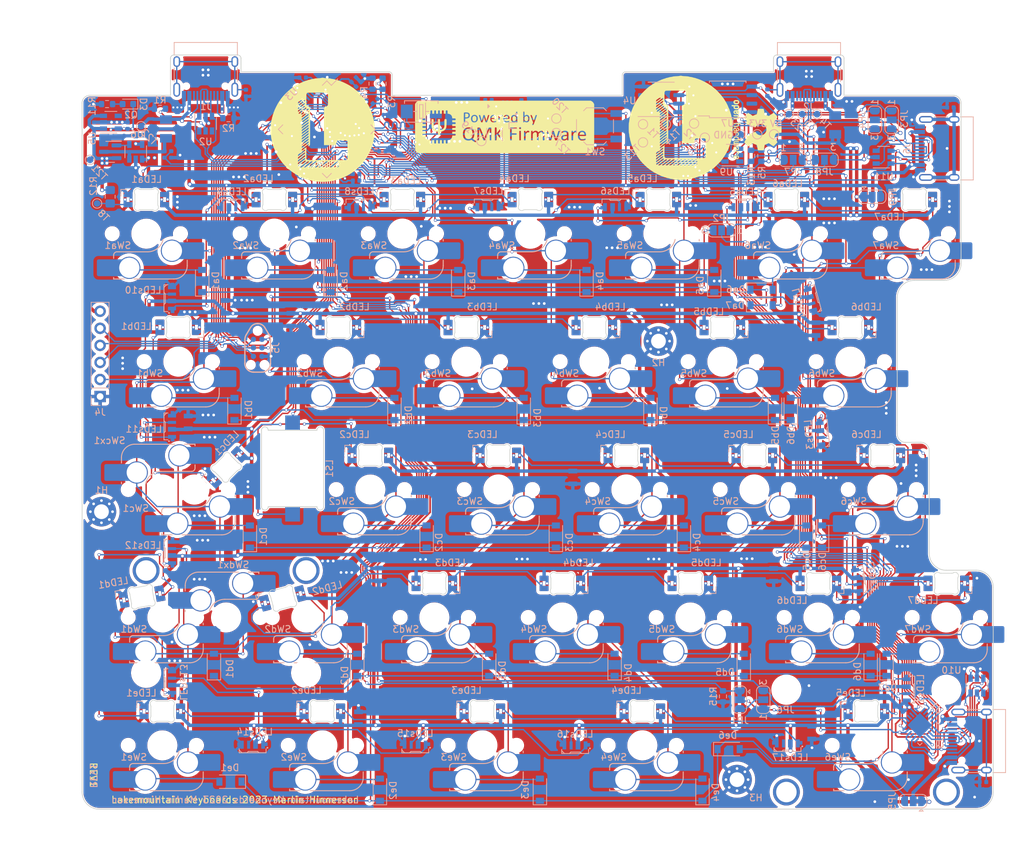
<source format=kicad_pcb>
(kicad_pcb (version 20221018) (generator pcbnew)
  (title_block (title "Lakemountain Left") (date "2023-03-12") (rev "1") (company "Lakemountain Keyboards"))
  (layers (0 "F.Cu" signal) (31 "B.Cu" signal) (34 "B.Paste" user) (35 "F.Paste" user) (36 "B.SilkS" user "B.Silkscreen") (37 "F.SilkS" user "F.Silkscreen") (38 "B.Mask" user) (39 "F.Mask" user) (44 "Edge.Cuts" user))
  (net 0 "")
  (net 1 "GND")
  (net 2 "Net-(De5-K)")
  (net 3 "Net-(D3-K)")
  (net 4 "+5V")
  (net 5 "+3.3V")
  (net 6 "Net-(Da1-A)")
  (net 7 "Net-(Da2-A)")
  (net 8 "Net-(Da3-A)")
  (net 9 "Net-(Da4-A)")
  (net 10 "Net-(Da5-A)")
  (net 11 "Net-(Da6-A)")
  (net 12 "Net-(Da7-A)")
  (net 13 "Net-(Db1-A)")
  (net 14 "Net-(Db2-A)")
  (net 15 "Net-(Db3-A)")
  (net 16 "Net-(Db4-A)")
  (net 17 "Net-(Db5-A)")
  (net 18 "Net-(Db6-A)")
  (net 19 "Net-(Dc1-A)")
  (net 20 "Net-(Dc2-A)")
  (net 21 "Net-(Dc3-A)")
  (net 22 "Net-(Dc4-A)")
  (net 23 "Net-(Dc5-A)")
  (net 24 "Net-(Dc6-A)")
  (net 25 "Net-(Dd1-A)")
  (net 26 "Net-(Dd2-A)")
  (net 27 "Net-(Dd3-A)")
  (net 28 "Net-(Dd4-A)")
  (net 29 "Net-(Dd5-A)")
  (net 30 "Net-(Dd6-A)")
  (net 31 "Net-(Dd7-A)")
  (net 32 "Net-(De1-A)")
  (net 33 "Net-(De2-A)")
  (net 34 "Net-(De3-A)")
  (net 35 "Net-(De4-A)")
  (net 36 "Net-(De5-A)")
  (net 37 "Net-(De6-A)")
  (net 38 "Net-(J1-SHIELD)")
  (net 39 "Net-(J2-SHIELD)")
  (net 40 "Net-(J3-SHIELD)")
  (net 41 "Net-(J6-SHIELD)")
  (net 42 "Net-(J1-CC1)")
  (net 44 "Net-(J1-CC2)")
  (net 50 "Net-(JP4-C)")
  (net 51 "Net-(JP3-C)")
  (net 52 "Net-(JP1-C)")
  (net 53 "Net-(JP1-B)")
  (net 54 "/VCAP_1")
  (net 55 "/NRST")
  (net 56 "/F0")
  (net 57 "/F1")
  (net 58 "Net-(LEDa1-DOUT)")
  (net 59 "Net-(LEDa2-DOUT)")
  (net 60 "Net-(LEDa3-DOUT)")
  (net 61 "Net-(LEDa4-DOUT)")
  (net 62 "Net-(LEDa5-DOUT)")
  (net 63 "Net-(LEDa6-DOUT)")
  (net 64 "Net-(LEDa7-DOUT)")
  (net 65 "Net-(LEDb1-DOUT)")
  (net 66 "Net-(LEDb1-DIN)")
  (net 67 "Net-(LEDb2-DIN)")
  (net 68 "Net-(LEDb3-DIN)")
  (net 69 "/BOOT0")
  (net 70 "Net-(LEDb4-DIN)")
  (net 71 "Net-(LEDb5-DIN)")
  (net 72 "Net-(LEDc1-DOUT)")
  (net 73 "Net-(LEDc2-DOUT)")
  (net 74 "Net-(LEDc3-DOUT)")
  (net 75 "Net-(LEDc4-DOUT)")
  (net 76 "Net-(LEDc5-DOUT)")
  (net 77 "/x2")
  (net 78 "/z4")
  (net 79 "/z3")
  (net 80 "/z2")
  (net 81 "/z1")
  (net 82 "Net-(LEDc6-DOUT)")
  (net 83 "Net-(LEDd1-DOUT)")
  (net 84 "Net-(LEDd1-DIN)")
  (net 85 "/USB_VBUS")
  (net 86 "/row0")
  (net 87 "/row1")
  (net 88 "/row2")
  (net 89 "/row3")
  (net 90 "/row4")
  (net 91 "/USB_VBUS_IN_LINK")
  (net 92 "Net-(LEDd2-DIN)")
  (net 93 "Net-(LEDd3-DIN)")
  (net 94 "/USB_D-")
  (net 95 "/USB_D+")
  (net 96 "/SPI_MISO")
  (net 97 "/I2C1_SCL")
  (net 98 "/USB_VBUS_FUSED")
  (net 99 "/SPLIT_HAND_PIN")
  (net 100 "/RGB_DATA")
  (net 101 "/VBUS_DETECT")
  (net 102 "/col0")
  (net 103 "/col1")
  (net 104 "/col2")
  (net 105 "/col3")
  (net 106 "/col5")
  (net 107 "/col6")
  (net 108 "Net-(LEDd4-DIN)")
  (net 109 "Net-(LEDd5-DIN)")
  (net 110 "JTDI")
  (net 111 "JTDO")
  (net 112 "JTCK")
  (net 113 "/USART2_RX")
  (net 114 "/USART2_TX")
  (net 115 "/FLASH_CS")
  (net 116 "Net-(LEDd6-DIN)")
  (net 117 "/audio1")
  (net 118 "/audio2")
  (net 119 "Net-(LEDe1-DOUT)")
  (net 120 "Net-(LEDe2-DOUT)")
  (net 121 "Net-(LEDe3-DOUT)")
  (net 122 "Net-(LEDe4-DOUT)")
  (net 123 "Net-(LEDe5-DOUT)")
  (net 124 "Net-(LEDs1-DOUT)")
  (net 125 "Net-(LEDs2-DOUT)")
  (net 126 "Net-(LEDs3-DOUT)")
  (net 127 "Net-(LEDs4-DOUT)")
  (net 128 "Net-(LEDs5-DOUT)")
  (net 129 "Net-(LEDs6-DOUT)")
  (net 130 "Net-(LEDs7-DOUT)")
  (net 131 "Net-(LEDs8-DOUT)")
  (net 132 "Net-(LEDs10-DIN)")
  (net 133 "Net-(LEDs10-DOUT)")
  (net 134 "Net-(LEDs11-DOUT)")
  (net 135 "Net-(LEDs12-DOUT)")
  (net 136 "Net-(LEDs13-DOUT)")
  (net 137 "JTMS")
  (net 138 "Net-(LEDs14-DOUT)")
  (net 139 "Net-(D4-Pad-)")
  (net 140 "Net-(D4-Pad+)")
  (net 141 "/DFU")
  (net 142 "Net-(LEDs15-DOUT)")
  (net 143 "Net-(LEDs16-DOUT)")
  (net 145 "Net-(Q1-B)")
  (net 146 "Net-(Q2-G)")
  (net 147 "/EEPROM_CS")
  (net 148 "Net-(Q3-C-Pad6)")
  (net 150 "/CONN2_CS")
  (net 151 "/CONN_CS")
  (net 152 "/SPI_MOSI")
  (net 153 "/I2C1_SDA")
  (net 155 "/x3")
  (net 168 "/BOOT1")
  (net 169 "/CONN_SEL")
  (net 172 "/x1")
  (net 177 "/col4")
  (net 185 "/JOY_X")
  (net 186 "Net-(JP5-C)")
  (net 187 "Net-(JP9-C)")
  (footprint "lakemountain:STAB_MX_P_2.25u" (layer "F.Cu") (at 84.453 117.348)
    (fp_text reference "S1" hide)
    (fp_text value "MX_stab")
  )
  (footprint "lakemountain:LOGO" (layer "F.Cu") (at 152.1 44.4)
    (fp_text reference "G***" hide)
    (fp_text value "LOGO" hide)
  )
  (footprint "lakemountain:QMK_PoweredBy" (layer "F.Cu") (at 125.9 44.3)
    (fp_text reference "LOGO1" hide)
    (fp_text value "QMK Logo" hide)
  )
  (footprint "lakemountain:LOGO" (layer "F.Cu") (at 98.8 44.7)
    (fp_text reference "G***" hide)
    (fp_text value "LOGO" hide)
  )
  (footprint "lakemountain:STAB_MX_P_2.25u" (layer "F.Cu") (at 179.743 136.363 180)
    (fp_text reference "S2" hide)
    (fp_text value "MX_stab")
  )
  (footprint "lakemountain:OSHW-Logo2_9.8x8mm_SilkScreen" (layer "F.Cu") (at 163.4 44.7 -90)
    (fp_text reference "LOGO2" hide)
    (fp_text value "OH Logo" hide)
  )
  (footprint "lakemountain:LED_MX_6028R_Flipped" (layer "B.Cu") (at 139.255 74.168)
    (fp_text reference "LEDb4")
    (fp_text value "MX_SK6812MINI-E" hide)
    (fp_line (start -1.699999 0.702842) (end -1.699999 -0.702842) (stroke (width 0.1)) (layer "Edge.Cuts"))
    (fp_line (start -0.794452 -1.499999) (end 0.794453 -1.499999) (stroke (width 0.1)) (layer "Edge.Cuts"))
    (fp_line (start 0.794452 1.5) (end -0.794452 1.5) (stroke (width 0.1)) (layer "Edge.Cuts"))
    (fp_line (start 1.699999 -0.702842) (end 1.699999 0.702842) (stroke (width 0.1)) (layer "Edge.Cuts"))
    (fp_arc (start -1.749484 -0.91972) (mid -1.712546 -0.814064) (end -1.699999 -0.702842) (stroke (width 0.1)) (layer "Edge.Cuts"))
    (fp_arc (start -1.749484 -0.91972) (mid -1.63807 -1.504034) (end -1.046711 -1.568299) (stroke (width 0.1)) (layer "Edge.Cuts"))
    (fp_arc (start -1.699999 0.702843) (mid -1.712538 0.814066) (end -1.749484 0.91972) (stroke (width 0.1)) (layer "Edge.Cuts"))
    (fp_arc (start -1.046711 1.568297) (mid -1.638071 1.504035) (end -1.749484 0.91972) (stroke (width 0.1)) (layer "Edge.Cuts"))
    (fp_arc (start -1.04671 1.568299) (mid -0.925122 1.517378) (end -0.794452 1.5) (stroke (width 0.1)) (layer "Edge.Cuts"))
    (fp_arc (start -0.794453 -1.5) (mid -0.925123 -1.517376) (end -1.046711 -1.568299) (stroke (width 0.1)) (layer "Edge.Cuts"))
    (fp_arc (start 0.794452 1.5) (mid 0.925123 1.517377) (end 1.046711 1.568299) (stroke (width 0.1)) (layer "Edge.Cuts"))
    (fp_arc (start 1.046711 -1.568298) (mid 0.925123 -1.517376) (end 0.794453 -1.499999) (stroke (width 0.1)) (layer "Edge.Cuts"))
    (fp_arc (start 1.046711 -1.568298) (mid 1.638071 -1.504035) (end 1.749484 -0.91972) (stroke (width 0.1)) (layer "Edge.Cuts"))
    (fp_arc (start 1.699999 -0.702843) (mid 1.712526 -0.814069) (end 1.749484 -0.91972) (stroke (width 0.1)) (layer "Edge.Cuts"))
    (fp_arc (start 1.749484 0.919719) (mid 1.638073 1.504037) (end 1.046711 1.568299) (stroke (width 0.1)) (layer "Edge.Cuts"))
    (fp_arc (start 1.749484 0.91972) (mid 1.712534 0.814066) (end 1.699999 0.702842) (stroke (width 0.1)) (layer "Edge.Cuts"))
  )
  (footprint "lakemountain:TestPoint_Pad_D1.0mm" (layer "B.Cu") (at 146.5 43.9 180)
    (fp_text reference "T1")
    (fp_text value "TP" hide)
  )
  (footprint "lakemountain:TestPoint_Pad_D1.0mm" (layer "B.Cu") (at 146.5 46.6 180)
    (fp_text reference "T13")
    (fp_text value "TP" hide)
  )
  (footprint "lakemountain:LED_MX_6028R" (layer "B.Cu") (at 182.118 93.218)
    (fp_text reference "LEDc6")
    (fp_text value "MX_SK6812MINI-E" hide)
    (fp_line (start -1.699999 0.702843) (end -1.699999 -0.702841) (stroke (width 0.1)) (layer "Edge.Cuts"))
    (fp_line (start -0.794452 -1.499999) (end 0.794452 -1.499999) (stroke (width 0.1)) (layer "Edge.Cuts"))
    (fp_line (start 0.794452 1.5) (end -0.794453 1.5) (stroke (width 0.1)) (layer "Edge.Cuts"))
    (fp_line (start 1.699999 -0.702841) (end 1.699999 0.702843) (stroke (width 0.1)) (layer "Edge.Cuts"))
    (fp_arc (start -1.749484 -0.919719) (mid -1.712527 -0.814067) (end -1.699999 -0.702841) (stroke (width 0.1)) (layer "Edge.Cuts"))
    (fp_arc (start -1.749484 -0.919718) (mid -1.638072 -1.504034) (end -1.046711 -1.568298) (stroke (width 0.1)) (layer "Edge.Cuts"))
    (fp_arc (start -1.699999 0.702844) (mid -1.712527 0.814069) (end -1.749484 0.919721) (stroke (width 0.1)) (layer "Edge.Cuts"))
    (fp_arc (start -1.046711 1.568299) (mid -1.638071 1.504035) (end -1.749484 0.919721) (stroke (width 0.1)) (layer "Edge.Cuts"))
    (fp_arc (start -1.046711 1.568299) (mid -0.925123 1.517377) (end -0.794453 1.5) (stroke (width 0.1)) (layer "Edge.Cuts"))
    (fp_arc (start -0.794452 -1.499999) (mid -0.925123 -1.517376) (end -1.046711 -1.568298) (stroke (width 0.1)) (layer "Edge.Cuts"))
    (fp_arc (start 0.794453 1.500001) (mid 0.925123 1.517378) (end 1.046711 1.5683) (stroke (width 0.1)) (layer "Edge.Cuts"))
    (fp_arc (start 1.04671 -1.568298) (mid 0.925122 -1.517376) (end 0.794452 -1.499999) (stroke (width 0.1)) (layer "Edge.Cuts"))
    (fp_arc (start 1.046711 -1.568296) (mid 1.638069 -1.504034) (end 1.749484 -0.919719) (stroke (width 0.1)) (layer "Edge.Cuts"))
    (fp_arc (start 1.699999 -0.702842) (mid 1.712536 -0.814065) (end 1.749484 -0.919719) (stroke (width 0.1)) (layer "Edge.Cuts"))
    (fp_arc (start 1.749484 0.919721) (mid 1.638072 1.504036) (end 1.046711 1.5683) (stroke (width 0.1)) (layer "Edge.Cuts"))
    (fp_arc (start 1.749484 0.919721) (mid 1.712534 0.814067) (end 1.699999 0.702843) (stroke (width 0.1)) (layer "Edge.Cuts"))
  )
  (footprint "lakemountain:SW_MX_HS_1u" (layer "B.Cu") (at 120.205 79.248)
    (fp_text reference "SWb3")
    (fp_text value "MX_SW_HS" hide)
  )
  (footprint "lakemountain:C_0805" (layer "B.Cu") (at 171.6 134.5 -90)
    (fp_text reference "C23" hide)
    (fp_text value "100n" hide)
  )
  (footprint "lakemountain:D_SOD-123" (layer "B.Cu") (at 85.1 141.8 180)
    (fp_text reference "De1")
    (fp_text value "D")
  )
  (footprint "lakemountain:sk6812side" (layer "B.Cu") (at 76.2 69.8 90)
    (fp_text reference "LEDs10")
    (fp_text value "sk6812side")
  )
  (footprint "lakemountain:SW_MX_HS_1.25u" (layer "B.Cu") (at 74.96125 117.348)
    (fp_text reference "SWd1")
    (fp_text value "MX_SW_HS" hide)
  )
  (footprint "lakemountain:sk6812side" (layer "B.Cu") (at 168.0025 136.3 180)
    (fp_text reference "LEDs17")
    (fp_text value "sk6812side")
  )
  (footprint "lakemountain:SW_MX_HS_1u" (layer "B.Cu") (at 186.8805 60.198)
    (fp_text reference "SWa7")
    (fp_text value "MX_SW_HS" hide)
  )
  (footprint "lakemountain:TestPoint_Pad_D1.0mm" (layer "B.Cu") (at 149.9 43.9 180)
    (fp_text reference "T14")
    (fp_text value "TP" hide)
  )
  (footprint "lakemountain:R_0603_1608Metric" (layer "B.Cu") (at 74.6 41.6)
    (fp_text reference "R1")
    (fp_text value "5.1k")
  )
  (footprint "lakemountain:sk6812side" (layer "B.Cu") (at 76.2 107.7 90)
    (fp_text reference "LEDs12")
    (fp_text value "sk6812side")
  )
  (footprint "lakemountain:sk6812side" (layer "B.Cu") (at 178.5425 111.798 -80)
    (fp_text reference "LEDs2")
    (fp_text value "sk6812side")
  )
  (footprint "lakemountain:D_SOD-123" (layer "B.Cu") (at 131.1555 142.998 90)
    (fp_text reference "De3")
    (fp_text value "D")
  )
  (footprint "lakemountain:SW_MX_HS_1u" (layer "B.Cu") (at 182.118 98.298)
    (fp_text reference "SWc6")
    (fp_text value "MX_SW_HS" hide)
  )
  (footprint "lakemountain:C_0805" (layer "B.Cu") (at 136.05 96.5 90)
    (fp_text reference "C20" hide)
    (fp_text value "100n" hide)
  )
  (footprint "lakemountain:sk6812side" (layer "B.Cu") (at 123.3925 56.048)
    (fp_text reference "LEDs7")
    (fp_text value "sk6812side")
  )
  (footprint "lakemountain:SOT-23-6" (layer "B.Cu") (at 159.8 48.5)
    (fp_text reference "U9")
    (fp_text value "SRV05-4")
  )
  (footprint "lakemountain:USB_C_Receptacle_HRO_TYPE-C-31-M-12" (layer "B.Cu") (at 196.56 135.75 -90)
    (fp_text reference "J3")
    (fp_text value "USB_Link")
  )
  (footprint "lakemountain:C_0805" (layer "B.Cu") (at 94.1 73 -90)
    (fp_text reference "C6" hide)
    (fp_text value "100n" hide)
  )
  (footprint "lakemountain:C_0805" (layer "B.Cu") (at 165.9425 110.998 -90)
    (fp_text reference "C21" hide)
    (fp_text value "100n" hide)
  )
  (footprint "lakemountain:D_SOD-123" (layer "B.Cu") (at 147.605 86.298 90)
    (fp_text reference "Db4")
    (fp_text value "D")
  )
  (footprint "lakemountain:C_0805" (layer "B.Cu") (at 78.8 88.3 90)
    (fp_text reference "C12" hide)
    (fp_text value "100n" hide)
  )
  (footprint "lakemountain:R_0603_1608Metric" (layer "B.Cu") (at 158.4 129.1 -90)
    (fp_text reference "R15")
    (fp_text value "10k")
  )
  (footprint "lakemountain:D_SOD-123" (layer "B.Cu") (at 128.7455 86.298 90)
    (fp_text reference "Db3")
    (fp_text value "D")
  )
  (footprint "lakemountain:R_0402_1005Metric" (layer "B.Cu") (at 192.25 41.4 180)
    (fp_text reference "FB4" hide)
    (fp_text value "fb_0402_26ohm" hide)
  )
  (footprint "lakemountain:SW_MX_HS_1.75u_stp" (layer "B.Cu") (at 74.96125 98.298 180)
    (fp_text reference "SWcx1")
    (fp_text value "MX_SW_HS" hide)
  )
  (footprint "lakemountain:sk6812side" (layer "B.Cu") (at 171.5925 69.998 -75)
    (fp_text reference "LEDs4")
    (fp_text value "sk6812side")
  )
  (footprint "lakemountain:R_0402_1005Metric" (layer "B.Cu") (at 87.4 39.25 -90)
    (fp_text reference "FB1" hide)
    (fp_text value "fb_0402_26ohm" hide)
  )
  (footprint "lakemountain:D_SOD-123" (layer "B.Cu") (at 107.343 142.998 90)
    (fp_text reference "De2")
    (fp_text value "D")
  )
  (footprint "lakemountain:LED_MX_6028R_SOLO" (layer "B.Cu") (at 92.9 114.5 15)
    (fp_text reference "LEDd2")
    (fp_text value "MX_SK6812MINI-E" hide)
    (fp_line (start -1.699999 0.702843) (end -1.699999 -0.702841) (stroke (width 0.1)) (layer "Edge.Cuts"))
    (fp_line (start -0.794452 -1.499999) (end 0.794452 -1.499999) (stroke (width 0.1)) (layer "Edge.Cuts"))
    (fp_line (start 0.794452 1.5) (end -0.794453 1.5) (stroke (width 0.1)) (layer "Edge.Cuts"))
    (fp_line (start 1.699999 -0.702841) (end 1.699999 0.702843) (stroke (width 0.1)) (layer "Edge.Cuts"))
    (fp_arc (start -1.749484 -0.919719) (mid -1.712527 -0.814067) (end -1.699999 -0.702841) (stroke (width 0.1)) (layer "Edge.Cuts"))
    (fp_arc (start -1.749484 -0.919718) (mid -1.638072 -1.504034) (end -1.046711 -1.568298) (stroke (width 0.1)) (layer "Edge.Cuts"))
    (fp_arc (start -1.699999 0.702844) (mid -1.712527 0.81407) (end -1.749484 0.919721) (stroke (width 0.1)) (layer "Edge.Cuts"))
    (fp_arc (start -1.046711 1.568299) (mid -1.63807 1.504035) (end -1.749484 0.919721) (stroke (width 0.1)) (layer "Edge.Cuts"))
    (fp_arc (start -1.046711 1.568299) (mid -0.925123 1.517377) (end -0.794453 1.5) (stroke (width 0.1)) (layer "Edge.Cuts"))
    (fp_arc (start -0.794452 -1.499999) (mid -0.925123 -1.517376) (end -1.046711 -1.568298) (stroke (width 0.1)) (layer "Edge.Cuts"))
    (fp_arc (start 0.794453 1.500001) (mid 0.925123 1.517378) (end 1.046711 1.5683) (stroke (width 0.1)) (layer "Edge.Cuts"))
    (fp_arc (start 1.04671 -1.568298) (mid 0.925122 -1.517376) (end 0.794452 -1.499999) (stroke (width 0.1)) (layer "Edge.Cuts"))
    (fp_arc (start 1.046711 -1.568296) (mid 1.638069 -1.504034) (end 1.749484 -0.919719) (stroke (width 0.1)) (layer "Edge.Cuts"))
    (fp_arc (start 1.699999 -0.702842) (mid 1.712534 -0.814066) (end 1.749484 -0.919719) (stroke (width 0.1)) (layer "Edge.Cuts"))
    (fp_arc (start 1.749484 0.919721) (mid 1.638072 1.504036) (end 1.046711 1.5683) (stroke (width 0.1)) (layer "Edge.Cuts"))
    (fp_arc (start 1.749484 0.919721) (mid 1.712565 0.81406) (end 1.699999 0.702843) (stroke (width 0.1)) (layer "Edge.Cuts"))
  )
  (footprint "lakemountain:LED_MX_6028R" (layer "B.Cu") (at 91.6305 55.118)
    (fp_text reference "LEDa2")
    (fp_text value "MX_SK6812MINI-E" hide)
    (fp_line (start -1.699999 0.702843) (end -1.699999 -0.702841) (stroke (width 0.1)) (layer "Edge.Cuts"))
    (fp_line (start -0.794452 -1.499999) (end 0.794452 -1.499999) (stroke (width 0.1)) (layer "Edge.Cuts"))
    (fp_line (start 0.794452 1.5) (end -0.794453 1.5) (stroke (width 0.1)) (layer "Edge.Cuts"))
    (fp_line (start 1.699999 -0.702841) (end 1.699999 0.702843) (stroke (width 0.1)) (layer "Edge.Cuts"))
    (fp_arc (start -1.749484 -0.919719) (mid -1.712527 -0.814067) (end -1.699999 -0.702841) (stroke (width 0.1)) (layer "Edge.Cuts"))
    (fp_arc (start -1.749484 -0.919718) (mid -1.638072 -1.504034) (end -1.046711 -1.568298) (stroke (width 0.1)) (layer "Edge.Cuts"))
    (fp_arc (start -1.699999 0.702844) (mid -1.712527 0.814069) (end -1.749484 0.919721) (stroke (width 0.1)) (layer "Edge.Cuts"))
    (fp_arc (start -1.046711 1.568299) (mid -1.638071 1.504035) (end -1.749484 0.919721) (stroke (width 0.1)) (layer "Edge.Cuts"))
    (fp_arc (start -1.046711 1.568299) (mid -0.925123 1.517377) (end -0.794453 1.5) (stroke (width 0.1)) (layer "Edge.Cuts"))
    (fp_arc (start -0.794452 -1.499999) (mid -0.925123 -1.517376) (end -1.046711 -1.568298) (stroke (width 0.1)) (layer "Edge.Cuts"))
    (fp_arc (start 0.794453 1.500001) (mid 0.925123 1.517378) (end 1.046711 1.5683) (stroke (width 0.1)) (layer "Edge.Cuts"))
    (fp_arc (start 1.04671 -1.568298) (mid 0.925122 -1.517376) (end 0.794452 -1.499999) (stroke (width 0.1)) (layer "Edge.Cuts"))
    (fp_arc (start 1.046711 -1.568296) (mid 1.638069 -1.504034) (end 1.749484 -0.919719) (stroke (width 0.1)) (layer "Edge.Cuts"))
    (fp_arc (start 1.699999 -0.702842) (mid 1.712536 -0.814065) (end 1.749484 -0.919719) (stroke (width 0.1)) (layer "Edge.Cuts"))
    (fp_arc (start 1.749484 0.919721) (mid 1.638072 1.504036) (end 1.046711 1.5683) (stroke (width 0.1)) (layer "Edge.Cuts"))
    (fp_arc (start 1.749484 0.919721) (mid 1.712534 0.814067) (end 1.699999 0.702843) (stroke (width 0.1)) (layer "Edge.Cuts"))
  )
  (footprint "lakemountain:SOT-23-6" (layer "B.Cu") (at 81.4 43.8 -90)
    (fp_text reference "U2")
    (fp_text value "SRV05-4")
  )
  (footprint "lakemountain:LED_MX_6028R_Flipped" (layer "B.Cu") (at 158.305 74.168)
    (fp_text reference "LEDb5")
    (fp_text value "MX_SK6812MINI-E" hide)
    (fp_line (start -1.699999 0.702842) (end -1.699999 -0.702842) (stroke (width 0.1)) (layer "Edge.Cuts"))
    (fp_line (start -0.794452 -1.499999) (end 0.794453 -1.499999) (stroke (width 0.1)) (layer "Edge.Cuts"))
    (fp_line (start 0.794452 1.5) (end -0.794452 1.5) (stroke (width 0.1)) (layer "Edge.Cuts"))
    (fp_line (start 1.699999 -0.702842) (end 1.699999 0.702842) (stroke (width 0.1)) (layer "Edge.Cuts"))
    (fp_arc (start -1.749484 -0.91972) (mid -1.712546 -0.814064) (end -1.699999 -0.702842) (stroke (width 0.1)) (layer "Edge.Cuts"))
    (fp_arc (start -1.749484 -0.91972) (mid -1.63807 -1.504034) (end -1.046711 -1.568299) (stroke (width 0.1)) (layer "Edge.Cuts"))
    (fp_arc (start -1.699999 0.702843) (mid -1.712538 0.814066) (end -1.749484 0.91972) (stroke (width 0.1)) (layer "Edge.Cuts"))
    (fp_arc (start -1.046711 1.568297) (mid -1.638071 1.504035) (end -1.749484 0.91972) (stroke (width 0.1)) (layer "Edge.Cuts"))
    (fp_arc (start -1.04671 1.568299) (mid -0.925122 1.517378) (end -0.794452 1.5) (stroke (width 0.1)) (layer "Edge.Cuts"))
    (fp_arc (start -0.794453 -1.5) (mid -0.925123 -1.517376) (end -1.046711 -1.568299) (stroke (width 0.1)) (layer "Edge.Cuts"))
    (fp_arc (start 0.794452 1.5) (mid 0.925123 1.517377) (end 1.046711 1.568299) (stroke (width 0.1)) (layer "Edge.Cuts"))
    (fp_arc (start 1.046711 -1.568298) (mid 0.925123 -1.517376) (end 0.794453 -1.499999) (stroke (width 0.1)) (layer "Edge.Cuts"))
    (fp_arc (start 1.046711 -1.568298) (mid 1.638071 -1.504035) (end 1.749484 -0.91972) (stroke (width 0.1)) (layer "Edge.Cuts"))
    (fp_arc (start 1.699999 -0.702843) (mid 1.712526 -0.814069) (end 1.749484 -0.91972) (stroke (width 0.1)) (layer "Edge.Cuts"))
    (fp_arc (start 1.749484 0.919719) (mid 1.638073 1.504037) (end 1.046711 1.568299) (stroke (width 0.1)) (layer "Edge.Cuts"))
    (fp_arc (start 1.749484 0.91972) (mid 1.712534 0.814066) (end 1.699999 0.702842) (stroke (width 0.1)) (layer "Edge.Cuts"))
  )
  (footprint "lakemountain:SW_MX_HS_1u" (layer "B.Cu") (at 172.5925 117.348)
    (fp_text reference "SWd6")
    (fp_text value "MX_SW_HS" hide)
  )
  (footprint "lakemountain:SW_MX_HS_2.25u" (layer "B.Cu") (at 179.73625 136.398)
    (fp_text reference "SWe6")
    (fp_text value "MX_SW_HS" hide)
  )
  (footprint "lakemountain:SW_MX_HS_1u" (layer "B.Cu") (at 191.643 117.348)
    (fp_text reference "SWd7")
    (fp_text value "MX_SW_HS" hide)
  )
  (footprint "lakemountain:SW_MX_HS_1u" (layer "B.Cu") (at 129.7305 60.198)
    (fp_text reference "SWa4")
    (fp_text value "MX_SW_HS" hide)
  )
  (footprint "lakemountain:TestPoint_Pad_D1.0mm" (layer "B.Cu") (at 133.6 45.2 90)
    (fp_text reference "T27")
    (fp_text value "GND" hide)
  )
  (footprint "lakemountain:SolderJumper-3_P1.3mm_Bridged12_RoundedPad1.0x1.5mm" (layer "B.Cu") (at 186.7 144.7 180)
    (fp_text reference "JP5")
    (fp_text value "5V/3V3")
  )
  (footprint "lakemountain:R_0603_1608Metric" (layer "B.Cu") (at 66.73125 40.9 180)
    (fp_text reference "R11")
    (fp_text value "2k2")
  )
  (footprint "lakemountain:SW_MX_HS_1u" (layer "B.Cu") (at 139.255 79.248)
    (fp_text reference "SWb4")
    (fp_text value "MX_SW_HS" hide)
  )
  (footprint "lakemountain:SOT-23-5" (layer "B.Cu") (at 71 48.003 -90)
    (fp_text reference "U6")
    (fp_text value "LMV321")
  )
  (footprint "lakemountain:C_0402_1005Metric" (layer "B.Cu") (at 103.8 51.3)
    (fp_text reference "C5" hide)
    (fp_text value "cap_4.7uF_10v_0402" hide)
  )
  (footprint "lakemountain:R_0603_1608Metric" (layer "B.Cu") (at 164.1 48.6 -90)
    (fp_text reference "R5")
    (fp_text value "5.1k")
  )
  (footprint "lakemountain:sk6812side" (layer "B.Cu") (at 76.2 127 90)
    (fp_text reference "LEDs13")
    (fp_text value "sk6812side")
  )
  (footprint "lakemountain:SolderJumper-3_P1.3mm_Open_RoundedPad1.0x1.5mm_NumberLabels" (layer "B.Cu") (at 181 43.25 -90)
    (fp_text reference "JP4")
    (fp_text value "SPI/I2C")
  )
  (footprint "lakemountain:LED_MX_6028R" (layer "B.Cu") (at 105.9175 93.218)
    (fp_text reference "LEDc2")
    (fp_text value "MX_SK6812MINI-E" hide)
    (fp_line (start -1.699999 0.702843) (end -1.699999 -0.702841) (stroke (width 0.1)) (layer "Edge.Cuts"))
    (fp_line (start -0.794452 -1.499999) (end 0.794452 -1.499999) (stroke (width 0.1)) (layer "Edge.Cuts"))
    (fp_line (start 0.794452 1.5) (end -0.794453 1.5) (stroke (width 0.1)) (layer "Edge.Cuts"))
    (fp_line (start 1.699999 -0.702841) (end 1.699999 0.702843) (stroke (width 0.1)) (layer "Edge.Cuts"))
    (fp_arc (start -1.749484 -0.919719) (mid -1.712527 -0.814067) (end -1.699999 -0.702841) (stroke (width 0.1)) (layer "Edge.Cuts"))
    (fp_arc (start -1.749484 -0.919718) (mid -1.638072 -1.504034) (end -1.046711 -1.568298) (stroke (width 0.1)) (layer "Edge.Cuts"))
    (fp_arc (start -1.699999 0.702844) (mid -1.712527 0.814069) (end -1.749484 0.919721) (stroke (width 0.1)) (layer "Edge.Cuts"))
    (fp_arc (start -1.046711 1.568299) (mid -1.638071 1.504035) (end -1.749484 0.919721) (stroke (width 0.1)) (layer "Edge.Cuts"))
    (fp_arc (start -1.046711 1.568299) (mid -0.925123 1.517377) (end -0.794453 1.5) (stroke (width 0.1)) (layer "Edge.Cuts"))
    (fp_arc (start -0.794452 -1.499999) (mid -0.925123 -1.517376) (end -1.046711 -1.568298) (stroke (width 0.1)) (layer "Edge.Cuts"))
    (fp_arc (start 0.794453 1.500001) (mid 0.925123 1.517378) (end 1.046711 1.5683) (stroke (width 0.1)) (layer "Edge.Cuts"))
    (fp_arc (start 1.04671 -1.568298) (mid 0.925122 -1.517376) (end 0.794452 -1.499999) (stroke (width 0.1)) (layer "Edge.Cuts"))
    (fp_arc (start 1.046711 -1.568296) (mid 1.638069 -1.504034) (end 1.749484 -0.919719) (stroke (width 0.1)) (layer "Edge.Cuts"))
    (fp_arc (start 1.699999 -0.702842) (mid 1.712536 -0.814065) (end 1.749484 -0.919719) (stroke (width 0.1)) (layer "Edge.Cuts"))
    (fp_arc (start 1.749484 0.919721) (mid 1.638072 1.504036) (end 1.046711 1.5683) (stroke (width 0.1)) (layer "Edge.Cuts"))
    (fp_arc (start 1.749484 0.919721) (mid 1.712534 0.814067) (end 1.699999 0.702843) (stroke (width 0.1)) (layer "Edge.Cuts"))
  )
  (footprint "lakemountain:TestPoint_Pad_D1.0mm" (layer "B.Cu") (at 161 45.4 180)
    (fp_text reference "T26" hide)
    (fp_text value "GND")
  )
  (footprint "lakemountain:TestPoint_Pad_D1.0mm" (layer "B.Cu") (at 168.2 42.4 180)
    (fp_text reference "T23")
    (fp_text value "TP" hide)
  )
  (footprint "lakemountain:Buzzer_Mallory_AST1109MLTRQ" (layer "B.Cu") (at 94.343 95.163 -90)
    (fp_text reference "LS1")
    (fp_text value "Buzzer")
    (fp_line (start -5.7 3.625) (end -5.7 -3.625) (stroke (width 0.12)) (layer "Edge.Cuts"))
    (fp_line (start -5.7 4.625) (end 5.7 4.625) (stroke (width 0.12)) (layer "Edge.Cuts"))
    (fp_line (start 5.7 -4.625) (end -5.7 -4.625) (stroke (width 0.12)) (layer "Edge.Cuts"))
    (fp_line (start 5.7 3.625) (end 5.7 -3.625) (stroke (width 0.12)) (layer "Edge.Cuts"))
    (fp_arc (start -5.7 -3.625) (mid -6.2 -4.125) (end -5.7 -4.625) (stroke (width 0.12)) (layer "Edge.Cuts"))
    (fp_arc (start -5.7 4.625) (mid -6.2 4.125) (end -5.7 3.625) (stroke (width 0.12)) (layer "Edge.Cuts"))
    (fp_arc (start 5.7 -4.625) (mid 6.2 -4.125) (end 5.7 -3.625) (stroke (width 0.12)) (layer "Edge.Cuts"))
    (fp_arc (start 5.7 3.625) (mid 6.2 4.125) (end 5.7 4.625) (stroke (width 0.12)) (layer "Edge.Cuts"))
  )
  (footprint "lakemountain:R_0402_1005Metric" (layer "B.Cu") (at 128.7 45.9 90)
    (fp_text reference "R6" hide)
    (fp_text value "r_75_0402_1p" hide)
  )
  (footprint "lakemountain:SW_MX_HS_1.25u" (layer "B.Cu") (at 146.39875 136.398)
    (fp_text reference "SWe4")
    (fp_text value "MX_SW_HS" hide)
  )
  (footprint "lakemountain:D_SOD-123" (layer "B.Cu") (at 80.8925 67.248 90)
    (fp_text reference "Da1")
    (fp_text value "D")
  )
  (footprint "lakemountain:LED_MX_6028R" (layer "B.Cu") (at 74.96125 131.318)
    (fp_text reference "LEDe1")
    (fp_text value "MX_SK6812MINI-E" hide)
    (fp_line (start -1.699999 0.702843) (end -1.699999 -0.702841) (stroke (width 0.1)) (layer "Edge.Cuts"))
    (fp_line (start -0.794452 -1.499999) (end 0.794452 -1.499999) (stroke (width 0.1)) (layer "Edge.Cuts"))
    (fp_line (start 0.794452 1.5) (end -0.794453 1.5) (stroke (width 0.1)) (layer "Edge.Cuts"))
    (fp_line (start 1.699999 -0.702841) (end 1.699999 0.702843) (stroke (width 0.1)) (layer "Edge.Cuts"))
    (fp_arc (start -1.749484 -0.919719) (mid -1.712527 -0.814067) (end -1.699999 -0.702841) (stroke (width 0.1)) (layer "Edge.Cuts"))
    (fp_arc (start -1.749484 -0.919718) (mid -1.638072 -1.504034) (end -1.046711 -1.568298) (stroke (width 0.1)) (layer "Edge.Cuts"))
    (fp_arc (start -1.699999 0.702844) (mid -1.712527 0.814069) (end -1.749484 0.919721) (stroke (width 0.1)) (layer "Edge.Cuts"))
    (fp_arc (start -1.046711 1.568299) (mid -1.638071 1.504035) (end -1.749484 0.919721) (stroke (width 0.1)) (layer "Edge.Cuts"))
    (fp_arc (start -1.046711 1.568299) (mid -0.925123 1.517377) (end -0.794453 1.5) (stroke (width 0.1)) (layer "Edge.Cuts"))
    (fp_arc (start -0.794452 -1.499999) (mid -0.925123 -1.517376) (end -1.046711 -1.568298) (stroke (width 0.1)) (layer "Edge.Cuts"))
    (fp_arc (start 0.794453 1.500001) (mid 0.925123 1.517378) (end 1.046711 1.5683) (stroke (width 0.1)) (layer "Edge.Cuts"))
    (fp_arc (start 1.04671 -1.568298) (mid 0.925122 -1.517376) (end 0.794452 -1.499999) (stroke (width 0.1)) (layer "Edge.Cuts"))
    (fp_arc (start 1.046711 -1.568296) (mid 1.638069 -1.504034) (end 1.749484 -0.919719) (stroke (width 0.1)) (layer "Edge.Cuts"))
    (fp_arc (start 1.699999 -0.702842) (mid 1.712536 -0.814065) (end 1.749484 -0.919719) (stroke (width 0.1)) (layer "Edge.Cuts"))
    (fp_arc (start 1.749484 0.919721) (mid 1.638072 1.504036) (end 1.046711 1.5683) (stroke (width 0.1)) (layer "Edge.Cuts"))
    (fp_arc (start 1.749484 0.919721) (mid 1.712534 0.814067) (end 1.699999 0.702843) (stroke (width 0.1)) (layer "Edge.Cuts"))
  )
  (footprint "lakemountain:R_0603_1608Metric" (layer "B.Cu") (at 84.8 43 180)
    (fp_text reference "R2")
    (fp_text value "5.1k")
  )
  (footprint "lakemountain:C_0402_1005Metric" (layer "B.Cu") (at 106.643 40.463 45)
    (fp_text reference "C16" hide)
    (fp_text value "cap_100nF_16v_0402" hide)
  )
  (footprint "lakemountain:D_SOD-123" (layer "B.Cu") (at 155.349 142.998 90)
    (fp_text reference "De4")
    (fp_text value "D")
  )
  (footprint "lakemountain:D_SOD-123" (layer "B.Cu") (at 164.1425 68.548)
    (fp_text reference "Da6")
    (fp_text value "D")
  )
  (footprint "lakemountain:SW_MX_HS_1u" (layer "B.Cu") (at 158.305 79.248)
    (fp_text reference "SWb5")
    (fp_text value "MX_SW_HS" hide)
  )
  (footprint "lakemountain:TestPoint_Pad_D1.0mm" (layer "B.Cu") (at 71.8 44.2 180)
    (fp_text reference "T22")
    (fp_text value "TP" hide)
  )
  (footprint "lakemountain:LED_MX_6028R_Flipped" (layer "B.Cu") (at 172.5925 112.268)
    (fp_text reference "LEDd6")
    (fp_text value "MX_SK6812MINI-E" hide)
    (fp_line (start -1.699999 0.702842) (end -1.699999 -0.702842) (stroke (width 0.1)) (layer "Edge.Cuts"))
    (fp_line (start -0.794452 -1.499999) (end 0.794453 -1.499999) (stroke (width 0.1)) (layer "Edge.Cuts"))
    (fp_line (start 0.794452 1.5) (end -0.794452 1.5) (stroke (width 0.1)) (layer "Edge.Cuts"))
    (fp_line (start 1.699999 -0.702842) (end 1.699999 0.702842) (stroke (width 0.1)) (layer "Edge.Cuts"))
    (fp_arc (start -1.749484 -0.91972) (mid -1.712546 -0.814064) (end -1.699999 -0.702842) (stroke (width 0.1)) (layer "Edge.Cuts"))
    (fp_arc (start -1.749484 -0.91972) (mid -1.63807 -1.504034) (end -1.046711 -1.568299) (stroke (width 0.1)) (layer "Edge.Cuts"))
    (fp_arc (start -1.699999 0.702843) (mid -1.712538 0.814066) (end -1.749484 0.91972) (stroke (width 0.1)) (layer "Edge.Cuts"))
    (fp_arc (start -1.046711 1.568297) (mid -1.638071 1.504035) (end -1.749484 0.91972) (stroke (width 0.1)) (layer "Edge.Cuts"))
    (fp_arc (start -1.04671 1.568299) (mid -0.925122 1.517378) (end -0.794452 1.5) (stroke (width 0.1)) (layer "Edge.Cuts"))
    (fp_arc (start -0.794453 -1.5) (mid -0.925123 -1.517376) (end -1.046711 -1.568299) (stroke (width 0.1)) (layer "Edge.Cuts"))
    (fp_arc (start 0.794452 1.5) (mid 0.925123 1.517377) (end 1.046711 1.568299) (stroke (width 0.1)) (layer "Edge.Cuts"))
    (fp_arc (start 1.046711 -1.568298) (mid 0.925123 -1.517376) (end 0.794453 -1.499999) (stroke (width 0.1)) (layer "Edge.Cuts"))
    (fp_arc (start 1.046711 -1.568298) (mid 1.638071 -1.504035) (end 1.749484 -0.91972) (stroke (width 0.1)) (layer "Edge.Cuts"))
    (fp_arc (start 1.699999 -0.702843) (mid 1.712526 -0.814069) (end 1.749484 -0.91972) (stroke (width 0.1)) (layer "Edge.Cuts"))
    (fp_arc (start 1.749484 0.919719) (mid 1.638073 1.504037) (end 1.046711 1.568299) (stroke (width 0.1)) (layer "Edge.Cuts"))
    (fp_arc (start 1.749484 0.91972) (mid 1.712534 0.814066) (end 1.699999 0.702842) (stroke (width 0.1)) (layer "Edge.Cuts"))
  )
  (footprint "lakemountain:SW_MX_HS_1u" (layer "B.Cu") (at 144.018 98.298)
    (fp_text reference "SWc4")
    (fp_text value "MX_SW_HS" hide)
  )
  (footprint "lakemountain:C_0402_1005Metric" (layer "B.Cu") (at 103.8 52.3)
    (fp_text reference "C15" hide)
    (fp_text value "cap_4.7uF_10v_0402" hide)
  )
  (footprint "lakemountain:sk6812side" (layer "B.Cu") (at 142.3925 56.048)
    (fp_text reference "LEDs6")
    (fp_text value "sk6812side")
  )
  (footprint "lakemountain:SOT-363_SC-70-6_SC-88" (layer "B.Cu") (at 126.3 41.6 -90)
    (fp_text reference "Q3" hide)
    (fp_text value "MUN5311DW1T1G")
  )
  (footprint "lakemountain:D_SOD-123" (layer "B.Cu") (at 82.6425 124.398 90)
    (fp_text reference "Dd1")
    (fp_text value "D")
  )
  (footprint "lakemountain:D_SOD-123" (layer "B.Cu") (at 142.269 124.398 90)
    (fp_text reference "Dd4")
    (fp_text value "D")
  )
  (footprint "lakemountain:D_SOD-123" (layer "B.Cu") (at 114.2925 105.298 90)
    (fp_text reference "Dc2")
    (fp_text value "D")
  )
  (footprint "lakemountain:D_SOD-123" (layer "B.Cu") (at 164.1425 70.848)
    (fp_text reference "Da7")
    (fp_text value "D")
  )
  (footprint "lakemountain:C_0805" (layer "B.Cu") (at 107.1925 110.948 90)
    (fp_text reference "C22" hide)
    (fp_text value "100n" hide)
  )
  (footprint "lakemountain:D_SOD-123" (layer "B.Cu") (at 138.0925 67.248 90)
    (fp_text reference "Da4")
    (fp_text value "D")
  )
  (footprint "lakemountain:TestPoint_Pad_D1.0mm" (layer "B.Cu") (at 166 45.4 180)
    (fp_text reference "T25" hide)
    (fp_text value "5V")
  )
  (footprint "lakemountain:D_SOD-123" (layer "B.Cu") (at 103.9785 124.398 90)
    (fp_text reference "Dd2")
    (fp_text value "D")
  )
  (footprint "lakemountain:TestPoint_Pad_D1.0mm" (layer "B.Cu") (at 155.7 45.9 180)
    (fp_text reference "T15")
    (fp_text value "TP" hide)
  )
  (footprint "lakemountain:C_0402_1005Metric" (layer "B.Cu") (at 112.543 44.263)
    (fp_text reference "C9" hide)
    (fp_text value "cap_20pF_50v_0402" hide)
  )
  (footprint "lakemountain:SOT-23-5" (layer "B.Cu") (at 67.3 43.6 180)
    (fp_text reference "U5")
    (fp_text value "AAP2967-33VIR1")
  )
  (footprint "lakemountain:SW_MX_HS_1u" (layer "B.Cu") (at 96.3925 117.348)
    (fp_text reference "SWd2")
    (fp_text value "MX_SW_HS" hide)
  )
  (footprint "lakemountain:LED_MX_6028R_Flipped" (layer "B.Cu") (at 134.4925 112.268)
    (fp_text reference "LEDd4")
    (fp_text value "MX_SK6812MINI-E" hide)
    (fp_line (start -1.699999 0.702842) (end -1.699999 -0.702842) (stroke (width 0.1)) (layer "Edge.Cuts"))
    (fp_line (start -0.794452 -1.499999) (end 0.794453 -1.499999) (stroke (width 0.1)) (layer "Edge.Cuts"))
    (fp_line (start 0.794452 1.5) (end -0.794452 1.5) (stroke (width 0.1)) (layer "Edge.Cuts"))
    (fp_line (start 1.699999 -0.702842) (end 1.699999 0.702842) (stroke (width 0.1)) (layer "Edge.Cuts"))
    (fp_arc (start -1.749484 -0.91972) (mid -1.712546 -0.814064) (end -1.699999 -0.702842) (stroke (width 0.1)) (layer "Edge.Cuts"))
    (fp_arc (start -1.749484 -0.91972) (mid -1.63807 -1.504034) (end -1.046711 -1.568299) (stroke (width 0.1)) (layer "Edge.Cuts"))
    (fp_arc (start -1.699999 0.702843) (mid -1.712538 0.814066) (end -1.749484 0.91972) (stroke (width 0.1)) (layer "Edge.Cuts"))
    (fp_arc (start -1.046711 1.568297) (mid -1.638071 1.504035) (end -1.749484 0.91972) (stroke (width 0.1)) (layer "Edge.Cuts"))
    (fp_arc (start -1.04671 1.568299) (mid -0.925122 1.517378) (end -0.794452 1.5) (stroke (width 0.1)) (layer "Edge.Cuts"))
    (fp_arc (start -0.794453 -1.5) (mid -0.925123 -1.517376) (end -1.046711 -1.568299) (stroke (width 0.1)) (layer "Edge.Cuts"))
    (fp_arc (start 0.794452 1.5) (mid 0.925123 1.517377) (end 1.046711 1.568299) (stroke (width 0.1)) (layer "Edge.Cuts"))
    (fp_arc (start 1.046711 -1.568298) (mid 0.925123 -1.517376) (end 0.794453 -1.499999) (stroke (width 0.1)) (layer "Edge.Cuts"))
    (fp_arc (start 1.046711 -1.568298) (mid 1.638071 -1.504035) (end 1.749484 -0.91972) (stroke (width 0.1)) (layer "Edge.Cuts"))
    (fp_arc (start 1.699999 -0.702843) (mid 1.712526 -0.814069) (end 1.749484 -0.91972) (stroke (width 0.1)) (layer "Edge.Cuts"))
    (fp_arc (start 1.749484 0.919719) (mid 1.638073 1.504037) (end 1.046711 1.568299) (stroke (width 0.1)) (layer "Edge.Cuts"))
    (fp_arc (start 1.749484 0.91972) (mid 1.712534 0.814066) (end 1.699999 0.702842) (stroke (width 0.1)) (layer "Edge.Cuts"))
  )
  (footprint "lakemountain:D_SOD-123" (layer "B.Cu") (at 99.9925 67.248 90)
    (fp_text reference "Da2")
    (fp_text value "D")
  )
  (footprint "lakemountain:TestPoint_Pad_D1.0mm" (layer "B.Cu") (at 163.5 45.4 180)
    (fp_text reference "T24" hide)
    (fp_text value "3V3")
  )
  (footprint "lakemountain:C_0402_1005Metric" (layer "B.Cu") (at 114.443 44.263 180)
    (fp_text reference "C8" hide)
    (fp_text value "cap_20pF_50v_0402" hide)
  )
  (footprint "lakemountain:F1206" (layer "B.Cu") (at 75.5 44.603 90)
    (fp_text reference "F1" hide)
    (fp_text value "3A" hide)
  )
  (footprint "lakemountain:R_0805_2012Metric_Pad1.20x1.40mm_HandSolder" (layer "B.Cu") (at 67.2 54.7 90)
    (fp_text reference "R12")
    (fp_text value "5.1k")
  )
  (footprint "lakemountain:SW_MX_HS_1.75u" (layer "B.Cu") (at 79.72375 98.298)
    (fp_text reference "SWc1")
    (fp_text value "MX_SW_HS" hide)
  )
  (footprint "lakemountain:D_SOD-123" (layer "B.Cu") (at 152.583 105.298 90)
    (fp_text reference "Dc4")
    (fp_text value "D")
  )
  (footprint "lakemountain:R_0402_1005Metric" (layer "B.Cu") (at 165 39.2 -90)
    (fp_text reference "FB2" hide)
    (fp_text value "fb_0402_26ohm" hide)
  )
  (footprint "lakemountain:SW_MX_HS_1u" (layer "B.Cu") (at 134.4925 117.348)
    (fp_text reference "SWd4")
    (fp_text value "MX_SW_HS" hide)
  )
  (footprint "lakemountain:SolderJumper-3_P1.3mm_Bridged12_RoundedPad1.0x1.5mm" (layer "B.Cu") (at 180.6 54.7)
    (fp_text reference "JP9")
    (fp_text value "5V/3V3")
  )
  (footprint "lakemountain:SW_MX_HS_1u" (layer "B.Cu") (at 177.355 79.248)
    (fp_text reference "SWb6")
    (fp_text value "MX_SW_HS" hide)
  )
  (footprint "lakemountain:C_0402_1005Metric" (layer "B.Cu") (at 103.443 37.263 45)
    (fp_text reference "C10" hide)
    (fp_text value "cap_100nF_16v_0402" hide)
  )
  (footprint "lakemountain:MountingHole_2.2mm_M2_Pad_Via" (layer "B.Cu") (at 148.8 76.2 180)
    (fp_text reference "H2")
    (fp_text value "M2")
  )
  (footprint "lakemountain:SW_MX_HS_1u" (layer "B.Cu") (at 115.4425 117.348)
    (fp_text reference "SWd3")
    (fp_text value "MX_SW_HS" hide)
  )
  (footprint "lakemountain:LED_MX_6028R_SOLO" (layer "B.Cu") (at 84.5 95 45)
    (fp_text reference "LEDc1")
    (fp_text value "MX_SK6812MINI-E" hide)
    (fp_line (start -1.699999 0.702843) (end -1.699999 -0.702841) (stroke (width 0.1)) (layer "Edge.Cuts"))
    (fp_line (start -0.794452 -1.499999) (end 0.794452 -1.499999) (stroke (width 0.1)) (layer "Edge.Cuts"))
    (fp_line (start 0.794452 1.5) (end -0.794453 1.5) (stroke (width 0.1)) (layer "Edge.Cuts"))
    (fp_line (start 1.699999 -0.702841) (end 1.699999 0.702843) (stroke (width 0.1)) (layer "Edge.Cuts"))
    (fp_arc (start -1.749484 -0.919719) (mid -1.712527 -0.814067) (end -1.699999 -0.702841) (stroke (width 0.1)) (layer "Edge.Cuts"))
    (fp_arc (start -1.749484 -0.919718) (mid -1.638072 -1.504034) (end -1.046711 -1.568298) (stroke (width 0.1)) (layer "Edge.Cuts"))
    (fp_arc (start -1.699999 0.702844) (mid -1.712527 0.814069) (end -1.749484 0.919721) (stroke (width 0.1)) (layer "Edge.Cuts"))
    (fp_arc (start -1.046711 1.568299) (mid -1.638071 1.504035) (end -1.749484 0.919721) (stroke (width 0.1)) (layer "Edge.Cuts"))
    (fp_arc (start -1.046711 1.568299) (mid -0.925123 1.517377) (end -0.794453 1.5) (stroke (width 0.1)) (layer "Edge.Cuts"))
    (fp_arc (start -0.794452 -1.499999) (mid -0.925123 -1.517376) (end -1.046711 -1.568298) (stroke (width 0.1)) (layer "Edge.Cuts"))
    (fp_arc (start 0.794453 1.500001) (mid 0.925123 1.517378) (end 1.046711 1.5683) (stroke (width 0.1)) (layer "Edge.Cuts"))
    (fp_arc (start 1.04671 -1.568298) (mid 0.925122 -1.517376) (end 0.794452 -1.499999) (stroke (width 0.1)) (layer "Edge.Cuts"))
    (fp_arc (start 1.046711 -1.568296) (mid 1.638069 -1.504034) (end 1.749484 -0.919719) (stroke (width 0.1)) (layer "Edge.Cuts"))
    (fp_arc (start 1.699999 -0.702842) (mid 1.712534 -0.814066) (end 1.749484 -0.919719) (stroke (width 0.1)) (layer "Edge.Cuts"))
    (fp_arc (start 1.749484 0.919721) (mid 1.638072 1.504036) (end 1.046711 1.5683) (stroke (width 0.1)) (layer "Edge.Cuts"))
    (fp_arc (start 1.749484 0.919721) (mid 1.712565 0.81406) (end 1.699999 0.702843) (stroke (width 0.1)) (layer "Edge.Cuts"))
  )
  (footprint "lakemountain:LED_MX_6028R_Flipped" (layer "B.Cu") (at 153.5425 112.268)
    (fp_text reference "LEDd5")
    (fp_text value "MX_SK6812MINI-E" hide)
    (fp_line (start -1.699999 0.702842) (end -1.699999 -0.702842) (stroke (width 0.1)) (layer "Edge.Cuts"))
    (fp_line (start -0.794452 -1.499999) (end 0.794453 -1.499999) (stroke (width 0.1)) (layer "Edge.Cuts"))
    (fp_line (start 0.794452 1.5) (end -0.794452 1.5) (stroke (width 0.1)) (layer "Edge.Cuts"))
    (fp_line (start 1.699999 -0.702842) (end 1.699999 0.702842) (stroke (width 0.1)) (layer "Edge.Cuts"))
    (fp_arc (start -1.749484 -0.91972) (mid -1.712546 -0.814064) (end -1.699999 -0.702842) (stroke (width 0.1)) (layer "Edge.Cuts"))
    (fp_arc (start -1.749484 -0.91972) (mid -1.63807 -1.504034) (end -1.046711 -1.568299) (stroke (width 0.1)) (layer "Edge.Cuts"))
    (fp_arc (start -1.699999 0.702843) (mid -1.712538 0.814066) (end -1.749484 0.91972) (stroke (width 0.1)) (layer "Edge.Cuts"))
    (fp_arc (start -1.046711 1.568297) (mid -1.638071 1.504035) (end -1.749484 0.91972) (stroke (width 0.1)) (layer "Edge.Cuts"))
    (fp_arc (start -1.04671 1.568299) (mid -0.925122 1.517378) (end -0.794452 1.5) (stroke (width 0.1)) (layer "Edge.Cuts"))
    (fp_arc (start -0.794453 -1.5) (mid -0.925123 -1.517376) (end -1.046711 -1.568299) (stroke (width 0.1)) (layer "Edge.Cuts"))
    (fp_arc (start 0.794452 1.5) (mid 0.925123 1.517377) (end 1.046711 1.568299) (stroke (width 0.1)) (layer "Edge.Cuts"))
    (fp_arc (start 1.046711 -1.568298) (mid 0.925123 -1.517376) (end 0.794453 -1.499999) (stroke (width 0.1)) (layer "Edge.Cuts"))
    (fp_arc (start 1.046711 -1.568298) (mid 1.638071 -1.504035) (end 1.749484 -0.91972) (stroke (width 0.1)) (layer "Edge.Cuts"))
    (fp_arc (start 1.699999 -0.702843) (mid 1.712526 -0.814069) (end 1.749484 -0.91972) (stroke (width 0.1)) (layer "Edge.Cuts"))
    (fp_arc (start 1.749484 0.919719) (mid 1.638073 1.504037) (end 1.046711 1.568299) (stroke (width 0.1)) (layer "Edge.Cuts"))
    (fp_arc (start 1.749484 0.91972) (mid 1.712534 0.814066) (end 1.699999 0.702842) (stroke (width 0.1)) (layer "Edge.Cuts"))
  )
  (footprint "lakemountain:LED_MX_6028R" (layer "B.Cu") (at 110.6805 55.118)
    (fp_text reference "LEDa3")
    (fp_text value "MX_SK6812MINI-E" hide)
    (fp_line (start -1.699999 0.702843) (end -1.699999 -0.702841) (stroke (width 0.1)) (layer "Edge.Cuts"))
    (fp_line (start -0.794452 -1.499999) (end 0.794452 -1.499999) (stroke (width 0.1)) (layer "Edge.Cuts"))
    (fp_line (start 0.794452 1.5) (end -0.794453 1.5) (stroke (width 0.1)) (layer "Edge.Cuts"))
    (fp_line (start 1.699999 -0.702841) (end 1.699999 0.702843) (stroke (width 0.1)) (layer "Edge.Cuts"))
    (fp_arc (start -1.749484 -0.919719) (mid -1.712527 -0.814067) (end -1.699999 -0.702841) (stroke (width 0.1)) (layer "Edge.Cuts"))
    (fp_arc (start -1.749484 -0.919718) (mid -1.638072 -1.504034) (end -1.046711 -1.568298) (stroke (width 0.1)) (layer "Edge.Cuts"))
    (fp_arc (start -1.699999 0.702844) (mid -1.712527 0.814069) (end -1.749484 0.919721) (stroke (width 0.1)) (layer "Edge.Cuts"))
    (fp_arc (start -1.046711 1.568299) (mid -1.638071 1.504035) (end -1.749484 0.919721) (stroke (width 0.1)) (layer "Edge.Cuts"))
    (fp_arc (start -1.046711 1.568299) (mid -0.925123 1.517377) (end -0.794453 1.5) (stroke (width 0.1)) (layer "Edge.Cuts"))
    (fp_arc (start -0.794452 -1.499999) (mid -0.925123 -1.517376) (end -1.046711 -1.568298) (stroke (width 0.1)) (layer "Edge.Cuts"))
    (fp_arc (start 0.794453 1.500001) (mid 0.925123 1.517378) (end 1.046711 1.5683) (stroke (width 0.1)) (layer "Edge.Cuts"))
    (fp_arc (start 1.04671 -1.568298) (mid 0.925122 -1.517376) (end 0.794452 -1.499999) (stroke (width 0.1)) (layer "Edge.Cuts"))
    (fp_arc (start 1.046711 -1.568296) (mid 1.638069 -1.504034) (end 1.749484 -0.919719) (stroke (width 0.1)) (layer "Edge.Cuts"))
    (fp_arc (start 1.699999 -0.702842) (mid 1.712536 -0.814065) (end 1.749484 -0.919719) (stroke (width 0.1)) (layer "Edge.Cuts"))
    (fp_arc (start 1.749484 0.919721) (mid 1.638072 1.504036) (end 1.046711 1.5683) (stroke (width 0.1)) (layer "Edge.Cuts"))
    (fp_arc (start 1.749484 0.919721) (mid 1.712534 0.814067) (end 1.699999 0.702843) (stroke (width 0.1)) (layer "Edge.Cuts"))
  )
  (footprint "lakemountain:SolderJumper-3_P1.3mm_Open_RoundedPad1.0x1.5mm_NumberLabels" (layer "B.Cu") (at 164.4 129.6 90)
    (fp_text reference "JP6")
    (fp_text value "MUX_SEL")
  )
  (footprint "lakemountain:MountingHole_2.2mm_M2_Pad_Via" (layer "B.Cu") (at 65.9 101.6 180)
    (fp_text reference "H1")
    (fp_text value "M2")
  )
  (footprint "lakemountain:D_SOD-123" (layer "B.Cu") (at 173.1425 105.298 90)
    (fp_text reference "Dc6")
    (fp_text value "D")
  )
  (footprint "lakemountain:R_0402_1005Metric" (layer "B.Cu") (at 128.4 40.8 -90)
    (fp_text reference "R10" hide)
    (fp_text value "r_470_0402_1p" hide)
  )
  (footprint "lakemountain:C_0402_1005Metric" (layer "B.Cu") (at 69.8 44.1 90)
    (fp_text reference "C3" hide)
    (fp_text value "cap_1uF_10v_0402" hide)
  )
  (footprint "lakemountain:SolderJumper-3_P1.3mm_Open_RoundedPad1.0x1.5mm_NumberLabels" (layer "B.Cu") (at 173.5 49.2)
    (fp_text reference "JP8")
    (fp_text value "SPI/I2C")
  )
  (footprint "lakemountain:SOT-23-6" (layer "B.Cu") (at 182.3 48.8)
    (fp_text reference "U11")
    (fp_text value "SRV05-4")
  )
  (footprint "lakemountain:LED_MX_6028R_Flipped" (layer "B.Cu") (at 115.4425 112.268)
    (fp_text reference "LEDd3")
    (fp_text value "MX_SK6812MINI-E" hide)
    (fp_line (start -1.699999 0.702842) (end -1.699999 -0.702842) (stroke (width 0.1)) (layer "Edge.Cuts"))
    (fp_line (start -0.794452 -1.499999) (end 0.794453 -1.499999) (stroke (width 0.1)) (layer "Edge.Cuts"))
    (fp_line (start 0.794452 1.5) (end -0.794452 1.5) (stroke (width 0.1)) (layer "Edge.Cuts"))
    (fp_line (start 1.699999 -0.702842) (end 1.699999 0.702842) (stroke (width 0.1)) (layer "Edge.Cuts"))
    (fp_arc (start -1.749484 -0.91972) (mid -1.712546 -0.814064) (end -1.699999 -0.702842) (stroke (width 0.1)) (layer "Edge.Cuts"))
    (fp_arc (start -1.749484 -0.91972) (mid -1.63807 -1.504034) (end -1.046711 -1.568299) (stroke (width 0.1)) (layer "Edge.Cuts"))
    (fp_arc (start -1.699999 0.702843) (mid -1.712538 0.814066) (end -1.749484 0.91972) (stroke (width 0.1)) (layer "Edge.Cuts"))
    (fp_arc (start -1.046711 1.568297) (mid -1.638071 1.504035) (end -1.749484 0.91972) (stroke (width 0.1)) (layer "Edge.Cuts"))
    (fp_arc (start -1.04671 1.568299) (mid -0.925122 1.517378) (end -0.794452 1.5) (stroke (width 0.1)) (layer "Edge.Cuts"))
    (fp_arc (start -0.794453 -1.5) (mid -0.925123 -1.517376) (end -1.046711 -1.568299) (stroke (width 0.1)) (layer "Edge.Cuts"))
    (fp_arc (start 0.794452 1.5) (mid 0.925123 1.517377) (end 1.046711 1.568299) (stroke (width 0.1)) (layer "Edge.Cuts"))
    (fp_arc (start 1.046711 -1.568298) (mid 0.925123 -1.517376) (end 0.794453 -1.499999) (stroke (width 0.1)) (layer "Edge.Cuts"))
    (fp_arc (start 1.046711 -1.568298) (mid 1.638071 -1.504035) (end 1.749484 -0.91972) (stroke (width 0.1)) (layer "Edge.Cuts"))
    (fp_arc (start 1.699999 -0.702843) (mid 1.712526 -0.814069) (end 1.749484 -0.91972) (stroke (width 0.1)) (layer "Edge.Cuts"))
    (fp_arc (start 1.749484 0.919719) (mid 1.638073 1.504037) (end 1.046711 1.568299) (stroke (width 0.1)) (layer "Edge.Cuts"))
    (fp_arc (start 1.749484 0.91972) (mid 1.712534 0.814066) (end 1.699999 0.702842) (stroke (width 0.1)) (layer "Edge.Cuts"))
  )
  (footprint "lakemountain:sk6812side" (layer "B.Cu") (at 104.2925 56.048)
    (fp_text reference "LEDs8")
    (fp_text value "sk6812side")
  )
  (footprint "lakemountain:D_SOD-123" (layer "B.Cu") (at 168.48 86.298 90)
    (fp_text reference "Db6")
    (fp_text value "D")
  )
  (footprint "lakemountain:SW_MX_HS_1u" (layer "B.Cu") (at 91.6305 60.198)
    (fp_text reference "SWa2")
    (fp_text value "MX_SW_HS" hide)
  )
  (footprint "lakemountain:TestPoint_Pad_D1.0mm" (layer "B.Cu") (at 172.4 42.4 180)
    (fp_text reference "T4")
    (fp_text value "TP" hide)
  )
  (footprint "lakemountain:LED_MX_6028R" (layer "B.Cu") (at 163.068 93.218)
    (fp_text reference "LEDc5")
    (fp_text value "MX_SK6812MINI-E" hide)
    (fp_line (start -1.699999 0.702843) (end -1.699999 -0.702841) (stroke (width 0.1)) (layer "Edge.Cuts"))
    (fp_line (start -0.794452 -1.499999) (end 0.794452 -1.499999) (stroke (width 0.1)) (layer "Edge.Cuts"))
    (fp_line (start 0.794452 1.5) (end -0.794453 1.5) (stroke (width 0.1)) (layer "Edge.Cuts"))
    (fp_line (start 1.699999 -0.702841) (end 1.699999 0.702843) (stroke (width 0.1)) (layer "Edge.Cuts"))
    (fp_arc (start -1.749484 -0.919719) (mid -1.712527 -0.814067) (end -1.699999 -0.702841) (stroke (width 0.1)) (layer "Edge.Cuts"))
    (fp_arc (start -1.749484 -0.919718) (mid -1.638072 -1.504034) (end -1.046711 -1.568298) (stroke (width 0.1)) (layer "Edge.Cuts"))
    (fp_arc (start -1.699999 0.702844) (mid -1.712527 0.814069) (end -1.749484 0.919721) (stroke (width 0.1)) (layer "Edge.Cuts"))
    (fp_arc (start -1.046711 1.568299) (mid -1.638071 1.504035) (end -1.749484 0.919721) (stroke (width 0.1)) (layer "Edge.Cuts"))
    (fp_arc (start -1.046711 1.568299) (mid -0.925123 1.517377) (end -0.794453 1.5) (stroke (width 0.1)) (layer "Edge.Cuts"))
    (fp_arc (start -0.794452 -1.499999) (mid -0.925123 -1.517376) (end -1.046711 -1.568298) (stroke (width 0.1)) (layer "Edge.Cuts"))
    (fp_arc (start 0.794453 1.500001) (mid 0.925123 1.517378) (end 1.046711 1.5683) (stroke (width 0.1)) (layer "Edge.Cuts"))
    (fp_arc (start 1.04671 -1.568298) (mid 0.925122 -1.517376) (end 0.794452 -1.499999) (stroke (width 0.1)) (layer "Edge.Cuts"))
    (fp_arc (start 1.046711 -1.568296) (mid 1.638069 -1.504034) (end 1.749484 -0.919719) (stroke (width 0.1)) (layer "Edge.Cuts"))
    (fp_arc (start 1.699999 -0.702842) (mid 1.712536 -0.814065) (end 1.749484 -0.919719) (stroke (width 0.1)) (layer "Edge.Cuts"))
    (fp_arc (start 1.749484 0.919721) (mid 1.638072 1.504036) (end 1.046711 1.5683) (stroke (width 0.1)) (layer "Edge.Cuts"))
    (fp_arc (start 1.749484 0.919721) (mid 1.712534 0.814067) (end 1.699999 0.702843) (stroke (width 0.1)) (layer "Edge.Cuts"))
  )
  (footprint "lakemountain:TestPoint_Pad_D1.0mm" (layer "B.Cu") (at 122.45 46.4 180)
    (fp_text reference "T19")
    (fp_text value "TP" hide)
  )
  (footprint "lakemountain:D_SOD-123" (layer "B.Cu") (at 85.6925 86.298 90)
    (fp_text reference "Db1")
    (fp_text value "D")
  )
  (footprint "lakemountain:SW_MX_HS_1u" (layer "B.Cu") (at 153.5425 117.348)
    (fp_text reference "SWd5")
    (fp_text value "MX_SW_HS" hide)
  )
  (footprint "lakemountain:LED_MX_6028R" (layer "B.Cu") (at 124.968 93.218)
    (fp_text reference "LEDc3")
    (fp_text value "MX_SK6812MINI-E" hide)
    (fp_line (start -1.699999 0.702843) (end -1.699999 -0.702841) (stroke (width 0.1)) (layer "Edge.Cuts"))
    (fp_line (start -0.794452 -1.499999) (end 0.794452 -1.499999) (stroke (width 0.1)) (layer "Edge.Cuts"))
    (fp_line (start 0.794452 1.5) (end -0.794453 1.5) (stroke (width 0.1)) (layer "Edge.Cuts"))
    (fp_line (start 1.699999 -0.702841) (end 1.699999 0.702843) (stroke (width 0.1)) (layer "Edge.Cuts"))
    (fp_arc (start -1.749484 -0.919719) (mid -1.712527 -0.814067) (end -1.699999 -0.702841) (stroke (width 0.1)) (layer "Edge.Cuts"))
    (fp_arc (start -1.749484 -0.919718) (mid -1.638072 -1.504034) (end -1.046711 -1.568298) (stroke (width 0.1)) (layer "Edge.Cuts"))
    (fp_arc (start -1.699999 0.702844) (mid -1.712527 0.814069) (end -1.749484 0.919721) (stroke (width 0.1)) (layer "Edge.Cuts"))
    (fp_arc (start -1.046711 1.568299) (mid -1.638071 1.504035) (end -1.749484 0.919721) (stroke (width 0.1)) (layer "Edge.Cuts"))
    (fp_arc (start -1.046711 1.568299) (mid -0.925123 1.517377) (end -0.794453 1.5) (stroke (width 0.1)) (layer "Edge.Cuts"))
    (fp_arc (start -0.794452 -1.499999) (mid -0.925123 -1.517376) (end -1.046711 -1.568298) (stroke (width 0.1)) (layer "Edge.Cuts"))
    (fp_arc (start 0.794453 1.500001) (mid 0.925123 1.517378) (end 1.046711 1.5683) (stroke (width 0.1)) (layer "Edge.Cuts"))
    (fp_arc (start 1.04671 -1.568298) (mid 0.925122 -1.517376) (end 0.794452 -1.499999) (stroke (width 0.1)) (layer "Edge.Cuts"))
    (fp_arc (start 1.046711 -1.568296) (mid 1.638069 -1.504034) (end 1.749484 -0.919719) (stroke (width 0.1)) (layer "Edge.Cuts"))
    (fp_arc (start 1.699999 -0.702842) (mid 1.712536 -0.814065) (end 1.749484 -0.919719) (stroke (width 0.1)) (layer "Edge.Cuts"))
    (fp_arc (start 1.749484 0.919721) (mid 1.638072 1.504036) (end 1.046711 1.5683) (stroke (width 0.1)) (layer "Edge.Cuts"))
    (fp_arc (start 1.749484 0.919721) (mid 1.712534 0.814067) (end 1.699999 0.702843) (stroke (width 0.1)) (layer "Edge.Cuts"))
  )
  (footprint "lakemountain:LED_MX_6028R_Flipped" (layer "B.Cu") (at 77.31525 74.138)
    (fp_text reference "LEDb1")
    (fp_text value "MX_SK6812MINI-E" hide)
    (fp_line (start -1.699999 0.702842) (end -1.699999 -0.702842) (stroke (width 0.1)) (layer "Edge.Cuts"))
    (fp_line (start -0.794452 -1.499999) (end 0.794453 -1.499999) (stroke (width 0.1)) (layer "Edge.Cuts"))
    (fp_line (start 0.794452 1.5) (end -0.794452 1.5) (stroke (width 0.1)) (layer "Edge.Cuts"))
    (fp_line (start 1.699999 -0.702842) (end 1.699999 0.702842) (stroke (width 0.1)) (layer "Edge.Cuts"))
    (fp_arc (start -1.749484 -0.91972) (mid -1.712546 -0.814064) (end -1.699999 -0.702842) (stroke (width 0.1)) (layer "Edge.Cuts"))
    (fp_arc (start -1.749484 -0.91972) (mid -1.63807 -1.504034) (end -1.046711 -1.568299) (stroke (width 0.1)) (layer "Edge.Cuts"))
    (fp_arc (start -1.699999 0.702843) (mid -1.712538 0.814066) (end -1.749484 0.91972) (stroke (width 0.1)) (layer "Edge.Cuts"))
    (fp_arc (start -1.046711 1.568297) (mid -1.638071 1.504035) (end -1.749484 0.91972) (stroke (width 0.1)) (layer "Edge.Cuts"))
    (fp_arc (start -1.04671 1.568299) (mid -0.925122 1.517378) (end -0.794452 1.5) (stroke (width 0.1)) (layer "Edge.Cuts"))
    (fp_arc (start -0.794453 -1.5) (mid -0.925123 -1.517376) (end -1.046711 -1.568299) (stroke (width 0.1)) (layer "Edge.Cuts"))
    (fp_arc (start 0.794452 1.5) (mid 0.925123 1.517377) (end 1.046711 1.568299) (stroke (width 0.1)) (layer "Edge.Cuts"))
    (fp_arc (start 1.046711 -1.568298) (mid 0.925123 -1.517376) (end 0.794453 -1.499999) (stroke (width 0.1)) (layer "Edge.Cuts"))
    (fp_arc (start 1.046711 -1.568298) (mid 1.638071 -1.504035) (end 1.749484 -0.91972) (stroke (width 0.1)) (layer "Edge.Cuts"))
    (fp_arc (start 1.699999 -0.702843) (mid 1.712526 -0.814069) (end 1.749484 -0.91972) (stroke (width 0.1)) (layer "Edge.Cuts"))
    (fp_arc (start 1.749484 0.919719) (mid 1.638073 1.504037) (end 1.046711 1.568299) (stroke (width 0.1)) (layer "Edge.Cuts"))
    (fp_arc (start 1.749484 0.91972) (mid 1.712534 0.814066) (end 1.699999 0.702842) (stroke (width 0.1)) (layer "Edge.Cuts"))
  )
  (footprint "lakemountain:R_0603_1608Metric" (layer "B.Cu") (at 107.743 37.863 -90)
    (fp_text reference "R3")
    (fp_text value "10k")
  )
  (footprint "lakemountain:sk6812side" (layer "B.Cu") (at 173.0925 89.948 -85)
    (fp_text reference "LEDs3")
    (fp_text value "sk6812side")
  )
  (footprint "lakemountain:SOIC-8_5.23x5.23mm_P1.27mm" (layer "B.Cu") (at 159.1 40.2)
    (fp_text reference "U7")
    (fp_text value "W25Q128JVSIQ")
  )
  (footprint "lakemountain:LED_0402" (layer "B.Cu") (at 123.5 40.3 180)
    (fp_text reference "D4" hide)
    (fp_text value "SMD-LED-WHITE_0402_")
  )
  (footprint "lakemountain:D_SOD-523" (layer "B.Cu") (at 127.7 44.1)
    (fp_text reference "De5" hide)
    (fp_text value "1N4148" hide)
  )
  (footprint "lakemountain:D_SOD-123" (layer "B.Cu") (at 133.533 105.298 90)
    (fp_text reference "Dc3")
    (fp_text value "D")
  )
  (footprint "Jumper:SolderJumper-3_P1.3mm_Open_RoundedPad1.0x1.5mm_NumberLabels" (layer "B.Cu") (at 158.2 59.7 180)
    (fp_text reference "JP2")
    (fp_text value "SPI/I2C")
  )
  (footprint "lakemountain:SW_MX_HS_1u" (layer "B.Cu") (at 163.068 98.298)
    (fp_text reference "SWc5")
    (fp_text value "MX_SW_HS" hide)
  )
  (footprint "lakemountain:D_SOD-123" (layer "B.Cu") (at 118.9925 67.248 90)
    (fp_text reference "Da3")
    (fp_text value "D")
  )
  (footprint "lakemountain:SW_MX_HS_1u" (layer "B.Cu") (at 167.8305 60.198)
    (fp_text reference "SWa6")
    (fp_text value "MX_SW_HS" hide)
  )
  (footprint "lakemountain:R_0402_1005Metric" (layer "B.Cu") (at 123.5 41.3 180)
    (fp_text reference "R14" hide)
    (fp_text value "r_75_0402_1p" hide)
  )
  (footprint "lakemountain:SW_MX_HS_1u" (layer "B.Cu") (at 72.58 60.198)
    (fp_text reference "SWa1")
    (fp_text value "MX_SW_HS" hide)
  )
  (footprint "lakemountain:D_SOD-123" (layer "B.Cu") (at 157.0925 67.248 90)
    (fp_text reference "Da5")
    (fp_text value "D")
  )
  (footprint "lakemountain:D_SOD-123" (layer "B.Cu") (at 166.1425 86.298 90)
    (fp_text reference "Db5")
    (fp_text value "D")
  )
  (footprint "lakemountain:C_0402_1005Metric" (layer "B.Cu") (at 90.743 47.663 -135)
    (fp_text reference "C17" hide)
    (fp_text value "cap_100nF_16v_0402" hide)
  )
  (footprint "lakemountain:TestPoint_Pad_D1.0mm" (layer "B.Cu") (at 65.25 55.7 180)
    (fp_text reference "T8")
    (fp_text value "TP" hide)
  )
  (footprint "lakemountain:SW_MX_HS_1u" (layer "B.Cu") (at 124.968 98.298)
    (fp_text reference "SWc3")
    (fp_text value "MX_SW_HS" hide)
  )
  (footprint "lakemountain:LED_MX_6028R_Flipped" (layer "B.Cu") (at 177.355 74.168)
    (fp_text reference "LEDb6")
    (fp_text value "MX_SK6812MINI-E" hide)
    (fp_line (start -1.699999 0.702842) (end -1.699999 -0.702842) (stroke (width 0.1)) (layer "Edge.Cuts"))
    (fp_line (start -0.794452 -1.499999) (end 0.794453 -1.499999) (stroke (width 0.1)) (layer "Edge.Cuts"))
    (fp_line (start 0.794452 1.5) (end -0.794452 1.5) (stroke (width 0.1)) (layer "Edge.Cuts"))
    (fp_line (start 1.699999 -0.702842) (end 1.699999 0.702842) (stroke (width 0.1)) (layer "Edge.Cuts"))
    (fp_arc (start -1.749484 -0.91972) (mid -1.712546 -0.814064) (end -1.699999 -0.702842) (stroke (width 0.1)) (layer "Edge.Cuts"))
    (fp_arc (start -1.749484 -0.91972) (mid -1.63807 -1.504034) (end -1.046711 -1.568299) (stroke (width 0.1)) (layer "Edge.Cuts"))
    (fp_arc (start -1.699999 0.702843) (mid -1.712538 0.814066) (end -1.749484 0.91972) (stroke (width 0.1)) (layer "Edge.Cuts"))
    (fp_arc (start -1.046711 1.568297) (mid -1.638071 1.504035) (end -1.749484 0.91972) (stroke (width 0.1)) (layer "Edge.Cuts"))
    (fp_arc (start -1.04671 1.568299) (mid -0.925122 1.517378) (end -0.794452 1.5) (stroke (width 0.1)) (layer "Edge.Cuts"))
    (fp_arc (start -0.794453 -1.5) (mid -0.925123 -1.517376) (end -1.046711 -1.568299) (stroke (width 0.1)) (layer "Edge.Cuts"))
    (fp_arc (start 0.794452 1.5) (mid 0.925123 1.517377) (end 1.046711 1.568299) (stroke (width 0.1)) (layer "Edge.Cuts"))
    (fp_arc (start 1.046711 -1.568298) (mid 0.925123 -1.517376) (end 0.794453 -1.499999) (stroke (width 0.1)) (layer "Edge.Cuts"))
    (fp_arc (start 1.046711 -1.568298) (mid 1.638071 -1.504035) (end 1.749484 -0.91972) (stroke (width 0.1)) (layer "Edge.Cuts"))
    (fp_arc (start 1.699999 -0.702843) (mid 1.712526 -0.814069) (end 1.749484 -0.91972) (stroke (width 0.1)) (layer "Edge.Cuts"))
    (fp_arc (start 1.749484 0.919719) (mid 1.638073 1.504037) (end 1.046711 1.568299) (stroke (width 0.1)) (layer "Edge.Cuts"))
    (fp_arc (start 1.749484 0.91972) (mid 1.712534 0.814066) (end 1.699999 0.702842) (stroke (width 0.1)) (layer "Edge.Cuts"))
  )
  (footprint "lakemountain:R_0402_1005Metric" (layer "B.Cu") (at 76.285 48.4 -90)
    (fp_text reference "R8" hide)
    (fp_text value "r_10k_0402_1p" hide)
  )
  (footprint "lakemountain:C_0402_1005Metric" (layer "B.Cu") (at 95.843 36.963 180)
    (fp_text reference "C13" hide)
    (fp_text value "cap_100nF_16v_0402" hide)
  )
  (footprint "lakemountain:USB_C_Receptacle_HRO_TYPE-C-31-M-12" (layer "B.Cu") (at 191.75 47.5 -90)
    (fp_text reference "J6")
    (fp_text value "USB_Conn_2")
  )
  (footprint "lakemountain:LED_MX_6028R" (layer "B.Cu") (at 179.73625 131.318)
    (fp_text reference "LEDe5")
    (fp_text value "MX_SK6812MINI-E" hide)
    (fp_line (start -1.699999 0.702843) (end -1.699999 -0.702841) (stroke (width 0.1)) (layer "Edge.Cuts"))
    (fp_line (start -0.794452 -1.499999) (end 0.794452 -1.499999) (stroke (width 0.1)) (layer "Edge.Cuts"))
    (fp_line (start 0.794452 1.5) (end -0.794453 1.5) (stroke (width 0.1)) (layer "Edge.Cuts"))
    (fp_line (start 1.699999 -0.702841) (end 1.699999 0.702843) (stroke (width 0.1)) (layer "Edge.Cuts"))
    (fp_arc (start -1.749484 -0.919719) (mid -1.712527 -0.814067) (end -1.699999 -0.702841) (stroke (width 0.1)) (layer "Edge.Cuts"))
    (fp_arc (start -1.749484 -0.919718) (mid -1.638072 -1.504034) (end -1.046711 -1.568298) (stroke (width 0.1)) (layer "Edge.Cuts"))
    (fp_arc (start -1.699999 0.702844) (mid -1.712527 0.814069) (end -1.749484 0.919721) (stroke (width 0.1)) (layer "Edge.Cuts"))
    (fp_arc (start -1.046711 1.568299) (mid -1.638071 1.504035) (end -1.749484 0.919721) (stroke (width 0.1)) (layer "Edge.Cuts"))
    (fp_arc (start -1.046711 1.568299) (mid -0.925123 1.517377) (end -0.794453 1.5) (stroke (width 0.1)) (layer "Edge.Cuts"))
    (fp_arc (start -0.794452 -1.499999) (mid -0.925123 -1.517376) (end -1.046711 -1.568298) (stroke (width 0.1)) (layer "Edge.Cuts"))
    (fp_arc (start 0.794453 1.500001) (mid 0.925123 1.517378) (end 1.046711 1.5683) (stroke (width 0.1)) (layer "Edge.Cuts"))
    (fp_arc (start 1.04671 -1.568298) (mid 0.925122 -1.517376) (end 0.794452 -1.499999) (stroke (width 0.1)) (layer "Edge.Cuts"))
    (fp_arc (start 1.046711 -1.568296) (mid 1.638069 -1.504034) (end 1.749484 -0.919719) (stroke (width 0.1)) (layer "Edge.Cuts"))
    (fp_arc (start 1.699999 -0.702842) (mid 1.712536 -0.814065) (end 1.749484 -0.919719) (stroke (width 0.1)) (layer "Edge.Cuts"))
    (fp_arc (start 1.749484 0.919721) (mid 1.638072 1.504036) (end 1.046711 1.5683) (stroke (width 0.1)) (layer "Edge.Cuts"))
    (fp_arc (start 1.749484 0.919721) (mid 1.712534 0.814067) (end 1.699999 0.702843) (stroke (width 0.1)) (layer "Edge.Cuts"))
  )
  (footprint "lakemountain:SOT-363_SC-70-6_SC-88" (layer "B.Cu") (at 131 45.2 -90)
    (fp_text reference "Q1" hide)
    (fp_text value "MUN5311DW1T1G")
  )
  (footprint "lakemountain:SOP-8_3.9x4.9mm_P1.27mm" (layer "B.Cu") (at 149.2 40.2)
    (fp_text reference "U4")
    (fp_text value "MB85RS64PNF-G-JNERE1")
  )
  (footprint "lakemountain:SW_MX_HS_1.5u" (layer "B.Cu") (at 77.3425 79.248)
    (fp_text reference "SWb1")
    (fp_text value "MX_SW_HS" hide)
  )
  (footprint "lakemountain:X2-SMD-5.0X3.2X1.3MM" (layer "B.Cu") (at 113.5 42 180)
    (fp_text reference "Y1" hide)
    (fp_text value "SMD-CRYSTAL-8MHZ-20PF-10PPM_2P-5.0X3.2MM_" hide)
  )
  (footprint "lakemountain:LED_0603_1608Metric" (layer "B.Cu") (at 69.83125 40.9 180)
    (fp_text reference "D3")
    (fp_text value "LED")
  )
  (footprint "lakemountain:D_SOD-123" (layer "B.Cu") (at 87.9925 105.298 90)
    (fp_text reference "Dc1")
    (fp_text value "D")
  )
  (footprint "lakemountain:SolderJumper-3_P1.3mm_Bridged12_RoundedPad1.0x1.5mm" (layer "B.Cu") (at 160.9 129.6 -90)
    (fp_text reference "JP1")
    (fp_text value "MUX_SEL")
  )
  (footprint "lakemountain:LED_MX_6028R" (layer "B.Cu") (at 146.39875 131.318)
    (fp_text reference "LEDe4")
    (fp_text value "MX_SK6812MINI-E" hide)
    (fp_line (start -1.699999 0.702843) (end -1.699999 -0.702841) (stroke (width 0.1)) (layer "Edge.Cuts"))
    (fp_line (start -0.794452 -1.499999) (end 0.794452 -1.499999) (stroke (width 0.1)) (layer "Edge.Cuts"))
    (fp_line (start 0.794452 1.5) (end -0.794453 1.5) (stroke (width 0.1)) (layer "Edge.Cuts"))
    (fp_line (start 1.699999 -0.702841) (end 1.699999 0.702843) (stroke (width 0.1)) (layer "Edge.Cuts"))
    (fp_arc (start -1.749484 -0.919719) (mid -1.712527 -0.814067) (end -1.699999 -0.702841) (stroke (width 0.1)) (layer "Edge.Cuts"))
    (fp_arc (start -1.749484 -0.919718) (mid -1.638072 -1.504034) (end -1.046711 -1.568298) (stroke (width 0.1)) (layer "Edge.Cuts"))
    (fp_arc (start -1.699999 0.702844) (mid -1.712527 0.814069) (end -1.749484 0.919721) (stroke (width 0.1)) (layer "Edge.Cuts"))
    (fp_arc (start -1.046711 1.568299) (mid -1.638071 1.504035) (end -1.749484 0.919721) (stroke (width 0.1)) (layer "Edge.Cuts"))
    (fp_arc (start -1.046711 1.568299) (mid -0.925123 1.517377) (end -0.794453 1.5) (stroke (width 0.1)) (layer "Edge.Cuts"))
    (fp_arc (start -0.794452 -1.499999) (mid -0.925123 -1.517376) (end -1.046711 -1.568298) (stroke (width 0.1)) (layer "Edge.Cuts"))
    (fp_arc (start 0.794453 1.500001) (mid 0.925123 1.517378) (end 1.046711 1.5683) (stroke (width 0.1)) (layer "Edge.Cuts"))
    (fp_arc (start 1.04671 -1.568298) (mid 0.925122 -1.517376) (end 0.794452 -1.499999) (stroke (width 0.1)) (layer "Edge.Cuts"))
    (fp_arc (start 1.046711 -1.568296) (mid 1.638069 -1.504034) (end 1.749484 -0.919719) (stroke (width 0.1)) (layer "Edge.Cuts"))
    (fp_arc (start 1.699999 -0.702842) (mid 1.712536 -0.814065) (end 1.749484 -0.919719) (stroke (width 0.1)) (layer "Edge.Cuts"))
    (fp_arc (start 1.749484 0.919721) (mid 1.638072 1.504036) (end 1.046711 1.5683) (stroke (width 0.1)) (layer "Edge.Cuts"))
    (fp_arc (start 1.749484 0.919721) (mid 1.712534 0.814067) (end 1.699999 0.702843) (stroke (width 0.1)) (layer "Edge.Cuts"))
  )
  (footprint "lakemountain:SOT-23-6" (layer "B.Cu") (at 196.2 127.5 -90)
    (fp_text reference "U10")
    (fp_text value "SRV05-4")
  )
  (footprint "lakemountain:LED_MX_6028R" (layer "B.Cu") (at 122.58625 131.318)
    (fp_text reference "LEDe3")
    (fp_text value "MX_SK6812MINI-E" hide)
    (fp_line (start -1.699999 0.702843) (end -1.699999 -0.702841) (stroke (width 0.1)) (layer "Edge.Cuts"))
    (fp_line (start -0.794452 -1.499999) (end 0.794452 -1.499999) (stroke (width 0.1)) (layer "Edge.Cuts"))
    (fp_line (start 0.794452 1.5) (end -0.794453 1.5) (stroke (width 0.1)) (layer "Edge.Cuts"))
    (fp_line (start 1.699999 -0.702841) (end 1.699999 0.702843) (stroke (width 0.1)) (layer "Edge.Cuts"))
    (fp_arc (start -1.749484 -0.919719) (mid -1.712527 -0.814067) (end -1.699999 -0.702841) (stroke (width 0.1)) (layer "Edge.Cuts"))
    (fp_arc (start -1.749484 -0.919718) (mid -1.638072 -1.504034) (end -1.046711 -1.568298) (stroke (width 0.1)) (layer "Edge.Cuts"))
    (fp_arc (start -1.699999 0.702844) (mid -1.712527 0.814069) (end -1.749484 0.919721) (stroke (width 0.1)) (layer "Edge.Cuts"))
    (fp_arc (start -1.046711 1.568299) (mid -1.638071 1.504035) (end -1.749484 0.919721) (stroke (width 0.1)) (layer "Edge.Cuts"))
    (fp_arc (start -1.046711 1.568299) (mid -0.925123 1.517377) (end -0.794453 1.5) (stroke (width 0.1)) (layer "Edge.Cuts"))
    (fp_arc (start -0.794452 -1.499999) (mid -0.925123 -1.517376) (end -1.046711 -1.568298) (stroke (width 0.1)) (layer "Edge.Cuts"))
    (fp_arc (start 0.794453 1.500001) (mid 0.925123 1.517378) (end 1.046711 1.5683) (stroke (width 0.1)) (layer "Edge.Cuts"))
    (fp_arc (start 1.04671 -1.568298) (mid 0.925122 -1.517376) (end 0.794452 -1.499999) (stroke (width 0.1)) (layer "Edge.Cuts"))
    (fp_arc (start 1.046711 -1.568296) (mid 1.638069 -1.504034) (end 1.749484 -0.919719) (stroke (width 0.1)) (layer "Edge.Cuts"))
    (fp_arc (start 1.699999 -0.702842) (mid 1.712536 -0.814065) (end 1.749484 -0.919719) (stroke (width 0.1)) (layer "Edge.Cuts"))
    (fp_arc (start 1.749484 0.919721) (mid 1.638072 1.504036) (end 1.046711 1.5683) (stroke (width 0.1)) (layer "Edge.Cuts"))
    (fp_arc (start 1.749484 0.919721) (mid 1.712534 0.814067) (end 1.699999 0.702843) (stroke (width 0.1)) (layer "Edge.Cuts"))
  )
  (footprint "lakemountain:SW_MX_HS_2.25u" (layer "B.Cu") (at 84.453 117.348 180)
    (fp_text reference "SWdx1")
    (fp_text value "MX_SW_HS" hide)
  )
  (footprint "lakemountain:D_SOD-123" (layer "B.Cu") (at 123.6 124.398 90)
    (fp_text reference "Dd3")
    (fp_text value "D")
  )
  (footprint "lakemountain:C_0805" (layer "B.Cu") (at 104.15 132.35 90)
    (fp_text reference "C7" hide)
    (fp_text value "100n" hide)
  )
  (footprint "lakemountain:C_0402_1005Metric" (layer "B.Cu") (at 104.143 37.963 45)
    (fp_text reference "C11" hide)
    (fp_text value "cap_100nF_16v_0402" hide)
  )
  (footprint "lakemountain:CON_TC2030_outlined" (layer "B.Cu") (at 89.15 77.2 -90)
    (fp_text reference "J5")
    (fp_text value "JTAG_TC2030")
  )
  (footprint "lakemountain:sk6812side" (layer "B.Cu") (at 112.6025 136.5 180)
    (fp_text reference "LEDs15")
    (fp_text value "sk6812side")
  )
  (footprint "lakemountain:PinHeader_1x06_P2.54mm_Vertical" (layer "B.Cu") (at 65.7 84.45)
    (fp_text reference "J4")
    (fp_text value "Conn_01x06")
  )
  (footprint "lakemountain:sk6812side" (layer "B.Cu") (at 161.4925 56.048)
    (fp_text reference "LEDs5")
    (fp_text value "sk6812side")
  )
  (footprint "lakemountain:LED_MX_6028R" (layer "B.Cu") (at 98.77375 131.318)
    (fp_text reference "LEDe2")
    (fp_text value "MX_SK6812MINI-E" hide)
    (fp_line (start -1.699999 0.702843) (end -1.699999 -0.702841) (stroke (width 0.1)) (layer "Edge.Cuts"))
    (fp_line (start -0.794452 -1.499999) (end 0.794452 -1.499999) (stroke (width 0.1)) (layer "Edge.Cuts"))
    (fp_line (start 0.794452 1.5) (end -0.794453 1.5) (stroke (width 0.1)) (layer "Edge.Cuts"))
    (fp_line (start 1.699999 -0.702841) (end 1.699999 0.702843) (stroke (width 0.1)) (layer "Edge.Cuts"))
    (fp_arc (start -1.749484 -0.919719) (mid -1.712527 -0.814067) (end -1.699999 -0.702841) (stroke (width 0.1)) (layer "Edge.Cuts"))
    (fp_arc (start -1.749484 -0.919718) (mid -1.638072 -1.504034) (end -1.046711 -1.568298) (stroke (width 0.1)) (layer "Edge.Cuts"))
    (fp_arc (start -1.699999 0.702844) (mid -1.712527 0.814069) (end -1.749484 0.919721) (stroke (width 0.1)) (layer "Edge.Cuts"))
    (fp_arc (start -1.046711 1.568299) (mid -1.638071 1.504035) (end -1.749484 0.919721) (stroke (width 0.1)) (layer "Edge.Cuts"))
    (fp_arc (start -1.046711 1.568299) (mid -0.925123 1.517377) (end -0.794453 1.5) (stroke (width 0.1)) (layer "Edge.Cuts"))
    (fp_arc (start -0.794452 -1.499999) (mid -0.925123 -1.517376) (end -1.046711 -1.568298) (stroke (width 0.1)) (layer "Edge.Cuts"))
    (fp_arc (start 0.794453 1.500001) (mid 0.925123 1.517378) (end 1.046711 1.5683) (stroke (width 0.1)) (layer "Edge.Cuts"))
    (fp_arc (start 1.04671 -1.568298) (mid 0.925122 -1.517376) (end 0.794452 -1.499999) (stroke (width 0.1)) (layer "Edge.Cuts"))
    (fp_arc (start 1.046711 -1.568296) (mid 1.638069 -1.504034) (end 1.749484 -0.919719) (stroke (width 0.1)) (layer "Edge.Cuts"))
    (fp_arc (start 1.699999 -0.702842) (mid 1.712536 -0.814065) (end 1.749484 -0.919719) (stroke (width 0.1)) (layer "Edge.Cuts"))
    (fp_arc (start 1.749484 0.919721) (mid 1.638072 1.504036) (end 1.046711 1.5683) (stroke (width 0.1)) (layer "Edge.Cuts"))
    (fp_arc (start 1.749484 0.919721) (mid 1.712534 0.814067) (end 1.699999 0.702843) (stroke (width 0.1)) (layer "Edge.Cuts"))
  )
  (footprint "lakemountain:SOT-353_SC-70-5" (layer "B.Cu") (at 124.4 45.2 -90)
    (fp_text reference "U8" hide)
    (fp_text value "SN74LV1T34DCKR" hide)
  )
  (footprint "lakemountain:C_0402_1005Metric" (layer "B.Cu") (at 107.7 47.9)
    (fp_text reference "C14" hide)
    (fp_text value "cap_100nF_16v_0402" hide)
  )
  (footprint "lakemountain:TestPoint_Pad_D1.0mm" (layer "B.Cu") (at 154.1 43.8 180)
    (fp_text reference "T2")
    (fp_text value "TP" hide)
  )
  (footprint "lakemountain:sk6812side" (layer "B.Cu") (at 76.2 88.9 90)
    (fp_text reference "LEDs11")
    (fp_text value "sk6812side")
  )
  (footprint "lakemountain:R_0402_1005Metric" (layer "B.Cu") (at 75.285 48.4 -90)
    (fp_text reference "R7" hide)
    (fp_text value "r_4.7k_0402_1p" hide)
  )
  (footprint "lakemountain:WQFN-24-1EP_4x4mm_P0.5mm_EP2.6x2.6mm" (layer "B.Cu") (at 187.7 133.4 135)
    (fp_text reference "U1")
    (fp_text value "TS3A27518ERTW")
  )
  (footprint "lakemountain:SolderJumper-3_P1.3mm_Open_RoundedPad1.0x1.5mm_NumberLabels" (layer "B.Cu") (at 183.5 43.25 -90)
    (fp_text reference "JP3")
    (fp_text value "SPI/I2C")
  )
  (footprint "lakemountain:SW_MX_HS_1.25u" (layer "B.Cu") (at 74.96125 136.398)
    (fp_text reference "SWe1")
    (fp_text value "MX_SW_HS" hide)
  )
  (footprint "lakemountain:D_SOD-123" (layer "B.Cu") (at 182.7425 124.398 90)
    (fp_text reference "Dd7")
    (fp_text value "D")
  )
  (footprint "lakemountain:LED_MX_6028R" (layer "B.Cu") (at 129.7305 55.118)
    (fp_text reference "LEDa4")
    (fp_text value "MX_SK6812MINI-E" hide)
    (fp_line (start -1.699999 0.702843) (end -1.699999 -0.702841) (stroke (width 0.1)) (layer "Edge.Cuts"))
    (fp_line (start -0.794452 -1.499999) (end 0.794452 -1.499999) (stroke (width 0.1)) (layer "Edge.Cuts"))
    (fp_line (start 0.794452 1.5) (end -0.794453 1.5) (stroke (width 0.1)) (layer "Edge.Cuts"))
    (fp_line (start 1.699999 -0.702841) (end 1.699999 0.702843) (stroke (width 0.1)) (layer "Edge.Cuts"))
    (fp_arc (start -1.749484 -0.919719) (mid -1.712527 -0.814067) (end -1.699999 -0.702841) (stroke (width 0.1)) (layer "Edge.Cuts"))
    (fp_arc (start -1.749484 -0.919718) (mid -1.638072 -1.504034) (end -1.046711 -1.568298) (stroke (width 0.1)) (layer "Edge.Cuts"))
    (fp_arc (start -1.699999 0.702844) (mid -1.712527 0.814069) (end -1.749484 0.919721) (stroke (width 0.1)) (layer "Edge.Cuts"))
    (fp_arc (start -1.046711 1.568299) (mid -1.638071 1.504035) (end -1.749484 0.919721) (stroke (width 0.1)) (layer "Edge.Cuts"))
    (fp_arc (start -1.046711 1.568299) (mid -0.925123 1.517377) (end -0.794453 1.5) (stroke (width 0.1)) (layer "Edge.Cuts"))
    (fp_arc (start -0.794452 -1.499999) (mid -0.925123 -1.517376) (end -1.046711 -1.568298) (stroke (width 0.1)) (layer "Edge.Cuts"))
    (fp_arc (start 0.794453 1.500001) (mid 0.925123 1.517378) (end 1.046711 1.5683) (stroke (width 0.1)) (layer "Edge.Cuts"))
    (fp_arc (start 1.04671 -1.568298) (mid 0.925122 -1.517376) (end 0.794452 -1.499999) (stroke (width 0.1)) (layer "Edge.Cuts"))
    (fp_arc (start 1.046711 -1.568296) (mid 1.638069 -1.504034) (end 1.749484 -0.919719) (stroke (width 0.1)) (layer "Edge.Cuts"))
    (fp_arc (start 1.699999 -0.702842) (mid 1.712536 -0.814065) (end 1.749484 -0.919719) (stroke (width 0.1)) (layer "Edge.Cuts"))
    (fp_arc (start 1.749484 0.919721) (mid 1.638072 1.504036) (end 1.046711 1.5683) (stroke (width 0.1)) (layer "Edge.Cuts"))
    (fp_arc (start 1.749484 0.919721) (mid 1.712534 0.814067) (end 1.699999 0.702843) (stroke (width 0.1)) (layer "Edge.Cuts"))
  )
  (footprint "lakemountain:sk6812side" (layer "B.Cu") (at 136.3975 136.6 180)
    (fp_text reference "LEDs16")
    (fp_text value "sk6812side")
  )
  (footprint "lakemountain:C_0805" (layer "B.Cu") (at 172.2425 74.398 -90)
    (fp_text reference "C19" hide)
    (fp_text value "100n" hide)
  )
  (footprint "lakemountain:SW_MX_HS_1.25u" (layer "B.Cu") (at 98.77375 136.398)
    (fp_text reference "SWe2")
    (fp_text value "MX_SW_HS" hide)
  )
  (footprint "lakemountain:C_0402_1005Metric" (layer "B.Cu") (at 127.7 45.9 -90)
    (fp_text reference "C4" hide)
    (fp_text value "cap_10uF_10v_0402" hide)
  )
  (footprint "lakemountain:LED_MX_6028R" (layer "B.Cu") (at 186.8805 55.118)
    (fp_text reference "LEDa7")
    (fp_text value "MX_SK6812MINI-E" hide)
    (fp_line (start -1.699999 0.702843) (end -1.699999 -0.702841) (stroke (width 0.1)) (layer "Edge.Cuts"))
    (fp_line (start -0.794452 -1.499999) (end 0.794452 -1.499999) (stroke (width 0.1)) (layer "Edge.Cuts"))
    (fp_line (start 0.794452 1.5) (end -0.794453 1.5) (stroke (width 0.1)) (layer "Edge.Cuts"))
    (fp_line (start 1.699999 -0.702841) (end 1.699999 0.702843) (stroke (width 0.1)) (layer "Edge.Cuts"))
    (fp_arc (start -1.749484 -0.919719) (mid -1.712527 -0.814067) (end -1.699999 -0.702841) (stroke (width 0.1)) (layer "Edge.Cuts"))
    (fp_arc (start -1.749484 -0.919718) (mid -1.638072 -1.504034) (end -1.046711 -1.568298) (stroke (width 0.1)) (layer "Edge.Cuts"))
    (fp_arc (start -1.699999 0.702844) (mid -1.712527 0.814069) (end -1.749484 0.919721) (stroke (width 0.1)) (layer "Edge.Cuts"))
    (fp_arc (start -1.046711 1.568299) (mid -1.638071 1.504035) (end -1.749484 0.919721) (stroke (width 0.1)) (layer "Edge.Cuts"))
    (fp_arc (start -1.046711 1.568299) (mid -0.925123 1.517377) (end -0.794453 1.5) (stroke (width 0.1)) (layer "Edge.Cuts"))
    (fp_arc (start -0.794452 -1.499999) (mid -0.925123 -1.517376) (end -1.046711 -1.568298) (stroke (width 0.1)) (layer "Edge.Cuts"))
    (fp_arc (start 0.794453 1.500001) (mid 0.925123 1.517378) (end 1.046711 1.5683) (stroke (width 0.1)) (layer "Edge.Cuts"))
    (fp_arc (start 1.04671 -1.568298) (mid 0.925122 -1.517376) (end 0.794452 -1.499999) (stroke (width 0.1)) (layer "Edge.Cuts"))
    (fp_arc (start 1.046711 -1.568296) (mid 1.638069 -1.504034) (end 1.749484 -0.919719) (stroke (width 0.1)) (layer "Edge.Cuts"))
    (fp_arc (start 1.699999 -0.702842) (mid 1.712536 -0.814065) (end 1.749484 -0.919719) (stroke (width 0.1)) (layer "Edge.Cuts"))
    (fp_arc (start 1.749484 0.919721) (mid 1.638072 1.504036) (end 1.046711 1.5683) (stroke (width 0.1)) (layer "Edge.Cuts"))
    (fp_arc (start 1.749484 0.919721) (mid 1.712534 0.814067) (end 1.699999 0.702843) (stroke (width 0.1)) (layer "Edge.Cuts"))
  )
  (footprint "lakemountain:D_SOD-123" (layer "B.Cu") (at 180.3755 124.398 90)
    (fp_text reference "Dd6")
    (fp_text value "D")
  )
  (footprint "lakemountain:SW_SPST_TL3342" (layer "B.Cu") (at 139.35 44.2)
    (fp_text reference "SW1")
    (fp_text value "Reset")
  )
  (footprint "lakemountain:LED_MX_6028R" (layer "B.Cu") (at 148.7805 55.118)
    (fp_text reference "LEDa5")
    (fp_text value "MX_SK6812MINI-E" hide)
    (fp_line (start -1.699999 0.702843) (end -1.699999 -0.702841) (stroke (width 0.1)) (layer "Edge.Cuts"))
    (fp_line (start -0.794452 -1.499999) (end 0.794452 -1.499999) (stroke (width 0.1)) (layer "Edge.Cuts"))
    (fp_line (start 0.794452 1.5) (end -0.794453 1.5) (stroke (width 0.1)) (layer "Edge.Cuts"))
    (fp_line (start 1.699999 -0.702841) (end 1.699999 0.702843) (stroke (width 0.1)) (layer "Edge.Cuts"))
    (fp_arc (start -1.749484 -0.919719) (mid -1.712527 -0.814067) (end -1.699999 -0.702841) (stroke (width 0.1)) (layer "Edge.Cuts"))
    (fp_arc (start -1.749484 -0.919718) (mid -1.638072 -1.504034) (end -1.046711 -1.568298) (stroke (width 0.1)) (layer "Edge.Cuts"))
    (fp_arc (start -1.699999 0.702844) (mid -1.712527 0.814069) (end -1.749484 0.919721) (stroke (width 0.1)) (layer "Edge.Cuts"))
    (fp_arc (start -1.046711 1.568299) (mid -1.638071 1.504035) (end -1.749484 0.919721) (stroke (width 0.1)) (layer "Edge.Cuts"))
    (fp_arc (start -1.046711 1.568299) (mid -0.925123 1.517377) (end -0.794453 1.5) (stroke (width 0.1)) (layer "Edge.Cuts"))
    (fp_arc (start -0.794452 -1.499999) (mid -0.925123 -1.517376) (end -1.046711 -1.568298) (stroke (width 0.1)) (layer "Edge.Cuts"))
    (fp_arc (start 0.794453 1.500001) (mid 0.925123 1.517378) (end 1.046711 1.5683) (stroke (width 0.1)) (layer "Edge.Cuts"))
    (fp_arc (start 1.04671 -1.568298) (mid 0.925122 -1.517376) (end 0.794452 -1.499999) (stroke (width 0.1)) (layer "Edge.Cuts"))
    (fp_arc (start 1.046711 -1.568296) (mid 1.638069 -1.504034) (end 1.749484 -0.919719) (stroke (width 0.1)) (layer "Edge.Cuts"))
    (fp_arc (start 1.699999 -0.702842) (mid 1.712536 -0.814065) (end 1.749484 -0.919719) (stroke (width 0.1)) (layer "Edge.Cuts"))
    (fp_arc (start 1.749484 0.919721) (mid 1.638072 1.504036) (end 1.046711 1.5683) (stroke (width 0.1)) (layer "Edge.Cuts"))
    (fp_arc (start 1.749484 0.919721) (mid 1.712534 0.814067) (end 1.699999 0.702843) (stroke (width 0.1)) (layer "Edge.Cuts"))
  )
  (footprint "lakemountain:SW_MX_HS_1u" (layer "B.Cu") (at 105.9175 98.298)
    (fp_text reference "SWc2")
    (fp_text value "MX_SW_HS" hide)
  )
  (footprint "lakemountain:LED_MX_6028R" (layer "B.Cu") (at 144.018 93.218)
    (fp_text reference "LEDc4")
    (fp_text value "MX_SK6812MINI-E" hide)
    (fp_line (start -1.699999 0.702843) (end -1.699999 -0.702841) (stroke (width 0.1)) (layer "Edge.Cuts"))
    (fp_line (start -0.794452 -1.499999) (end 0.794452 -1.499999) (stroke (width 0.1)) (layer "Edge.Cuts"))
    (fp_line (start 0.794452 1.5) (end -0.794453 1.5) (stroke (width 0.1)) (layer "Edge.Cuts"))
    (fp_line (start 1.699999 -0.702841) (end 1.699999 0.702843) (stroke (width 0.1)) (layer "Edge.Cuts"))
    (fp_arc (start -1.749484 -0.919719) (mid -1.712527 -0.814067) (end -1.699999 -0.702841) (stroke (width 0.1)) (layer "Edge.Cuts"))
    (fp_arc (start -1.749484 -0.919718) (mid -1.638072 -1.504034) (end -1.046711 -1.568298) (stroke (width 0.1)) (layer "Edge.Cuts"))
    (fp_arc (start -1.699999 0.702844) (mid -1.712527 0.814069) (end -1.749484 0.919721) (stroke (width 0.1)) (layer "Edge.Cuts"))
    (fp_arc (start -1.046711 1.568299) (mid -1.638071 1.504035) (end -1.749484 0.919721) (stroke (width 0.1)) (layer "Edge.Cuts"))
    (fp_arc (start -1.046711 1.568299) (mid -0.925123 1.517377) (end -0.794453 1.5) (stroke (width 0.1)) (layer "Edge.Cuts"))
    (fp_arc (start -0.794452 -1.499999) (mid -0.925123 -1.517376) (end -1.046711 -1.568298) (stroke (width 0.1)) (layer "Edge.Cuts"))
    (fp_arc (start 0.794453 1.500001) (mid 0.925123 1.517378) (end 1.046711 1.5683) (stroke (width 0.1)) (layer "Edge.Cuts"))
    (fp_arc (start 1.04671 -1.568298) (mid 0.925122 -1.517376) (end 0.794452 -1.499999) (stroke (width 0.1)) (layer "Edge.Cuts"))
    (fp_arc (start 1.046711 -1.568296) (mid 1.638069 -1.504034) (end 1.749484 -0.919719) (stroke (width 0.1)) (layer "Edge.Cuts"))
    (fp_arc (start 1.699999 -0.702842) (mid 1.712536 -0.814065) (end 1.749484 -0.919719) (stroke (width 0.1)) (layer "Edge.Cuts"))
    (fp_arc (start 1.749484 0.919721) (mid 1.638072 1.504036) (end 1.046711 1.5683) (stroke (width 0.1)) (layer "Edge.Cuts"))
    (fp_arc (start 1.749484 0.919721) (mid 1.712534 0.814067) (end 1.699999 0.702843) (stroke (width 0.1)) (layer "Edge.Cuts"))
  )
  (footprint "lakemountain:SOT-23" (layer "B.Cu") (at 67.2 48.003 180)
    (fp_text reference "Q2")
    (fp_text value "AO3401A")
  )
  (footprint "lakemountain:R_0603_1608Metric" (layer "B.Cu") (at 106.243 37.863 90)
    (fp_text reference "R4")
    (fp_text value "10k")
  )
  (footprint "lakemountain:LED_MX_6028R_Flipped" (layer "B.Cu") (at 191.643 112.268)
    (fp_text reference "LEDd7")
    (fp_text value "MX_SK6812MINI-E" hide)
    (fp_line (start -1.699999 0.702842) (end -1.699999 -0.702842) (stroke (width 0.1)) (layer "Edge.Cuts"))
    (fp_line (start -0.794452 -1.499999) (end 0.794453 -1.499999) (stroke (width 0.1)) (layer "Edge.Cuts"))
    (fp_line (start 0.794452 1.5) (end -0.794452 1.5) (stroke (width 0.1)) (layer "Edge.Cuts"))
    (fp_line (start 1.699999 -0.702842) (end 1.699999 0.702842) (stroke (width 0.1)) (layer "Edge.Cuts"))
    (fp_arc (start -1.749484 -0.91972) (mid -1.712546 -0.814064) (end -1.699999 -0.702842) (stroke (width 0.1)) (layer "Edge.Cuts"))
    (fp_arc (start -1.749484 -0.91972) (mid -1.63807 -1.504034) (end -1.046711 -1.568299) (stroke (width 0.1)) (layer "Edge.Cuts"))
    (fp_arc (start -1.699999 0.702843) (mid -1.712538 0.814066) (end -1.749484 0.91972) (stroke (width 0.1)) (layer "Edge.Cuts"))
    (fp_arc (start -1.046711 1.568297) (mid -1.638071 1.504035) (end -1.749484 0.91972) (stroke (width 0.1)) (layer "Edge.Cuts"))
    (fp_arc (start -1.04671 1.568299) (mid -0.925122 1.517378) (end -0.794452 1.5) (stroke (width 0.1)) (layer "Edge.Cuts"))
    (fp_arc (start -0.794453 -1.5) (mid -0.925123 -1.517376) (end -1.046711 -1.568299) (stroke (width 0.1)) (layer "Edge.Cuts"))
    (fp_arc (start 0.794452 1.5) (mid 0.925123 1.517377) (end 1.046711 1.568299) (stroke (width 0.1)) (layer "Edge.Cuts"))
    (fp_arc (start 1.046711 -1.568298) (mid 0.925123 -1.517376) (end 0.794453 -1.499999) (stroke (width 0.1)) (layer "Edge.Cuts"))
    (fp_arc (start 1.046711 -1.568298) (mid 1.638071 -1.504035) (end 1.749484 -0.91972) (stroke (width 0.1)) (layer "Edge.Cuts"))
    (fp_arc (start 1.699999 -0.702843) (mid 1.712526 -0.814069) (end 1.749484 -0.91972) (stroke (width 0.1)) (layer "Edge.Cuts"))
    (fp_arc (start 1.749484 0.919719) (mid 1.638073 1.504037) (end 1.046711 1.568299) (stroke (width 0.1)) (layer "Edge.Cuts"))
    (fp_arc (start 1.749484 0.91972) (mid 1.712534 0.814066) (end 1.699999 0.702842) (stroke (width 0.1)) (layer "Edge.Cuts"))
  )
  (footprint "lakemountain:SW_MX_HS_1u" (layer "B.Cu") (at 148.7805 60.198)
    (fp_text reference "SWa5")
    (fp_text value "MX_SW_HS" hide)
  )
  (footprint "lakemountain:sk6812side" (layer "B.Cu") (at 85.2925 56.048)
    (fp_text reference "LEDs9")
    (fp_text value "sk6812side")
  )
  (footprint "lakemountain:LED_MX_6028R_Flipped" (layer "B.Cu") (at 101.155 74.168)
    (fp_text reference "LEDb2")
    (fp_text value "MX_SK6812MINI-E" hide)
    (fp_line (start -1.699999 0.702842) (end -1.699999 -0.702842) (stroke (width 0.1)) (layer "Edge.Cuts"))
    (fp_line (start -0.794452 -1.499999) (end 0.794453 -1.499999) (stroke (width 0.1)) (layer "Edge.Cuts"))
    (fp_line (start 0.794452 1.5) (end -0.794452 1.5) (stroke (width 0.1)) (layer "Edge.Cuts"))
    (fp_line (start 1.699999 -0.702842) (end 1.699999 0.702842) (stroke (width 0.1)) (layer "Edge.Cuts"))
    (fp_arc (start -1.749484 -0.91972) (mid -1.712546 -0.814064) (end -1.699999 -0.702842) (stroke (width 0.1)) (layer "Edge.Cuts"))
    (fp_arc (start -1.749484 -0.91972) (mid -1.63807 -1.504034) (end -1.046711 -1.568299) (stroke (width 0.1)) (layer "Edge.Cuts"))
    (fp_arc (start -1.699999 0.702843) (mid -1.712538 0.814066) (end -1.749484 0.91972) (stroke (width 0.1)) (layer "Edge.Cuts"))
    (fp_arc (start -1.046711 1.568297) (mid -1.638071 1.504035) (end -1.749484 0.91972) (stroke (width 0.1)) (layer "Edge.Cuts"))
    (fp_arc (start -1.04671 1.568299) (mid -0.925122 1.517378) (end -0.794452 1.5) (stroke (width 0.1)) (layer "Edge.Cuts"))
    (fp_arc (start -0.794453 -1.5) (mid -0.925123 -1.517376) (end -1.046711 -1.568299) (stroke (width 0.1)) (layer "Edge.Cuts"))
    (fp_arc (start 0.794452 1.5) (mid 0.925123 1.517377) (end 1.046711 1.568299) (stroke (width 0.1)) (layer "Edge.Cuts"))
    (fp_arc (start 1.046711 -1.568298) (mid 0.925123 -1.517376) (end 0.794453 -1.499999) (stroke (width 0.1)) (layer "Edge.Cuts"))
    (fp_arc (start 1.046711 -1.568298) (mid 1.638071 -1.504035) (end 1.749484 -0.91972) (stroke (width 0.1)) (layer "Edge.Cuts"))
    (fp_arc (start 1.699999 -0.702843) (mid 1.712526 -0.814069) (end 1.749484 -0.91972) (stroke (width 0.1)) (layer "Edge.Cuts"))
    (fp_arc (start 1.749484 0.919719) (mid 1.638073 1.504037) (end 1.046711 1.568299) (stroke (width 0.1)) (layer "Edge.Cuts"))
    (fp_arc (start 1.749484 0.91972) (mid 1.712534 0.814066) (end 1.699999 0.702842) (stroke (width 0.1)) (layer "Edge.Cuts"))
  )
  (footprint "lakemountain:LQFP-64_10x10mm_P0.5mm" (layer "B.Cu") (at 99.443 44.663 -135)
    (fp_text reference "U3")
    (fp_text value "STM32F411RETx")
  )
  (footprint "lakemountain:R_0402_1005Metric" (layer "B.Cu") (at 126.7 45.9 -90)
    (fp_text reference "R9" hide)
    (fp_text value "r_100k_0402_1p" hide)
  )
  (footprint "lakemountain:D_SOD-123" (layer "B.Cu") (at 161.4925 124.398 90)
    (fp_text reference "Dd5")
    (fp_text value "D")
  )
  (footprint "lakemountain:LED_MX_6028R_Flipped" (layer "B.Cu") (at 120.205 74.168)
    (fp_text reference "LEDb3")
    (fp_text value "MX_SK6812MINI-E" hide)
    (fp_line (start -1.699999 0.702842) (end -1.699999 -0.702842) (stroke (width 0.1)) (layer "Edge.Cuts"))
    (fp_line (start -0.794452 -1.499999) (end 0.794453 -1.499999) (stroke (width 0.1)) (layer "Edge.Cuts"))
    (fp_line (start 0.794452 1.5) (end -0.794452 1.5) (stroke (width 0.1)) (layer "Edge.Cuts"))
    (fp_line (start 1.699999 -0.702842) (end 1.699999 0.702842) (stroke (width 0.1)) (layer "Edge.Cuts"))
    (fp_arc (start -1.749484 -0.91972) (mid -1.712546 -0.814064) (end -1.699999 -0.702842) (stroke (width 0.1)) (layer "Edge.Cuts"))
    (fp_arc (start -1.749484 -0.91972) (mid -1.63807 -1.504034) (end -1.046711 -1.568299) (stroke (width 0.1)) (layer "Edge.Cuts"))
    (fp_arc (start -1.699999 0.702843) (mid -1.712538 0.814066) (end -1.749484 0.91972) (stroke (width 0.1)) (layer "Edge.Cuts"))
    (fp_arc (start -1.046711 1.568297) (mid -1.638071 1.504035) (end -1.749484 0.91972) (stroke (width 0.1)) (layer "Edge.Cuts"))
    (fp_arc (start -1.04671 1.568299) (mid -0.925122 1.517378) (end -0.794452 1.5) (stroke (width 0.1)) (layer "Edge.Cuts"))
    (fp_arc (start -0.794453 -1.5) (mid -0.925123 -1.517376) (end -1.046711 -1.568299) (stroke (width 0.1)) (layer "Edge.Cuts"))
    (fp_arc (start 0.794452 1.5) (mid 0.925123 1.517377) (end 1.046711 1.568299) (stroke (width 0.1)) (layer "Edge.Cuts"))
    (fp_arc (start 1.046711 -1.568298) (mid 0.925123 -1.517376) (end 0.794453 -1.499999) (stroke (width 0.1)) (layer "Edge.Cuts"))
    (fp_arc (start 1.046711 -1.568298) (mid 1.638071 -1.504035) (end 1.749484 -0.91972) (stroke (width 0.1)) (layer "Edge.Cuts"))
    (fp_arc (start 1.699999 -0.702843) (mid 1.712526 -0.814069) (end 1.749484 -0.91972) (stroke (width 0.1)) (layer "Edge.Cuts"))
    (fp_arc (start 1.749484 0.919719) (mid 1.638073 1.504037) (end 1.046711 1.568299) (stroke (width 0.1)) (layer "Edge.Cuts"))
    (fp_arc (start 1.749484 0.91972) (mid 1.712534 0.814066) (end 1.699999 0.702842) (stroke (width 0.1)) (layer "Edge.Cuts"))
  )
  (footprint "lakemountain:C_0402_1005Metric" (layer "B.Cu") (at 64.8 44.1 90)
    (fp_text reference "C1" hide)
    (fp_text value "cap_1uF_10v_0402" hide)
  )
  (footprint "lakemountain:MountingHole_2.2mm_M2_Pad_Via" (layer "B.Cu") (at 160.4925 141.498 180)
    (fp_text reference "H3")
    (fp_text value "M2")
  )
  (footprint "lakemountain:SW_MX_HS_1u" (layer "B.Cu") (at 110.6805 60.198)
    (fp_text reference "SWa3")
    (fp_text value "MX_SW_HS" hide)
  )
  (footprint "lakemountain:D_SOD-123" (layer "B.Cu") (at 109.505 86.298 90)
    (fp_text reference "Db2")
    (fp_text value "D")
  )
  (footprint "lakemountain:C_0805" (layer "B.Cu") (at 84.2925 71.098 90)
    (fp_text reference "C18" hide)
    (fp_text value "10u" hide)
  )
  (footprint "lakemountain:SolderJumper-3_P1.3mm_Open_RoundedPad1.0x1.5mm_NumberLabels" (layer "B.Cu") (at 168.85 49.2)
    (fp_text reference "JP7")
    (fp_text value "SPI/I2C")
  )
  (footprint "lakemountain:LED_MX_6028R" (layer "B.Cu") (at 167.8305 55.118)
    (fp_text reference "LEDa6")
    (fp_text value "MX_SK6812MINI-E" hide)
    (fp_line (start -1.699999 0.702843) (end -1.699999 -0.702841) (stroke (width 0.1)) (layer "Edge.Cuts"))
    (fp_line (start -0.794452 -1.499999) (end 0.794452 -1.499999) (stroke (width 0.1)) (layer "Edge.Cuts"))
    (fp_line (start 0.794452 1.5) (end -0.794453 1.5) (stroke (width 0.1)) (layer "Edge.Cuts"))
    (fp_line (start 1.699999 -0.702841) (end 1.699999 0.702843) (stroke (width 0.1)) (layer "Edge.Cuts"))
    (fp_arc (start -1.749484 -0.919719) (mid -1.712527 -0.814067) (end -1.699999 -0.702841) (stroke (width 0.1)) (layer "Edge.Cuts"))
    (fp_arc (start -1.749484 -0.919718) (mid -1.638072 -1.504034) (end -1.046711 -1.568298) (stroke (width 0.1)) (layer "Edge.Cuts"))
    (fp_arc (start -1.699999 0.702844) (mid -1.712527 0.814069) (end -1.749484 0.919721) (stroke (width 0.1)) (layer "Edge.Cuts"))
    (fp_arc (start -1.046711 1.568299) (mid -1.638071 1.504035) (end -1.749484 0.919721) (stroke (width 0.1)) (layer "Edge.Cuts"))
    (fp_arc (start -1.046711 1.568299) (mid -0.925123 1.517377) (end -0.794453 1.5) (stroke (width 0.1)) (layer "Edge.Cuts"))
    (fp_arc (start -0.794452 -1.499999) (mid -0.925123 -1.517376) (end -1.046711 -1.568298) (stroke (width 0.1)) (layer "Edge.Cuts"))
    (fp_arc (start 0.794453 1.500001) (mid 0.925123 1.517378) (end 1.046711 1.5683) (stroke (width 0.1)) (layer "Edge.Cuts"))
    (fp_arc (start 1.04671 -1.568298) (mid 0.925122 -1.517376) (end 0.794452 -1.499999) (stroke (width 0.1)) (layer "Edge.Cuts"))
    (fp_arc (start 1.046711 -1.568296) (mid 1.638069 -1.504034) (end 1.749484 -0.919719) (stroke (width 0.1)) (layer "Edge.Cuts"))
    (fp_arc (start 1.699999 -0.702842) (mid 1.712536 -0.814065) (end 1.749484 -0.919719) (stroke (width 0.1)) (layer "Edge.Cuts"))
    (fp_arc (start 1.749484 0.919721) (mid 1.638072 1.504036) (end 1.046711 1.5683) (stroke (width 0.1)) (layer "Edge.Cuts"))
    (fp_arc (start 1.749484 0.919721) (mid 1.712534 0.814067) (end 1.699999 0.702843) (stroke (width 0.1)) (layer "Edge.Cuts"))
  )
  (footprint "lakemountain:SW_MX_HS_1.25u" (layer "B.Cu") (at 122.58625 136.398)
    (fp_text reference "SWe3")
    (fp_text value "MX_SW_HS" hide)
  )
  (footprint "lakemountain:LED_MX_6028R_SOLO" (layer "B.Cu") (at 71.92 114.265 10)
    (fp_text reference "LEDd1")
    (fp_text value "MX_SK6812MINI-E" hide)
    (fp_line (start -1.699999 0.702843) (end -1.699999 -0.702841) (stroke (width 0.1)) (layer "Edge.Cuts"))
    (fp_line (start -0.794452 -1.499999) (end 0.794452 -1.499999) (stroke (width 0.1)) (layer "Edge.Cuts"))
    (fp_line (start 0.794452 1.5) (end -0.794453 1.5) (stroke (width 0.1)) (layer "Edge.Cuts"))
    (fp_line (start 1.699999 -0.702841) (end 1.699999 0.702843) (stroke (width 0.1)) (layer "Edge.Cuts"))
    (fp_arc (start -1.749484 -0.919719) (mid -1.712527 -0.814067) (end -1.699999 -0.702841) (stroke (width 0.1)) (layer "Edge.Cuts"))
    (fp_arc (start -1.749484 -0.919718) (mid -1.638072 -1.504034) (end -1.046711 -1.568298) (stroke (width 0.1)) (layer "Edge.Cuts"))
    (fp_arc (start -1.699999 0.702844) (mid -1.712527 0.81407) (end -1.749484 0.919721) (stroke (width 0.1)) (layer "Edge.Cuts"))
    (fp_arc (start -1.046711 1.568299) (mid -1.638071 1.504035) (end -1.749484 0.919721) (stroke (width 0.1)) (layer "Edge.Cuts"))
    (fp_arc (start -1.046711 1.568299) (mid -0.925123 1.517377) (end -0.794453 1.5) (stroke (width 0.1)) (layer "Edge.Cuts"))
    (fp_arc (start -0.794452 -1.499999) (mid -0.925122 -1.517376) (end -1.046711 -1.568298) (stroke (width 0.1)) (layer "Edge.Cuts"))
    (fp_arc (start 0.794453 1.500001) (mid 0.925123 1.517378) (end 1.046711 1.5683) (stroke (width 0.1)) (layer "Edge.Cuts"))
    (fp_arc (start 1.04671 -1.568298) (mid 0.925122 -1.517376) (end 0.794452 -1.499999) (stroke (width 0.1)) (layer "Edge.Cuts"))
    (fp_arc (start 1.046711 -1.568296) (mid 1.638069 -1.504034) (end 1.749484 -0.919719) (stroke (width 0.1)) (layer "Edge.Cuts"))
    (fp_arc (start 1.699999 -0.702842) (mid 1.712534 -0.814066) (end 1.749484 -0.919719) (stroke (width 0.1)) (layer "Edge.Cuts"))
    (fp_arc (start 1.749484 0.919721) (mid 1.638072 1.504036) (end 1.046711 1.5683) (stroke (width 0.1)) (layer "Edge.Cuts"))
    (fp_arc (start 1.749484 0.919721) (mid 1.712565 0.814061) (end 1.699999 0.702843) (stroke (width 0.1)) (layer "Edge.Cuts"))
  )
  (footprint "lakemountain:USB_C_Receptacle_HRO_TYPE-C-31-M-12" (layer "B.Cu") (at 171.2 35.64)
    (fp_text reference "J2")
    (fp_text value "USB_Conn_1")
  )
  (footprint "lakemountain:C_0402_1005Metric" (layer "B.Cu") (at 131 42.9 180)
    (fp_text reference "C2" hide)
    (fp_text value "cap_100nF_16v_0402" hide)
  )
  (footprint "lakemountain:R_0603_1608Metric" (layer "B.Cu") (at 162.59 48.6 -90)
    (fp_text reference "R13")
    (fp_text value "5.1k")
  )
  (footprint "lakemountain:SW_MX_HS_1u" (layer "B.Cu") (at 101.155 79.248)
    (fp_text reference "SWb2")
    (fp_text value "MX_SW_HS" hide)
  )
  (footprint "lakemountain:LED_MX_6028R" (layer "B.Cu") (at 72.58 55.118)
    (fp_text reference "LEDa1")
    (fp_text value "MX_SK6812MINI-E" hide)
    (fp_line (start -1.699999 0.702843) (end -1.699999 -0.702841) (stroke (width 0.1)) (layer "Edge.Cuts"))
    (fp_line (start -0.794452 -1.499999) (end 0.794452 -1.499999) (stroke (width 0.1)) (layer "Edge.Cuts"))
    (fp_line (start 0.794452 1.5) (end -0.794453 1.5) (stroke (width 0.1)) (layer "Edge.Cuts"))
    (fp_line (start 1.699999 -0.702841) (end 1.699999 0.702843) (stroke (width 0.1)) (layer "Edge.Cuts"))
    (fp_arc (start -1.749484 -0.919719) (mid -1.712527 -0.814067) (end -1.699999 -0.702841) (stroke (width 0.1)) (layer "Edge.Cuts"))
    (fp_arc (start -1.749484 -0.919718) (mid -1.638072 -1.504034) (end -1.046711 -1.568298) (stroke (width 0.1)) (layer "Edge.Cuts"))
    (fp_arc (start -1.699999 0.702844) (mid -1.712527 0.814069) (end -1.749484 0.919721) (stroke (width 0.1)) (layer "Edge.Cuts"))
    (fp_arc (start -1.046711 1.568299) (mid -1.638071 1.504035) (end -1.749484 0.919721) (stroke (width 0.1)) (layer "Edge.Cuts"))
    (fp_arc (start -1.046711 1.568299) (mid -0.925123 1.517377) (end -0.794453 1.5) (stroke (width 0.1)) (layer "Edge.Cuts"))
    (fp_arc (start -0.794452 -1.499999) (mid -0.925123 -1.517376) (end -1.046711 -1.568298) (stroke (width 0.1)) (layer "Edge.Cuts"))
    (fp_arc (start 0.794453 1.500001) (mid 0.925123 1.517378) (end 1.046711 1.5683) (stroke (width 0.1)) (layer "Edge.Cuts"))
    (fp_arc (start 1.04671 -1.568298) (mid 0.925122 -1.517376) (end 0.794452 -1.499999) (stroke (width 0.1)) (layer "Edge.Cuts"))
    (fp_arc (start 1.046711 -1.568296) (mid 1.638069 -1.504034) (end 1.749484 -0.919719) (stroke (width 0.1)) (layer "Edge.Cuts"))
    (fp_arc (start 1.699999 -0.702842) (mid 1.712536 -0.814065) (end 1.749484 -0.919719) (stroke (width 0.1)) (layer "Edge.Cuts"))
    (fp_arc (start 1.749484 0.919721) (mid 1.638072 1.504036) (end 1.046711 1.5683) (stroke (width 0.1)) (layer "Edge.Cuts"))
    (fp_arc (start 1.749484 0.919721) (mid 1.712534 0.814067) (end 1.699999 0.702843) (stroke (width 0.1)) (layer "Edge.Cuts"))
  )
  (footprint "lakemountain:USB_C_Receptacle_HRO_TYPE-C-31-M-12" (layer "B.Cu") (at 81.425 35.6235)
    (fp_text reference "J1")
    (fp_text value "USB_EXT")
  )
  (footprint "lakemountain:D_SOD-123" (layer "B.Cu") (at 170.7925 105.298 90)
    (fp_text reference "Dc5")
    (fp_text value "D")
  )
  (footprint "lakemountain:TestPoint_Pad_D1.0mm" (layer "B.Cu") (at 133.6 43.05 90)
    (fp_text reference "T20")
    (fp_text value "TP" hide)
  )
  (footprint "lakemountain:F1206" (layer "B.Cu") (at 175.1 44 -90)
    (fp_text reference "F2" hide)
    (fp_text value "1.5A" hide)
  )
  (footprint "lakemountain:TestPoint_Pad_D1.0mm" (layer "B.Cu") (at 64.2 49.2 180)
    (fp_text reference "T21")
    (fp_text value "TP" hide)
  )
  (footprint "lakemountain:TestPoint_Pad_D1.0mm" (layer "B.Cu") (at 170.2 42.4 180)
    (fp_text reference "T3")
    (fp_text value "TP" hide)
  )
  (footprint "lakemountain:sk6812side" (layer "B.Cu") (at 185.9425 128.098 -90)
    (fp_text reference "LEDs1")
    (fp_text value "sk6812side")
  )
  (footprint "lakemountain:sk6812side" (layer "B.Cu") (at 88.4025 136.5 180)
    (fp_text reference "LEDs14")
    (fp_text value "sk6812side")
  )
  (footprint "lakemountain:D_SOD-123" (layer "B.Cu") (at 159.2425 136.948)
    (fp_text reference "De6")
    (fp_text value "D")
  )
  (footprint "lakemountain:R_0402_1005Metric" (layer "B.Cu") (at 197.1 141.85 180)
    (fp_text reference "FB3" hide)
    (fp_text value "fb_0402_26ohm" hide)
  )
  (gr_line (start 193.835 40.737939) (end 193.835 64.613939) (stroke (width 0.12)) (layer "Edge.Cuts"))
  (gr_arc (start 196.08125 110.318939) (mid 197.877311 111.06288) (end 198.62125 112.858939) (stroke (width 0.12)) (layer "Edge.Cuts"))
  (gr_line (start 196.08125 110.318939) (end 191.63375 110.318939) (stroke (width 0.12)) (layer "Edge.Cuts"))
  (gr_arc (start 65.565 145.893939) (mid 63.768926 145.15) (end 63.025 143.353939) (stroke (width 0.12)) (layer "Edge.Cuts"))
  (gr_arc (start 198.62125 143.353939) (mid 197.877298 145.150001) (end 196.08125 145.893939) (stroke (width 0.12)) (layer "Edge.Cuts"))
  (gr_line (start 184.3325 88.743939) (end 184.3325 90.013939) (stroke (width 0.12)) (layer "Edge.Cuts"))
  (gr_arc (start 165.918 34.094939) (mid 166.06444 33.741379) (end 166.418 33.594939) (stroke (width 0.12)) (layer "Edge.Cuts"))
  (gr_line (start 165.918 36.094939) (end 165.918 34.094939) (stroke (width 0.12)) (layer "Edge.Cuts"))
  (gr_line (start 64.168 39.594939) (end 76.168 39.594939) (stroke (width 0.12)) (layer "Edge.Cuts"))
  (gr_arc (start 76.168 34.094939) (mid 76.31444 33.741379) (end 76.668 33.594939) (stroke (width 0.12)) (layer "Edge.Cuts"))
  (gr_arc (start 143.418 36.594939) (mid 143.564455 36.241394) (end 143.918 36.094939) (stroke (width 0.12)) (layer "Edge.Cuts"))
  (gr_line (start 109.168 39.594939) (end 143.418 39.594939) (stroke (width 0.12)) (layer "Edge.Cuts"))
  (gr_line (start 189.09375 93.808939) (end 189.09375 107.778939) (stroke (width 0.12)) (layer "Edge.Cuts"))
  (gr_line (start 76.668 33.594939) (end 86.168 33.594939) (stroke (width 0.12)) (layer "Edge.Cuts"))
  (gr_arc (start 193.835 64.613939) (mid 193.091044 66.409983) (end 191.295 67.153939) (stroke (width 0.12)) (layer "Edge.Cuts"))
  (gr_arc (start 175.918 33.594939) (mid 176.271566 33.741389) (end 176.418 34.094939) (stroke (width 0.12)) (layer "Edge.Cuts"))
  (gr_line (start 186.8725 67.153939) (end 191.295 67.153939) (stroke (width 0.12)) (layer "Edge.Cuts"))
  (gr_arc (start 191.63375 110.318939) (mid 189.837708 109.574982) (end 189.09375 107.778939) (stroke (width 0.12)) (layer "Edge.Cuts"))
  (gr_arc (start 86.168 33.594939) (mid 86.521566 33.741389) (end 86.668 34.094939) (stroke (width 0.12)) (layer "Edge.Cuts"))
  (gr_line (start 86.668 36.094939) (end 108.668 36.094939) (stroke (width 0.12)) (layer "Edge.Cuts"))
  (gr_line (start 166.418 33.594939) (end 175.918 33.594939) (stroke (width 0.12)) (layer "Edge.Cuts"))
  (gr_line (start 76.168 39.594939) (end 76.168 34.094939) (stroke (width 0.12)) (layer "Edge.Cuts"))
  (gr_line (start 143.918 36.094939) (end 165.918 36.094939) (stroke (width 0.12)) (layer "Edge.Cuts"))
  (gr_line (start 143.418 36.594939) (end 143.418 39.594939) (stroke (width 0.12)) (layer "Edge.Cuts"))
  (gr_arc (start 187.82375 91.268939) (mid 188.721785 91.640905) (end 189.09375 92.538939) (stroke (width 0.12)) (layer "Edge.Cuts"))
  (gr_line (start 184.3325 69.693939) (end 184.3325 88.743939) (stroke (width 0.12)) (layer "Edge.Cuts"))
  (gr_line (start 198.62125 112.858939) (end 198.62125 143.353939) (stroke (width 0.12)) (layer "Edge.Cuts"))
  (gr_line (start 109.168 39.594939) (end 109.168 36.594939) (stroke (width 0.12)) (layer "Edge.Cuts"))
  (gr_arc (start 184.3325 69.693939) (mid 185.076442 67.897881) (end 186.8725 67.153939) (stroke (width 0.12)) (layer "Edge.Cuts"))
  (gr_arc (start 63.025 40.737939) (mid 63.35977 39.929709) (end 64.168 39.594939) (stroke (width 0.12)) (layer "Edge.Cuts"))
  (gr_line (start 185.6025 91.283939) (end 187.82375 91.268939) (stroke (width 0.12)) (layer "Edge.Cuts"))
  (gr_line (start 176.418 39.594939) (end 192.692 39.594939) (stroke (width 0.12)) (layer "Edge.Cuts"))
  (gr_line (start 176.418 39.594939) (end 176.418 34.094939) (stroke (width 0.12)) (layer "Edge.Cuts"))
  (gr_line (start 189.09375 93.808939) (end 189.09375 92.538939) (stroke (width 0.12)) (layer "Edge.Cuts"))
  (gr_line (start 86.668 36.094939) (end 86.668 34.094939) (stroke (width 0.12)) (layer "Edge.Cuts"))
  (gr_line (start 65.565 145.893939) (end 196.08125 145.893939) (stroke (width 0.12)) (layer "Edge.Cuts"))
  (gr_arc (start 108.668 36.094939) (mid 109.021545 36.241394) (end 109.168 36.594939) (stroke (width 0.12)) (layer "Edge.Cuts"))
  (gr_line (start 63.025 143.353939) (end 63.025 40.737939) (stroke (width 0.12)) (layer "Edge.Cuts"))
  (gr_arc (start 192.692 39.594939) (mid 193.500235 39.929719) (end 193.835 40.737939) (stroke (width 0.12)) (layer "Edge.Cuts"))
  (gr_arc (start 185.6025 91.283939) (mid 184.704487 90.911968) (end 184.3325 90.013939) (stroke (width 0.12)) (layer "Edge.Cuts"))
  (gr_text "REV1" (at 64.7 140.9 270) (layer "B.SilkS") (effects (font (size 1 1)) (justify mirror)))
  (gr_text "Lakemountain Keyboards 2023 Martin Hinnerson\n" (at 85.8 144.5) (layer "B.SilkS") (effects (font (size 1 1)) (justify mirror)))
  (gr_text "Lakemountain Keyboards 2023 Martin Hinnerson\n" (at 85.8 144.5) (layer "F.SilkS") (effects (font (size 1 1))))
  (gr_text "REV1" (at 64.7 140.8 270) (layer "F.SilkS") (effects (font (size 1 1))))
  (segment (start 137.2 108.9) (end 137.1925 108.9075) (width 0.508) (layer "F.Cu") (net 1))
  (segment (start 196.191999 111.508001) (end 196.2 111.5) (width 0.508) (layer "F.Cu") (net 1))
  (segment (start 176.1 105.2) (end 176.9 104.4) (width 0.508) (layer "F.Cu") (net 1))
  (segment (start 191.1 132.1) (end 194.3 128.9) (width 0.2032) (layer "F.Cu") (net 1))
  (segment (start 106.878 55.878) (end 107.9805 55.878) (width 0.508) (layer "F.Cu") (net 1))
  (segment (start 194.3 128.9) (end 194.3 125) (width 0.2032) (layer "F.Cu") (net 1))
  (segment (start 106.15 55.15) (end 106.878 55.878) (width 0.508) (layer "F.Cu") (net 1))
  (segment (start 125.2 55.2) (end 125.878 55.878) (width 0.508) (layer "F.Cu") (net 1))
  (segment (start 176.1 110.700501) (end 176.1 105.2) (width 0.508) (layer "F.Cu") (net 1))
  (segment (start 176.9 104.4) (end 176.9 101.4) (width 0.508) (layer "F.Cu") (net 1))
  (segment (start 165.3 56.0475) (end 165.1305 55.878) (width 0.2032) (layer "F.Cu") (net 1))
  (segment (start 86.95 55.1) (end 87.728 55.878) (width 0.508) (layer "F.Cu") (net 1))
  (segment (start 109.8 47.1) (end 109.8 44.5) (width 0.2032) (layer "F.Cu") (net 1))
  (segment (start 137.1925 108.9075) (end 137.1925 111.508001) (width 0.508) (layer "F.Cu") (net 1))
  (segment (start 175.2925 111.508001) (end 176.1 110.700501) (width 0.508) (layer "F.Cu") (net 1))
  (segment (start 109.6 47.3) (end 109.8 47.1) (width 0.2032) (layer "F.Cu") (net 1))
  (segment (start 125.878 55.878) (end 127.0305 55.878) (width 0.508) (layer "F.Cu") (net 1))
  (segment (start 87.728 55.878) (end 88.9305 55.878) (width 0.508) (layer "F.Cu") (net 1))
  (segment (start 165.3 56.7) (end 165.3 56.0475) (width 0.2032) (layer "F.Cu") (net 1))
  (segment (start 165.1305 55.878) (end 165.1305 56.0305) (width 0.2032) (layer "F.Cu") (net 1))
  (segment (start 109.8 44.5) (end 108.1 42.8) (width 0.2032) (layer "F.Cu") (net 1))
  (segment (start 194.343 111.508001) (end 196.191999 111.508001) (width 0.508) (layer "F.Cu") (net 1))
  (via (at 80.5 102.2) (size 0.6096) (drill 0.4064) (layers "F.Cu" "B.Cu") (net 1))
  (via (at 102.143 51.963) (size 0.4572) (drill 0.3048) (layers "F.Cu" "B.Cu") (net 1))
  (via (at 182.7 85.35) (size 0.6096) (drill 0.4064) (layers "F.Cu" "B.Cu") (net 1))
  (via (at 82.6 87.2) (size 0.6096) (drill 0.4064) (layers "F.Cu" "B.Cu") (net 1))
  (via (at 191.75 47.5) (size 0.6096) (drill 0.4064) (layers "F.Cu" "B.Cu") (net 1))
  (via (at 95.7 43.7) (size 0.6096) (drill 0.4064) (layers "F.Cu" "B.Cu") (net 1))
  (via (at 80.15 105.85) (size 0.6096) (drill 0.4064) (layers "F.Cu" "B.Cu") (net 1))
  (via (at 182.7 86.95) (size 0.6096) (drill 0.4064) (layers "F.Cu" "B.Cu") (net 1))
  (via (at 191.1 132.1) (size 0.6096) (drill 0.4064) (layers "F.Cu" "B.Cu") (net 1))
  (via (at 85.55 51.75) (size 0.6096) (drill 0.4064) (layers "F.Cu" "B.Cu") (net 1))
  (via (at 94.9 59.2) (size 0.6096) (drill 0.4064) (layers "F.Cu" "B.Cu") (net 1))
  (via (at 85 41.4) (size 0.4572) (drill 0.3048) (layers "F.Cu" "B.Cu") (net 1))
  (via (at 173.4 58.6) (size 0.6096) (drill 0.4064) (layers "F.Cu" "B.Cu") (net 1))
  (via (at 162.75 108.6) (size 0.6096) (drill 0.4064) (layers "F.Cu" "B.Cu") (net 1))
  (via (at 187.15 96.25) (size 0.6096) (drill 0.4064) (layers "F.Cu" "B.Cu") (net 1))
  (via (at 153.8 45.6) (size 0.6096) (drill 0.4064) (layers "F.Cu" "B.Cu") (net 1))
  (via (at 136.3 56.25) (size 0.6096) (drill 0.4064) (layers "F.Cu" "B.Cu") (net 1))
  (via (at 185.9 106.75) (size 0.6096) (drill 0.4064) (layers "F.Cu" "B.Cu") (net 1))
  (via (at 88.15 48.25) (size 0.6096) (drill 0.4064) (layers "F.Cu" "B.Cu") (net 1))
  (via (at 80.95 105.85) (size 0.6096) (drill 0.4064) (layers "F.Cu" "B.Cu") (net 1))
  (via (at 81.3 102.2) (size 0.6096) (drill 0.4064) (layers "F.Cu" "B.Cu") (net 1))
  (via (at 76.6 41.4) (size 0.4572) (drill 0.3048) (layers "F.Cu" "B.Cu") (net 1))
  (via (at 79.85 71.85) (size 0.6096) (drill 0.4064) (layers "F.Cu" "B.Cu") (net 1))
  (via (at 77.2 55.5) (size 0.6096) (drill 0.4064) (layers "F.Cu" "B.Cu") (net 1))
  (via (at 161.95 108.6) (size 0.6096) (drill 0.4064) (layers "F.Cu" "B.Cu") (net 1))
  (via (at 192.1 56.95) (size 0.6096) (drill 0.4064) (layers "F.Cu" "B.Cu") (net 1))
  (via (at 119.5 40.65) (size 0.6096) (drill 0.4064) (layers "F.Cu" "B.Cu") (net 1))
  (via (at 81.8 35.8) (size 0.6096) (drill 0.4064) (layers "F.Cu" "B.Cu") (net 1))
  (via (at 81.8 87.2) (size 0.6096) (drill 0.4064) (layers "F.Cu" "B.Cu") (net 1))
  (via (at 129.3 108.65) (size 0.6096) (drill 0.4064) (layers "F.Cu" "B.Cu") (net 1))
  (via (at 91.9 48) (size 0.6096) (drill 0.4064) (layers "F.Cu" "B.Cu") (net 1))
  (via (at 141.1 62.3) (size 0.6096) (drill 0.4064) (layers "F.Cu" "B.Cu") (net 1))
  (via (at 121.074581 83.307232) (size 0.6096) (drill 0.4064) (layers "F.Cu" "B.Cu") (net 1))
  (via (at 188.7 65.55) (size 0.6096) (drill 0.4064) (layers "F.Cu" "B.Cu") (net 1))
  (via (at 77.6 48.5) (size 0.6096) (drill 0.4064) (layers "F.Cu" "B.Cu") (net 1))
  (via (at 82 90.5) (size 0.6096) (drill 0.4064) (layers "F.Cu" "B.Cu") (net 1))
  (via (at 174.2 55) (size 0.6096) (drill 0.4064) (layers "F.Cu" "B.Cu") (net 1))
  (via (at 158.6925 67.248) (size 0.6096) (drill 0.4064) (layers "F.Cu" "B.Cu") (net 1))
  (via (at 134.85 135.15) (size 0.6096) (drill 0.4064) (layers "F.Cu" "B.Cu") (net 1))
  (via (at 77.2 56.3) (size 0.6096) (drill 0.4064) (layers "F.Cu" "B.Cu") (net 1))
  (via (at 157.8925 67.248) (size 0.6096) (drill 0.4064) (layers "F.Cu" "B.Cu") (net 1))
  (via (at 149.25 70.8) (size 0.6096) (drill 0.4064) (layers "F.Cu" "B.Cu") (net 1))
  (via (at 69.05 79.5) (size 0.6096) (drill 0.4064) (layers "F.Cu" "B.Cu") (net 1))
  (via (at 99.6 108.95) (size 0.6096) (drill 0.4064) (layers "F.Cu" "B.Cu") (net 1))
  (via (at 187.15 95.45) (size 0.6096) (drill 0.4064) (layers "F.Cu" "B.Cu") (net 1))
  (via (at 148.1 108.65) (size 0.6096) (drill 0.4064) (layers "F.Cu" "B.Cu") (net 1))
  (via (at 118.45 46.45) (size 0.6096) (drill 0.4064) (layers "F.Cu" "B.Cu") (net 1))
  (via (at 79.05 71.85) (size 0.6096) (drill 0.4064) (layers "F.Cu" "B.Cu") (net 1))
  (via (at 85.6 41.4) (size 0.4572) (drill 0.3048) (layers "F.Cu" "B.Cu") (net 1))
  (via (at 81.8 36.6) (size 0.6096) (drill 0.4064) (layers "F.Cu" "B.Cu") (net 1))
  (via (at 77.8 41.4) (size 0.4572) (drill 0.3048) (layers "F.Cu" "B.Cu") (net 1))
  (via (at 81.75 105.85) (size 0.6096) (drill 0.4064) (layers "F.Cu" "B.Cu") (net 1))
  (via (at 177.6 40.5) (size 0.6096) (drill 0.4064) (layers "F.Cu" "B.Cu") (net 1))
  (via (at 112 66.6) (size 0.6096) (drill 0.4064) (layers "F.Cu" "B.Cu") (net 1))
  (via (at 153.55 56) (size 0.6096) (drill 0.4064) (layers "F.Cu" "B.Cu") (net 1))
  (via (at 147.3 108.65) (size 0.6096) (drill 0.4064) (layers "F.Cu" "B.Cu") (net 1))
  (via (at 167.4 40.6) (size 0.6096) (drill 0.4064) (layers "F.Cu" "B.Cu") (net 1))
  (via (at 175 55) (size 0.6096) (drill 0.4064) (layers "F.Cu" "B.Cu") (net 1))
  (via (at 165.3 56.7) (size 0.4572) (drill 0.3048) (layers "F.Cu" "B.Cu") (net 1))
  (via (at 85.8 70.1) (size 0.6096) (drill 0.4064) (layers "F.Cu" "B.Cu") (net 1))
  (via (at 111.05 135) (size 0.6096) (drill 0.4064) (layers "F.Cu" "B.Cu") (net 1))
  (via (at 77.2 41.4) (size 0.4572) (drill 0.3048) (layers "F.Cu" "B.Cu") (net 1))
  (via (at 163.1 62.2) (size 0.6096) (drill 0.4064) (layers "F.Cu" "B.Cu") (net 1))
  (via (at 182.7 86.15) (size 0.6096) (drill 0.4064) (layers "F.Cu" "B.Cu") (net 1))
  (via (at 108.1 42.8) (size 0.4572) (drill 0.3048) (layers "F.Cu" "B.Cu") (net 1))
  (via (at 88.1 62.35) (size 0.6096) (drill 0.4064) (layers "F.Cu" "B.Cu") (net 1))
  (via (at 123.75 45.35) (size 0.4572) (drill 0.3048) (layers "F.Cu" "B.Cu") (net 1))
  (via (at 97.3 56.5) (size 0.6096) (drill 0.4064) (layers "F.Cu" "B.Cu") (net 1))
  (via (at 187.9 65.55) (size 0.6096) (drill 0.4064) (layers "F.Cu" "B.Cu") (net 1))
  (via (at 141.9 62.3) (size 0.6096) (drill 0.4064) (layers "F.Cu" "B.Cu") (net 1))
  (via (at 192.1 56.15) (size 0.6096) (drill 0.4064) (layers "F.Cu" "B.Cu") (net 1))
  (via (at 173.367747 45.078339) (size 0.6096) (drill 0.4064) (layers "F.Cu" "B.Cu") (net 1))
  (via (at 98.8 108.95) (size 0.6096) (drill 0.4064) (layers "F.Cu" "B.Cu") (net 1))
  (via (at 111.2 66.6) (size 0.6096) (drill 0.4064) (layers "F.Cu" "B.Cu") (net 1))
  (via (at 68.2 43.6) (size 0.6096) (drill 0.4064) (layers "F.Cu" "B.Cu") (net 1))
  (via (at 157.0925 67.248) (size 0.6096) (drill 0.4064) (layers "F.Cu" "B.Cu") (net 1))
  (via (at 131.8 70.6) (size 0.6096) (drill 0.4064) (layers "F.Cu" "B.Cu") (net 1))
  (via (at 104.15 130.45) (size 0.6096) (drill 0.4064) (layers "F.Cu" "B.Cu") (net 1))
  (via (at 169 63.3) (size 0.6096) (drill 0.4064) (layers "F.Cu" "B.Cu") (net 1))
  (via (at 144.3 55.3) (size 0.6096) (drill 0.4064) (layers "F.Cu" "B.Cu") (net 1))
  (via (at 184.3 106.75) (size 0.6096) (drill 0.4064) (layers "F.Cu" "B.Cu") (net 1))
  (via (at 159.9 37.9) (size 0.6096) (drill 0.4064) (layers "F.Cu" "B.Cu") (net 1))
  (via (at 186.125 130.725) (size 0.6096) (drill 0.4064) (layers "F.Cu" "B.Cu") (net 1))
  (via (at 76 123.8) (size 0.6096) (drill 0.4064) (layers "F.Cu" "B.Cu") (net 1))
  (via (at 81.2 90.5) (size 0.6096) (drill 0.4064) (layers "F.Cu" "B.Cu") (net 1))
  (via (at 148.9 108.65) (size 0.6096) (drill 0.4064) (layers "F.Cu" "B.Cu") (net 1))
  (via (at 158.3 37.9) (size 0.6096) (drill 0.4064) (layers "F.Cu" "B.Cu") (net 1))
  (via (at 127.8 42.6) (size 0.4572) (drill 0.3048) (layers "F.Cu" "B.Cu") (net 1))
  (via (at 81.3 95.2) (size 0.6096) (drill 0.4064) (layers "F.Cu" "B.Cu") (net 1))
  (via (at 108.05 40.1) (size 0.4572) (drill 0.3048) (layers "F.Cu" "B.Cu") (net 1))
  (via (at 104.285 51.785) (size 0.4572) (drill 0.3048) (layers "F.Cu" "B.Cu") (net 1))
  (via (at 171.6 36.8) (size 0.6096) (drill 0.4064) (layers "F.Cu" "B.Cu") (net 1))
  (via (at 187.15 94.65) (size 0.6096) (drill 0.4064) (layers "F.Cu" "B.Cu") (net 1))
  (via (at 158.9 41.8) (size 0.6096) (drill 0.4064) (layers "F.Cu" "B.Cu") (net 1))
  (via (at 189.5 65.55) (size 0.6096) (drill 0.4064) (layers "F.Cu" "B.Cu") (net 1))
  (via (at 171.6 36) (size 0.6096) (drill 0.4064) (layers "F.Cu" "B.Cu") (net 1))
  (via (at 120.3 40.65) (size 0.6096) (drill 0.4064) (layers "F.Cu" "B.Cu") (net 1))
  (via (at 69.05 78.7) (size 0.6096) (drill 0.4064) (layers "F.Cu" "B.Cu") (net 1))
  (via (at 140.027733 83.205878) (size 0.6096) (drill 0.4064) (layers "F.Cu" "B.Cu") (net 1))
  (via (at 113.3 43.4) (size 0.6096) (drill 0.4064) (layers "F.Cu" "B.Cu") (net 1))
  (via (at 125.2 55.2) (size 0.6096) (drill 0.4064) (layers "F.Cu" "B.Cu") (net 1))
  (via (at 132.3 46.1) (size 0.4572) (drill 0.3048) (layers "F.Cu" "B.Cu") (net 1))
  (via (at 180.1 48.8) (size 0.6096) (drill 0.4064) (layers "F.Cu" "B.Cu") (net 1))
  (via (at 186 141.5) (size 0.6096) (drill 0.4064) (layers "F.Cu" "B.Cu") (net 1))
  (via (at 112.55 108.7) (size 0.6096) (drill 0.4064) (layers "F.Cu" "B.Cu") (net 1))
  (via (at 171.65 136.75) (size 0.6096) (drill 0.4064) (layers "F.Cu" "B.Cu") (net 1))
  (via (at 105.1 37.1) (size 0.6096) (drill 0.4064) (layers "F.Cu" "B.Cu") (net 1))
  (via (at 88.35 70.1) (size 0.6096) (drill 0.4064) (layers "F.Cu" "B.Cu") (net 1))
  (via (at 87.55 70.1) (size 0.6096) (drill 0.4064) (layers "F.Cu" "B.Cu") (net 1))
  (via (at 117.65 46.45) (size 0.6096) (drill 0.4064) (layers "F.Cu" "B.Cu") (net 1))
  (via (at 159.031563 83.256555) (size 0.6096) (drill 0.4064) (layers "F.Cu" "B.Cu") (net 1))
  (via (at 101.55 110.65) (size 0.6096) (drill 0.4064) (layers "F.Cu" "B.Cu") (net 1))
  (via (at 87.7 98.7) (size 0.6096) (drill 0.4064) (layers "F.Cu" "B.Cu") (net 1))
  (via (at 175.25 96.55) (size 0.6096) (drill 0.4064) (layers "F.Cu" "B.Cu") (net 1))
  (via (at 92.6 40.7) (size 0.6096) (drill 0.4064) (layers "F.Cu" "B.Cu") (net 1))
  (via (at 113.5 59.1) (size 0.6096) (drill 0.4064) (layers "F.Cu" "B.Cu") (net 1))
  (via (at 196.56 135.75) (size 0.6096) (drill 0.4064) (layers "F.Cu" "B.Cu") (net 1))
  (via (at 137.2 108.9) (size 0.6096) (drill 0.4064) (layers "F.Cu" "B.Cu") (net 1))
  (via (at 78.8 83.5) (size 0.6096) (drill 0.4064) (layers "F.Cu" "B.Cu") (net 1))
  (via (at 87.7 97.1) (size 0.6096) (drill 0.4064) (layers "F.Cu" "B.Cu") (net 1))
  (via (at 178.8 115.8) (size 0.6096) (drill 0.4064) (layers "F.Cu" "B.Cu") (net 1))
  (via (at 166.4 134.95) (size 0.6096) (drill 0.4064) (layers "F.Cu" "B.Cu") (net 1))
  (via (at 127.7 108.65) (size 0.6096) (drill 0.4064) (layers "F.Cu" "B.Cu") (net 1))
  (via (at 81 87.2) (size 0.6096) (drill 0.4064) (layers "F.Cu" "B.Cu") (net 1))
  (via (at 175 58.6) (size 0.6096) (drill 0.4064) (layers "F.Cu" "B.Cu") (net 1))
  (via (at 69 43.6) (size 0.6096) (drill 0.4064) (layers "F.Cu" "B.Cu") (net 1))
  (via (at 194.3 125) (size 0.6096) (drill 0.4064) (layers "F.Cu" "B.Cu") (net 1))
  (via (at 92.3 51.4) (size 0.6096) (drill 0.4064) (layers "F.Cu" "B.Cu") (net 1))
  (via (at 163.9 62.2) (size 0.6096) (drill 0.4064) (layers "F.Cu" "B.Cu") (net 1))
  (via (at 196.2 111.5) (size 0.6096) (drill 0.4064) (layers "F.Cu" "B.Cu") (net 1))
  (via (at 77.2 54.7) (size 0.6096) (drill 0.4064) (layers "F.Cu" "B.Cu") (net 1))
  (via (at 186.5 43.25) (size 0.6096) (drill 0.4064) (layers "F.Cu" "B.Cu") (net 1))
  (via (at 173.4 55) (size 0.6096) (drill 0.4064) (layers "F.Cu" "B.Cu") (net 1))
  (via (at 156.6 50.8) (size 0.6096) (drill 0.4064) (layers "F.Cu" "B.Cu") (net 1))
  (via (at 131 70.6) (size 0.6096) (drill 0.4064) (layers "F.Cu" "B.Cu") (net 1))
  (via (at 86.35 51.75) (size 0.6096) (drill 0.4064) (layers "F.Cu" "B.Cu") (net 1))
  (via (at 79.7 102.2) (size 0.6096) (drill 0.4064) (layers "F.Cu" "B.Cu") (net 1))
  (via (at 81 36.6) (size 0.6096) (drill 0.4064) (layers "F.Cu" "B.Cu") (net 1))
  (via (at 87.35 48.25) (size 0.6096) (drill 0.4064) (layers "F.Cu" "B.Cu") (net 1))
  (via (at 96.9 121.4) (size 0.6096) (drill 0.4064) (layers "F.Cu" "B.Cu") (net 1))
  (via (at 196.7 125) (size 0.6096) (drill 0.4064) (layers "F.Cu" "B.Cu") (net 1))
  (via (at 163.2 55.1) (size 0.6096) (drill 0.4064) (layers "F.Cu" "B.Cu") (net 1))
  (via (at 67.4 43.6) (size 0.6096) (drill 0.4064) (layers "F.Cu" "B.Cu") (net 1))
  (via (at 86.95 55.1) (size 0.6096) (drill 0.4064) (layers "F.Cu" "B.Cu") (net 1))
  (via (at 79.7 111.65) (size 0.6096) (drill 0.4064) (layers "F.Cu" "B.Cu") (net 1))
  (via (at 177.8 129) (size 0.6096) (drill 0.4064) (layers "F.Cu" "B.Cu") (net 1))
  (via (at 71 50.4) (size 0.6096) (drill 0.4064) (layers "F.Cu" "B.Cu") (net 1))
  (via (at 112.8 66.6) (size 0.6096) (drill 0.4064) (layers "F.Cu" "B.Cu") (net 1))
  (via (at 184.9 97.4) (size 0.6096) (drill 0.4064) (layers "F.Cu" "B.Cu") (net 1))
  (via (at 185.1 106.75) (size 0.6096) (drill 0.4064) (layers "F.Cu" "B.Cu") (net 1))
  (via (at 87.15 51.75) (size 0.6096) (drill 0.4064) (layers "F.Cu" "B.Cu") (net 1))
  (via (at 103.15 110.65) (size 0.6096) (drill 0.4064) (layers "F.Cu" "B.Cu") (net 1))
  (via (at 114.15 108.7) (size 0.6096) (drill 0.4064) (layers "F.Cu" "B.Cu") (net 1))
  (via (at 119.25 46.45) (size 0.6096) (drill 0.4064) (layers "F.Cu" "B.Cu") (net 1))
  (via (at 76.4 121) (size 0.6096) (drill 0.4064) (layers "F.Cu" "B.Cu") (net 1))
  (via (at 117.05 56.4) (size 0.6096) (drill 0.4064) (layers "F.Cu" "B.Cu") (net 1))
  (via (at 142.7 62.3) (size 0.6096) (drill 0.4064) (layers "F.Cu" "B.Cu") (net 1))
  (via (at 130.2 70.6) (size 0.6096) (drill 0.4064) (layers "F.Cu" "B.Cu") (net 1))
  (via (at 150.85 70.8) (size 0.6096) (drill 0.4064) (layers "F.Cu" "B.Cu") (net 1))
  (via (at 116.25 56.4) (size 0.6096) (drill 0.4064) (layers "F.Cu" "B.Cu") (net 1))
  (via (at 87.3 62.35) (size 0.6096) (drill 0.4064) (layers "F.Cu" "B.Cu") (net 1))
  (via (at 113.35 108.7) (size 0.6096) (drill 0.4064) (layers "F.Cu" "B.Cu") (net 1))
  (via (at 174.45 96.55) (size 0.6096) (drill 0.4064) (layers "F.Cu" "B.Cu") (net 1))
  (via (at 99.5 36.9) (size 0.6096) (drill 0.4064) (layers "F.Cu" "B.Cu") (net 1))
  (via (at 105.343 40.563) (size 0.6096) (drill 0.4064) (layers "F.Cu" "B.Cu") (net 1))
  (via (at 170.8 36.8) (size 0.6096) (drill 0.4064) (layers "F.Cu" "B.Cu") (net 1))
  (via (at 150.05 70.8) (size 0.6096) (drill 0.4064) (layers "F.Cu" "B.Cu") (net 1))
  (via (at 81.3 111.65) (size 0.6096) (drill 0.4064) (layers "F.Cu" "B.Cu") (net 1))
  (via (at 109.6 47.3) (size 0.4572) (drill 0.3048) (layers "F.Cu" "B.Cu") (net 1))
  (via (at 117.85 56.4) (size 0.6096) (drill 0.4064) (layers "F.Cu" "B.Cu") (net 1))
  (via (at 64.7 40.9) (size 0.6096) (drill 0.4064) (layers "F.Cu" "B.Cu") (net 1))
  (via (at 78 83.5) (size 0.6096) (drill 0.4064) (layers "F.Cu" "B.Cu") (net 1))
  (via (at 135.5 56.25) (size 0.6096) (drill 0.4064) (layers "F.Cu" "B.Cu") (net 1))
  (via (at 159.9 46.2) (size 0.6096) (drill 0.4064) (layers "F.Cu" "B.Cu") (net 1))
  (via (at 82.8 90.5) (size 0.6096) (drill 0.4064) (layers "F.Cu" "B.Cu") (net 1))
  (via (at 102.35 110.65) (size 0.6096) (drill 0.4064) (layers "F.Cu" "B.Cu") (net 1))
  (via (at 195.85 144.1) (size 0.6096) (drill 0.4064) (layers "F.Cu" "B.Cu") (net 1))
  (via (at 176.9 101.4) (size 0.6096) (drill 0.4064) (layers "F.Cu" "B.Cu") (net 1))
  (via (at 88.95 48.25) (size 0.6096) (drill 0.4064) (layers "F.Cu" "B.Cu") (net 1))
  (via (at 191.4 139.5) (size 0.6096) (drill 0.4064) (layers "F.Cu" "B.Cu") (net 1))
  (via (at 168.3 46.5) (size 0.6096) (drill 0.4064) (layers "F.Cu" "B.Cu") (net 1))
  (via (at 170.8 36) (size 0.6096) (drill 0.4064) (layers "F.Cu" "B.Cu") (net 1))
  (via (at 81 35.8) (size 0.6096) (drill 0.4064) (layers "F.Cu" "B.Cu") (net 1))
  (via (at 174.2 58.6) (size 0.6096) (drill 0.4064) (layers "F.Cu" "B.Cu") (net 1))
  (via (at 77.6 123.8) (size 0.6096) (drill 0.4064) (layers "F.Cu" "B.Cu") (net 1))
  (via (at 80.5 111.65) (size 0.6096) (drill 0.4064) (layers "F.Cu" "B.Cu") (net 1))
  (via (at 171.2 127.5) (size 0.6096) (drill 0.4064) (layers "F.Cu" "B.Cu") (net 1))
  (via (at 139.4 47) (size 0.6096) (drill 0.4064) (layers "F.Cu" "B.Cu") (net 1))
  (via (at 78.25 71.85) (size 0.6096) (drill 0.4064) (layers "F.Cu" "B.Cu") (net 1))
  (via (at 86.75 70.1) (size 0.6096) (drill 0.4064) (layers "F.Cu" "B.Cu") (net 1))
  (via (at 81.843 43.763) (size 0.6096) (drill 0.4064) (layers "F.Cu" "B.Cu") (net 1))
  (via (at 161.15 108.6) (size 0.6096) (drill 0.4064) (layers "F.Cu" "B.Cu") (net 1))
  (via (at 176.8 40.5) (size 0.6096) (drill 0.4064) (layers "F.Cu" "B.Cu") (net 1))
  (via (at 69.05 80.3) (size 0.6096) (drill 0.4064) (layers "F.Cu" "B.Cu") (net 1))
  (via (at 100.4 108.95) (size 0.6096) (drill 0.4064) (layers "F.Cu" "B.Cu") (net 1))
  (via (at 181.000003 144.77865) (size 0.6096) (drill 0.4064) (layers "F.Cu" "B.Cu") (net 1))
  (via (at 164.7 62.2) (size 0.6096) (drill 0.4064) (layers "F.Cu" "B.Cu") (net 1))
  (via (at 97.6 45.8) (size 0.6096) (drill 0.4064) (layers "F.Cu" "B.Cu") (net 1))
  (via (at 86.2 41.4) (size 0.4572) (drill 0.3048) (layers "F.Cu" "B.Cu") (net 1))
  (via (at 88.5 115) (size 0.6096) (drill 0.4064) (layers "F.Cu" "B.Cu") (net 1))
  (via (at 137.1 56.25) (size 0.6096) (drill 0.4064) (layers "F.Cu" "B.Cu") (net 1))
  (via (at 159.1 37.9) (size 0.6096) (drill 0.4064) (layers "F.Cu" "B.Cu") (net 1))
  (via (at 192.1 55.35) (size 0.6096) (drill 0.4064) (layers "F.Cu" "B.Cu") (net 1))
  (via (at 173.65 96.55) (size 0.6096) (drill 0.4064) (layers "F.Cu" "B.Cu") (net 1))
  (via (at 118.7 40.65) (size 0.6096) (drill 0.4064) (layers "F.Cu" "B.Cu") (net 1))
  (via (at 164.748923 42.375572) (size 0.6096) (drill 0.4064) (layers "F.Cu" "B.Cu") (net 1))
  (via (at 87.7 97.9) (size 0.6096) (drill 0.4064) (layers "F.Cu" "B.Cu") (net 1))
  (via (at 186.75 51.75) (size 0.6096) (drill 0.4064) (layers "F.Cu" "B.Cu") (net 1))
  (via (at 86.5 62.35) (size 0.6096) (drill 0.4064) (layers "F.Cu" "B.Cu") (net 1))
  (via (at 154.35 56) (size 0.6096) (drill 0.4064) (layers "F.Cu" "B.Cu") (net 1))
  (via (at 106.15 55.15) (size 0.6096) (drill 0.4064) (layers "F.Cu" "B.Cu") (net 1))
  (via (at 76.8 123.8) (size 0.6096) (drill 0.4064) (layers "F.Cu" "B.Cu") (net 1))
  (via (at 91.15 78.45) (size 0.6096) (drill 0.4064) (layers "F.Cu" "B.Cu") (net 1))
  (via (at 77.2 83.5) (size 0.6096) (drill 0.4064) (layers "F.Cu" "B.Cu") (net 1))
  (via (at 128.5 108.65) (size 0.6096) (drill 0.4064) (layers "F.Cu" "B.Cu") (net 1))
  (segment (start 181.2 48.8) (end 180.1 48.8) (width 0.508) (layer "B.Cu") (net 1))
  (segment (start 159.6 47.9) (end 159.6 46.5) (width 0.2032) (layer "B.Cu") (net 1))
  (segment (start 187.5 44.25) (end 186.5 43.25) (width 0.508) (layer "B.Cu") (net 1))
  (segment (start 132.28 46.12) (end 132.3 46.1) (width 0.2032) (layer "B.Cu") (net 1))
  (segment (start 123.75 46.6782) (end 123.9218 46.85) (width 0.2032) (layer "B.Cu") (net 1))
  (segment (start 183.2 129.3) (end 183.2 129.25) (width 0.508) (layer "B.Cu") (net 1))
  (segment (start 81.8 43.7) (end 81.8 43.72) (width 0.508) (layer "B.Cu") (net 1))
  (segment (start 130.315 43.1) (end 130.515 42.9) (width 0.2032) (layer "B.Cu") (net 1))
  (segment (start 161 45.4) (end 160.7 45.4) (width 0.508) (layer "B.Cu") (net 1))
  (segment (start 191.9 139) (end 191.4 139.5) (width 0.508) (layer "B.Cu") (net 1))
  (segment (start 175.265 40.5) (end 177.6 40.5) (width 0.508) (layer "B.Cu") (net 1))
  (segment (start 166.4025 134.9525) (end 166.4 134.95) (width 0.508) (layer "B.Cu") (net 1))
  (segment (start 113.028 44.263) (end 113.958 44.263) (width 0.2032) (layer "B.Cu") (net 1))
  (segment (start 89.785 78.47) (end 91.13 78.47) (width 0.508) (layer "B.Cu") (net 1))
  (segment (start 127.8 43.1) (end 127.8 42.6) (width 0.2032) (layer "B.Cu") (net 1))
  (segment (start 177.03625 129.76375) (end 177.03625 130.568) (width 0.508) (layer "B.Cu") (net 1))
  (segment (start 126.95 42.15) (end 126.95 42.52) (width 0.2032) (layer "B.Cu") (net 1))
  (segment (start 109.6 47.3) (end 108.785 47.3) (width 0.508) (layer "B.Cu") (net 1))
  (segment (start 86.8925 55.1575) (end 86.95 55.1) (width 0.508) (layer "B.Cu") (net 1))
  (segment (start 79.9 106.1) (end 80.15 105.85) (width 0.508) (layer "B.Cu") (net 1))
  (segment (start 77.6 48.5) (end 77.215 48.885) (width 0.508) (layer "B.Cu") (net 1))
  (segment (start 175.35 131.15) (end 175.35 131.85) (width 0.508) (layer "B.Cu") (net 1))
  (segment (start 191.1 132.1) (end 191.5 132.5) (width 0.508) (layer "B.Cu") (net 1))
  (segment (start 81.910482 95.810482) (end 81.3 95.2) (width 0.508) (layer "B.Cu") (net 1))
  (segment (start 167.95 40.05) (end 167.4 40.6) (width 0.508) (layer "B.Cu") (net 1))
  (segment (start 108.608 40.658) (end 108.05 40.1) (width 0.2032) (layer "B.Cu") (net 1))
  (segment (start 175.932 130.568) (end 175.35 131.15) (width 0.508) (layer "B.Cu") (net 1))
  (segment (start 108.1 42.8) (end 108.608 42.292) (width 0.2032) (layer "B.Cu") (net 1))
  (segment (start 78.175 39.6685) (end 78.175 41.025) (width 0.508) (layer "B.Cu") (net 1))
  (segment (start 84.675 41.075) (end 85 41.4) (width 0.508) (layer "B.Cu") (net 1))
  (segment (start 134.7975 135.2025) (end 134.85 135.15) (width 0.508) (layer "B.Cu") (net 1))
  (segment (start 78.175 41.025) (end 77.8 41.4) (width 0.508) (layer "B.Cu") (net 1))
  (segment (start 81.8 43.7) (end 81.4 43.3) (width 0.508) (layer "B.Cu") (net 1))
  (segment (start 183.2 129.25) (end 182.95 129) (width 0.508) (layer "B.Cu") (net 1))
  (segment (start 113.028 44.263) (end 113.028 43.672) (width 0.2032) (layer "B.Cu") (net 1))
  (segment (start 90.097886 114.474367) (end 89.025633 114.474367) (width 0.508) (layer "B.Cu") (net 1))
  (segment (start 125.4 46.85) (end 125.865 46.385) (width 0.2032) (layer "B.Cu") (net 1))
  (segment (start 165.915 40.6) (end 165 39.685) (width 0.508) (layer "B.Cu") (net 1))
  (segment (start 101.157734 50.977734) (end 102.143 51.963) (width 0.2032) (layer "B.Cu") (net 1))
  (segment (start 85 41.4) (end 85.6 41.4) (width 0.508) (layer "B.Cu") (net 1))
  (segment (start 89.025633 114.474367) (end 88.5 115) (width 0.508) (layer "B.Cu") (net 1))
  (segment (start 143.9925 56.348) (end 143.9925 55.6075) (width 0.508) (layer "B.Cu") (net 1))
  (segment (start 125.865 46.385) (end 126.7 46.385) (width 0.2032) (layer "B.Cu") (net 1))
  (segment (start 97.728266 38.352072) (end 96.887794 37.5116) (width 0.2032) (layer "B.Cu") (net 1))
  (segment (start 104.718394 41.887606) (end 105.343 41.263) (width 0.2032) (layer "B.Cu") (net 1))
  (segment (start 160.7 45.4) (end 159.9 46.2) (width 0.508) (layer "B.Cu") (net 1))
  (segment (start 93.132072 46.377734) (end 91.9 47.609806) (width 0.2032) (layer "B.Cu") (net 1))
  (segment (start 123.75 46.15) (end 123.75 46.6782) (width 0.2032) (layer "B.Cu") (net 1))
  (segment (start 65.90625 40.9) (end 64.7 40.9) (width 0.508) (layer "B.Cu") (net 1))
  (segment (start 196.2 125.5) (end 196.7 125) (width 0.508) (layer "B.Cu") (net 1))
  (segment (start 188.76066 133.4) (end 189.600349 134.239689) (width 0.2032) (layer "B.Cu") (net 1))
  (segment (start 91.9 47.609806) (end 91.9 48) (width 0.2032) (layer "B.Cu") (net 1))
  (segment (start 194.3 125) (end 194.8 124.5) (width 0.2032) (layer "B.Cu") (net 1))
  (segment (start 109.6 47.3) (end 106.676194 47.3) (width 0.2032) (layer "B.Cu") (net 1))
  (segment (start 126.95 42.52) (end 127.53 43.1) (width 0.2032) (layer "B.Cu") (net 1))
  (segment (start 185.6425 129.698) (end 185.6425 130.2425) (width 0.508) (layer "B.Cu") (net 1))
  (segment (start 95.9066 37.5116) (end 95.358 36.963) (width 0.2032) (layer "B.Cu") (net 1))
  (segment (start 104.285 51.3) (end 104.285 52.3) (width 0.2032) (layer "B.Cu") (net 1))
  (segment (start 177.8 129) (end 177.03625 129.76375) (width 0.508) (layer "B.Cu") (net 1))
  (segment (start 124.9925 55.4075) (end 125.2 55.2) (width 0.508) (layer "B.Cu") (net 1))
  (segment (start 76.5 106.1) (end 79.9 106.1) (width 0.508) (layer "B.Cu") (net 1))
  (segment (start 159.6 46.5) (end 159.9 46.2) (width 0.2032) (layer "B.Cu") (net 1))
  (segment (start 104.579947 37.620053) (end 105.1 37.1) (width 0.508) (layer "B.Cu") (net 1))
  (segment (start 96.887794 37.5116) (end 95.9066 37.5116) (width 0.2032) (layer "B.Cu") (net 1))
  (segment (start 175.15 132.05) (end 165.55 132.05) (width 0.508) (layer "B.Cu") (net 1))
  (segment (start 71 49.103) (end 71 50.4) (width 0.508) (layer "B.Cu") (net 1))
  (segment (start 159 48.5) (end 159.6 47.9) (width 0.2032) (layer "B.Cu") (net 1))
  (segment (start 105.343 41.263) (end 105.343 40.563) (width 0.2032) (layer "B.Cu") (net 1))
  (segment (start 66.2 43.6) (end 64.815 43.6) (width 0.508) (layer "B.Cu") (net 1))
  (segment (start 77.215 48.885) (end 76.285 48.885) (width 0.508) (layer "B.Cu") (net 1))
  (segment (start 171.6 136.7) (end 171.65 136.75) (width 0.508) (layer "B.Cu") (net 1))
  (segment (start 103.785947 36.920053) (end 104.485947 37.620053) (width 0.508) (layer "B.Cu") (net 1))
  (segment (start 124.9925 56.348) (end 124.9925 55.4075) (width 0.508) (layer "B.Cu") (net 1))
  (segment (start 134.7975 136.3) (end 134.7975 135.2025) (width 0.508) (layer "B.Cu") (net 1))
  (segment (start 77.8 41.4) (end 76.6 41.4) (width 0.508) (layer "B.Cu") (net 1))
  (segment (start 66.2 43.6) (end 69.785 43.6) (width 0.508) (layer "B.Cu") (net 1))
  (segment (start 191.5 132.5) (end 192.515 132.5) (width 0.508) (layer "B.Cu") (net 1))
  (segment (start 104.15 131.4) (end 104.15 130.45) (width 0.508) (layer "B.Cu") (net 1))
  (segment (start 127.7 46.385) (end 126.7 46.385) (width 0.2032) (layer "B.Cu") (net 1))
  (segment (start 113.028 43.672) (end 113.3 43.4) (width 0.2032) (layer "B.Cu") (net 1))
  (segment (start 85.752 70.148) (end 85.8 70.1) (width 0.508) (layer "B.Cu") (net 1))
  (segment (start 163.4445 56.7) (end 165.3 56.7) (width 0.2032) (layer "B.Cu") (net 1))
  (segment (start 91.13 78.47) (end 91.15 78.45) (width 0.508) (layer "B.Cu") (net 1))
  (segment (start 86.8925 56.348) (end 86.8925 55.1575) (width 0.508) (layer "B.Cu") (net 1))
  (segment (start 123.9218 46.85) (end 125.4 46.85) (width 0.2032) (layer "B.Cu") (net 1))
  (segment (start 125.65 42.2) (end 125.95 41.9) (width 0.2032) (layer "B.Cu") (net 1))
  (segment (start 85.6 41.4) (end 86.2 41.4) (width 0.508) (layer "B.Cu") (net 1))
  (segment (start 108.608 42.292) (end 108.608 40.658) (width 0.2032) (layer "B.Cu") (net 1))
  (segment (start 163.2 55.1) (end 163.0925 55.2075) (width 0.508) (layer "B.Cu") (net 1))
  (segment (start 165.55 132.05) (end 164.4 130.9) (width 0.508) (layer "B.Cu") (net 1))
  (segment (start 108.05 40.1) (end 107.006 40.1) (width 0.2032) (layer "B.Cu") (net 1))
  (segment (start 187.7 132.33934) (end 186.860311 131.499651) (width 0.2032) (layer "B.Cu") (net 1))
  (segment (start 163.0925 56.348) (end 163.4445 56.7) (width 0.2032) (layer "B.Cu") (net 1))
  (segment (start 123.75 46.15) (end 123.75 45.35) (width 0.2032) (layer "B.Cu") (net 1))
  (segment (start 184.6 130.7) (end 183.2 129.3) (width 0.508) (layer "B.Cu") (net 1))
  (segment (start 81.4 43.3) (end 81.4 42.7) (width 0.508) (layer "B.Cu") (net 1))
  (segment (start 192.515 139) (end 191.9 139) (width 0.508) (layer "B.Cu") (net 1))
  (segment (start 163.0925 55.2075) (end 163.0925 56.348) (width 0.508) (layer "B.Cu") (net 1))
  (segment (start 84.2925 70.148) (end 85.752 70.148) (width 0.508) (layer "B.Cu") (net 1))
  (segment (start 185.6425 130.2425) (end 186.125 130.725) (width 0.508) (layer "B.Cu") (net 1))
  (segment (start 175.35 131.85) (end 175.15 132.05) (width 0.508) (layer "B.Cu") (net 1))
  (segment (start 182.95 129) (end 177.8 129) (width 0.508) (layer "B.Cu") (net 1))
  (segment (start 178.524895 113.425787) (end 175.700286 113.425787) (width 0.508) (layer "B.Cu") (net 1))
  (segment (start 185.602 129.698) (end 184.6 130.7) (width 0.508) (layer "B.Cu") (net 1))
  (segment (start 81.8 43.72) (end 81.843 43.763) (width 0.508) (layer "B.Cu") (net 1))
  (segment (start 187.705 50.795) (end 186.75 51.75) (width 0.508) (layer "B.Cu") (net 1))
  (segment (start 104.485947 37.620053) (end 104.579947 37.620053) (width 0.508) (layer "B.Cu") (net 1))
  (segment (start 166.4025 136) (end 166.4025 134.9525) (width 0.508) (layer "B.Cu") (net 1))
  (segment (start 84.675 39.6685) (end 84.675 41.075) (width 0.508) (layer "B.Cu") (net 1))
  (segment (start 111.0025 136.2) (end 111.0025 135.0475) (width 0.508) (layer "B.Cu") (net 1))
  (segment (start 131.65 46.12) (end 132.28 46.12) (width 0.2032) (layer "B.Cu") (net 1))
  (segment (start 127.8 43.1) (end 130.315 43.1) (width 0.2032) (layer "B.Cu") (net 1))
  (segment (start 186.860311 131.499651) (end 186.860311 131.460311) (width 0.2032) (layer "B.Cu") (net 1))
  (segment (start 171.6 135.45) (end 171.6 136.7) (width 0.508) (layer "B.Cu") (net 1))
  (segment (start 108.785 47.3) (end 108.185 47.9) (width 0.508) (layer "B.Cu") (net 1))
  (segment (start 174.45 39.685) (end 175.265 40.5) (width 0.508) (layer "B.Cu") (net 1))
  (segment (start 196.2 126.4) (end 196.2 125.5) (width 0.508) (layer "B.Cu") (net 1))
  (segment (start 126.7 41.9) (end 126.95 42.15) (width 0.2032) (layer "B.Cu") (net 1))
  (segment (start 143.9925 55.6075) (end 144.3 55.3) (width 0.508) (layer "B.Cu") (net 1))
  (segment (start 125.95 41.9) (end 126.7 41.9) (width 0.2032) (layer "B.Cu") (net 1))
  (segment (start 105.1 37.1) (end 106.181 37.1) (width 0.508) (layer "B.Cu") (net 1))
  (segment (start 177.03625 130.568) (end 175.932 130.568) (width 0.508) (layer "B.Cu") (net 1))
  (segment (start 81.910482 96.428858) (end 81.910482 95.810482) (width 0.508) (layer "B.Cu") (net 1))
  (segment (start 196.2 124.5) (end 196.7 125) (width 0.2032) (layer "B.Cu") (net 1))
  (segment (start 175.700286 113.425787) (end 175.2925 113.018001) (width 0.508) (layer "B.Cu") (net 1))
  (segment (start 186.860311 131.460311) (end 186.125 130.725) (width 0.2032) (layer "B.Cu") (net 1))
  (segment (start 167.4 40.6) (end 165.915 40.6) (width 0.508) (layer "B.Cu") (net 1))
  (segment (start 105.8925 55.4075) (end 106.15 55.15) (width 0.508) (layer "B.Cu") (net 1))
  (segment (start 111.0025 135.0475) (end 111.05 135) (width 0.508) (layer "B.Cu") (net 1))
  (segment (start 105.8925 56.348) (end 105.8925 55.4075) (width 0.508) (layer "B.Cu") (net 1))
  (segment (start 125.65 42.52) (end 125.65 42.2) (width 0.2032) (layer "B.Cu") (net 1))
  (segment (start 127.53 43.1) (end 127.8 43.1) (width 0.2032) (layer "B.Cu") (net 1))
  (segment (start 194.8 124.5) (end 196.2 124.5) (width 0.2032) (layer "B.Cu") (net 1))
  (segment (start 106.676194 47.3) (end 105.753928 46.377734) (width 0.2032) (layer "B.Cu") (net 1))
  (segment (start 126.7 45.415) (end 124.8028 45.415) (width 0.2032) (layer "B.Cu") (net 2))
  (segment (start 127.7 45.415) (end 126.7 45.415) (width 0.2032) (layer "B.Cu") (net 2))
  (segment (start 124.8028 45.415) (end 124.4 45.8178) (width 0.2032) (layer "B.Cu") (net 2))
  (segment (start 127 45.115) (end 126.7 45.415) (width 0.2032) (layer "B.Cu") (net 2))
  (segment (start 124.4 45.8178) (end 124.4 46.15) (width 0.2032) (layer "B.Cu") (net 2))
  (segment (start 127 44.1) (end 127 45.115) (width 0.2032) (layer "B.Cu") (net 2))
  (segment (start 67.55625 40.9) (end 69.04375 40.9) (width 0.2032) (layer "B.Cu") (net 3))
  (segment (start 169.7 82.55) (end 171.4425 84.2925) (width 0.508) (layer "F.Cu") (net 4))
  (segment (start 113.75 135.1) (end 113.75 133.45) (width 0.508) (layer "F.Cu") (net 4))
  (segment (start 169.65 72.15) (end 169.65 69.9905) (width 0.508) (layer "F.Cu") (net 4))
  (segment (start 93.657 85.043) (end 93.657 74.443) (width 0.508) (layer "F.Cu") (net 4))
  (segment (start 171.4425 84.2925) (end 171.4425 89.548) (width 0.508) (layer "F.Cu") (net 4))
  (segment (start 93.657 74.443) (end 95.5 72.6) (width 0.508) (layer "F.Cu") (net 4))
  (segment (start 171.4425 110.0425) (end 171.45 110.05) (width 0.508) (layer "F.Cu") (net 4))
  (segment (start 164.8 57.4) (end 165.3 57.9) (width 0.508) (layer "F.Cu") (net 4))
  (segment (start 169.7 72.2) (end 169.7 82.55) (width 0.508) (layer "F.Cu") (net 4))
  (segment (start 171.4425 110.0425) (end 171.4425 95.498) (width 0.508) (layer "F.Cu") (net 4))
  (segment (start 106.434402 133.134402) (end 106.434402 110.784402) (width 0.508) (layer "F.Cu") (net 4))
  (segment (start 177.4 57.446) (end 177.402 57.448) (width 0.508) (layer "F.Cu") (net 4))
  (segment (start 112.7 93.65) (end 112.7 72.1) (width 0.508) (layer "F.Cu") (net 4))
  (segment (start 150.8 97.7) (end 150.8 110) (width 0.508) (layer "F.Cu") (net 4))
  (segment (start 113.75 133.45) (end 113.8 133.4) (width 0.508) (layer "F.Cu") (net 4))
  (segment (start 95.5 72.6) (end 95.5 72.070413) (width 0.508) (layer "F.Cu") (net 4))
  (segment (start 182.44625 127.70375) (end 182.5 127.65) (width 0.508) (layer "F.Cu") (net 4))
  (segment (start 85.470413 72.070413) (end 84.824 71.424) (width 0.508) (layer "F.Cu") (net 4))
  (segment (start 177 137.6) (end 184.2 144.8) (width 0.508) (layer "F.Cu") (net 4))
  (segment (start 114.55 95.5) (end 112.7 93.65) (width 0.508) (layer "F.Cu") (net 4))
  (segment (start 89.5 88) (end 90.7 88) (width 0.508) (layer "F.Cu") (net 4))
  (segment (start 178.298 57.448) (end 178.298 47.502) (width 0.508) (layer "F.Cu") (net 4))
  (segment (start 146 73.270413) (end 146 84.0405) (width 0.508) (layer "F.Cu") (net 4))
  (segment (start 106.7 133.4) (end 106.434402 133.134402) (width 0.508) (layer "F.Cu") (net 4))
  (segment (start 74.684344 113.065656) (end 77.95 109.8) (width 0.508) (layer "F.Cu") (net 4))
  (segment (start 184.2 144.8) (end 189.1 144.8) (width 0.508) (layer "F.Cu") (net 4))
  (segment (start 72.9 51.637056) (end 75.29 54.027056) (width 0.508) (layer "F.Cu") (net 4))
  (segment (start 77.95 109.8) (end 77.95 108.2) (width 0.508) (layer "F.Cu") (net 4))
  (segment (start 73 74.5) (end 73 70.25) (width 0.508) (layer "F.Cu") (net 4))
  (segment (start 84.824 71.424) (end 84.824 57.576) (width 0.508) (layer "F.Cu") (net 4))
  (segment (start 171.4425 89.548) (end 171.4425 95.498) (width 0.508) (layer "F.Cu") (net 4))
  (segment (start 114.55 95.5) (end 114.3 95.75) (width 0.508) (layer "F.Cu") (net 4))
  (segment (start 84.824 57.576) (end 84.95 57.45) (width 0.508) (layer "F.Cu") (net 4))
  (segment (start 72.9 48.903) (end 73.797 48.903) (width 0.508) (layer "F.Cu") (net 4))
  (segment (start 144.8 72.070413) (end 146 73.270413) (width 0.508) (layer "F.Cu") (net 4))
  (segment (start 146 84.0405) (end 148.6 86.6405) (width 0.508) (layer "F.Cu") (net 4))
  (segment (start 77.7925 127.448) (end 77.7925 130.45675) (width 0.508) (layer "F.Cu") (net 4))
  (segment (start 160.35 110.4) (end 160.7 110.05) (width 0.508) (layer "F.Cu") (net 4))
  (segment (start 169.7 65.605721) (end 169.7 69.9405) (width 0.508) (layer "F.Cu") (net 4))
  (segment (start 88.25 94.45) (end 86.2 96.5) (width 0.508) (layer "F.Cu") (net 4))
  (segment (start 182.44625 130.578) (end 182.44625 127.70375) (width 0.508) (layer "F.Cu") (net 4))
  (segment (start 114.3 101.45) (end 105.7 110.05) (width 0.508) (layer "F.Cu") (net 4))
  (segment (start 88.25 89.25) (end 89.5 88) (width 0.508) (layer "F.Cu") (net 4))
  (segment (start 148.6 95.5) (end 150.8 97.7) (width 0.508) (layer "F.Cu") (net 4))
  (segment (start 114.3 95.75) (end 114.3 101.45) (width 0.508) (layer "F.Cu") (net 4))
  (segment (start 66 49.7) (end 66 53.7) (width 0.508) (layer "F.Cu") (net 4))
  (segment (start 73.35 74.85) (end 73 74.5) (width 0.508) (layer "F.Cu") (net 4))
  (segment (start 73.797 48.903) (end 73.8 48.9) (width 0.508) (layer "F.Cu") (net 4))
  (segment (start 74.577249 74.85) (end 73.35 74.85) (width 0.508) (layer "F.Cu") (net 4))
  (segment (start 106.434402 110.784402) (end 105.7 110.05) (width 0.508) (layer "F.Cu") (net 4))
  (segment (start 148.6 86.6405) (end 148.6 86.8) (width 0.508) (layer "F.Cu") (net 4))
  (segment (start 88.6 134.65) (end 88.6 133.45) (width 0.508) (layer "F.Cu") (net 4))
  (segment (start 86.2 96.5) (end 86.2 108.1) (width 0.508) (layer "F.Cu") (net 4))
  (segment (start 177.4 47.5) (end 177.4 57.446) (width 0.508) (layer "F.Cu") (net 4))
  (segment (start 137 135) (end 137 133.4) (width 0.508) (layer "F.Cu") (net 4))
  (segment (start 165.3 61.205721) (end 169.7 65.605721) (width 0.508) (layer "F.Cu") (net 4))
  (segment (start 72.9 48.903) (end 72.9 51.637056) (width 0.508) (layer "F.Cu") (net 4))
  (segment (start 169.65 69.9905) (end 169.69625 69.94425) (width 0.508) (layer "F.Cu") (net 4))
  (segment (start 169.7 69.9405) (end 169.69625 69.94425) (width 0.508) (layer "F.Cu") (net 4))
  (segment (start 88.25 89.25) (end 88.25 94.45) (width 0.508) (layer "F.Cu") (net 4))
  (segment (start 165.3 57.9) (end 165.3 61.205721) (width 0.508) (layer "F.Cu") (net 4))
  (segment (start 160.35 133.4) (end 160.35 110.4) (width 0.508) (layer "F.Cu") (net 4))
  (segment (start 89.3 135.35) (end 88.6 134.65) (width 0.508) (layer "F.Cu") (net 4))
  (segment (start 168.45 137.2) (end 168.45 133.45) (width 0.508) (layer "F.Cu") (net 4))
  (segment (start 177 133.415598) (end 177 137.6) (width 0.508) (layer "F.Cu") (net 4))
  (segment (start 148.6 86.8) (end 148.6 95.5) (width 0.508) (layer "F.Cu") (net 4))
  (segment (start 75.29 54.027056) (end 75.29 54.378) (width 0.508) (layer "F.Cu") (net 4))
  (segment (start 178.298 47.502) (end 178.3 47.5) (width 0.508) (layer "F.Cu") (net 4))
  (segment (start 90.7 88) (end 93.657 85.043) (width 0.508) (layer "F.Cu") (net 4))
  (segment (start 169.7 72.2) (end 169.65 72.15) (width 0.508) (layer "F.Cu") (net 4))
  (via (at 66.7 49.7) (size 0.6096) (drill 0.4064) (layers "F.Cu" "B.Cu") (net 4))
  (via (at 66.7 49) (size 0.6096) (drill 0.4064) (layers "F.Cu" "B.Cu") (net 4))
  (via (at 168.45 133.45) (size 0.6096) (drill 0.4064) (layers "F.Cu" "B.Cu") (net 4))
  (via (at 112.7 72.1) (size 0.6096) (drill 0.4064) (layers "F.Cu" "B.Cu") (net 4))
  (via (at 189.1 144.8) (size 0.6096) (drill 0.4064) (layers "F.Cu" "B.Cu") (net 4))
  (via (at 77.95 108.2) (size 0.6096) (drill 0.4064) (layers "F.Cu" "B.Cu") (net 4))
  (via (at 171.45 110.05) (size 0.6096) (drill 0.4064) (layers "F.Cu" "B.Cu") (net 4))
  (via (at 73.8 48.9) (size 0.6096) (drill 0.4064) (layers "F.Cu" "B.Cu") (net 4))
  (via (at 88.25 89.25) (size 0.6096) (drill 0.4064) (layers "F.Cu" "B.Cu") (net 4))
  (via (at 114.55 95.5) (size 0.6096) (drill 0.4064) (layers "F.Cu" "B.Cu") (net 4))
  (via (at 88.25 93.65) (size 0.6096) (drill 0.4064) (layers "F.Cu" "B.Cu") (net 4))
  (via (at 106.7 133.4) (size 0.6096) (drill 0.4064) (layers "F.Cu" "B.Cu") (net 4))
  (via (at 169.7 72.2) (size 0.6096) (drill 0.4064) (layers "F.Cu" "B.Cu") (net 4))
  (via (at 72.9 48.903) (size 0.6096) (drill 0.4064) (layers "F.Cu" "B.Cu") (net 4))
  (via (at 66 49) (size 0.6096) (drill 0.4064) (layers "F.Cu" "B.Cu") (net 4))
  (via (at 86.2 108.1) (size 0.6096) (drill 0.4064) (layers "F.Cu" "B.Cu") (net 4))
  (via (at 113.8 133.4) (size 0.6096) (drill 0.4064) (layers "F.Cu" "B.Cu") (net 4))
  (via (at 182.5 127.65) (size 0.6096) (drill 0.4064) (layers "F.Cu" "B.Cu") (net 4))
  (via (at 177.4 47.5) (size 0.6096) (drill 0.4064) (layers "F.Cu" "B.Cu") (net 4))
  (via (at 73 70.25) (size 0.6096) (drill 0.4064) (layers "F.Cu" "B.Cu") (net 4))
  (via (at 66 49.7) (size 0.6096) (drill 0.4064) (layers "F.Cu" "B.Cu") (net 4))
  (via (at 137 135) (size 0.6096) (drill 0.4064) (layers "F.Cu" "B.Cu") (net 4))
  (via (at 71 46.803) (size 0.6096) (drill 0.4064) (layers "F.Cu" "B.Cu") (net 4))
  (via (at 178.3 54.7) (size 0.6096) (drill 0.4064) (layers "F.Cu" "B.Cu") (net 4))
  (via (at 160.35 133.4) (size 0.6096) (drill 0.4064) (layers "F.Cu" "B.Cu") (net 4))
  (via (at 89.3 135.35) (size 0.6096) (drill 0.4064) (layers "F.Cu" "B.Cu") (net 4))
  (via (at 85.470413 72.070413) (size 0.6096) (drill 0.4064) (layers "F.Cu" "B.Cu") (net 4))
  (via (at 66 53.7) (size 0.6096) (drill 0.4064) (layers "F.Cu" "B.Cu") (net 4))
  (via (at 84.95 57.45) (size 0.6096) (drill 0.4064) (layers "F.Cu" "B.Cu") (net 4))
  (via (at 144.8 72.070413) (size 0.6096) (drill 0.4064) (layers "F.Cu" "B.Cu") (net 4))
  (via (at 77.7925 127.448) (size 0.6096) (drill 0.4064) (layers "F.Cu" "B.Cu") (net 4))
  (via (at 150.8 110) (size 0.6096) (drill 0.4064) (layers "F.Cu" "B.Cu") (net 4))
  (via (at 164.8 57.4) (size 0.6096) (drill 0.4064) (layers "F.Cu" "B.Cu") (net 4))
  (via (at 160.7 110.05) (size 0.6096) (drill 0.4064) (layers "F.Cu" "B.Cu") (net 4))
  (via (at 88.6 133.45) (size 0.6096) (drill 0.4064) (layers "F.Cu" "B.Cu") (net 4))
  (via (at 137 133.4) (size 0.6096) (drill 0.4064) (layers "F.Cu" "B.Cu") (net 4))
  (via (at 148.6 95.5) (size 0.6096) (drill 0.4064) (layers "F.Cu" "B.Cu") (net 4))
  (via (at 177 133.415598) (size 0.6096) (drill 0.4064) (layers "F.Cu" "B.Cu") (net 4))
  (via (at 105.7 110.05) (size 0.6096) (drill 0.4064) (layers "F.Cu" "B.Cu") (net 4))
  (via (at 178.3 47.5) (size 0.6096) (drill 0.4064) (layers "F.Cu" "B.Cu") (net 4))
  (via (at 178.298 57.448) (size 0.6096) (drill 0.4064) (layers "F.Cu" "B.Cu") (net 4))
  (via (at 171.4425 89.548) (size 0.6096) (drill 0.4064) (layers "F.Cu" "B.Cu") (net 4))
  (via (at 177.402 57.448) (size 0.6096) (drill 0.4064) (layers "F.Cu" "B.Cu") (net 4))
  (via (at 168.45 137.2) (size 0.6096) (drill 0.4064) (layers "F.Cu" "B.Cu") (net 4))
  (via (at 169.69625 69.94425) (size 0.6096) (drill 0.4064) (layers "F.Cu" "B.Cu") (net 4))
  (via (at 95.5 72.070413) (size 0.6096) (drill 0.4064) (layers "F.Cu" "B.Cu") (net 4))
  (via (at 171.4425 95.498) (size 0.6096) (drill 0.4064) (layers "F.Cu" "B.Cu") (net 4))
  (via (at 113.75 135.1) (size 0.6096) (drill 0.4064) (layers "F.Cu" "B.Cu") (net 4))
  (segment (start 113.3905 55.848) (end 113.3905 57.396) (width 0.508) (layer "B.Cu") (net 4))
  (segment (start 171.232501 73.438001) (end 169.864913 72.070413) (width 0.508) (layer "B.Cu") (net 4))
  (segment (start 66.2 44.55) (end 64.835 44.55) (width 0.508) (layer "B.Cu") (net 4))
  (segment (start 174.7 45.797) (end 174.7 46.7) (width 0.508) (layer "B.Cu") (net 4))
  (segment (start 150.8325 110.088) (end 150.7925 110.048) (width 0.508) (layer "B.Cu") (net 4))
  (segment (start 64.099 43.981412) (end 64.702588 44.585) (width 0.508) (layer "B.Cu") (net 4))
  (segment (start 86.782447 93.649929) (end 88.249929 93.649929) (width 0.508) (layer "B.Cu") (net 4))
  (segment (start 146.7925 95.548) (end 127.6425 95.548) (width 0.508) (layer "B.Cu") (net 4))
  (segment (start 103.8925 57.448) (end 94.4425 57.448) (width 0.508) (layer "B.Cu") (net 4))
  (segment (start 72.9 48.903) (end 72.6625 49.1405) (width 0.508) (layer "B.Cu") (net 4))
  (segment (start 79.038848 133.415598) (end 101.660098 133.415598) (width 0.508) (layer "B.Cu") (net 4))
  (segment (start 66.7 49) (end 66.7 49.7) (width 0.508) (layer "B.Cu") (net 4))
  (segment (start 88.249929 93.649929) (end 88.25 93.65) (width 0.508) (layer "B.Cu") (net 4))
  (segment (start 169.69625 69.94425) (end 169.999521 69.640979) (width 0.508) (layer "B.Cu") (net 4))
  (segment (start 101.170774 114.503726) (end 95.706597 114.503726) (width 0.508) (layer "B.Cu") (net 4))
  (segment (start 127.6425 95.548) (end 110.2275 95.548) (width 0.508) (layer "B.Cu") (net 4))
  (segment (start 94.3405 57.346) (end 94.4425 57.448) (width 0.508) (layer "B.Cu") (net 4))
  (segment (start 151.4425 57.448) (end 141.9425 57.448) (width 0.508) (layer "B.Cu") (net 4))
  (segment (start 117.495 73.438001) (end 117.495 72.1955) (width 0.508) (layer "B.Cu") (net 4))
  (segment (start 146.728 95.4835) (end 146.7925 95.548) (width 0.508) (layer "B.Cu") (net 4))
  (segment (start 136.470087 72.070413) (end 117.620087 72.070413) (width 0.508) (layer "B.Cu") (net 4))
  (segment (start 101.48375 133.23925) (end 101.660098 133.415598) (width 0.508) (layer "B.Cu") (net 4))
  (segment (start 127.678 93.948) (end 127.678 95.5125) (width 0.508) (layer "B.Cu") (net 4))
  (segment (start 66.047 48.953) (end 66 49) (width 0.508) (layer "B.Cu") (net 4))
  (segment (start 149.124902 133.415598) (end 181.439555 133.415598) (width 0.508) (layer "B.Cu") (net 4))
  (segment (start 98.445 73.438001) (end 98.445 72.090326) (width 0.508) (layer "B.Cu") (net 4))
  (segment (start 189.5905 56.55) (end 188.6925 57.448) (width 0.508) (layer "B.Cu") (net 4))
  (segment (start 169.9425 110.048) (end 150.7925 110.048) (width 0.508) (layer "B.Cu") (net 4))
  (segment (start 77.67125 132.048) (end 79.038848 133.415598) (width 0.508) (layer "B.Cu") (net 4))
  (segment (start 177.632501 111.538001) (end 176.1425 110.048) (width 0.508) (layer "B.Cu") (net 4))
  (segment (start 103.5605 107.982) (end 105.6265 110.048) (width 0.508) (layer "B.Cu") (net 4))
  (segment (start 122.9425 56.348) (end 122.9425 57.448) (width 0.508) (layer "B.Cu") (net 4))
  (segment (start 136.545 72.145326) (end 136.470087 72.070413) (width 0.508) (layer "B.Cu") (net 4))
  (segment (start 64.8 48.6) (end 64.8 44.585) (width 0.508) (layer "B.Cu") (net 4))
  (segment (start 101.660098 133.415598) (end 125.460098 133.415598) (width 0.508) (layer "B.Cu") (net 4))
  (segment (start 174.7 46.7) (end 175.6 46.7) (width 0.508) (layer "B.Cu") (net 4))
  (segment (start 155.595 72.1955) (end 155.720087 72.070413) (width 0.508) (layer "B.Cu") (net 4))
  (segment (start 125.29625 133.25175) (end 125.460098 133.415598) (width 0.508) (layer "B.Cu") (net 4))
  (segment (start 125.460098 133.415598) (end 136.724902 133.415598) (width 0.508) (layer "B.Cu") (net 4))
  (segment (start 131.7825 111.538001) (end 131.7825 110.058) (width 0.508) (layer "B.Cu") (net 4))
  (segment (start 175.1 45.397) (end 174.7 45.797) (width 0.508) (layer "B.Cu") (net 4))
  (segment (start 155.720087 72.070413) (end 136.470087 72.070413) (width 0.508) (layer "B.Cu") (net 4))
  (segment (start 176.1425 110.048) (end 169.9425 110.048) (width 0.508) (layer "B.Cu") (net 4))
  (segment (start 174.645 73.438001) (end 171.232501 73.438001) (width 0.508) (layer "B.Cu") (net 4))
  (segment (start 141.9425 56.348) (end 141.9425 57.448) (width 0.508) (layer "B.Cu") (net 4))
  (segment (start 88.8525 136.2) (end 88.8525 135.7975) (width 0.508) (layer "B.Cu") (net 4))
  (segment (start 169.5 45.4) (end 166 45.4) (width 0.508) (layer "B.Cu") (net 4))
  (segment (start 78.7 89.35) (end 78.8 89.25) (width 0.508) (layer "B.Cu") (net 4))
  (segment (start 67.2 53.7) (end 66 53.7) (width 0.2032) (layer "B.Cu") (net 4))
  (segment (start 64.2 49.2) (end 64.8 48.6) (width 0.508) (layer "B.Cu") (net 4))
  (segment (start 66 49) (end 65.2 49) (width 0.508) (layer "B.Cu") (net 4))
  (segment (start 184.0425 95.548) (end 165.7425 95.548) (width 0.508) (layer "B.Cu") (net 4))
  (segment (start 84.8425 56.348) (end 84.8425 57.398) (width 0.508) (layer "B.Cu") (net 4))
  (segment (start 132.4405 57.296) (end 132.5925 57.448) (width 0.508) (layer "B.Cu") (net 4))
  (segment (start 71.0625 46.8655) (end 71 46.803) (width 0.508) (layer "B.Cu") (net 4))
  (segment (start 77.95 108.2) (end 86.1 108.2) (width 0.508) (layer "B.Cu") (net 4))
  (segment (start 73 70.25) (end 76.5 70.25) (width 0.508) (layer "B.Cu") (net 4))
  (segment (start 165.7425 95.548) (end 146.7925 95.548) (width 0.508) (layer "B.Cu") (net 4))
  (segment (start 88.8525 135.7975) (end 89.3 135.35) (width 0.508) (layer "B.Cu") (net 4))
  (segment (start 136.8475 135.1525) (end 137 135) (width 0.508) (layer "B.Cu") (net 4))
  (segment (start 66 49) (end 66 49.7) (width 0.508) (layer "B.Cu") (net 4))
  (segment (start 172.754422 89.525859) (end 171.464641 89.525859) (width 0.508) (layer "B.Cu") (net 4))
  (segment (start 176.4 47.5) (end 178.3 47.5) (width 0.508) (layer "B.Cu") (net 4))
  (segment (start 113.4425 57.448) (end 103.8925 57.448) (width 0.508) (layer "B.Cu") (net 4))
  (segment (start 132.4405 55.848) (end 132.4405 57.296) (width 0.508) (layer "B.Cu") (net 4))
  (segment (start 181.439555 133.415598) (end 182.44625 132.408903) (width 0.508) (layer "B.Cu") (net 4))
  (segment (start 64.099 43.248588) (end 64.099 43.981412) (width 0.508) (layer "B.Cu") (net 4))
  (segment (start 170.5405 55.848) (end 170.5405 57.3) (width 0.508) (layer "B.Cu") (net 4))
  (segment (start 76.89 57.448) (end 84.8925 57.448) (width 0.508) (layer "B.Cu") (net 4))
  (segment (start 184.828 93.948) (end 184.828 94.7625) (width 0.508) (layer "B.Cu") (net 4))
  (segment (start 170.5405 57.3) (end 170.3925 57.448) (width 0.508) (layer "B.Cu") (net 4))
  (segment (start 98.464913 72.070413) (end 84.520413 72.070413) (width 0.508) (layer "B.Cu") (net 4))
  (segment (start 86.318 107.982) (end 103.5605 107.982) (width 0.508) (layer "B.Cu") (net 4))
  (segment (start 113.0525 135.7975) (end 113.75 135.1) (width 0.508) (layer "B.Cu") (net 4))
  (segment (start 182.44625 132.408903) (end 182.44625 132.048) (width 0.508) (layer "B.Cu") (net 4))
  (segment (start 165.778 95.5125) (end 165.7425 95.548) (width 0.508) (layer "B.Cu") (net 4))
  (segment (start 117.495 72.1955) (end 117.620087 72.070413) (width 0.508) (layer "B.Cu") (net 4))
  (segment (start 112.7325 110.158) (end 112.8425 110.048) (width 0.508) (layer "B.Cu") (net 4))
  (segment (start 174.7 46.7) (end 170.8 46.7) (width 0.508) (layer "B.Cu") (net 4))
  (segment (start 136.545 73.438001) (end 136.545 72.145326) (width 0.508) (layer "B.Cu") (net 4))
  (segment (start 151.4905 57.4) (end 151.4425 57.448) (width 0.508) (layer "B.Cu") (net 4))
  (segment (start 68.1375 48.953) (end 66.047 48.953) (width 0.508) (layer "B.Cu") (net 4))
  (segment (start 125.29625 132.048) (end 125.29625 133.25175) (width 0.508) (layer "B.Cu") (net 4))
  (segment (start 161.0925 57.448) (end 151.4425 57.448) (width 0.508) (layer "B.Cu") (net 4))
  (segment (start 188.6925 57.448) (end 170.3925 57.448) (width 0.508) (layer "B.Cu") (net 4))
  (segment (start 66 49.7) (end 66.7 49.7) (width 0.508) (layer "B.Cu") (net 4))
  (segment (start 182.5 127.65) (end 185.6405 127.65) (width 0.508) (layer "B.Cu") (net 4))
  (segment (start 84.8425 57.398) (end 84.8925 57.448) (width 0.508) (layer "B.Cu") (net 4))
  (segment (start 170.8 46.7) (end 169.5 45.4) (width 0.508) (layer "B.Cu") (net 4))
  (segment (start 76.5 127.45) (end 77.7905 127.45) (width 0.508) (layer "B.Cu") (net 4))
  (segment (start 155.595 73.438001) (end 155.595 72.1955) (width 0.508) (layer "B.Cu") (net 4))
  (segment (start 175.6 46.7) (end 175.6 45.897) (width 0.508) (layer "B.Cu") (net 4))
  (segment (start 168.4525 137.1975) (end 168.45 137.2) (width 0.508) (layer "B.Cu") (net 4))
  (segment (start 136.724902 133.415598) (end 149.124902 133.415598) (width 0.508) (layer "B.Cu") (net 4))
  (segment (start 169.864913 72.070413) (end 155.720087 72.070413) (width 0.508) (layer "B.Cu") (net 4))
  (segment (start 136.8475 136.3) (end 136.8475 135.1525) (width 0.508) (layer "B.Cu") (net 4))
  (segment (start 169.999521 69.640979) (end 171.186254 69.640979) (width 0.508) (layer "B.Cu") (net 4))
  (segment (start 84.520413 72.070413) (end 82.7 70.25) (width 0.508) (layer "B.Cu") (net 4))
  (segment (start 64.697588 42.65) (end 64.099 43.248588) (width 0.508) (layer "B.Cu") (net 4))
  (segment (start 175.6 46.7) (end 176.4 47.5) (width 0.508) (layer "B.Cu") (net 4))
  (segment (start 131.7925 110.048) (end 112.8425 110.048) (width 0.508) (layer "B.Cu") (net 4))
  (segment (start 113.3905 57.396) (end 113.4425 57.448) (width 0.508) (layer "B.Cu") (net 4))
  (segment (start 117.620087 72.070413) (end 98.464913 72.070413) (width 0.508) (layer "B.Cu") (net 4))
  (segment (start 150.8325 111.538001) (end 150.8325 110.088) (width 0.508) (layer "B.Cu") (net 4))
  (segment (start 150.7925 110.048) (end 131.7925 110.048) (width 0.508) (layer "B.Cu") (net 4))
  (segment (start 82.7 70.25) (end 76.5 70.25) (width 0.508) (layer "B.Cu") (net 4))
  (segment (start 103.8425 56.348) (end 103.8425 57.398) (width 0.508) (layer "B.Cu") (net 4))
  (segment (start 112.8425 110.048) (end 105.6265 110.048) (width 0.508) (layer "B.Cu") (net 4))
  (segment (start 171.464641 89.525859) (end 171.4425 89.548) (width 0.508) (layer "B.Cu") (net 4))
  (segment (start 168.4525 136) (end 168.4525 137.1975) (width 0.508) (layer "B.Cu") (net 4))
  (segment (start 189.1 144.8) (end 188.1 144.8) (width 0.508) (layer "B.Cu") (net 4))
  (segment (start 76.5 89.35) (end 78.7 89.35) (width 0.508) (layer "B.Cu") (net 4))
  (segment (start 151.4905 55.848) (end 151.4905 57.4) (width 0.508) (layer "B.Cu") (net 4))
  (segment (start 71.95 46.8655) (end 71.0625 46.8655) (width 0.508) (layer "B.Cu") (net 4))
  (segment (start 75.29 55.848) (end 76.89 57.448) (width 0.508) (layer "B.Cu") (net 4))
  (segment (start 110.2275 95.548) (end 108.6275 93.948) (width 0.508) (layer "B.Cu") (net 4))
  (segment (start 77.95 108.2) (end 76.55 108.2) (width 0.508) (layer "B.Cu") (net 4))
  (segment (start 179.3 54.7) (end 178.3 54.7) (width 0.508) (layer "B.Cu") (net 4))
  (segment (start 188.933 111.538001) (end 177.632501 111.538001) (width 0.508) (layer "B.Cu") (net 4))
  (segment (start 103.8425 57.398) (end 103.8925 57.448) (width 0.508) (layer "B.Cu") (net 4))
  (segment (start 66.2 42.65) (end 64.697588 42.65) (width 0.508) (layer "B.Cu") (net 4))
  (segment (start 94.3405 55.848) (end 94.3405 57.346) (width 0.508) (layer "B.Cu") (net 4))
  (segment (start 161.0425 57.398) (end 161.0925 57.448) (width 0.508) (layer "B.Cu") (net 4))
  (segment (start 86.1 108.2) (end 86.2 108.1) (width 0.508) (layer "B.Cu") (net 4))
  (segment (start 98.445 72.090326) (end 98.464913 72.070413) (width 0.508) (layer "B.Cu") (net 4))
  (segment (start 170.3925 57.448) (end 161.0925 57.448) (width 0.508) (layer "B.Cu") (net 4))
  (segment (start 132.5925 57.448) (end 122.9425 57.448) (width 0.508) (layer "B.Cu") (net 4))
  (segment (start 105.6265 110.048) (end 101.170774 114.503726) (width 0.508) (layer "B.Cu") (net 4))
  (segment (start 112.7325 111.538001) (end 112.7325 110.158) (width 0.508) (layer "B.Cu") (net 4))
  (segment (start 149.10875 133.399446) (end 149.124902 133.415598) (width 0.508) (layer "B.Cu") (net 4))
  (segment (start 65.2 49) (end 64.8 48.6) (width 0.508) (layer "B.Cu") (net 4))
  (segment (start 127.678 95.5125) (end 127.6425 95.548) (width 0.508) (layer "B.Cu") (net 4))
  (segment (start 64.702588 44.585) (end 64.8 44.585) (width 0.508) (layer "B.Cu") (net 4))
  (segment (start 94.4425 57.448) (end 84.8925 57.448) (width 0.508) (layer "B.Cu") (net 4))
  (segment (start 101.48375 132.048) (end 101.48375 133.23925) (width 0.508) (layer "B.Cu") (net 4))
  (segment (start 184.828 94.7625) (end 184.0425 95.548) (width 0.508) (layer "B.Cu") (net 4))
  (segment (start 78.8 89.25) (end 88.25 89.25) (width 0.508) (layer "B.Cu") (net 4))
  (segment (start 77.7905 127.45) (end 77.7925 127.448) (width 0.508) (layer "B.Cu") (net 4))
  (segment (start 141.9425 57.448) (end 132.5925 57.448) (width 0.508) (layer "B.Cu") (net 4))
  (segment (start 122.9425 57.448) (end 113.4425 57.448) (width 0.508) (layer "B.Cu") (net 4))
  (segment (start 149.10875 132.048) (end 149.10875 133.399446) (width 0.508) (layer "B.Cu") (net 4))
  (segment (start 131.7825 110.058) (end 131.7925 110.048) (width 0.508) (layer "B.Cu") (net 4))
  (segment (start 86.2 108.1) (end 86.318 107.982) (width 0.508) (layer "B.Cu") (net 4))
  (segment (start 169.8825 111.538001) (end 169.8825 110.108) (width 0.508) (layer "B.Cu") (net 4))
  (segment (start 146.728 93.948) (end 146.728 95.4835) (width 0.508) (layer "B.Cu") (net 4))
  (segment (start 169.8825 110.108) (end 169.9425 110.048) (width 0.508) (layer "B.Cu") (net 4))
  (segment (start 188.1 144.8) (end 188 144.7) (width 0.508) (layer "B.Cu") (net 4))
  (segment (start 165.778 93.948) (end 165.778 95.5125) (width 0.508) (layer "B.Cu") (net 4))
  (segment (start 113.0525 136.2) (end 113.0525 135.7975) (width 0.508) (layer "B.Cu") (net 4))
  (segment (start 175.6 45.897) (end 175.1 45.397) (width 0.508) (layer "B.Cu") (net 4))
  (segment (start 72.6625 49.1405) (end 71.95 49.1405) (width 0.508) (layer "B.Cu") (net 4))
  (segment (start 161.0425 56.348) (end 161.0425 57.398) (width 0.508) (layer "B.Cu") (net 4))
  (segment (start 189.5905 55.848) (end 189.5905 56.55) (width 0.508) (layer "B.Cu") (net 4))
  (segment (start 112.45 71) (end 112.45 70.05) (width 0.254) (layer "F.Cu") (net 5))
  (segment (start 113.4 93.45) (end 113.4 71.95) (width 0.254) (layer "F.Cu") (net 5))
  (segment (start 125.85 43.65) (end 125.85 53) (width 0.2032) (layer "F.Cu") (net 5))
  (segment (start 175.912251 129.987749) (end 176.2 129.7) (width 0.254) (layer "F.Cu") (net 5))
  (segment (start 115.1342 95.741984) (end 115.1342 95.1842) (width 0.254) (layer "F.Cu") (net 5))
  (segment (start 106.535748 52.985748) (end 106.55 53) (width 0.254) (layer "F.Cu") (net 5))
  (segment (start 91.3444 69.7444) (end 91.3444 75.3056) (width 0.254) (layer "F.Cu") (net 5))
  (segment (start 107.5 38.2) (end 107.5 40.95) (width 0.254) (layer "F.Cu") (net 5))
  (segment (start 107 126.6) (end 107 109.5) (width 0.254) (layer "F.Cu") (net 5))
  (segment (start 104.692 44.992) (end 104.95 45.25) (width 0.2032) (layer "F.Cu") (net 5))
  (segment (start 150.2 40.8) (end 151.8 42.4) (width 0.254) (layer "F.Cu") (net 5))
  (segment (start 106.0988 48.7488) (end 106.535748 49.185748) (width 0.254) (layer "F.Cu") (net 5))
  (segment (start 124.65 42.45) (end 124.65 41.25) (width 0.2032) (layer "F.Cu") (net 5))
  (segment (start 115.1342 95.1842) (end 113.4 93.45) (width 0.254) (layer "F.Cu") (net 5))
  (segment (start 90.7 75.95) (end 90.7 76.4) (width 0.254) (layer "F.Cu") (net 5))
  (segment (start 91.15 69.55) (end 91.3444 69.7444) (width 0.254) (layer "F.Cu") (net 5))
  (segment (start 125.85 43.65) (end 124.65 42.45) (width 0.2032) (layer "F.Cu") (net 5))
  (segment (start 64.35 44.7) (end 63.479 45.571) (width 0.508) (layer "F.Cu") (net 5))
  (segment (start 151.8 42.4) (end 151.8 53) (width 0.254) (layer "F.Cu") (net 5))
  (segment (start 79.05 52.85) (end 78.95 52.75) (width 0.508) (layer "F.Cu") (net 5))
  (segment (start 184.7334 129.6834) (end 184.7334 132.5666) (width 0.254) (layer "F.Cu") (net 5))
  (segment (start 143.95 42.3) (end 143.95 53) (width 0.2032) (layer "F.Cu") (net 5))
  (segment (start 101.5 45.2) (end 101.5 44.9) (width 0.254) (layer "F.Cu") (net 5))
  (segment (start 101.708 44.992) (end 104.692 44.992) (width 0.2032) (layer "F.Cu") (net 5))
  (segment (start 162.2 43) (end 161.3 42.1) (width 0.254) (layer "F.Cu") (net 5))
  (segment (start 87.997294 76.8444) (end 86.439294 75.2864) (width 0.254) (layer "F.Cu") (net 5))
  (segment (start 162.2 45.5) (end 162.2 43) (width 0.254) (layer "F.Cu") (net 5))
  (segment (start 84.316 74.763106) (end 84.316 53.184) (width 0.254) (layer "F.Cu") (net 5))
  (segment (start 63.479 70.429) (end 64.8 71.75) (width 0.508) (layer "F.Cu") (net 5))
  (segment (start 101.5 45.2) (end 101.708 44.992) (width 0.2032) (layer "F.Cu") (net 5))
  (segment (start 98.1 39.9) (end 99.25 38.75) (width 0.254) (layer "F.Cu") (net 5))
  (segment (start 78.25 44.7) (end 67.3 44.7) (width 0.508) (layer "F.Cu") (net 5))
  (segment (start 90.7 76.4) (end 90.2556 76.8444) (width 0.254) (layer "F.Cu") (net 5))
  (segment (start 162.2 52.520414) (end 162.2 45.5) (width 0.254) (layer "F.Cu") (net 5))
  (segment (start 184.7334 132.5666) (end 184.1 133.2) (width 0.254) (layer "F.Cu") (net 5))
  (segment (start 84.839294 75.2864) (end 84.316 74.763106) (width 0.254) (layer "F.Cu") (net 5))
  (segment (start 64.8 71.75) (end 65.9 71.75) (width 0.508) (layer "F.Cu") (net 5))
  (segment (start 107.15 37.85) (end 107.5 38.2) (width 0.254) (layer "F.Cu") (net 5))
  (segment (start 103.7 42.7) (end 107.2 42.7) (width 0.254) (layer "F.Cu") (net 5))
  (segment (start 184.391999 135.141999) (end 188.391999 135.141999) (width 0.254) (layer "F.Cu") (net 5))
  (segment (start 113.4 71.95) (end 112.45 71) (width 0.254) (layer "F.Cu") (net 5))
  (segment (start 184.5 129.45) (end 184.7334 129.6834) (width 0.254) (layer "F.Cu") (net 5))
  (segment (start 114.808 101.692) (end 114.808 96.068184) (width 0.254) (layer "F.Cu") (net 5))
  (segment (start 78.95 52.75) (end 78.95 45.4) (width 0.508) (layer "F.Cu") (net 5))
  (segment (start 101.5 44.9) (end 103.7 42.7) (width 0.254) (layer "F.Cu") (net 5))
  (segment (start 98.1 42.25) (end 98.1 39.9) (width 0.254) (layer "F.Cu") (net 5))
  (segment (start 161.7 53.020414) (end 162.2 52.520414) (width 0.254) (layer "F.Cu") (net 5))
  (segment (start 104.574458 48.7488) (end 101.5 45.674342) (width 0.254) (layer "F.Cu") (net 5))
  (segment (start 84.316 53.184) (end 84.5 53) (width 0.254) (layer "F.Cu") (net 5))
  (segment (start 112.45 70.05) (end 112.5 70) (width 0.254) (layer "F.Cu") (net 5))
  (segment (start 171.829586 53.020414) (end 171.9 52.95) (width 0.254) (layer "F.Cu") (net 5))
  (segment (start 90.2556 76.8444) (end 87.997294 76.8444) (width 0.254) (layer "F.Cu") (net 5))
  (segment (start 184.1 133.2) (end 184.1 134.85) (width 0.254) (layer "F.Cu") (net 5))
  (segment (start 106.0988 48.7488) (end 104.574458 48.7488) (width 0.254) (layer "F.Cu") (net 5))
  (segment (start 107.5 42.4) (end 107.5 40.95) (width 0.254) (layer "F.Cu") (net 5))
  (segment (start 90.55 46.9) (end 90.55 53) (width 0.254) (layer "F.Cu") (net 5))
  (segment (start 175.912251 139.437749) (end 175.912251 129.987749) (width 0.254) (layer "F.Cu") (net 5))
  (segment (start 78.95 45.4) (end 78.25 44.7) (width 0.508) (layer "F.Cu") (net 5))
  (segment (start 107.2 126.8) (end 107 126.6) (width 0.254) (layer "F.Cu") (net 5))
  (segment (start 188.391999 135.141999) (end 189.55 136.3) (width 0.254) (layer "F.Cu") (net 5))
  (segment (start 171.9 52.95) (end 171.9 45.75) (width 0.254) (layer "F.Cu") (net 5))
  (segment (start 91.3444 75.3056) (end 90.7 75.95) (width 0.254) (layer "F.Cu") (net 5))
  (segment (start 184.1 134.85) (end 184.391999 135.141999) (width 0.254) (layer "F.Cu") (net 5))
  (segment (start 106.535748 49.185748) (end 106.535748 52.985748) (width 0.254) (layer "F.Cu") (net 5))
  (segment (start 114.808 96.068184) (end 115.1342 95.741984) (width 0.254) (layer "F.Cu") (net 5))
  (segment (start 67.3 44.7) (end 64.35 44.7) (width 0.508) (layer "F.Cu") (net 5))
  (segment (start 101.5 45.674342) (end 101.5 45.2) (width 0.254) (layer "F.Cu") (net 5))
  (segment (start 63.479 45.571) (end 63.479 70.429) (width 0.508) (layer "F.Cu") (net 5))
  (segment (start 107.2 42.7) (end 107.5 42.4) (width 0.254) (layer "F.Cu") (net 5))
  (segment (start 107 109.5) (end 114.808 101.692) (width 0.254) (layer "F.Cu") (net 5))
  (segment (start 86.439294 75.2864) (end 84.839294 75.2864) (width 0.254) (layer "F.Cu") (net 5))
  (via (at 107.5 40.95) (size 0.4572) (drill 0.3048) (layers "F.Cu" "B.Cu") (net 5))
  (via (at 112.5 70) (size 0.4572) (drill 0.3048) (layers "F.Cu" "B.Cu") (net 5))
  (via (at 84.5 53) (size 0.4572) (drill 0.3048) (layers "F.Cu" "B.Cu") (net 5))
  (via (at 90.55 53) (size 0.4572) (drill 0.3048) (layers "F.Cu" "B.Cu") (net 5))
  (via (at 143.95 42.3) (size 0.4572) (drill 0.3048) (layers "F.Cu" "B.Cu") (net 5))
  (via (at 104.95 45.25) (size 0.4572) (drill 0.3048) (layers "F.Cu" "B.Cu") (net 5))
  (via (at 161.7 53.020414) (size 0.4572) (drill 0.3048) (layers "F.Cu" "B.Cu") (net 5))
  (via (at 91.15 69.55) (size 0.4572) (drill 0.3048) (layers "F.Cu" "B.Cu") (net 5))
  (via (at 162.2 45.5) (size 0.4572) (drill 0.3048) (layers "F.Cu" "B.Cu") (net 5))
  (via (at 151.8 53) (size 0.4572) (drill 0.3048) (layers "F.Cu" "B.Cu") (net 5))
  (via (at 99.25 38.75) (size 0.4572) (drill 0.3048) (layers "F.Cu" "B.Cu") (net 5))
  (via (at 184.5 129.45) (size 0.4572) (drill 0.3048) (layers "F.Cu" "B.Cu") (net 5))
  (via (at 90.7 75.95) (size 0.4572) (drill 0.3048) (layers "F.Cu" "B.Cu") (net 5))
  (via (at 151.643 43.463) (size 0.4572) (drill 0.3048) (layers "F.Cu" "B.Cu") (net 5))
  (via (at 125.85 43.65) (size 0.4572) (drill 0.3048) (layers "F.Cu" "B.Cu") (net 5))
  (via (at 171.9 45.75) (size 0.4572) (drill 0.3048) (layers "F.Cu" "B.Cu") (net 5))
  (via (at 175.9 139.45) (size 0.4572) (drill 0.3048) (layers "F.Cu" "B.Cu") (net 5))
  (via (at 124.65 41.25) (size 0.4572) (drill 0.3048) (layers "F.Cu" "B.Cu") (net 5))
  (via (at 161.3 42.1) (size 0.4572) (drill 0.3048) (layers "F.Cu" "B.Cu") (net 5))
  (via (at 106.55 53) (size 0.4572) (drill 0.3048) (layers "F.Cu" "B.Cu") (net 5))
  (via (at 107.2 126.8) (size 0.4572) (drill 0.3048) (layers "F.Cu" "B.Cu") (net 5))
  (via (at 67.3 44.7) (size 0.4572) (drill 0.3048) (layers "F.Cu" "B.Cu") (net 5))
  (via (at 107.15 37.85) (size 0.4572) (drill 0.3048) (layers "F.Cu" "B.Cu") (net 5))
  (via (at 101.5 45.2) (size 0.4572) (drill 0.3048) (layers "F.Cu" "B.Cu") (net 5))
  (via (at 98.1 42.25) (size 0.4572) (drill 0.3048) (layers "F.Cu" "B.Cu") (net 5))
  (via (at 189.55 136.3) (size 0.4572) (drill 0.3048) (layers "F.Cu" "B.Cu") (net 5))
  (via (at 125.85 53) (size 0.4572) (drill 0.3048) (layers "F.Cu" "B.Cu") (net 5))
  (via (at 171.829586 53.020414) (size 0.4572) (drill 0.3048) (layers "F.Cu" "B.Cu") (net 5))
  (via (at 70.515 44.585) (size 0.4572) (drill 0.3048) (layers "F.Cu" "B.Cu") (net 5))
  (via (at 90.55 46.9) (size 0.4572) (drill 0.3048) (layers "F.Cu" "B.Cu") (net 5))
  (via (at 143.95 53) (size 0.4572) (drill 0.3048) (layers "F.Cu" "B.Cu") (net 5))
  (via (at 176.2 129.7) (size 0.4572) (drill 0.3048) (layers "F.Cu" "B.Cu") (net 5))
  (via (at 69.25 44.55) (size 0.4572) (drill 0.3048) (layers "F.Cu" "B.Cu") (net 5))
  (via (at 79.05 52.85) (size 0.6096) (drill 0.4064) (layers "F.Cu" "B.Cu") (net 5))
  (via (at 150.2 40.8) (size 0.4572) (drill 0.3048) (layers "F.Cu" "B.Cu") (net 5))
  (segment (start 106.300053 40.805947) (end 107.355947 40.805947) (width 0.254) (layer "B.Cu") (net 5))
  (segment (start 188.550349 135.300349) (end 189.55 136.3) (width 0.254) (layer "B.Cu") (net 5))
  (segment (start 102.560342 52.3) (end 102.363942 52.4964) (width 0.254) (layer "B.Cu") (net 5))
  (segment (start 163.5 45.4) (end 164.1 45.4) (width 0.254) (layer "B.Cu") (net 5))
  (segment (start 70.61875 44.48125) (end 70.515 44.585) (width 0.254) (layer "B.Cu") (net 5))
  (segment (start 70.61875 40.9) (end 70.61875 44.48125) (width 0.254) (layer "B.Cu") (net 5))
  (segment (start 101.5 45.2) (end 101.5 44.757764) (width 0.254) (layer "B.Cu") (net 5))
  (segment (start 125.804 43.604) (end 125.85 43.65) (width 0.2032) (layer "B.Cu") (net 5))
  (segment (start 96.328 36.963) (end 97.0463 36.963) (width 0.254) (layer "B.Cu") (net 5))
  (segment (start 162.9 126.8) (end 164.4 128.3) (width 0.2032) (layer "B.Cu") (net 5))
  (segment (start 67.3 44.7) (end 67.45 44.55) (width 0.254) (layer "B.Cu") (net 5))
  (segment (start 103.100053 37.605947) (end 102.657106 37.163) (width 0.254) (layer "B.Cu") (net 5))
  (segment (start 90.970053 47.320053) (end 90.55 46.9) (width 0.254) (layer "B.Cu") (net 5))
  (segment (start 101.5 44.757764) (end 98.992236 42.25) (width 0.254) (layer "B.Cu") (net 5))
  (segment (start 105.431287 46.731287) (end 106.6 47.9) (width 0.254) (layer "B.Cu") (net 5))
  (segment (start 162.85 126.8) (end 162.9 126.8) (width 0.254) (layer "B.Cu") (net 5))
  (segment (start 181.320414 53.020414) (end 171.829586 53.020414) (width 0.508) (layer "B.Cu") (net 5))
  (segment (start 174.8 130.6) (end 166.6 130.6) (width 0.254) (layer "B.Cu") (net 5))
  (segment (start 188.539689 135.300349) (end 188.550349 135.300349) (width 0.254) (layer "B.Cu") (net 5))
  (segment (start 125.804 43.496) (end 125.804 43.604) (width 0.2032) (layer "B.Cu") (net 5))
  (segment (start 175.7 129.7) (end 174.8 130.6) (width 0.254) (layer "B.Cu") (net 5))
  (segment (start 160.4 39.85) (end 161.3 40.75) (width 0.254) (layer "B.Cu") (net 5))
  (segment (start 97.0463 36.963) (end 98.081819 37.998519) (width 0.254) (layer "B.Cu") (net 5))
  (segment (start 101.5 69.65) (end 102.2444 70.3944) (width 0.254) (layer "B.Cu") (net 5))
  (segment (start 150.235 40.835) (end 148.965 39.565) (width 0.254) (layer "B.Cu") (net 5))
  (segment (start 184.495658 129.45) (end 184.5 129.45) (width 0.254) (layer "B.Cu") (net 5))
  (segment (start 109.605511 70.1562) (end 112.3438 70.1562) (width 0.254) (layer "B.Cu") (net 5))
  (segment (start 163.5 47.175) (end 163.5 45.4) (width 0.254) (layer "B.Cu") (net 5))
  (segment (start 79.05 52.85) (end 79.220414 53.020414) (width 0.508) (layer "B.Cu") (net 5))
  (segment (start 124.65 41.25) (end 124.035 41.25) (width 0.2032) (layer "B.Cu") (net 5))
  (segment (start 106.300053 40.987927) (end 105.046821 42.241159) (width 0.254) (layer "B.Cu") (net 5))
  (segment (start 103.315 53.005828) (end 103.329586 53.020414) (width 0.508) (layer "B.Cu") (net 5))
  (segment (start 79.220414 53.020414) (end 103.329586 53.020414) (width 0.508) (layer "B.Cu") (net 5))
  (segment (start 166.6 130.6) (end 165.6 129.6) (width 0.2032) (layer "B.Cu") (net 5))
  (segment (start 181.9 54.7) (end 181.9 53.6) (width 0.508) (layer "B.Cu") (net 5))
  (segment (start 169.75 44.5) (end 171 45.75) (width 0.254) (layer "B.Cu") (net 5))
  (segment (start 162.7 42.105) (end 161.305 42.105) (width 0.254) (layer "B.Cu") (net 5))
  (segment (start 104.75 46.080912) (end 105.400375 46.731287) (width 0.2032) (layer "B.Cu") (net 5))
  (segment (start 171.829586 53.020414) (end 103.329586 53.020414) (width 0.508) (layer "B.Cu") (net 5))
  (segment (start 129.566 43.496) (end 125.804 43.496) (width 0.254) (layer "B.Cu") (net 5))
  (segment (start 153.75 42) (end 154.25 41.5) (width 0.254) (layer "B.Cu") (net 5))
  (segment (start 153.75 42.5) (end 153.75 42) (width 0.254) (layer "B.Cu") (net 5))
  (segment (start 90.68 75.93) (end 90.7 75.95) (width 0.254) (layer "B.Cu") (net 5))
  (segment (start 171 45.75) (end 171.9 45.75) (width 0.254) (layer "B.Cu") (net 5))
  (segment (start 106.6 47.9) (end 107.215 47.9) (width 0.254) (layer "B.Cu") (net 5))
  (segment (start 104.95 45.25) (end 104.75 45.45) (width 0.2032) (layer "B.Cu") (net 5))
  (segment (start 154.25 41.5) (end 156.5 41.5) (width 0.254) (layer "B.Cu") (net 5))
  (segment (start 142.5 42.3) (end 143.95 42.3) (width 0.2032) (layer "B.Cu") (net 5))
  (segment (start 148.965 39.565) (end 146.575 39.565) (width 0.254) (layer "B.Cu") (net 5))
  (segment (start 165 44.5) (end 169.75 44.5) (width 0.254) (layer "B.Cu") (net 5))
  (segment (start 98.8333 38.75) (end 99.25 38.75) (width 0.2032) (layer "B.Cu") (net 5))
  (segment (start 91.482647 47.320053) (end 92.778519 46.024181) (width 0.254) (layer "B.Cu") (net 5))
  (segment (start 183.295658 128.25) (end 184.495658 129.45) (width 0.254) (layer "B.Cu") (net 5))
  (segment (start 130.35 44.28) (end 129.566 43.496) (width 0.254) (layer "B.Cu") (net 5))
  (segment (start 176.2 129.7) (end 175.7 129.7) (width 0.254) (layer "B.Cu") (net 5))
  (segment (start 68.4 44.55) (end 69.765 44.55) (width 0.254) (layer "B.Cu") (net 5))
  (segment (start 91.25 69.65) (end 101.5 69.65) (width 0.254) (layer "B.Cu") (net 5))
  (segment (start 151.9504 43.1556) (end 153.0944 43.1556) (width 0.254) (layer "B.Cu") (net 5))
  (segment (start 156.5 41.5) (end 158.15 39.85) (width 0.254) (layer "B.Cu") (net 5))
  (segment (start 165.6 129.6) (end 165.6 129) (width 0.2032) (layer "B.Cu") (net 5))
  (segment (start 164.1 47.775) (end 163.5 47.175) (width 0.254) (layer "B.Cu") (net 5))
  (segment (start 165.6 129) (end 164.9 128.3) (width 0.2032) (layer "B.Cu") (net 5))
  (segment (start 100.0527 38.75) (end 100.804181 37.998519) (width 0.2032) (layer "B.Cu") (net 5))
  (segment (start 104.75 45.45) (end 104.75 46.080912) (width 0.2032) (layer "B.Cu") (net 5))
  (segment (start 125.804 43.496) (end 125.05 44.25) (width 0.254) (layer "B.Cu") (net 5))
  (segment (start 162.85 126.8) (end 107.2 126.8) (width 0.254) (layer "B.Cu") (net 5))
  (segment (start 164.1 47.775) (end 162.59 47.775) (width 0.254) (layer "B.Cu") (net 5))
  (segment (start 103.315 52.3) (end 102.560342 52.3) (width 0.254) (layer "B.Cu") (net 5))
  (segment (start 98.992236 42.25) (end 98.1 42.25) (width 0.254) (layer "B.Cu") (net 5))
  (segment (start 102.363942 52.4964) (end 101.8464 52.4964) (width 0.254) (layer "B.Cu") (net 5))
  (segment (start 99.25 38.75) (end 100.0527 38.75) (width 0.2032) (layer "B.Cu") (net 5))
  (segment (start 103.800053 38.305947) (end 103.100053 37.605947) (width 0.254) (layer "B.Cu") (net 5))
  (segment (start 101.6397 37.163) (end 100.804181 37.998519) (width 0.254) (layer "B.Cu") (net 5))
  (segment (start 153.0944 43.1556) (end 153.75 42.5) (width 0.254) (layer "B.Cu") (net 5))
  (segment (start 158.15 39.85) (end 160.4 39.85) (width 0.254) (layer "B.Cu") (net 5))
  (segment (start 162.2 45.5) (end 163.3 45.5) (width 0.254) (layer "B.Cu") (net 5))
  (segment (start 185.4 143.85) (end 185.4 144.7) (width 0.2032) (layer "B.Cu") (net 5))
  (segment (start 151.825 40.835) (end 151.825 42.105) (width 0.254) (layer "B.Cu") (net 5))
  (segment (start 151.643 43.463) (end 151.9504 43.1556) (width 0.254) (layer "B.Cu") (net 5))
  (segment (start 102.657106 37.163) (end 101.6397 37.163) (width 0.254) (layer "B.Cu") (net 5))
  (segment (start 89.785 75.93) (end 90.68 75.93) (width 0.254) (layer "B.Cu") (net 5))
  (segment (start 177.65 128.25) (end 183.295658 128.25) (width 0.254) (layer "B.Cu") (net 5))
  (segment (start 100.804181 51.454181) (end 100.804181 51.327481) (width 0.254) (layer "B.Cu") (net 5))
  (segment (start 107.355947 40.805947) (end 107.5 40.95) (width 0.254) (layer "B.Cu") (net 5))
  (segment (start 107.15 37.85) (end 107.743 37.257) (width 0.254) (layer "B.Cu") (net 5))
  (segment (start 161.305 42.105) (end 161.3 42.1) (width 0.254) (layer "B.Cu") (net 5))
  (segment (start 67.45 44.55) (end 68.4 44.55) (width 0.254) (layer "B.Cu") (net 5))
  (segment (start 176.15 139.2) (end 180.75 139.2) (width 0.2032) (layer "B.Cu") (net 5))
  (segment (start 112.3438 70.1562) (end 112.5 70) (width 0.254) (layer "B.Cu") (net 5))
  (segment (start 180.75 139.2) (end 185.4 143.85) (width 0.2032) (layer "B.Cu") (net 5))
  (segment (start 103.315 52.3) (end 103.315 53.005828) (width 0.508) (layer "B.Cu") (net 5))
  (segment (start 164.1 45.4) (end 165 44.5) (width 0.254) (layer "B.Cu") (net 5))
  (segment (start 101.8464 52.4964) (end 100.804181 51.454181) (width 0.254) (layer "B.Cu") (net 5))
  (segment (start 91.15 69.55) (end 91.25 69.65) (width 0.254) (layer "B.Cu") (net 5))
  (segment (start 181.9 53.6) (end 181.320414 53.020414) (width 0.508) (layer "B.Cu") (net 5))
  (segment (start 161.3 40.75) (end 161.3 42.1) (width 0.254) (layer "B.Cu") (net 5))
  (segment (start 91.085947 47.320053) (end 91.482647 47.320053) (width 0.254) (layer "B.Cu") (net 5))
  (segment (start 70.515 44.585) (end 69.8 44.585) (width 0.254) (layer "B.Cu") (net 5))
  (segment (start 142.5 42.3) (end 136.2 42.3) (width 0.2032) (layer "B.Cu") (net 5))
  (segment (start 175.9 139.45) (end 176.15 139.2) (width 0.2032) (layer "B.Cu") (net 5))
  (segment (start 109.367311 70.3944) (end 109.605511 70.1562) (width 0.254) (layer "B.Cu") (net 5))
  (segment (start 102.2444 70.3944) (end 109.367311 70.3944) (width 0.254) (layer "B.Cu") (net 5))
  (segment (start 98.081819 37.998519) (end 98.8333 38.75) (width 0.2032) (layer "B.Cu") (net 5))
  (segment (start 176.2 129.7) (end 177.65 128.25) (width 0.254) (layer "B.Cu") (net 5))
  (segment (start 151.825 40.835) (end 150.235 40.835) (width 0.254) (layer "B.Cu") (net 5))
  (segment (start 80.8925 65.598) (end 70.36 65.598) (width 0.2032) (layer "B.Cu") (net 6))
  (segment (start 99.9925 65.598) (end 89.4105 65.598) (width 0.2032) (layer "B.Cu") (net 7))
  (segment (start 118.9925 65.598) (end 108.4605 65.598) (width 0.2032) (layer "B.Cu") (net 8))
  (segment (start 138.0925 65.598) (end 127.5105 65.598) (width 0.2032) (layer "B.Cu") (net 9))
  (segment (start 157.0925 65.598) (end 146.5605 65.598) (width 0.2032) (layer "B.Cu") (net 10))
  (segment (start 165.7925 68.548) (end 165.7925 65.78) (width 0.2032) (layer "B.Cu") (net 11))
  (segment (start 166.9925 70.848) (end 166.9925 66.648) (width 0.2032) (layer "F.Cu") (net 12))
  (segment (start 167.7925 65.848) (end 167.7925 65.298) (width 0.2032) (layer "F.Cu") (net 12))
  (segment (start 166.9925 66.648) (end 167.7925 65.848) (width 0.2032) (layer "F.Cu") (net 12))
  (via (at 166.9925 70.848) (size 0.4572) (drill 0.3048) (layers "F.Cu" "B.Cu") (net 12))
  (via (at 167.7925 65.298) (size 0.4572) (drill 0.3048) (layers "F.Cu" "B.Cu") (net 12))
  (segment (start 167.8125 65.278) (end 184.3405 65.278) (width 0.2032) (layer "B.Cu") (net 12))
  (segment (start 165.7925 70.848) (end 166.9925 70.848) (width 0.2032) (layer "B.Cu") (net 12))
  (segment (start 167.7925 65.298) (end 167.8125 65.278) (width 0.2032) (layer "B.Cu") (net 12))
  (segment (start 85.6925 84.648) (end 75.1225 84.648) (width 0.2032) (layer "B.Cu") (net 13))
  (segment (start 109.505 84.648) (end 98.935 84.648) (width 0.2032) (layer "B.Cu") (net 14))
  (segment (start 128.7455 84.648) (end 117.985 84.648) (width 0.2032) (layer "B.Cu") (net 15))
  (segment (start 147.605 84.648) (end 137.035 84.648) (width 0.2032) (layer "B.Cu") (net 16))
  (segment (start 166.1425 84.648) (end 156.085 84.648) (width 0.2032) (layer "B.Cu") (net 17))
  (segment (start 168.48 84.648) (end 174.495 84.648) (width 0.2032) (layer "B.Cu") (net 18))
  (segment (start 77.310751 93.408499) (end 77.310751 103.250999) (width 0.2032) (layer "F.Cu") (net 19))
  (segment (start 87.9925 103.648) (end 77.45375 103.648) (width 0.2032) (layer "B.Cu") (net 19))
  (segment (start 114.2925 103.648) (end 103.6475 103.648) (width 0.2032) (layer "B.Cu") (net 20))
  (segment (start 133.533 103.648) (end 122.698 103.648) (width 0.2032) (layer "B.Cu") (net 21))
  (segment (start 152.583 103.648) (end 141.748 103.648) (width 0.2032) (layer "B.Cu") (net 22))
  (segment (start 170.7925 103.648) (end 160.798 103.648) (width 0.2032) (layer "B.Cu") (net 23))
  (segment (start 173.1425 103.648) (end 175.758 103.648) (width 0.2032) (layer "B.Cu") (net 24))
  (segment (start 86.993 112.268) (end 86.993 122.6975) (width 0.2032) (layer "F.Cu") (net 25))
  (segment (start 86.993 122.6975) (end 86.9425 122.748) (width 0.2032) (layer "F.Cu") (net 25))
  (via (at 86.9425 122.748) (size 0.4572) (drill 0.3048) (layers "F.Cu" "B.Cu") (net 25))
  (segment (start 82.6425 122.748) (end 72.74125 122.748) (width 0.2032) (layer "B.Cu") (net 25))
  (segment (start 86.9425 122.748) (end 82.6425 122.748) (width 0.2032) (layer "B.Cu") (net 25))
  (segment (start 103.9785 122.748) (end 94.1725 122.748) (width 0.2032) (layer "B.Cu") (net 26))
  (segment (start 123.6 122.748) (end 113.2225 122.748) (width 0.2032) (layer "B.Cu") (net 27))
  (segment (start 142.269 122.748) (end 132.2725 122.748) (width 0.2032) (layer "B.Cu") (net 28))
  (segment (start 161.4925 122.748) (end 151.3225 122.748) (width 0.2032) (layer "B.Cu") (net 29))
  (segment (start 180.3755 122.748) (end 170.3725 122.748) (width 0.2032) (layer "B.Cu") (net 30))
  (segment (start 182.7425 122.748) (end 188.783 122.748) (width 0.2032) (layer "B.Cu") (net 31))
  (segment (start 83.721 141.348) (end 72.55125 141.348) (width 0.2032) (layer "B.Cu") (net 32))
  (segment (start 96.23375 141.478) (end 107.213 141.478) (width 0.2032) (layer "B.Cu") (net 33))
  (segment (start 120.04625 141.478) (end 131.0255 141.478) (width 0.2032) (layer "B.Cu") (net 34))
  (segment (start 143.85875 141.478) (end 155.219 141.478) (width 0.2032) (layer "B.Cu") (net 35))
  (segment (start 128.4 45.115) (end 128.7 45.415) (width 0.2032) (layer "B.Cu") (net 36))
  (segment (start 128.4 44.1) (end 128.4 45.115) (width 0.2032) (layer "B.Cu") (net 36))
  (segment (start 163.581026 136.948) (end 165.713227 139.0802) (width 0.2032) (layer "B.Cu") (net 37))
  (segment (start 160.8925 136.948) (end 163.581026 136.948) (width 0.2032) (layer "B.Cu") (net 37))
  (segment (start 174.79845 139.0802) (end 177.19625 141.478) (width 0.2032) (layer "B.Cu") (net 37))
  (segment (start 165.713227 139.0802) (end 174.79845 139.0802) (width 0.2032) (layer "B.Cu") (net 37))
  (segment (start 85.745 34.5735) (end 77.105 34.5735) (width 0.2032) (layer "B.Cu") (net 38))
  (segment (start 77.105 34.5735) (end 77.105 38.7535) (width 0.2032) (layer "B.Cu") (net 38))
  (segment (start 85.745 34.5735) (end 85.745 38.7535) (width 0.2032) (layer "B.Cu") (net 38))
  (segment (start 85.745 38.7535) (end 87.3885 38.7535) (width 0.2032) (layer "B.Cu") (net 38))
  (segment (start 166.88 34.59) (end 166.88 38.77) (width 0.2032) (layer "B.Cu") (net 39))
  (segment (start 175.52 38.77) (end 175.52 34.59) (width 0.2032) (layer "B.Cu") (net 39))
  (segment (start 166.88 38.77) (end 165.055 38.77) (width 0.2032) (layer "B.Cu") (net 39))
  (segment (start 175.52 34.59) (end 166.88 34.59) (width 0.2032) (layer "B.Cu") (net 39))
  (segment (start 193.43 140.07) (end 197.61 140.07) (width 0.2032) (layer "B.Cu") (net 40))
  (segment (start 197.585 141.85) (end 197.585 140.095) (width 0.2032) (layer "B.Cu") (net 40))
  (segment (start 197.61 140.07) (end 197.61 131.43) (width 0.2032) (layer "B.Cu") (net 40))
  (segment (start 197.61 131.43) (end 193.43 131.43) (width 0.2032) (layer "B.Cu") (net 40))
  (segment (start 192.8 41.465) (end 192.735 41.4) (width 0.508) (layer "B.Cu") (net 41))
  (segment (start 192.8 51.82) (end 192.8 43.18) (width 0.508) (layer "B.Cu") (net 41))
  (segment (start 192.8 51.82) (end 188.62 51.82) (width 0.508) (layer "B.Cu") (net 41))
  (segment (start 192.8 43.18) (end 192.8 41.465) (width 0.508) (layer "B.Cu") (net 41))
  (segment (start 192.8 43.18) (end 188.62 43.18) (width 0.508) (layer "B.Cu") (net 41))
  (segment (start 74.7 42.1) (end 75.4 42.8) (width 0.2032) (layer "F.Cu") (net 42))
  (segment (start 75.4 42.8) (end 79.2 42.8) (width 0.2032) (layer "F.Cu") (net 42))
  (via (at 79.2 42.8) (size 0.4572) (drill 0.3048) (layers "F.Cu" "B.Cu") (net 42))
  (via (at 74.7 42.1) (size 0.4572) (drill 0.3048) (layers "F.Cu" "B.Cu") (net 42))
  (segment (start 79.2 42.5) (end 79.2 42.8) (width 0.2032) (layer "B.Cu") (net 42))
  (segment (start 80.175 39.6685) (end 80.175 41.525) (width 0.2032) (layer "B.Cu") (net 42))
  (segment (start 80.175 41.525) (end 79.2 42.5) (width 0.2032) (layer "B.Cu") (net 42))
  (segment (start 74.7 42.1) (end 75.2 41.6) (width 0.2032) (layer "B.Cu") (net 42))
  (segment (start 83.175 39.6685) (end 83.175 42.2) (width 0.2032) (layer "B.Cu") (net 44))
  (segment (start 83.175 42.2) (end 83.975 43) (width 0.2032) (layer "B.Cu") (net 44))
  (segment (start 182.925 46.875) (end 185.125 46.875) (width 0.2032) (layer "B.Cu") (net 50))
  (segment (start 185.125 46.875) (end 186.5 48.25) (width 0.2032) (layer "B.Cu") (net 50))
  (segment (start 184 45.75) (end 185.125 46.875) (width 0.2032) (layer "B.Cu") (net 50))
  (segment (start 183 45.75) (end 184 45.75) (width 0.2032) (layer "B.Cu") (net 50))
  (segment (start 188.6586 48.2246) (end 188.6332 48.25) (width 0.2032) (layer "B.Cu") (net 50))
  (segment (start 182.4 47.4) (end 182.925 46.875) (width 0.2032) (layer "B.Cu") (net 50))
  (segment (start 186.5 48.25) (end 187.705 48.25) (width 0.2032) (layer "B.Cu") (net 50))
  (segment (start 182.25 45) (end 183 45.75) (width 0.2032) (layer "B.Cu") (net 50))
  (segment (start 188.6332 47.25) (end 188.6586 47.2754) (width 0.2032) (layer "B.Cu") (net 50))
  (segment (start 181.9532 43.25) (end 182.25 43.5468) (width 0.2032) (layer "B.Cu") (net 50))
  (segment (start 182.4 49.3) (end 182.4 47.4) (width 0.2032) (layer "B.Cu") (net 50))
  (segment (start 182.25 43.5468) (end 182.25 45) (width 0.2032) (layer "B.Cu") (net 50))
  (segment (start 181 43.25) (end 181.9532 43.25) (width 0.2032) (layer "B.Cu") (net 50))
  (segment (start 187.705 47.25) (end 188.6332 47.25) (width 0.2032) (layer "B.Cu") (net 50))
  (segment (start 181.2 49.75) (end 181.95 49.75) (width 0.2032) (layer "B.Cu") (net 50))
  (segment (start 181.95 49.75) (end 182.4 49.3) (width 0.2032) (layer "B.Cu") (net 50))
  (segment (start 188.6332 48.25) (end 187.705 48.25) (width 0.2032) (layer "B.Cu") (net 50))
  (segment (start 188.6586 47.2754) (end 188.6586 48.2246) (width 0.2032) (layer "B.Cu") (net 50))
  (segment (start 183.8 46.3) (end 185.5 46.3) (width 0.2032) (layer "F.Cu") (net 51))
  (via (at 183.8 46.3) (size 0.4572) (drill 0.3048) (layers "F.Cu" "B.Cu") (net 51))
  (via (at 185.5 46.3) (size 0.4572) (drill 0.3048) (layers "F.Cu" "B.Cu") (net 51))
  (segment (start 184.4532 43.25) (end 185.5 44.2968) (width 0.2032) (layer "B.Cu") (net 51))
  (segment (start 183.8 46.3) (end 182.75 46.3) (width 0.2032) (layer "B.Cu") (net 51))
  (segment (start 182.75 46.3) (end 181.2 47.85) (width 0.2032) (layer "B.Cu") (net 51))
  (segment (start 185.5 46.5) (end 185.75 46.75) (width 0.2032) (layer "B.Cu") (net 51))
  (segment (start 187.75 47.75) (end 186.8218 47.75) (width 0.2032) (layer "B.Cu") (net 51))
  (segment (start 185.75 46.75) (end 187.705 46.75) (width 0.2032) (layer "B.Cu") (net 51))
  (segment (start 185.5 44.2968) (end 185.5 46.5) (width 0.2032) (layer "B.Cu") (net 51))
  (segment (start 186.8218 46.75) (end 187.75 46.75) (width 0.2032) (layer "B.Cu") (net 51))
  (segment (start 186.7514 46.8204) (end 186.8218 46.75) (width 0.2032) (layer "B.Cu") (net 51))
  (segment (start 186.7514 47.6796) (end 186.7514 46.8204) (width 0.2032) (layer "B.Cu") (net 51))
  (segment (start 186.8218 47.75) (end 186.7514 47.6796) (width 0.2032) (layer "B.Cu") (net 51))
  (segment (start 183.5 43.25) (end 184.4532 43.25) (width 0.2032) (layer "B.Cu") (net 51))
  (segment (start 163.5 131.1) (end 162.2 129.8) (width 0.2032) (layer "F.Cu") (net 52))
  (segment (start 172.95 131.25) (end 172.9 131.2) (width 0.2032) (layer "F.Cu") (net 52))
  (segment (start 188.8 134.7) (end 189.55 133.95) (width 0.2032) (layer "F.Cu") (net 52))
  (segment (start 184.7 134.45) (end 184.95 134.7) (width 0.2032) (layer "F.Cu") (net 52))
  (segment (start 166 131.1) (end 163.5 131.1) (width 0.2032) (layer "F.Cu") (net 52))
  (segment (start 184.95 134.7) (end 188.8 134.7) (width 0.2032) (layer "F.Cu") (net 52))
  (segment (start 172.95 134.1) (end 172.95 131.25) (width 0.2032) (layer "F.Cu") (net 52))
  (segment (start 189.55 133.95) (end 189.55 131.2) (width 0.2032) (layer "F.Cu") (net 52))
  (via (at 172.95 134.1) (size 0.4572) (drill 0.3048) (layers "F.Cu" "B.Cu") (net 52))
  (via (at 172.9 131.2) (size 0.4572) (drill 0.3048) (layers "F.Cu" "B.Cu") (net 52))
  (via (at 189.55 131.2) (size 0.4572) (drill 0.3048) (layers "F.Cu" "B.Cu") (net 52))
  (via (at 166 131.1) (size 0.4572) (drill 0.3048) (layers "F.Cu" "B.Cu") (net 52))
  (via (at 162.2 129.8) (size 0.4572) (drill 0.3048) (layers "F.Cu" "B.Cu") (net 52))
  (via (at 184.7 134.45) (size 0.4572) (drill 0.3048) (layers "F.Cu" "B.Cu") (net 52))
  (segment (start 173.001501 134.048499) (end 172.95 134.1) (width 0.2032) (layer "B.Cu") (net 52))
  (segment (start 183.348499 134.048499) (end 173.001501 134.048499) (width 0.2032) (layer "B.Cu") (net 52))
  (segment (start 184.736596 134.486596) (end 185.552744 134.486596) (width 0.2032) (layer "B.Cu") (net 52))
  (segment (start 184.7 134.45) (end 184.736596 134.486596) (width 0.2032) (layer "B.Cu") (net 52))
  (segment (start 183.75 134.45) (end 183.348499 134.048499) (width 0.2032) (layer "B.Cu") (net 52))
  (segment (start 162.2 129.8) (end 161.1 129.8) (width 0.2032) (layer "B.Cu") (net 52))
  (segment (start 189.546447 131.2) (end 188.893243 131.853204) (width 0.2032) (layer "B.Cu") (net 52))
  (segment (start 172.9 131.2) (end 166.1 131.2) (width 0.2032) (layer "B.Cu") (net 52))
  (segment (start 189.55 131.2) (end 189.546447 131.2) (width 0.2032) (layer "B.Cu") (net 52))
  (segment (start 184.7 134.45) (end 183.75 134.45) (width 0.2032) (layer "B.Cu") (net 52))
  (segment (start 185.552744 134.486596) (end 185.799651 134.239689) (width 0.2032) (layer "B.Cu") (net 52))
  (segment (start 166.1 131.2) (end 166 131.1) (width 0.2032) (layer "B.Cu") (net 52))
  (segment (start 163.2 129.6) (end 164.4 129.6) (width 0.2032) (layer "B.Cu") (net 53))
  (segment (start 160.9 130.9) (end 161.9 130.9) (width 0.2032) (layer "B.Cu") (net 53))
  (segment (start 161.9 130.9) (end 163.2 129.6) (width 0.2032) (layer "B.Cu") (net 53))
  (segment (start 102.361421 51.463) (end 103.152 51.463) (width 0.2032) (layer "B.Cu") (net 54))
  (segment (start 101.518796 50.620375) (end 102.361421 51.463) (width 0.2032) (layer "B.Cu") (net 54))
  (segment (start 95 46.2) (end 99.3672 41.8328) (width 0.2032) (layer "F.Cu") (net 55))
  (segment (start 90.7 77.2) (end 87.85 77.2) (width 0.2032) (layer "F.Cu") (net 55))
  (segment (start 114.25 40.15) (end 114.2 40.1) (width 0.2032) (layer "F.Cu") (net 55))
  (segment (start 84.692 75.642) (end 83.9604 74.9104) (width 0.2032) (layer "F.Cu") (net 55))
  (segment (start 87.950922 46.2) (end 95 46.2) (width 0.2032) (layer "F.Cu") (net 55))
  (segment (start 132.35 45.15) (end 130.95 46.55) (width 0.2032) (layer "F.Cu") (net 55))
  (segment (start 99.3672 41.8328) (end 104.3172 41.8328) (width 0.2032) (layer "F.Cu") (net 55))
  (segment (start 104.3172 41.8328) (end 104.743 41.407) (width 0.2032) (layer "F.Cu") (net 55))
  (segment (start 130.95 46.55) (end 130.95 47.2) (width 0.2032) (layer "F.Cu") (net 55))
  (segment (start 87.85 77.2) (end 86.292 75.642) (width 0.2032) (layer "F.Cu") (net 55))
  (segment (start 83.9604 50.190522) (end 87.950922 46.2) (width 0.2032) (layer "F.Cu") (net 55))
  (segment (start 132.35 43.05) (end 132.35 45.15) (width 0.2032) (layer "F.Cu") (net 55))
  (segment (start 86.292 75.642) (end 84.692 75.642) (width 0.2032) (layer "F.Cu") (net 55))
  (segment (start 104.743 41.407) (end 104.743 39.463) (width 0.2032) (layer "F.Cu") (net 55))
  (segment (start 114.25 45.95) (end 114.25 40.15) (width 0.2032) (layer "F.Cu") (net 55))
  (segment (start 83.9604 74.9104) (end 83.9604 50.190522) (width 0.2032) (layer "F.Cu") (net 55))
  (via (at 132.35 43.05) (size 0.4572) (drill 0.3048) (layers "F.Cu" "B.Cu") (net 55))
  (via (at 114.25 45.95) (size 0.4572) (drill 0.3048) (layers "F.Cu" "B.Cu") (net 55))
  (via (at 114.2 40.1) (size 0.4572) (drill 0.3048) (layers "F.Cu" "B.Cu") (net 55))
  (via (at 104.743 39.463) (size 0.4572) (drill 0.3048) (layers "F.Cu" "B.Cu") (net 55))
  (via (at 90.7 77.2) (size 0.4572) (drill 0.3048) (layers "F.Cu" "B.Cu") (net 55))
  (via (at 130.95 47.2) (size 0.4572) (drill 0.3048) (layers "F.Cu" "B.Cu") (net 55))
  (segment (start 102.925501 40.119839) (end 103.58234 39.463) (width 0.2032) (layer "B.Cu") (net 55))
  (segment (start 104.543 39.463) (end 104.743 39.463) (width 0.2032) (layer "B.Cu") (net 55))
  (segment (start 131.65 44.28) (end 131.65 43.065) (width 0.2032) (layer "B.Cu") (net 55))
  (segment (start 114.393893 47.212049) (end 114.393893 46.441358) (width 0.2032) (layer "B.Cu") (net 55))
  (segment (start 114.2 40.1) (end 109 40.1) (width 0.2032) (layer "B.Cu") (net 55))
  (segment (start 133.6 43.05) (end 131.635 43.05) (width 0.2032) (layer "B.Cu") (net 55))
  (segment (start 114.612644 47.4308) (end 114.393893 47.212049) (width 0.2032) (layer "B.Cu") (net 55))
  (segment (start 103.58234 39.463) (end 104.543 39.463) (width 0.2032) (layer "B.Cu") (net 55))
  (segment (start 130.7192 47.4308) (end 114.612644 47.4308) (width 0.2032) (layer "B.Cu") (net 55))
  (segment (start 114.25 46.297465) (end 114.25 45.95) (width 0.2032) (layer "B.Cu") (net 55))
  (segment (start 114.393893 46.441358) (end 114.25 46.297465) (width 0.2032) (layer "B.Cu") (net 55))
  (segment (start 130.95 47.2) (end 130.7192 47.4308) (width 0.2032) (layer "B.Cu") (net 55))
  (segment (start 109 40.1) (end 108.363 39.463) (width 0.2032) (layer "B.Cu") (net 55))
  (segment (start 108.363 39.463) (end 104.743 39.463) (width 0.2032) (layer "B.Cu") (net 55))
  (segment (start 89.785 77.2) (end 90.7 77.2) (width 0.2032) (layer "B.Cu") (net 55))
  (segment (start 101.6128 40.018326) (end 101.6128 40.899774) (width 0.2032) (layer "B.Cu") (net 56))
  (segment (start 105.524626 44.8116) (end 114.3794 44.8116) (width 0.2032) (layer "B.Cu") (net 56))
  (segment (start 114.3794 44.8116) (end 114.928 44.263) (width 0.2032) (layer "B.Cu") (net 56))
  (segment (start 115.659 43.532) (end 114.928 44.263) (width 0.2032) (layer "B.Cu") (net 56))
  (segment (start 102.218394 39.412732) (end 101.6128 40.018326) (width 0.2032) (layer "B.Cu") (net 56))
  (segment (start 101.6128 40.899774) (end 105.524626 44.8116) (width 0.2032) (layer "B.Cu") (net 56))
  (segment (start 115.659 42) (end 115.659 43.532) (width 0.2032) (layer "B.Cu") (net 56))
  (segment (start 101.943 40.763) (end 101.943 40.395234) (width 0.2032) (layer "B.Cu") (net 57))
  (segment (start 109.8614 44.1814) (end 109.8614 43.871596) (width 0.2032) (layer "B.Cu") (net 57))
  (segment (start 111.8396 44.4814) (end 111.3614 44.4814) (width 0.2032) (layer "B.Cu") (net 57))
  (segment (start 108.6614 44.1814) (end 108.6614 43.871596) (width 0.2032) (layer "B.Cu") (net 57))
  (segment (start 111.341 43.546) (end 111.341 42) (width 0.2032) (layer "B.Cu") (net 57))
  (segment (start 112.058 44.263) (end 111.8396 44.4814) (width 0.2032) (layer "B.Cu") (net 57))
  (segment (start 110.4614 43.871596) (end 110.4614 44.1814) (width 0.2032) (layer "B.Cu") (net 57))
  (segment (start 108.0614 43.871596) (end 108.0614 44.1814) (width 0.2032) (layer "B.Cu") (net 57))
  (segment (start 105.6614 44.4814) (end 101.943 40.763) (width 0.2032) (layer "B.Cu") (net 57))
  (segment (start 107.7614 44.4814) (end 107.7114 44.4814) (width 0.2032) (layer "B.Cu") (net 57))
  (segment (start 111.0614 44.1814) (end 111.0614 43.871596) (width 0.2032) (layer "B.Cu") (net 57))
  (segment (start 107.7114 44.4814) (end 105.6614 44.4814) (width 0.2032) (layer "B.Cu") (net 57))
  (segment (start 112.058 44.263) (end 111.341 43.546) (width 0.2032) (layer "B.Cu") (net 57))
  (segment (start 101.943 40.395234) (end 102.571948 39.766286) (width 0.2032) (layer "B.Cu") (net 57))
  (segment (start 109.2614 43.871596) (end 109.2614 44.1814) (width 0.2032) (layer "B.Cu") (net 57))
  (arc (start 108.9614 44.4814) (mid 108.749268 44.393532) (end 108.6614 44.1814) (width 0.2032) (layer "B.Cu") (net 57))
  (arc (start 110.4614 44.1814) (mid 110.373532 44.393532) (end 110.1614 44.4814) (width 0.2032) (layer "B.Cu") (net 57))
  (arc (start 108.6614 43.871596) (mid 108.573532 43.659464) (end 108.3614 43.571596) (width 0.2032) (layer "B.Cu") (net 57))
  (arc (start 108.0614 44.1814) (mid 107.973532 44.393532) (end 107.7614 44.4814) (width 0.2032) (layer "B.Cu") (net 57))
  (arc (start 109.2614 44.1814) (mid 109.173532 44.393532) (end 108.9614 44.4814) (width 0.2032) (layer "B.Cu") (net 57))
  (arc (start 111.0614 43.871596) (mid 110.973532 43.659464) (end 110.7614 43.571596) (width 0.2032) (layer "B.Cu") (net 57))
  (arc (start 110.1614 44.4814) (mid 109.949268 44.393532) (end 109.8614 44.1814) (width 0.2032) (layer "B.Cu") (net 57))
  (arc (start 109.5614 43.571596) (mid 109.349268 43.659464) (end 109.2614 43.871596) (width 0.2032) (layer "B.Cu") (net 57))
  (arc (start 110.7614 43.571596) (mid 110.549268 43.659464) (end 110.4614 43.871596) (width 0.2032) (layer "B.Cu") (net 57))
  (arc (start 108.3614 43.571596) (mid 108.149268 43.659464) (end 108.0614 43.871596) (width 0.2032) (layer "B.Cu") (net 57))
  (arc (start 111.3614 44.4814) (mid 111.149268 44.393532) (end 111.0614 44.1814) (width 0.2032) (layer "B.Cu") (net 57))
  (arc (start 109.8614 43.871596) (mid 109.773532 43.659464) (end 109.5614 43.571596) (width 0.2032) (layer "B.Cu") (net 57))
  (segment (start 86.89064 53.85) (end 88.89864 55.858) (width 0.2032) (layer "B.Cu") (net 58))
  (segment (start 75.838 53.85) (end 86.89064 53.85) (width 0.2032) (layer "B.Cu") (net 58))
  (segment (start 75.31 54.378) (end 75.838 53.85) (width 0.2032) (layer "B.Cu") (net 58))
  (segment (start 106.40244 54.3118) (end 107.94864 55.858) (width 0.2032) (layer "B.Cu") (net 59))
  (segment (start 94.4267 54.3118) (end 106.40244 54.3118) (width 0.2032) (layer "B.Cu") (net 59))
  (segment (start 125.51864 54.378) (end 126.99864 55.858) (width 0.2032) (layer "B.Cu") (net 60))
  (segment (start 113.4105 54.378) (end 125.51864 54.378) (width 0.2032) (layer "B.Cu") (net 60))
  (segment (start 144.56864 54.378) (end 146.04864 55.858) (width 0.2032) (layer "B.Cu") (net 61))
  (segment (start 132.4605 54.378) (end 144.56864 54.378) (width 0.2032) (layer "B.Cu") (net 61))
  (segment (start 151.5105 54.378) (end 163.61864 54.378) (width 0.2032) (layer "B.Cu") (net 62))
  (segment (start 163.61864 54.378) (end 165.09864 55.858) (width 0.2032) (layer "B.Cu") (net 62))
  (segment (start 170.5605 54.378) (end 172.9825 56.8) (width 0.2032) (layer "B.Cu") (net 63))
  (segment (start 172.9825 56.8) (end 183.20664 56.8) (width 0.2032) (layer "B.Cu") (net 63))
  (segment (start 183.20664 56.8) (end 184.14864 55.858) (width 0.2032) (layer "B.Cu") (net 63))
  (segment (start 187.8 63.35) (end 188.15 63) (width 0.2032) (layer "F.Cu") (net 64))
  (segment (start 181.201999 74.898001) (end 180.08686 74.898001) (width 0.2032) (layer "F.Cu") (net 64))
  (segment (start 189.6105 60.790697) (end 189.6105 55.848) (width 0.2032) (layer "F.Cu") (net 64))
  (segment (start 181.7 63.5) (end 181.7 74.4) (width 0.2032) (layer "F.Cu") (net 64))
  (segment (start 181.75 63.45) (end 181.7 63.5) (width 0.2032) (layer "F.Cu") (net 64))
  (segment (start 181.7 74.4) (end 181.201999 74.898001) (width 0.2032) (layer "F.Cu") (net 64))
  (segment (start 188.15 63) (end 188.15 62.251197) (width 0.2032) (layer "F.Cu") (net 64))
  (segment (start 188.15 62.251197) (end 189.6105 60.790697) (width 0.2032) (layer "F.Cu") (net 64))
  (via (at 187.8 63.35) (size 0.4572) (drill 0.3048) (layers "F.Cu" "B.Cu") (net 64))
  (via (at 181.75 63.45) (size 0.4572) (drill 0.3048) (layers "F.Cu" "B.Cu") (net 64))
  (segment (start 187.8 63.35) (end 187.65 63.2) (width 0.2032) (layer "B.Cu") (net 64))
  (segment (start 187.65 63.2) (end 182 63.2) (width 0.2032) (layer "B.Cu") (net 64))
  (segment (start 182 63.2) (end 181.75 63.45) (width 0.2032) (layer "B.Cu") (net 64))
  (segment (start 72.8302 93.913226) (end 73.9 94.983026) (width 0.2032) (layer "F.Cu") (net 65))
  (segment (start 73.6 79.7) (end 72.0302 81.2698) (width 0.2032) (layer "F.Cu") (net 65))
  (segment (start 72.0302 81.2698) (end 72.0302 87.2802) (width 0.2032) (layer "F.Cu") (net 65))
  (segment (start 73.9 94.983026) (end 73.9 95.8) (width 0.2032) (layer "F.Cu") (net 65))
  (segment (start 73.6 75.7) (end 73.6 79.7) (width 0.2032) (layer "F.Cu") (net 65))
  (segment (start 72.8302 88.0802) (end 72.8302 93.913226) (width 0.2032) (layer "F.Cu") (net 65))
  (segment (start 72.0302 87.2802) (end 72.8302 88.0802) (width 0.2032) (layer "F.Cu") (net 65))
  (segment (start 80.9 96.05) (end 81.315529 96.465529) (width 0.2032) (layer "F.Cu") (net 65))
  (segment (start 81.315529 96.465529) (end 81.902095 96.465529) (width 0.2032) (layer "F.Cu") (net 65))
  (via (at 80.9 96.05) (size 0.4572) (drill 0.3048) (layers "F.Cu" "B.Cu") (net 65))
  (via (at 73.9 95.8) (size 0.4572) (drill 0.3048) (layers "F.Cu" "B.Cu") (net 65))
  (via (at 73.6 75.7) (size 0.4572) (drill 0.3048) (layers "F.Cu" "B.Cu") (net 65))
  (segment (start 80.65 95.8) (end 73.9 95.8) (width 0.2032) (layer "B.Cu") (net 65))
  (segment (start 80.9 96.05) (end 80.65 95.8) (width 0.2032) (layer "B.Cu") (net 65))
  (segment (start 73.763251 75.7) (end 74.58525 74.878001) (width 0.2032) (layer "B.Cu") (net 65))
  (segment (start 73.6 75.7) (end 73.763251 75.7) (width 0.2032) (layer "B.Cu") (net 65))
  (segment (start 80.645111 72.8) (end 80.04711 73.398001) (width 0.2032) (layer "B.Cu") (net 66))
  (segment (start 96.316999 72.8) (end 80.645111 72.8) (width 0.2032) (layer "B.Cu") (net 66))
  (segment (start 98.425 74.908001) (end 96.316999 72.8) (width 0.2032) (layer "B.Cu") (net 66))
  (segment (start 103.88686 73.428001) (end 104.366861 72.948) (width 0.2032) (layer "B.Cu") (net 67))
  (segment (start 104.366861 72.948) (end 115.514999 72.948) (width 0.2032) (layer "B.Cu") (net 67))
  (segment (start 115.514999 72.948) (end 117.475 74.908001) (width 0.2032) (layer "B.Cu") (net 67))
  (segment (start 123.466861 72.898) (end 134.514999 72.898) (width 0.2032) (layer "B.Cu") (net 68))
  (segment (start 122.93686 73.428001) (end 123.466861 72.898) (width 0.2032) (layer "B.Cu") (net 68))
  (segment (start 134.514999 72.898) (end 136.525 74.908001) (width 0.2032) (layer "B.Cu") (net 68))
  (segment (start 104.2 45.753026) (end 104.2 45.5) (width 0.2032) (layer "F.Cu") (net 69))
  (segment (start 109.036315 47.7) (end 107.30719 47.7) (width 0.2032) (layer "F.Cu") (net 69))
  (segment (start 111.6 45.4) (end 111.6 47.616052) (width 0.2032) (layer "F.Cu") (net 69))
  (segment (start 105.849574 47.4026) (end 104.2 45.753026) (width 0.2032) (layer "F.Cu") (net 69))
  (segment (start 111.116052 48.1) (end 109.436315 48.1) (width 0.2032) (layer "F.Cu") (net 69))
  (segment (start 109.436315 48.1) (end 109.036315 47.7) (width 0.2032) (layer "F.Cu") (net 69))
  (segment (start 111.6 47.616052) (end 111.116052 48.1) (width 0.2032) (layer "F.Cu") (net 69))
  (segment (start 107.00979 47.4026) (end 105.849574 47.4026) (width 0.2032) (layer "F.Cu") (net 69))
  (segment (start 107.30719 47.7) (end 107.00979 47.4026) (width 0.2032) (layer "F.Cu") (net 69))
  (via (at 104.2 45.5) (size 0.4572) (drill 0.3048) (layers "F.Cu" "B.Cu") (net 69))
  (via (at 111.6 45.4) (size 0.4572) (drill 0.3048) (layers "F.Cu" "B.Cu") (net 69))
  (segment (start 111.643 45.363) (end 122.413 45.363) (width 0.2032) (layer "B.Cu") (net 69))
  (segment (start 126.3 42.9) (end 126.3 42.52) (width 0.2032) (layer "B.Cu") (net 69))
  (segment (start 122.45 46.4) (end 122.45 45.4) (width 0.2032) (layer "B.Cu") (net 69))
  (segment (start 111.637 45.363) (end 111.6 45.4) (width 0.2032) (layer "B.Cu") (net 69))
  (segment (start 122.45 45.4) (end 122.413 45.363) (width 0.2032) (layer "B.Cu") (net 69))
  (segment (start 124.9 43.1) (end 126.1 43.1) (width 0.2032) (layer "B.Cu") (net 69))
  (segment (start 111.643 45.363) (end 111.637 45.363) (width 0.2032) (layer "B.Cu") (net 69))
  (segment (start 126.1 43.1) (end 126.3 42.9) (width 0.2032) (layer "B.Cu") (net 69))
  (segment (start 97.165661 39.910787) (end 96.667606 39.412732) (width 0.2032) (layer "B.Cu") (net 69))
  (segment (start 98.556839 39.910787) (end 97.165661 39.910787) (width 0.2032) (layer "B.Cu") (net 69))
  (segment (start 103.671 44.971) (end 103.617052 44.971) (width 0.2032) (layer "B.Cu") (net 69))
  (segment (start 122.413 45.363) (end 122.637 45.363) (width 0.2032) (layer "B.Cu") (net 69))
  (segment (start 123.75 44.25) (end 124.9 43.1) (width 0.2032) (layer "B.Cu") (net 69))
  (segment (start 104.2 45.5) (end 103.671 44.971) (width 0.2032) (layer "B.Cu") (net 69))
  (segment (start 103.617052 44.971) (end 98.556839 39.910787) (width 0.2032) (layer "B.Cu") (net 69))
  (segment (start 122.637 45.363) (end 123.75 44.25) (width 0.2032) (layer "B.Cu") (net 69))
  (segment (start 153.564999 72.898) (end 155.575 74.908001) (width 0.2032) (layer "B.Cu") (net 70))
  (segment (start 142.516861 72.898) (end 153.564999 72.898) (width 0.2032) (layer "B.Cu") (net 70))
  (segment (start 141.98686 73.428001) (end 142.516861 72.898) (width 0.2032) (layer "B.Cu") (net 70))
  (segment (start 174.064999 74.348) (end 174.625 74.908001) (width 0.2032) (layer "B.Cu") (net 71))
  (segment (start 161.484461 72.9804) (end 169.4749 72.9804) (width 0.2032) (layer "B.Cu") (net 71))
  (segment (start 161.03686 73.428001) (end 161.484461 72.9804) (width 0.2032) (layer "B.Cu") (net 71))
  (segment (start 169.4749 72.9804) (end 170.8425 74.348) (width 0.2032) (layer "B.Cu") (net 71))
  (segment (start 170.8425 74.348) (end 174.064999 74.348) (width 0.2032) (layer "B.Cu") (net 71))
  (segment (start 92.55 88.55) (end 92.5 88.6) (width 0.2032) (layer "F.Cu") (net 72))
  (segment (start 96.1 88.55) (end 92.55 88.55) (width 0.2032) (layer "F.Cu") (net 72))
  (segment (start 103.05 88.5) (end 103.05 92.35236) (width 0.2032) (layer "F.Cu") (net 72))
  (via (at 103.05 88.5) (size 0.4572) (drill 0.3048) (layers "F.Cu" "B.Cu") (net 72))
  (via (at 96.1 88.55) (size 0.4572) (drill 0.3048) (layers "F.Cu" "B.Cu") (net 72))
  (via (at 92.5 88.6) (size 0.4572) (drill 0.3048) (layers "F.Cu" "B.Cu") (net 72))
  (segment (start 92.5 88.6) (end 89.753481 88.6) (width 0.2032) (layer "B.Cu") (net 72))
  (segment (start 96.15 88.5) (end 96.1 88.55) (width 0.2032) (layer "B.Cu") (net 72))
  (segment (start 103.05 88.5) (end 96.15 88.5) (width 0.2032) (layer "B.Cu") (net 72))
  (segment (start 89.753481 88.6) (end 85.757142 92.596339) (width 0.2032) (layer "B.Cu") (net 72))
  (segment (start 121.44414 94.75) (end 110.9195 94.75) (width 0.2032) (layer "B.Cu") (net 73))
  (segment (start 122.23614 93.958) (end 121.44414 94.75) (width 0.2032) (layer "B.Cu") (net 73))
  (segment (start 110.9195 94.75) (end 108.6475 92.478) (width 0.2032) (layer "B.Cu") (net 73))
  (segment (start 141.28614 93.958) (end 140.54414 94.7) (width 0.2032) (layer "B.Cu") (net 74))
  (segment (start 140.54414 94.7) (end 129.92 94.7) (width 0.2032) (layer "B.Cu") (net 74))
  (segment (start 129.92 94.7) (end 127.698 92.478) (width 0.2032) (layer "B.Cu") (net 74))
  (segment (start 159.49414 94.8) (end 149.07 94.8) (width 0.2032) (layer "B.Cu") (net 75))
  (segment (start 160.33614 93.958) (end 159.49414 94.8) (width 0.2032) (layer "B.Cu") (net 75))
  (segment (start 149.07 94.8) (end 146.748 92.478) (width 0.2032) (layer "B.Cu") (net 75))
  (segment (start 178.69414 94.65) (end 168.0445 94.65) (width 0.2032) (layer "B.Cu") (net 76))
  (segment (start 168.0445 94.65) (end 165.8725 92.478) (width 0.2032) (layer "B.Cu") (net 76))
  (segment (start 179.38614 93.958) (end 178.69414 94.65) (width 0.2032) (layer "B.Cu") (net 76))
  (segment (start 170.6297 96.346674) (end 170.25 95.966974) (width 0.2032) (layer "F.Cu") (net 77))
  (segment (start 181.2604 111.558021) (end 181.808 111.010421) (width 0.2032) (layer "F.Cu") (net 77))
  (segment (start 186.0796 123.3296) (end 181.2604 118.5104) (width 0.2032) (layer "F.Cu") (net 77))
  (segment (start 181.2604 118.5104) (end 181.2604 111.558021) (width 0.2032) (layer "F.Cu") (net 77))
  (segment (start 181.808 111.010421) (end 181.808 110.208) (width 0.2032) (layer "F.Cu") (net 77))
  (segment (start 168.55 107.733948) (end 170.6297 105.654247) (width 0.2032) (layer "F.Cu") (net 77))
  (segment (start 168.55 108.2) (end 168.55 107.733948) (width 0.2032) (layer "F.Cu") (net 77))
  (segment (start 170.25 95.966974) (end 170.25 84.249474) (width 0.2032) (layer "F.Cu") (net 77))
  (segment (start 187.8 129.45) (end 187.548553 129.45) (width 0.2032) (layer "F.Cu") (net 77))
  (segment (start 187.548553 129.45) (end 186.0796 127.981047) (width 0.2032) (layer "F.Cu") (net 77))
  (segment (start 161.0698 51.6) (end 161.0698 51.5302) (width 0.2032) (layer "F.Cu") (net 77))
  (segment (start 168.8872 76.204174) (end 161.0698 68.386773) (width 0.2032) (layer "F.Cu") (net 77))
  (segment (start 170.25 84.249474) (end 168.8872 82.886672) (width 0.2032) (layer "F.Cu") (net 77))
  (segment (start 168.8872 82.886672) (end 168.8872 76.204174) (width 0.2032) (layer "F.Cu") (net 77))
  (segment (start 181.808 110.208) (end 181.75 110.15) (width 0.2032) (layer "F.Cu") (net 77))
  (segment (start 170.6297 105.654247) (end 170.6297 96.346674) (width 0.2032) (layer "F.Cu") (net 77))
  (segment (start 186.0796 127.981047) (end 186.0796 123.3296) (width 0.2032) (layer "F.Cu") (net 77))
  (segment (start 161.0698 51.5302) (end 161.6 51) (width 0.2032) (layer "F.Cu") (net 77))
  (segment (start 161.0698 68.386773) (end 161.0698 51.6) (width 0.2032) (layer "F.Cu") (net 77))
  (via (at 181.75 110.15) (size 0.4572) (drill 0.3048) (layers "F.Cu" "B.Cu") (net 77))
  (via (at 168.55 108.2) (size 0.4572) (drill 0.3048) (layers "F.Cu" "B.Cu") (net 77))
  (via (at 187.8 129.45) (size 0.4572) (drill 0.3048) (layers "F.Cu" "B.Cu") (net 77))
  (via (at 161.6 51) (size 0.4572) (drill 0.3048) (layers "F.Cu" "B.Cu") (net 77))
  (segment (start 168.85 108.5) (end 168.55 108.2) (width 0.2032) (layer "B.Cu") (net 77))
  (segment (start 161.8 50.8) (end 168.2032 50.8) (width 0.2032) (layer "B.Cu") (net 77))
  (segment (start 168.85 108.5) (end 180.1 108.5) (width 0.2032) (layer "B.Cu") (net 77))
  (segment (start 189 129.45) (end 187.8 129.45) (width 0.2032) (layer "B.Cu") (net 77))
  (segment (start 190.25 130.7) (end 189 129.45) (width 0.2032) (layer "B.Cu") (net 77))
  (segment (start 161.6 51) (end 161.8 50.8) (width 0.2032) (layer "B.Cu") (net 77))
  (segment (start 168.2032 50.8) (end 168.85 50.1532) (width 0.2032) (layer "B.Cu") (net 77))
  (segment (start 189.261664 132.206757) (end 190.25 131.218421) (width 0.2032) (layer "B.Cu") (net 77))
  (segment (start 181.75 110.15) (end 180.1 108.5) (width 0.2032) (layer "B.Cu") (net 77))
  (segment (start 190.25 131.218421) (end 190.25 130.7) (width 0.2032) (layer "B.Cu") (net 77))
  (segment (start 168.85 50.1532) (end 168.85 49.2) (width 0.2032) (layer "B.Cu") (net 77))
  (segment (start 194.6414 132.1586) (end 192.9914 132.1586) (width 0.2032) (layer "F.Cu") (net 78))
  (segment (start 190.7184 134.4316) (end 191.25 133.9) (width 0.2032) (layer "F.Cu") (net 78))
  (segment (start 190.7184 136.8184) (end 190.7184 134.4316) (width 0.2032) (layer "F.Cu") (net 78))
  (segment (start 194.8538 130.6538) (end 194.8538 131.9462) (width 0.2032) (layer "F.Cu") (net 78))
  (segment (start 194.5 130.3) (end 194.8538 130.6538) (width 0.2032) (layer "F.Cu") (net 78))
  (segment (start 192.9914 132.1586) (end 191.25 133.9) (width 0.2032) (layer "F.Cu") (net 78))
  (segment (start 194.8538 131.9462) (end 194.6414 132.1586) (width 0.2032) (layer "F.Cu") (net 78))
  (segment (start 190.9 137) (end 190.7184 136.8184) (width 0.2032) (layer "F.Cu") (net 78))
  (via (at 194.5 130.3) (size 0.4572) (drill 0.3048) (layers "F.Cu" "B.Cu") (net 78))
  (via (at 190.9 137) (size 0.4572) (drill 0.3048) (layers "F.Cu" "B.Cu") (net 78))
  (via (at 191.25 133.9) (size 0.4572) (drill 0.3048) (layers "F.Cu" "B.Cu") (net 78))
  (segment (start 189.532233 137) (end 188.186136 135.653903) (width 0.2032) (layer "B.Cu") (net 78))
  (segment (start 194.5 130.3) (end 194.5 129.35) (width 0.2032) (layer "B.Cu") (net 78))
  (segment (start 191.35 134) (end 191.25 133.9) (width 0.2032) (layer "B.Cu") (net 78))
  (segment (start 192.515 137) (end 189.532233 137) (width 0.2032) (layer "B.Cu") (net 78))
  (segment (start 192.515 134) (end 191.35 134) (width 0.2032) (layer "B.Cu") (net 78))
  (segment (start 194.5 129.35) (end 195.25 128.6) (width 0.2032) (layer "B.Cu") (net 78))
  (segment (start 196.8 127.2) (end 196.694139 127.094139) (width 0.2032) (layer "F.Cu") (net 79))
  (segment (start 196.694139 127.094139) (end 195.605861 127.094139) (width 0.2032) (layer "F.Cu") (net 79))
  (segment (start 194.366052 133.9) (end 192 133.9) (width 0.2032) (layer "F.Cu") (net 79))
  (segment (start 196.9 127.2) (end 196.8 127.2) (width 0.2032) (layer "F.Cu") (net 79))
  (segment (start 191.3 134.6) (end 191.3 136.1) (width 0.2032) (layer "F.Cu") (net 79))
  (segment (start 192 133.9) (end 191.3 134.6) (width 0.2032) (layer "F.Cu") (net 79))
  (segment (start 195.605861 127.094139) (end 195.184 127.516) (width 0.2032) (layer "F.Cu") (net 79))
  (segment (start 195.184 133.082052) (end 194.366052 133.9) (width 0.2032) (layer "F.Cu") (net 79))
  (segment (start 195.184 127.516) (end 195.184 133.082052) (width 0.2032) (layer "F.Cu") (net 79))
  (via (at 191.3 136.1) (size 0.4572) (drill 0.3048) (layers "F.Cu" "B.Cu") (net 79))
  (via (at 196.9 127.2) (size 0.4572) (drill 0.3048) (layers "F.Cu" "B.Cu") (net 79))
  (segment (start 192.515 135.5) (end 191.4 135.5) (width 0.2032) (layer "B.Cu") (net 79))
  (segment (start 191.4 136.3132) (end 191.4 136.1) (width 0.2032) (layer "B.Cu") (net 79))
  (segment (start 191.4 136.1) (end 191.3 136.1) (width 0.2032) (layer "B.Cu") (net 79))
  (segment (start 191.4 136.1) (end 191.4 135.5) (width 0.2032) (layer "B.Cu") (net 79))
  (segment (start 191.5868 136.5) (end 191.4 136.3132) (width 0.2032) (layer "B.Cu") (net 79))
  (segment (start 189.446447 135.5) (end 188.893243 134.946796) (width 0.2032) (layer "B.Cu") (net 79))
  (segment (start 196.9 127.2) (end 197.15 126.95) (width 0.2032) (layer "B.Cu") (net 79))
  (segment (start 197.15 126.95) (end 197.15 126.4) (width 0.2032) (layer "B.Cu") (net 79))
  (segment (start 192.515 136.5) (end 191.5868 136.5) (width 0.2032) (layer "B.Cu") (net 79))
  (segment (start 191.4 135.5) (end 189.446447 135.5) (width 0.2032) (layer "B.Cu") (net 79))
  (segment (start 195.718421 125.3) (end 197.5 127.081579) (width 0.2032) (layer "F.Cu") (net 80))
  (segment (start 197.5 127.081579) (end 197.5 127.4) (width 0.2032) (layer "F.Cu") (net 80))
  (segment (start 195.8444 133.3556) (end 193.8 135.4) (width 0.2032) (layer "F.Cu") (net 80))
  (segment (start 193.8 135.4) (end 193.8 135.7) (width 0.2032) (layer "F.Cu") (net 80))
  (segment (start 195.8444 129.0556) (end 195.8444 133.3556) (width 0.2032) (layer "F.Cu") (net 80))
  (segment (start 197.5 127.4) (end 195.8444 129.0556) (width 0.2032) (layer "F.Cu") (net 80))
  (segment (start 195.3 125.3) (end 195.718421 125.3) (width 0.2032) (layer "F.Cu") (net 80))
  (via (at 195.3 125.3) (size 0.4572) (drill 0.3048) (layers "F.Cu" "B.Cu") (net 80))
  (via (at 193.8 135.7) (size 0.4572) (drill 0.3048) (layers "F.Cu" "B.Cu") (net 80))
  (segment (start 195.3 125.7) (end 195.25 125.75) (width 0.2032) (layer "B.Cu") (net 80))
  (segment (start 193.35 135) (end 193.55 135.2) (width 0.2032) (layer "B.Cu") (net 80))
  (segment (start 193.55 135.2) (end 193.55 135.65) (width 0.2032) (layer "B.Cu") (net 80))
  (segment (start 195.25 125.75) (end 195.25 126.4) (width 0.2032) (layer "B.Cu") (net 80))
  (segment (start 192.515 135) (end 189.653553 135) (width 0.2032) (layer "B.Cu") (net 80))
  (segment (start 193.55 135.65) (end 193.6 135.7) (width 0.2032) (layer "B.Cu") (net 80))
  (segment (start 193.6 135.7) (end 193.8 135.7) (width 0.2032) (layer "B.Cu") (net 80))
  (segment (start 193.55 135.65) (end 193.55 135.85) (width 0.2032) (layer "B.Cu") (net 80))
  (segment (start 193.55 135.85) (end 193.4 136) (width 0.2032) (layer "B.Cu") (net 80))
  (segment (start 189.653553 135) (end 189.246796 134.593243) (width 0.2032) (layer "B.Cu") (net 80))
  (segment (start 192.515 135) (end 193.35 135) (width 0.2032) (layer "B.Cu") (net 80))
  (segment (start 195.3 125.3) (end 195.3 125.7) (width 0.2032) (layer "B.Cu") (net 80))
  (segment (start 193.4 136) (end 192.515 136) (width 0.2032) (layer "B.Cu") (net 80))
  (segment (start 195.5142 133.218826) (end 194.233026 134.5) (width 0.2032) (layer "F.Cu") (net 81))
  (segment (start 195.893406 127.602139) (end 195.5142 127.981345) (width 0.2032) (layer "F.Cu") (net 81))
  (segment (start 194.233026 134.5) (end 193.6 134.5) (width 0.2032) (layer "F.Cu") (net 81))
  (segment (start 195.5142 127.981345) (end 195.5142 133.218826) (width 0.2032) (layer "F.Cu") (net 81))
  (via (at 195.893406 127.602139) (size 0.4572) (drill 0.3048) (layers "F.Cu" "B.Cu") (net 81))
  (via (at 193.6 134.5) (size 0.4572) (drill 0.3048) (layers "F.Cu" "B.Cu") (net 81))
  (segment (start 190.567767 134.5) (end 192.515 134.5) (width 0.2032) (layer "B.Cu") (net 81))
  (segment (start 194.6 135.6) (end 194.6 136.3) (width 0.2032) (layer "B.Cu") (net 81))
  (segment (start 189.953903 133.886136) (end 190.567767 134.5) (width 0.2032) (layer "B.Cu") (net 81))
  (segment (start 197.15 128.2378) (end 196.5122 127.6) (width 0.2032) (layer "B.Cu") (net 81))
  (segment (start 194.6 136.3) (end 193.4 137.5) (width 0.2032) (layer "B.Cu") (net 81))
  (segment (start 196.5122 127.6) (end 195.895545 127.6) (width 0.2032) (layer "B.Cu") (net 81))
  (segment (start 193.4 137.5) (end 192.515 137.5) (width 0.2032) (layer "B.Cu") (net 81))
  (segment (start 192.515 134.5) (end 193.5 134.5) (width 0.2032) (layer "B.Cu") (net 81))
  (segment (start 193.5 134.5) (end 194.6 135.6) (width 0.2032) (layer "B.Cu") (net 81))
  (segment (start 195.895545 127.6) (end 195.893406 127.602139) (width 0.2032) (layer "B.Cu") (net 81))
  (segment (start 187.463401 111.336599) (end 188.5 110.3) (width 0.2032) (layer "F.Cu") (net 82))
  (segment (start 194.37486 112.998001) (end 194.37486 114.37486) (width 0.2032) (layer "F.Cu") (net 82))
  (segment (start 187.463401 113.963401) (end 187.463401 111.336599) (width 0.2032) (layer "F.Cu") (net 82))
  (segment (start 188.5 110.3) (end 188.5 93.2) (width 0.2032) (layer "F.Cu") (net 82))
  (segment (start 188.5 93.2) (end 188.2 92.9) (width 0.2032) (layer "F.Cu") (net 82))
  (segment (start 194.37486 114.37486) (end 194.45 114.45) (width 0.2032) (layer "F.Cu") (net 82))
  (segment (start 187.9 114.4) (end 187.463401 113.963401) (width 0.2032) (layer "F.Cu") (net 82))
  (via (at 188.2 92.9) (size 0.4572) (drill 0.3048) (layers "F.Cu" "B.Cu") (net 82))
  (via (at 194.45 114.45) (size 0.4572) (drill 0.3048) (layers "F.Cu" "B.Cu") (net 82))
  (via (at 187.9 114.4) (size 0.4572) (drill 0.3048) (layers "F.Cu" "B.Cu") (net 82))
  (segment (start 187.7 92.4) (end 184.926 92.4) (width 0.2032) (layer "B.Cu") (net 82))
  (segment (start 188.25 114.75) (end 194.15 114.75) (width 0.2032) (layer "B.Cu") (net 82))
  (segment (start 188.2 92.9) (end 187.7 92.4) (width 0.2032) (layer "B.Cu") (net 82))
  (segment (start 194.15 114.75) (end 194.45 114.45) (width 0.2032) (layer "B.Cu") (net 82))
  (segment (start 187.9 114.4) (end 188.25 114.75) (width 0.2032) (layer "B.Cu") (net 82))
  (segment (start 74.55 108.95) (end 74.55 108) (width 0.2032) (layer "F.Cu") (net 83))
  (segment (start 74.55 109.05) (end 74.55 108.95) (width 0.2032) (layer "F.Cu") (net 83))
  (segment (start 74.55 109.318421) (end 74.55 109.05) (width 0.2032) (layer "F.Cu") (net 83))
  (segment (start 65.55 108) (end 65.55 132) (width 0.2032) (layer "F.Cu") (net 83))
  (segment (start 74.79015 114.50985) (end 76.5 112.8) (width 0.2032) (layer "F.Cu") (net 83))
  (segment (start 74.55 109.318421) (end 75.1 109.868421) (width 0.2032) (layer "F.Cu") (net 83))
  (segment (start 75.1 111.45) (end 75.1 109.868421) (width 0.2032) (layer "F.Cu") (net 83))
  (via (at 76.5 112.8) (size 0.4572) (drill 0.3048) (layers "F.Cu" "B.Cu") (net 83))
  (via (at 75.1 111.45) (size 0.4572) (drill 0.3048) (layers "F.Cu" "B.Cu") (net 83))
  (via (at 65.55 108) (size 0.4572) (drill 0.3048) (layers "F.Cu" "B.Cu") (net 83))
  (via (at 74.55 108) (size 0.4572) (drill 0.3048) (layers "F.Cu" "B.Cu") (net 83))
  (via (at 65.55 132) (size 0.4572) (drill 0.3048) (layers "F.Cu" "B.Cu") (net 83))
  (segment (start 65.55 132) (end 72.17139 132) (width 0.2032) (layer "B.Cu") (net 83))
  (segment (start 76.45 112.8) (end 75.1 111.45) (width 0.2032) (layer "B.Cu") (net 83))
  (segment (start 74.55 108) (end 65.55 108) (width 0.2032) (layer "B.Cu") (net 83))
  (segment (start 76.5 112.8) (end 76.45 112.8) (width 0.2032) (layer "B.Cu") (net 83))
  (segment (start 67.95 114.711676) (end 68.641203 114.020473) (width 0.2032) (layer "F.Cu") (net 84))
  (segment (start 97.75 119.4) (end 99.034 118.116) (width 0.2032) (layer "F.Cu") (net 84))
  (segment (start 96.865745 114.49855) (end 95.725915 114.49855) (width 0.2032) (layer "F.Cu") (net 84))
  (segment (start 99.034 116.666805) (end 96.865745 114.49855) (width 0.2032) (layer "F.Cu") (net 84))
  (segment (start 97.75 119.4) (end 97.75 120.15) (width 0.2032) (layer "F.Cu") (net 84))
  (segment (start 99.034 118.116) (end 99.034 116.666805) (width 0.2032) (layer "F.Cu") (net 84))
  (segment (start 67.95 120.3) (end 67.95 114.711676) (width 0.2032) (layer "F.Cu") (net 84))
  (via (at 67.95 120.3) (size 0.4572) (drill 0.3048) (layers "F.Cu" "B.Cu") (net 84))
  (via (at 97.75 120.15) (size 0.4572) (drill 0.3048) (layers "F.Cu" "B.Cu") (net 84))
  (segment (start 97.75 120.15) (end 87.75 120.15) (width 0.2032) (layer "B.Cu") (net 84))
  (segment (start 73.6 120.25) (end 68 120.25) (width 0.2032) (layer "B.Cu") (net 84))
  (segment (start 87.75 120.15) (end 85.9 122) (width 0.2032) (layer "B.Cu") (net 84))
  (segment (start 68 120.25) (end 67.95 120.3) (width 0.2032) (layer "B.Cu") (net 84))
  (segment (start 85.9 122) (end 75.35 122) (width 0.2032) (layer "B.Cu") (net 84))
  (segment (start 75.35 122) (end 73.6 120.25) (width 0.2032) (layer "B.Cu") (net 84))
  (segment (start 80.55 43.55) (end 79.35 43.55) (width 0.2032) (layer "F.Cu") (net 85))
  (segment (start 79.35 43.55) (end 79.2 43.4) (width 0.2032) (layer "F.Cu") (net 85))
  (segment (start 79.2 43.4) (end 77.9 43.4) (width 0.2032) (layer "F.Cu") (net 85))
  (segment (start 80.7 43.7) (end 80.55 43.55) (width 0.2032) (layer "F.Cu") (net 85))
  (via (at 77.9 43.4) (size 0.6096) (drill 0.4064) (layers "F.Cu" "B.Cu") (net 85))
  (via (at 80.7 43.7) (size 0.4572) (drill 0.3048) (layers "F.Cu" "B.Cu") (net 85))
  (via (at 83.85 41.25) (size 0.4572) (drill 0.3048) (layers "F.Cu" "B.Cu") (net 85))
  (via (at 78.975 41.978) (size 0.4572) (drill 0.3048) (layers "F.Cu" "B.Cu") (net 85))
  (via (at 78.975 41.2) (size 0.4572) (drill 0.3048) (layers "F.Cu" "B.Cu") (net 85))
  (via (at 83.85 42.028) (size 0.4572) (drill 0.3048) (layers "F.Cu" "B.Cu") (net 85))
  (segment (start 78.975 41.978) (end 77.8 43.153) (width 0.508) (layer "B.Cu") (net 85))
  (segment (start 78.975 41.2) (end 78.975 41.978) (width 0.508) (layer "B.Cu") (net 85))
  (segment (start 73.6 43.103) (end 72.897 43.103) (width 0.508) (layer "B.Cu") (net 85))
  (segment (start 72.897 43.103) (end 71.8 44.2) (width 0.508) (layer "B.Cu") (net 85))
  (segment (start 81.4 44.4) (end 81.4 44.9) (width 0.2032) (layer "B.Cu") (net 85))
  (segment (start 77.8 43.153) (end 73.65 43.153) (width 0.508) (layer "B.Cu") (net 85))
  (segment (start 83.875 39.6685) (end 83.875 41.2) (width 0.508) (layer "B.Cu") (net 85))
  (segment (start 83.875 41.2) (end 83.875 42) (width 0.508) (layer "B.Cu") (net 85))
  (segment (start 80.7 43.7) (end 81.4 44.4) (width 0.2032) (layer "B.Cu") (net 85))
  (segment (start 73.65 43.153) (end 73.6 43.103) (width 0.508) (layer "B.Cu") (net 85))
  (segment (start 78.975 39.6685) (end 78.975 41.2) (width 0.508) (layer "B.Cu") (net 85))
  (segment (start 98.45 68.85) (end 98.6896 68.6104) (width 0.2032) (layer "F.Cu") (net 86))
  (segment (start 98.45 49.8) (end 98.4 49.8) (width 0.2032) (layer "F.Cu") (net 86))
  (segment (start 98.6896 50.0396) (end 98.45 49.8) (width 0.2032) (layer "F.Cu") (net 86))
  (segment (start 164.85 70.8) (end 164.85 68.65) (width 0.2032) (layer "F.Cu") (net 86))
  (segment (start 164.85 68.65) (end 164.9 68.6) (width 0.2032) (layer "F.Cu") (net 86))
  (segment (start 98.6896 68.6104) (end 98.6896 50.0396) (width 0.2032) (layer "F.Cu") (net 86))
  (via (at 98.4 49.8) (size 0.4572) (drill 0.3048) (layers "F.Cu" "B.Cu") (net 86))
  (via (at 98.45 68.85) (size 0.4572) (drill 0.3048) (layers "F.Cu" "B.Cu") (net 86))
  (via (at 164.85 70.8) (size 0.4572) (drill 0.3048) (layers "F.Cu" "B.Cu") (net 86))
  (via (at 164.9 68.6) (size 0.4572) (drill 0.3048) (layers "F.Cu" "B.Cu") (net 86))
  (segment (start 164.802 70.848) (end 162.4925 70.848) (width 0.2032) (layer "B.Cu") (net 86))
  (segment (start 164.85 70.8) (end 164.802 70.848) (width 0.2032) (layer "B.Cu") (net 86))
  (segment (start 164.848 68.548) (end 162.4925 68.548) (width 0.2032) (layer "B.Cu") (net 86))
  (segment (start 98.195088 49.8) (end 97.374713 50.620375) (width 0.2032) (layer "B.Cu") (net 86))
  (segment (start 164.9 68.6) (end 164.848 68.548) (width 0.2032) (layer "B.Cu") (net 86))
  (segment (start 98.4 49.8) (end 98.195088 49.8) (width 0.2032) (layer "B.Cu") (net 86))
  (segment (start 162.1425 68.898) (end 162.4925 68.548) (width 0.2032) (layer "B.Cu") (net 86))
  (segment (start 157.0925 68.898) (end 80.8925 68.898) (width 0.2032) (layer "B.Cu") (net 86))
  (segment (start 157.0925 68.898) (end 162.1425 68.898) (width 0.2032) (layer "B.Cu") (net 86))
  (segment (start 169.6198 96.853748) (end 169.6198 105.263226) (width 0.2032) (layer "F.Cu") (net 87))
  (segment (start 167.283026 107.6) (end 166.5 107.6) (width 0.2032) (layer "F.Cu") (net 87))
  (segment (start 182.85 110.902369) (end 181.9208 111.831569) (width 0.2032) (layer "F.Cu") (net 87))
  (segment (start 98.7 49.25) (end 99.0198 49.5698) (width 0.2032) (layer "F.Cu") (net 87))
  (segment (start 169.6198 105.263226) (end 167.283026 107.6) (width 0.2032) (layer "F.Cu") (net 87))
  (segment (start 99.0198 69.796252) (end 94.1396 74.676454) (width 0.2032) (layer "F.Cu") (net 87))
  (segment (start 182.85 110.6) (end 182.85 110.902369) (width 0.2032) (layer "F.Cu") (net 87))
  (segment (start 186.74 123.056052) (end 186.74 127.173026) (width 0.2032) (layer "F.Cu") (net 87))
  (segment (start 186.74 127.173026) (end 190.3882 130.821226) (width 0.2032) (layer "F.Cu") (net 87))
  (segment (start 190.3882 130.821226) (end 190.3882 137.8618) (width 0.2032) (layer "F.Cu") (net 87))
  (segment (start 99.0198 49.5698) (end 99.0198 69.796252) (width 0.2032) (layer "F.Cu") (net 87))
  (segment (start 181.9208 118.236852) (end 186.74 123.056052) (width 0.2032) (layer "F.Cu") (net 87))
  (segment (start 169.2594 89.2094) (end 169.2594 96.493346) (width 0.2032) (layer "F.Cu") (net 87))
  (segment (start 94.1396 85.7104) (end 93.4 86.45) (width 0.2032) (layer "F.Cu") (net 87))
  (segment (start 168.95 88.9) (end 169.2594 89.2094) (width 0.2032) (layer "F.Cu") (net 87))
  (segment (start 94.1396 74.676454) (end 94.1396 85.7104) (width 0.2032) (layer "F.Cu") (net 87))
  (segment (start 181.9208 111.831569) (end 181.9208 118.236852) (width 0.2032) (layer "F.Cu") (net 87))
  (segment (start 190.3882 137.8618) (end 189.75 138.5) (width 0.2032) (layer "F.Cu") (net 87))
  (segment (start 169.2594 96.493346) (end 169.6198 96.853748) (width 0.2032) (layer "F.Cu") (net 87))
  (segment (start 98.7 49.1) (end 98.7 49.25) (width 0.2032) (layer "F.Cu") (net 87))
  (via (at 93.4 86.45) (size 0.4572) (drill 0.3048) (layers "F.Cu" "B.Cu") (net 87))
  (via (at 166.5 107.6) (size 0.4572) (drill 0.3048) (layers "F.Cu" "B.Cu") (net 87))
  (via (at 182.85 110.6) (size 0.4572) (drill 0.3048) (layers "F.Cu" "B.Cu") (net 87))
  (via (at 98.7 49.1) (size 0.4572) (drill 0.3048) (layers "F.Cu" "B.Cu") (net 87))
  (via (at 189.75 138.5) (size 0.4572) (drill 0.3048) (layers "F.Cu" "B.Cu") (net 87))
  (via (at 168.95 88.9) (size 0.4572) (drill 0.3048) (layers "F.Cu" "B.Cu") (net 87))
  (segment (start 186.05 136.8) (end 186.05 135.8) (width 0.2032) (layer "B.Cu") (net 87))
  (segment (start 182.85 110.4) (end 182.85 110.6) (width 0.2032) (layer "B.Cu") (net 87))
  (segment (start 85.6925 87.948) (end 91.2925 87.948) (width 0.2032) (layer "B.Cu") (net 87))
  (segment (start 186.153204 134.646796) (end 186.153204 134.593243) (width 0.2032) (layer "B.Cu") (net 87))
  (segment (start 92.7925 86.448) (end 95.9425 86.448) (width 0.2032) (layer "B.Cu") (net 87))
  (segment (start 98.7 49.1) (end 98.18798 49.1) (width 0.2032) (layer "B.Cu") (net 87))
  (segment (start 166.5 107.6) (end 168.668421 107.6) (width 0.2032) (layer "B.Cu") (net 87))
  (segment (start 168.668421 107.6) (end 169.238221 108.1698) (width 0.2032) (layer "B.Cu") (net 87))
  (segment (start 189.6 138.5) (end 188.3 137.2) (width 0.2032) (layer "B.Cu") (net 87))
  (segment (start 168.48 88.43) (end 168.48 87.948) (width 0.2032) (layer "B.Cu") (net 87))
  (segment (start 98.18798 49.1) (end 97.021159 50.266821) (width 0.2032) (layer "B.Cu") (net 87))
  (segment (start 91.2925 87.948) (end 92.7925 86.448) (width 0.2032) (layer "B.Cu") (net 87))
  (segment (start 180.6198 108.1698) (end 182.85 110.4) (width 0.2032) (layer "B.Cu") (net 87))
  (segment (start 95.9425 86.448) (end 97.4425 87.948) (width 0.2032) (layer "B.Cu") (net 87))
  (segment (start 169.238221 108.1698) (end 180.6198 108.1698) (width 0.2032) (layer "B.Cu") (net 87))
  (segment (start 189.75 138.5) (end 189.6 138.5) (width 0.2032) (layer "B.Cu") (net 87))
  (segment (start 185.7 135.45) (end 185.7 135.1) (width 0.2032) (layer "B.Cu") (net 87))
  (segment (start 168.95 88.9) (end 168.48 88.43) (width 0.2032) (layer "B.Cu") (net 87))
  (segment (start 186.05 135.8) (end 185.7 135.45) (width 0.2032) (layer "B.Cu") (net 87))
  (segment (start 168.48 87.948) (end 109.505 87.948) (width 0.2032) (layer "B.Cu") (net 87))
  (segment (start 185.7 135.1) (end 186.153204 134.646796) (width 0.2032) (layer "B.Cu") (net 87))
  (segment (start 97.4425 87.948) (end 109.505 87.948) (width 0.2032) (layer "B.Cu") (net 87))
  (segment (start 186.45 137.2) (end 186.05 136.8) (width 0.2032) (layer "B.Cu") (net 87))
  (segment (start 188.3 137.2) (end 186.45 137.2) (width 0.2032) (layer "B.Cu") (net 87))
  (segment (start 113.157 100.976552) (end 113.157 95.723448) (width 0.2032) (layer "F.Cu") (net 88))
  (segment (start 184.8 133.45) (end 185.089 133.161) (width 0.2032) (layer "F.Cu") (net 88))
  (segment (start 106.9 106.95) (end 107.183552 106.95) (width 0.2032) (layer "F.Cu") (net 88))
  (segment (start 107.183552 106.95) (end 113.157 100.976552) (width 0.2032) (layer "F.Cu") (net 88))
  (segment (start 179.85 110.418421) (end 179.85 106.95) (width 0.2032) (layer "F.Cu") (net 88))
  (segment (start 100.0104 70.206574) (end 99.658487 70.558487) (width 0.2032) (layer "F.Cu") (net 88))
  (segment (start 180.2698 110.838221) (end 179.85 110.418421) (width 0.2032) (layer "F.Cu") (net 88))
  (segment (start 111.557 72.807) (end 110.1 71.35) (width 0.2032) (layer "F.Cu") (net 88))
  (segment (start 100.0104 48.726453) (end 100.0104 70.206574) (width 0.2032) (layer "F.Cu") (net 88))
  (segment (start 99.9 45.8) (end 99.6906 46.0094) (width 0.2032) (layer "F.Cu") (net 88))
  (segment (start 99.6906 46.0094) (end 99.6906 48.406652) (width 0.2032) (layer "F.Cu") (net 88))
  (segment (start 111.557 94.123447) (end 111.557 72.807) (width 0.2032) (layer "F.Cu") (net 88))
  (segment (start 180.2698 118.986773) (end 180.2698 110.838221) (width 0.2032) (layer "F.Cu") (net 88))
  (segment (start 99.658487 70.558487) (end 100.4 71.3) (width 0.2032) (layer "F.Cu") (net 88))
  (segment (start 185.089 133.161) (end 185.089 123.805974) (width 0.2032) (layer "F.Cu") (net 88))
  (segment (start 185.089 123.805974) (end 180.2698 118.986773) (width 0.2032) (layer "F.Cu") (net 88))
  (segment (start 113.157 95.723448) (end 111.557 94.123447) (width 0.2032) (layer "F.Cu") (net 88))
  (segment (start 99.6906 48.406652) (end 100.0104 48.726453) (width 0.2032) (layer "F.Cu") (net 88))
  (via (at 99.9 45.8) (size 0.4572) (drill 0.3048) (layers "F.Cu" "B.Cu") (net 88))
  (via (at 179.85 106.95) (size 0.4572) (drill 0.3048) (layers "F.Cu" "B.Cu") (net 88))
  (via (at 106.9 106.95) (size 0.4572) (drill 0.3048) (layers "F.Cu" "B.Cu") (net 88))
  (via (at 184.8 133.45) (size 0.4572) (drill 0.3048) (layers "F.Cu" "B.Cu") (net 88))
  (via (at 110.1 71.35) (size 0.4572) (drill 0.3048) (layers "F.Cu" "B.Cu") (net 88))
  (via (at 100.4 71.3) (size 0.4572) (drill 0.3048) (layers "F.Cu" "B.Cu") (net 88))
  (segment (start 101.0024 71.4104) (end 110.0396 71.4104) (width 0.2032) (layer "B.Cu") (net 88))
  (segment (start 100.4 71.3) (end 100.508 71.408) (width 0.2032) (layer "B.Cu") (net 88))
  (segment (start 103.379166 46.8314) (end 104.339714 47.791948) (width 0.2032) (layer "B.Cu") (net 88))
  (segment (start 101 71.408) (end 101.0024 71.4104) (width 0.2032) (layer "B.Cu") (net 88))
  (segment (start 110.0396 71.4104) (end 110.1 71.35) (width 0.2032) (layer "B.Cu") (net 88))
  (segment (start 87.9925 106.948) (end 173.1425 106.948) (width 0.2032) (layer "B.Cu") (net 88))
  (segment (start 185.446097 133.886136) (end 185.236136 133.886136) (width 0.2032) (layer "B.Cu") (net 88))
  (segment (start 100.447633 45.8) (end 101.479033 46.8314) (width 0.2032) (layer "B.Cu") (net 88))
  (segment (start 100.508 71.408) (end 101 71.408) (width 0.2032) (layer "B.Cu") (net 88))
  (segment (start 179.848 106.948) (end 173.1425 106.948) (width 0.2032) (layer "B.Cu") (net 88))
  (segment (start 185.236136 133.886136) (end 184.8 133.45) (width 0.2032) (layer "B.Cu") (net 88))
  (segment (start 179.85 106.95) (end 179.848 106.948) (width 0.2032) (layer "B.Cu") (net 88))
  (segment (start 101.479033 46.8314) (end 103.379166 46.8314) (width 0.2032) (layer "B.Cu") (net 88))
  (segment (start 99.9 45.8) (end 100.447633 45.8) (width 0.2032) (layer "B.Cu") (net 88))
  (segment (start 110.9 71.3) (end 111.2698 71.6698) (width 0.2032) (layer "F.Cu") (net 89))
  (segment (start 104.811 110.418236) (end 105.621602 111.228839) (width 0.2032) (layer "F.Cu") (net 89))
  (segment (start 113.4872 95.586674) (end 113.4872 101.113326) (width 0.2032) (layer "F.Cu") (net 89))
  (segment (start 100.25 46.4) (end 100.0208 46.6292) (width 0.2032) (layer "F.Cu") (net 89))
  (segment (start 104.811 109.681764) (end 104.811 110.418236) (width 0.2032) (layer "F.Cu") (net 89))
  (segment (start 113.4872 101.113326) (end 105.439526 109.161) (width 0.2032) (layer "F.Cu") (net 89))
  (segment (start 111.2698 71.6698) (end 111.2698 71.927037) (width 0.2032) (layer "F.Cu") (net 89))
  (segment (start 100.3406 48.58968) (end 100.3406 70.1406) (width 0.2032) (layer "F.Cu") (net 89))
  (segment (start 111.2698 71.927037) (end 111.8872 72.544437) (width 0.2032) (layer "F.Cu") (net 89))
  (segment (start 105.621602 125.878398) (end 105.4 126.1) (width 0.2032) (layer "F.Cu") (net 89))
  (segment (start 111.8872 72.544437) (end 111.8872 93.986674) (width 0.2032) (layer "F.Cu") (net 89))
  (segment (start 105.439526 109.161) (end 105.331763 109.161) (width 0.2032) (layer "F.Cu") (net 89))
  (segment (start 100.3406 70.1406) (end 101.1 70.9) (width 0.2032) (layer "F.Cu") (net 89))
  (segment (start 100.0208 46.6292) (end 100.0208 48.269879) (width 0.2032) (layer "F.Cu") (net 89))
  (segment (start 111.8872 93.986674) (end 113.4872 95.586674) (width 0.2032) (layer "F.Cu") (net 89))
  (segment (start 105.331763 109.161) (end 104.811 109.681764) (width 0.2032) (layer "F.Cu") (net 89))
  (segment (start 100.0208 48.269879) (end 100.3406 48.58968) (width 0.2032) (layer "F.Cu") (net 89))
  (segment (start 105.621602 111.228839) (end 105.621602 125.878398) (width 0.2032) (layer "F.Cu") (net 89))
  (via (at 100.25 46.4) (size 0.4572) (drill 0.3048) (layers "F.Cu" "B.Cu") (net 89))
  (via (at 110.9 71.3) (size 0.4572) (drill 0.3048) (layers "F.Cu" "B.Cu") (net 89))
  (via (at 101.1 70.9) (size 0.4572) (drill 0.3048) (layers "F.Cu" "B.Cu") (net 89))
  (via (at 105.4 126.1) (size 0.4572) (drill 0.3048) (layers "F.Cu" "B.Cu") (net 89))
  (segment (start 109.651379 71.0802) (end 101.2802 71.0802) (width 0.2032) (layer "B.Cu") (net 89))
  (segment (start 161.4925 126.048) (end 103.9785 126.048) (width 0.2032) (layer "B.Cu") (net 89))
  (segment (start 100.25 46.4) (end 100.58066 46.4) (width 0.2032) (layer "B.Cu") (net 89))
  (segment (start 102.073999 127.952501) (end 84.547001 127.952501) (width 0.2032) (layer "B.Cu") (net 89))
  (segment (start 180.085999 125.758499) (end 161.782001 125.758499) (width 0.2032) (layer "B.Cu") (net 89))
  (segment (start 103.9785 126.048) (end 102.073999 127.952501) (width 0.2032) (layer "B.Cu") (net 89))
  (segment (start 103.0116 47.1616) (end 103.986161 48.136161) (width 0.2032) (layer "B.Cu") (net 89))
  (segment (start 101.2802 71.0802) (end 101.1 70.9) (width 0.2032) (layer "B.Cu") (net 89))
  (segment (start 101.34226 47.1616) (end 103.0116 47.1616) (width 0.2032) (layer "B.Cu") (net 89))
  (segment (start 182.7425 126.048) (end 180.3755 126.048) (width 0.2032) (layer "B.Cu") (net 89))
  (segment (start 110.9 71.3) (end 110.442 70.842) (width 0.2032) (layer "B.Cu") (net 89))
  (segment (start 109.889579 70.842) (end 109.651379 71.0802) (width 0.2032) (layer "B.Cu") (net 89))
  (segment (start 110.442 70.842) (end 109.889579 70.842) (width 0.2032) (layer "B.Cu") (net 89))
  (segment (start 84.547001 127.952501) (end 82.6425 126.048) (width 0.2032) (layer "B.Cu") (net 89))
  (segment (start 100.58066 46.4) (end 101.34226 47.1616) (width 0.2032) (layer "B.Cu") (net 89))
  (segment (start 105.468537 109.4912) (end 105.1412 109.818537) (width 0.2032) (layer "F.Cu") (net 90))
  (segment (start 183 132.9) (end 183 136.8) (width 0.2032) (layer "F.Cu") (net 90))
  (segment (start 105.951802 111.092065) (end 105.951802 144.498198) (width 0.2032) (layer "F.Cu") (net 90))
  (segment (start 111.6 70.9) (end 111.6 71.790263) (width 0.2032) (layer "F.Cu") (net 90))
  (segment (start 105.1412 110.281463) (end 105.951802 111.092065) (width 0.2032) (layer "F.Cu") (net 90))
  (segment (start 100.95 47.9) (end 100.6708 48.1792) (width 0.2032) (layer "F.Cu") (net 90))
  (segment (start 105.951802 144.498198) (end 105.8 144.65) (width 0.2032) (layer "F.Cu") (net 90))
  (segment (start 112.2174 72.407663) (end 112.2174 93.8499) (width 0.2032) (layer "F.Cu") (net 90))
  (segment (start 112.2174 93.8499) (end 113.8174 95.4499) (width 0.2032) (layer "F.Cu") (net 90))
  (segment (start 105.1412 109.818537) (end 105.1412 110.281463) (width 0.2032) (layer "F.Cu") (net 90))
  (segment (start 113.8174 95.4499) (end 113.8174 101.2501) (width 0.2032) (layer "F.Cu") (net 90))
  (segment (start 105.5763 109.4912) (end 105.468537 109.4912) (width 0.2032) (layer "F.Cu") (net 90))
  (segment (start 113.8174 101.2501) (end 105.5763 109.4912) (width 0.2032) (layer "F.Cu") (net 90))
  (segment (start 111.6 71.790263) (end 112.2174 72.407663) (width 0.2032) (layer "F.Cu") (net 90))
  (segment (start 100.6708 48.1792) (end 100.6708 69.6708) (width 0.2032) (layer "F.Cu") (net 90))
  (segment (start 183 136.8) (end 181.3 138.5) (width 0.2032) (layer "F.Cu") (net 90))
  (segment (start 100.6708 69.6708) (end 101.2 70.2) (width 0.2032) (layer "F.Cu") (net 90))
  (via (at 101.2 70.2) (size 0.4572) (drill 0.3048) (layers "F.Cu" "B.Cu") (net 90))
  (via (at 100.95 47.9) (size 0.4572) (drill 0.3048) (layers "F.Cu" "B.Cu") (net 90))
  (via (at 111.6 70.9) (size 0.4572) (drill 0.3048) (layers "F.Cu" "B.Cu") (net 90))
  (via (at 181.3 138.5) (size 0.4572) (drill 0.3048) (layers "F.Cu" "B.Cu") (net 90))
  (via (at 105.8 144.65) (size 0.4572) (drill 0.3048) (layers "F.Cu" "B.Cu") (net 90))
  (via (at 183 132.9) (size 0.4572) (drill 0.3048) (layers "F.Cu" "B.Cu") (net 90))
  (segment (start 100.551447 47.9) (end 100.001447 48.45) (width 0.2032) (layer "B.Cu") (net 90))
  (segment (start 155.349 144.648) (end 89.598 144.648) (width 0.2032) (layer "B.Cu") (net 90))
  (segment (start 95.751446 48.001) (end 95.253392 48.499054) (width 0.2032) (layer "B.Cu") (net 90))
  (segment (start 157.5925 136.948) (end 158.7405 135.8) (width 0.2032) (layer "B.Cu") (net 90))
  (segment (start 183.586596 132.313404) (end 185.552744 132.313404) (width 0.2032) (layer "B.Cu") (net 90))
  (segment (start 162.9 135.8) (end 165.85 138.75) (width 0.2032) (layer "B.Cu") (net 90))
  (segment (start 157.5925 142.4045) (end 155.349 144.648) (width 0.2032) (layer "B.Cu") (net 90))
  (segment (start 111.6 70.9) (end 111.2118 70.5118) (width 0.2032) (layer "B.Cu") (net 90))
  (segment (start 111.2118 70.5118) (end 109.752805 70.5118) (width 0.2032) (layer "B.Cu") (net 90))
  (segment (start 109.752805 70.5118) (end 109.514605 70.75) (width 0.2032) (layer "B.Cu") (net 90))
  (segment (start 89.598 144.648) (end 86.75 141.8) (width 0.2032) (layer "B.Cu") (net 90))
  (segment (start 158.7405 135.8) (end 162.9 135.8) (width 0.2032) (layer "B.Cu") (net 90))
  (segment (start 181.05 138.75) (end 181.3 138.5) (width 0.2032) (layer "B.Cu") (net 90))
  (segment (start 100.001447 48.45) (end 96.623644 48.45) (width 0.2032) (layer "B.Cu") (net 90))
  (segment (start 101.75 70.75) (end 101.2 70.2) (width 0.2032) (layer "B.Cu") (net 90))
  (segment (start 96.623644 48.45) (end 96.174644 48.001) (width 0.2032) (layer "B.Cu") (net 90))
  (segment (start 96.174644 48.001) (end 95.751446 48.001) (width 0.2032) (layer "B.Cu") (net 90))
  (segment (start 185.552744 132.313404) (end 185.799651 132.560311) (width 0.2032) (layer "B.Cu") (net 90))
  (segment (start 157.5925 136.948) (end 157.5925 142.4045) (width 0.2032) (layer "B.Cu") (net 90))
  (segment (start 100.95 47.9) (end 100.551447 47.9) (width 0.2032) (layer "B.Cu") (net 90))
  (segment (start 109.514605 70.75) (end 101.75 70.75) (width 0.2032) (layer "B.Cu") (net 90))
  (segment (start 183 132.9) (end 183.586596 132.313404) (width 0.2032) (layer "B.Cu") (net 90))
  (segment (start 165.85 138.75) (end 181.05 138.75) (width 0.2032) (layer "B.Cu") (net 90))
  (segment (start 161.6 46.8) (end 159.8 48.6) (width 0.2032) (layer "F.Cu") (net 91))
  (segment (start 161.2 43.2) (end 161.6 43.6) (width 0.2032) (layer "F.Cu") (net 91))
  (segment (start 161.6 43.6) (end 161.6 46.8) (width 0.2032) (layer "F.Cu") (net 91))
  (via (at 173.65 40.8) (size 0.4572) (drill 0.3048) (layers "F.Cu" "B.Cu") (net 91))
  (via (at 168.75 40.8) (size 0.4572) (drill 0.3048) (layers "F.Cu" "B.Cu") (net 91))
  (via (at 173.65 41.6) (size 0.4572) (drill 0.3048) (layers "F.Cu" "B.Cu") (net 91))
  (via (at 161.2 43.2) (size 0.4572) (drill 0.3048) (layers "F.Cu" "B.Cu") (net 91))
  (via (at 168.75 41.55) (size 0.4572) (drill 0.3048) (layers "F.Cu" "B.Cu") (net 91))
  (via (at 159.8 48.6) (size 0.4572) (drill 0.3048) (layers "F.Cu" "B.Cu") (net 91))
  (segment (start 173.65 39.685) (end 173.65 40.8) (width 0.508) (layer "B.Cu") (net 91))
  (segment (start 173.65 41.6) (end 174.097 41.6) (width 0.508) (layer "B.Cu") (net 91))
  (segment (start 173.65 40.8) (end 173.65 41.6) (width 0.508) (layer "B.Cu") (net 91))
  (segment (start 168.75 39.685) (end 168.75 40.8) (width 0.508) (layer "B.Cu") (net 91))
  (segment (start 159.8 48.6) (end 160.8 48.6) (width 0.2032) (layer "B.Cu") (net 91))
  (segment (start 168.75 40.8) (end 168.75 41.55) (width 0.508) (layer "B.Cu") (net 91))
  (segment (start 168.75 41.85) (end 168.2 42.4) (width 0.2032) (layer "B.Cu") (net 91))
  (segment (start 161.4 43.4) (end 161.2 43.2) (width 0.2032) (layer "B.Cu") (net 91))
  (segment (start 168.2 42.4) (end 167.2 43.4) (width 0.2032) (layer "B.Cu") (net 91))
  (segment (start 161.4 43.4) (end 167.2 43.4) (width 0.2032) (layer "B.Cu") (net 91))
  (segment (start 168.75 41.55) (end 168.75 41.85) (width 0.2032) (layer "B.Cu") (net 91))
  (segment (start 174.097 41.6) (end 175.1 42.603) (width 0.508) (layer "B.Cu") (net 91))
  (segment (start 110.552499 110.848) (end 105.509 110.848) (width 0.2032) (layer "B.Cu") (net 92))
  (segment (start 112.7125 113.008001) (end 110.552499 110.848) (width 0.2032) (layer "B.Cu") (net 92))
  (segment (start 88.3024 117.857731) (end 88.3024 116.838269) (width 0.2032) (layer "B.Cu") (net 92))
  (segment (start 100.6925 115.148) (end 100.0925 115.748) (width 0.2032) (layer "B.Cu") (net 92))
  (segment (start 100.0925 116.998) (end 97.392999 119.697501) (width 0.2032) (layer "B.Cu") (net 92))
  (segment (start 101.209 115.148) (end 100.6925 115.148) (width 0.2032) (layer "B.Cu") (net 92))
  (segment (start 89.218826 115.921843) (end 90.452752 115.921843) (width 0.2032) (layer "B.Cu") (net 92))
  (segment (start 97.392999 119.697501) (end 90.14217 119.697501) (width 0.2032) (layer "B.Cu") (net 92))
  (segment (start 100.0925 115.748) (end 100.0925 116.998) (width 0.2032) (layer "B.Cu") (net 92))
  (segment (start 90.14217 119.697501) (end 88.3024 117.857731) (width 0.2032) (layer "B.Cu") (net 92))
  (segment (start 105.509 110.848) (end 101.209 115.148) (width 0.2032) (layer "B.Cu") (net 92))
  (segment (start 88.3024 116.838269) (end 89.218826 115.921843) (width 0.2032) (layer "B.Cu") (net 92))
  (segment (start 118.17436 111.528001) (end 119.171761 110.5306) (width 0.2032) (layer "B.Cu") (net 93))
  (segment (start 129.285099 110.5306) (end 131.7625 113.008001) (width 0.2032) (layer "B.Cu") (net 93))
  (segment (start 119.171761 110.5306) (end 129.285099 110.5306) (width 0.2032) (layer "B.Cu") (net 93))
  (segment (start 94.067606 47.438394) (end 92.012799 49.4932) (width 0.2032) (layer "B.Cu") (net 94))
  (segment (start 82.506226 49.4932) (end 81.343 48.329974) (width 0.2032) (layer "B.Cu") (net 94))
  (segment (start 80.675 42.475) (end 80.45 42.7) (width 0.2032) (layer "B.Cu") (net 94))
  (segment (start 80.8851 38.7149) (end 80.675 38.925) (width 0.2032) (layer "B.Cu") (net 94))
  (segment (start 81.675 38.875) (end 81.5149 38.7149) (width 0.2032) (layer "B.Cu") (net 94))
  (segment (start 92.012799 49.4932) (end 82.506226 49.4932) (width 0.2032) (layer "B.Cu") (net 94))
  (segment (start 81.675 39.6685) (end 81.675 38.875) (width 0.2032) (layer "B.Cu") (net 94))
  (segment (start 81.5149 38.7149) (end 80.8851 38.7149) (width 0.2032) (layer "B.Cu") (net 94))
  (segment (start 81.343 48.329974) (end 81.343 47.463) (width 0.2032) (layer "B.Cu") (net 94))
  (segment (start 80.675 38.925) (end 80.675 39.6685) (width 0.2032) (layer "B.Cu") (net 94))
  (segment (start 79.8964 46.0164) (end 79.8964 43.2536) (width 0.2032) (layer "B.Cu") (net 94))
  (segment (start 80.675 39.6685) (end 80.675 42.475) (width 0.2032) (layer "B.Cu") (net 94))
  (segment (start 94.192732 47.438394) (end 94.067606 47.438394) (width 0.2032) (layer "B.Cu") (net 94))
  (segment (start 79.8964 43.2536) (end 80.45 42.7) (width 0.2032) (layer "B.Cu") (net 94))
  (segment (start 81.343 47.463) (end 79.8964 46.0164) (width 0.2032) (layer "B.Cu") (net 94))
  (segment (start 81.6732 48.1932) (end 81.6732 47.5328) (width 0.2032) (layer "B.Cu") (net 95))
  (segment (start 81.9717 40.8) (end 81.3783 40.8) (width 0.2032) (layer "B.Cu") (net 95))
  (segment (start 93.839179 47.199847) (end 91.876026 49.163) (width 0.2032) (layer "B.Cu") (net 95))
  (segment (start 82.9036 46.3024) (end 82.9036 43.2536) (width 0.2032) (layer "B.Cu") (net 95))
  (segment (start 82.175 39.6685) (end 82.175 42.525) (width 0.2032) (layer "B.Cu") (net 95))
  (segment (start 81.175 40.5967) (end 81.175 39.6685) (width 0.2032) (layer "B.Cu") (net 95))
  (segment (start 91.876026 49.163) (end 82.643 49.163) (width 0.2032) (layer "B.Cu") (net 95))
  (segment (start 81.3783 40.8) (end 81.175 40.5967) (width 0.2032) (layer "B.Cu") (net 95))
  (segment (start 82.9036 43.2536) (end 82.35 42.7) (width 0.2032) (layer "B.Cu") (net 95))
  (segment (start 93.839179 47.084841) (end 93.839179 47.199847) (width 0.2032) (layer "B.Cu") (net 95))
  (segment (start 81.6732 47.5328) (end 81.793 47.413) (width 0.2032) (layer "B.Cu") (net 95))
  (segment (start 82.175 40.5967) (end 81.9717 40.8) (width 0.2032) (layer "B.Cu") (net 95))
  (segment (start 81.793 46.988736) (end 81.716443 46.912179) (width 0.2032) (layer "B.Cu") (net 95))
  (segment (start 82.64153 46.564471) (end 82.9036 46.3024) (width 0.2032) (layer "B.Cu") (net 95))
  (segment (start 82.140709 46.487914) (end 82.217267 46.564472) (width 0.2032) (layer "B.Cu") (net 95))
  (segment (start 82.641531 46.564472) (end 82.64153 46.564471) (width 0.2032) (layer "B.Cu") (net 95))
  (segment (start 82.643 49.163) (end 81.6732 48.1932) (width 0.2032) (layer "B.Cu") (net 95))
  (segment (start 82.140709 46.487915) (end 82.140709 46.487914) (width 0.2032) (layer "B.Cu") (net 95))
  (segment (start 82.175 39.6685) (end 82.175 40.5967) (width 0.2032) (layer "B.Cu") (net 95))
  (arc (start 81.716443 46.912179) (mid 81.628575 46.700047) (end 81.716443 46.487915) (width 0.2032) (layer "B.Cu") (net 95))
  (arc (start 82.217267 46.564472) (mid 82.429399 46.65234) (end 82.641531 46.564472) (width 0.2032) (layer "B.Cu") (net 95))
  (arc (start 81.793 47.413) (mid 81.880868 47.200868) (end 81.793 46.988736) (width 0.2032) (layer "B.Cu") (net 95))
  (arc (start 81.716443 46.487915) (mid 81.928577 46.400046) (end 82.140709 46.487915) (width 0.2032) (layer "B.Cu") (net 95))
  (segment (start 164.1 54.1) (end 163.8 53.8) (width 0.2032) (layer "F.Cu") (net 96))
  (segment (start 111.3684 48.7816) (end 112.643 47.507) (width 0.2032) (layer "F.Cu") (net 96))
  (segment (start 112.643 47.507) (end 112.643 46.563) (width 0.2032) (layer "F.Cu") (net 96))
  (segment (start 163.8 53.8) (end 164.341994 53.8) (width 0.2032) (layer "F.Cu") (net 96))
  (segment (start 153.4 47.681579) (end 153.4 47.8) (width 0.2032) (layer "F.Cu") (net 96))
  (segment (start 153.335 40.835) (end 152.4858 41.6842) (width 0.2032) (layer "F.Cu") (net 96))
  (segment (start 164.1 58.4) (end 164.1 54.1) (width 0.2032) (layer "F.Cu") (net 96))
  (segment (start 167.82644 53.17356) (end 169.8 51.2) (width 0.2032) (layer "F.Cu") (net 96))
  (segment (start 102.843 45.663) (end 105.243 48.063) (width 0.2032) (layer "F.Cu") (net 96))
  (segment (start 169.8 51.2) (end 169.8 51) (width 0.2032) (layer "F.Cu") (net 96))
  (segment (start 155.5 53.4) (end 155.5 47.2) (width 0.2032) (layer "F.Cu") (net 96))
  (segment (start 152.4858 46.767379) (end 153.4 47.681579) (width 0.2032) (layer "F.Cu") (net 96))
  (segment (start 108.772168 48.3698) (end 109.183969 48.7816) (width 0.2032) (layer "F.Cu") (net 96))
  (segment (start 164.341994 53.8) (end 164.968434 53.17356) (width 0.2032) (layer "F.Cu") (net 96))
  (segment (start 107.043042 48.3698) (end 108.772168 48.3698) (width 0.2032) (layer "F.Cu") (net 96))
  (segment (start 106.736242 48.063) (end 107.043042 48.3698) (width 0.2032) (layer "F.Cu") (net 96))
  (segment (start 163.7 58.8) (end 164.1 58.4) (width 0.2032) (layer "F.Cu") (net 96))
  (segment (start 155.8 53.7) (end 155.5 53.4) (width 0.2032) (layer "F.Cu") (net 96))
  (segment (start 152.4858 41.6842) (end 152.4858 46.767379) (width 0.2032) (layer "F.Cu") (net 96))
  (segment (start 189 46.5) (end 189 49.2) (width 0.2032) (layer "F.Cu") (net 96))
  (segment (start 164.968434 53.17356) (end 167.82644 53.17356) (width 0.2032) (layer "F.Cu") (net 96))
  (segment (start 105.243 48.063) (end 106.736242 48.063) (width 0.2032) (layer "F.Cu") (net 96))
  (segment (start 109.183969 48.7816) (end 111.3684 48.7816) (width 0.2032) (layer "F.Cu") (net 96))
  (via (at 153.4 47.8) (size 0.4572) (drill 0.3048) (layers "F.Cu" "B.Cu") (net 96))
  (via (at 169.8 51) (size 0.6096) (drill 0.4064) (layers "F.Cu" "B.Cu") (net 96))
  (via (at 189 49.2) (size 0.4572) (drill 0.3048) (layers "F.Cu" "B.Cu") (net 96))
  (via (at 155.5 47.2) (size 0.4572) (drill 0.3048) (layers "F.Cu" "B.Cu") (net 96))
  (via (at 163.7 58.8) (size 0.4572) (drill 0.3048) (layers "F.Cu" "B.Cu") (net 96))
  (via (at 153.335 40.835) (size 0.4572) (drill 0.3048) (layers "F.Cu" "B.Cu") (net 96))
  (via (at 155.8 53.7) (size 0.4572) (drill 0.3048) (layers "F.Cu" "B.Cu") (net 96))
  (via (at 102.843 45.663) (size 0.4572) (drill 0.3048) (layers "F.Cu" "B.Cu") (net 96))
  (via (at 112.643 46.563) (size 0.4572) (drill 0.3048) (layers "F.Cu" "B.Cu") (net 96))
  (via (at 163.8 53.8) (size 0.6096) (drill 0.4064) (layers "F.Cu" "B.Cu") (net 96))
  (via (at 189 46.5) (size 0.4572) (drill 0.3048) (layers "F.Cu" "B.Cu") (net 96))
  (segment (start 187.705 46.25) (end 188.75 46.25) (width 0.2032) (layer "B.Cu") (net 96))
  (segment (start 170.1698 50.6302) (end 182.5198 50.6302) (width 0.2032) (layer "B.Cu") (net 96))
  (segment (start 149.035 40.835) (end 151 42.8) (width 0.2032) (layer "B.Cu") (net 96))
  (segment (start 113.435914 46.417325) (end 113.733493 46.714904) (width 0.2032) (layer "B.Cu") (net 96))
  (segment (start 169.8 51) (end 170.1698 50.6302) (width 0.2032) (layer "B.Cu") (net 96))
  (segment (start 160.4 58.8) (end 163.7 58.8) (width 0.2032) (layer "B.Cu") (net 96))
  (segment (start 114.339096 48.0912) (end 153.1088 48.0912) (width 0.2032) (layer "B.Cu") (net 96))
  (segment (start 161.7 53.8) (end 155.9 53.8) (width 0.2032) (layer "B.Cu") (net 96))
  (segment (start 153.335 40.835) (end 155.5 40.835) (width 0.2032) (layer "B.Cu") (net 96))
  (segment (start 187.705 49.25) (end 186 49.25) (width 0.2032) (layer "B.Cu") (net 96))
  (segment (start 112.643 46.563) (end 112.788675 46.417325) (width 0.2032) (layer "B.Cu") (net 96))
  (segment (start 113.733493 47.485597) (end 114.339096 48.0912) (width 0.2032) (layer "B.Cu") (net 96))
  (segment (start 155.008 47.692) (end 153.508 47.692) (width 0.2032) (layer "B.Cu") (net 96))
  (segment (start 183.4 49.75) (end 185.5 49.75) (width 0.2032) (layer "B.Cu") (net 96))
  (segment (start 153.1088 48.0912) (end 153.4 47.8) (width 0.2032) (layer "B.Cu") (net 96))
  (segment (start 112.788675 46.417325) (end 113.435914 46.417325) (width 0.2032) (layer "B.Cu") (net 96))
  (segment (start 159.5 59.7) (end 160.4 58.8) (width 0.2032) (layer "B.Cu") (net 96))
  (segment (start 153.335 42.365) (end 153.335 40.835) (width 0.2032) (layer "B.Cu") (net 96))
  (segment (start 155.5 47.2) (end 155.008 47.692) (width 0.2032) (layer "B.Cu") (net 96))
  (segment (start 188.75 46.25) (end 189 46.5) (width 0.2032) (layer "B.Cu") (net 96))
  (segment (start 161.7 53.8) (end 163.8 53.8) (width 0.2032) (layer "B.Cu") (net 96))
  (segment (start 153.508 47.692) (end 153.4 47.8) (width 0.2032) (layer "B.Cu") (net 96))
  (segment (start 102.843 45.663) (end 102.843 45.130896) (width 0.2032) (layer "B.Cu") (net 96))
  (segment (start 151 42.8) (end 149.9 43.9) (width 0.2032) (layer "B.Cu") (net 96))
  (segment (start 102.843 45.130896) (end 99.037104 41.325) (width 0.2032) (layer "B.Cu") (net 96))
  (segment (start 113.733493 46.714904) (end 113.733493 47.485597) (width 0.2032) (layer "B.Cu") (net 96))
  (segment (start 151 42.8) (end 152.9 42.8) (width 0.2032) (layer "B.Cu") (net 96))
  (segment (start 95.751446 41.325) (end 95.253392 40.826946) (width 0.2032) (layer "B.Cu") (net 96))
  (segment (start 155.9 53.8) (end 155.8 53.7) (width 0.2032) (layer "B.Cu") (net 96))
  (segment (start 188.95 49.25) (end 187.705 49.25) (width 0.2032) (layer "B.Cu") (net 96))
  (segment (start 189 49.2) (end 188.95 49.25) (width 0.2032) (layer "B.Cu") (net 96))
  (segment (start 152.9 42.8) (end 153.335 42.365) (width 0.2032) (layer "B.Cu") (net 96))
  (segment (start 182.5198 50.6302) (end 183.4 49.75) (width 0.2032) (layer "B.Cu") (net 96))
  (segment (start 99.037104 41.325) (end 95.751446 41.325) (width 0.2032) (layer "B.Cu") (net 96))
  (segment (start 185.5 49.75) (end 186 49.25) (width 0.2032) (layer "B.Cu") (net 96))
  (segment (start 146.575 40.835) (end 149.035 40.835) (width 0.2032) (layer "B.Cu") (net 96))
  (segment (start 165.2 49.4) (end 165.2 48.1) (width 0.2032) (layer "F.Cu") (net 97))
  (segment (start 105.406226 44.1932) (end 107.176026 45.963) (width 0.2032) (layer "F.Cu") (net 97))
  (segment (start 165.2 48.1) (end 165.3 48) (width 0.2032) (layer "F.Cu") (net 97))
  (segment (start 104.243 44.463) (end 104.5128 44.1932) (width 0.2032) (layer "F.Cu") (net 97))
  (segment (start 104.5128 44.1932) (end 105.406226 44.1932) (width 0.2032) (layer "F.Cu") (net 97))
  (segment (start 179.4 49.1) (end 179.4 44.6) (width 0.2032) (layer "F.Cu") (net 97))
  (segment (start 107.176026 45.963) (end 107.343 45.963) (width 0.2032) (layer "F.Cu") (net 97))
  (via (at 107.343 45.963) (size 0.4572) (drill 0.3048) (layers "F.Cu" "B.Cu") (net 97))
  (via (at 104.243 44.463) (size 0.4572) (drill 0.3048) (layers "F.Cu" "B.Cu") (net 97))
  (via (at 165.2 49.4) (size 0.6096) (drill 0.4064) (layers "F.Cu" "B.Cu") (net 97))
  (via (at 179.4 49.1) (size 0.6096) (drill 0.4064) (layers "F.Cu" "B.Cu") (net 97))
  (via (at 165.3 48) (size 0.6096) (drill 0.4064) (layers "F.Cu" "B.Cu") (net 97))
  (via (at 179.4 44.6) (size 0.6096) (drill 0.4064) (layers "F.Cu" "B.Cu") (net 97))
  (segment (start 97.021159 39.059179) (end 97.519213 39.557233) (width 0.2032) (layer "B.Cu") (net 97))
  (segment (start 163.0948 50.4302) (end 164.1 49.425) (width 0.2032) (layer "B.Cu") (net 97))
  (segment (start 97.519213 39.557233) (end 98.670259 39.557233) (width 0.2032) (layer "B.Cu") (net 97))
  (segment (start 174.0698 47.5698) (end 174.8 48.3) (width 0.2032) (layer "B.Cu") (net 97))
  (segment (start 98.670259 39.557233) (end 103.576026 44.463) (width 0.2032) (layer "B.Cu") (net 97))
  (segment (start 157.175226 49.7422) (end 157.863227 50.4302) (width 0.2032) (layer "B.Cu") (net 97))
  (segment (start 166.763226 47.5698) (end 174.0698 47.5698) (width 0.2032) (layer "B.Cu") (net 97))
  (segment (start 110.576026 46.663) (end 113.655226 49.7422) (width 0.2032) (layer "B.Cu") (net 97))
  (segment (start 107.343 45.963) (end 108.043 46.663) (width 0.2032) (layer "B.Cu") (net 97))
  (segment (start 108.043 46.663) (end 110.576026 46.663) (width 0.2032) (layer "B.Cu") (net 97))
  (segment (start 164.1 49.425) (end 165.175 49.425) (width 0.2032) (layer "B.Cu") (net 97))
  (segment (start 103.576026 44.463) (end 104.243 44.463) (width 0.2032) (layer "B.Cu") (net 97))
  (segment (start 166.133026 48.2) (end 166.763226 47.5698) (width 0.2032) (layer "B.Cu") (net 97))
  (segment (start 165.3 48) (end 165.5 48.2) (width 0.2032) (layer "B.Cu") (net 97))
  (segment (start 174.8 49.2) (end 179.3 49.2) (width 0.2032) (layer "B.Cu") (net 97))
  (segment (start 179.4 44.6) (end 180.95 44.6) (width 0.2032) (layer "B.Cu") (net 97))
  (segment (start 165.175 49.425) (end 165.2 49.4) (width 0.2032) (layer "B.Cu") (net 97))
  (segment (start 165.5 48.2) (end 166.133026 48.2) (width 0.2032) (layer "B.Cu") (net 97))
  (segment (start 157.863227 50.4302) (end 163.0948 50.4302) (width 0.2032) (layer "B.Cu") (net 97))
  (segment (start 179.3 49.2) (end 179.4 49.1) (width 0.2032) (layer "B.Cu") (net 97))
  (segment (start 174.8 48.3) (end 174.8 49.2) (width 0.2032) (layer "B.Cu") (net 97))
  (segment (start 113.655226 49.7422) (end 157.175226 49.7422) (width 0.2032) (layer "B.Cu") (net 97))
  (segment (start 75.285 47.915) (end 75.285 46.215) (width 0.508) (layer "B.Cu") (net 98))
  (segment (start 75.285 47.915) (end 75.2 48) (width 0.508) (layer "B.Cu") (net 98))
  (segment (start 70.05 48.05) (end 70.1 48) (width 0.508) (layer "B.Cu") (net 98))
  (segment (start 70.1 48) (end 66.2655 48) (width 0.508) (layer "B.Cu") (net 98))
  (segment (start 70.05 49.1405) (end 70.05 48.05) (width 0.508) (layer "B.Cu") (net 98))
  (segment (start 75.2 48) (end 70.1 48) (width 0.508) (layer "B.Cu") (net 98))
  (segment (start 106.243 38.688) (end 107.743 38.688) (width 0.2032) (layer "B.Cu") (net 99))
  (segment (start 103.443 38.963) (end 104.343 38.963) (width 0.2032) (layer "B.Cu") (net 99))
  (segment (start 102.362896 38.561124) (end 103.041124 38.561124) (width 0.2032) (layer "B.Cu") (net 99))
  (segment (start 104.343 38.963) (end 104.643 38.663) (width 0.2032) (layer "B.Cu") (net 99))
  (segment (start 104.643 38.663) (end 106.218 38.663) (width 0.2032) (layer "B.Cu") (net 99))
  (segment (start 103.041124 38.561124) (end 103.443 38.963) (width 0.2032) (layer "B.Cu") (net 99))
  (segment (start 101.864841 39.059179) (end 102.362896 38.561124) (width 0.2032) (layer "B.Cu") (net 99))
  (segment (start 72.1 51.8) (end 69.84814 54.05186) (width 0.2032) (layer "F.Cu") (net 100))
  (segment (start 106.943 42.163) (end 99.637 42.163) (width 0.2032) (layer "F.Cu") (net 100))
  (segment (start 94 47.8) (end 94 49.9) (width 0.2032) (layer "F.Cu") (net 100))
  (segment (start 69.84814 54.05186) (end 69.84814 54.388) (width 0.2032) (layer "F.Cu") (net 100))
  (segment (start 72.1 50.9) (end 72.1 51.8) (width 0.2032) (layer "F.Cu") (net 100))
  (segment (start 99.637 42.163) (end 94 47.8) (width 0.2032) (layer "F.Cu") (net 100))
  (via (at 106.943 42.163) (size 0.4572) (drill 0.3048) (layers "F.Cu" "B.Cu") (net 100))
  (via (at 94 49.9) (size 0.4572) (drill 0.3048) (layers "F.Cu" "B.Cu") (net 100))
  (via (at 72.1 50.9) (size 0.4572) (drill 0.3048) (layers "F.Cu" "B.Cu") (net 100))
  (segment (start 67.2 55.7) (end 65.25 55.7) (width 0.2032) (layer "B.Cu") (net 100))
  (segment (start 72.8464 50.1536) (end 93.7464 50.1536) (width 0.2032) (layer "B.Cu") (net 100))
  (segment (start 69.84814 55.858) (end 67.358 55.858) (width 0.2032) (layer "B.Cu") (net 100))
  (segment (start 93.7464 50.1536) (end 94 49.9) (width 0.2032) (layer "B.Cu") (net 100))
  (segment (start 105.757734 42.948266) (end 106.543 42.163) (width 0.2032) (layer "B.Cu") (net 100))
  (segment (start 106.543 42.163) (end 106.943 42.163) (width 0.2032) (layer "B.Cu") (net 100))
  (segment (start 72.1 50.9) (end 72.8464 50.1536) (width 0.2032) (layer "B.Cu") (net 100))
  (segment (start 93.2266 49.8234) (end 76.2234 49.8234) (width 0.2032) (layer "B.Cu") (net 101))
  (segment (start 76.2234 49.8234) (end 75.285 48.885) (width 0.2032) (layer "B.Cu") (net 101))
  (segment (start 94.899839 48.150161) (end 93.2266 49.8234) (width 0.2032) (layer "B.Cu") (net 101))
  (segment (start 75.315 48.885) (end 76.285 47.915) (width 0.2032) (layer "B.Cu") (net 101))
  (segment (start 82.3094 49.506653) (end 93.316052 38.5) (width 0.2032) (layer "F.Cu") (net 102))
  (segment (start 82.3094 74.472179) (end 82.3094 62.7406) (width 0.2032) (layer "F.Cu") (net 102))
  (segment (start 82.0094 62.7406) (end 82 62.75) (width 0.2032) (layer "F.Cu") (net 102))
  (segment (start 78.142399 115.948101) (end 79.2825 114.808) (width 0.2032) (layer "F.Cu") (net 102))
  (segment (start 71.164437 82.418042) (end 71.15125 82.431229) (width 0.2032) (layer "F.Cu") (net 102))
  (segment (start 78.77125 138.938) (end 78.77125 119.888) (width 0.2032) (layer "F.Cu") (net 102))
  (segment (start 80.643 114.808) (end 83.53375 111.91725) (width 0.2032) (layer "F.Cu") (net 102))
  (segment (start 78.142399 119.259149) (end 78.142399 115.948101) (width 0.2032) (layer "F.Cu") (net 102))
  (segment (start 71.15125 82.431229) (end 71.15125 95.758) (width 0.2032) (layer "F.Cu") (net 102))
  (segment (start 81.1525 81.788) (end 81.1525 75.629079) (width 0.2032) (layer "F.Cu") (net 102))
  (segment (start 81.1525 75.629079) (end 82.3094 74.472179) (width 0.2032) (layer "F.Cu") (net 102))
  (segment (start 82.3094 62.7406) (end 82.3094 49.506653) (width 0.2032) (layer "F.Cu") (net 102))
  (segment (start 82.3094 62.7406) (end 82.0094 62.7406) (width 0.2032) (layer "F.Cu") (net 102))
  (segment (start 93.316052 38.5) (end 95.05 38.5) (width 0.2032) (layer "F.Cu") (net 102))
  (segment (start 83.53375 111.91725) (end 83.53375 100.838) (width 0.2032) (layer "F.Cu") (net 102))
  (via (at 95.05 38.5) (size 0.4572) (drill 0.3048) (layers "F.Cu" "B.Cu") (net 102))
  (via (at 82 62.75) (size 0.4572) (drill 0.3048) (layers "F.Cu" "B.Cu") (net 102))
  (via (at 71.164437 82.418042) (size 0.4572) (drill 0.3048) (layers "F.Cu" "B.Cu") (net 102))
  (segment (start 95.05 38.5) (end 95.05 38.502234) (width 0.2032) (layer "B.Cu") (net 102))
  (segment (start 71.282479 82.3) (end 80.6405 82.3) (width 0.2032) (layer "B.Cu") (net 102))
  (segment (start 95.05 38.502234) (end 96.314052 39.766286) (width 0.2032) (layer "B.Cu") (net 102))
  (segment (start 74.178553 100.838) (end 71.15125 97.810697) (width 0.2032) (layer "B.Cu") (net 102))
  (segment (start 82 62.75) (end 79.952 62.75) (width 0.2032) (layer "B.Cu") (net 102))
  (segment (start 71.282479 82.3) (end 71.164437 82.418042) (width 0.2032) (layer "B.Cu") (net 102))
  (segment (start 71.15125 97.810697) (end 71.15125 95.758) (width 0.2032) (layer "B.Cu") (net 102))
  (segment (start 83.53375 100.838) (end 74.178553 100.838) (width 0.2032) (layer "B.Cu") (net 102))
  (segment (start 91.7088 79.9412) (end 91.7088 78.218537) (width 0.2032) (layer "F.Cu") (net 103))
  (segment (start 102.58375 122.26925) (end 100.2025 119.888) (width 0.2032) (layer "F.Cu") (net 103))
  (segment (start 97.45 42.7) (end 94.85 40.1) (width 0.2032) (layer "F.Cu") (net 103))
  (segment (start 90.95 80.7) (end 91.7088 79.9412) (width 0.2032) (layer "F.Cu") (net 103))
  (segment (start 98.3594 62.152552) (end 98.3594 64.2406) (width 0.2032) (layer "F.Cu") (net 103))
  (segment (start 97.892 49.189579) (end 98.7 48.381579) (width 0.2032) (layer "F.Cu") (net 103))
  (segment (start 100.2025 110.363) (end 109.7275 100.838) (width 0.2032) (layer "F.Cu") (net 103))
  (segment (start 91.7 78.209737) (end 91.7 62.75) (width 0.2032) (layer "F.Cu") (net 103))
  (segment (start 109.7275 86.5505) (end 104.965 81.788) (width 0.2032) (layer "F.Cu") (net 103))
  (segment (start 98.3594 50.477821) (end 97.892 50.010421) (width 0.2032) (layer "F.Cu") (net 103))
  (segment (start 94.85 40.1) (end 94.85 39.15) (width 0.2032) (layer "F.Cu") (net 103))
  (segment (start 91.7088 78.218537) (end 91.7 78.209737) (width 0.2032) (layer "F.Cu") (net 103))
  (segment (start 109.7275 100.838) (end 109.7275 86.5505) (width 0.2032) (layer "F.Cu") (net 103))
  (segment (start 100.2025 119.888) (end 100.2025 110.363) (width 0.2032) (layer "F.Cu") (net 103))
  (segment (start 97.892 50.010421) (end 97.892 49.189579) (width 0.2032) (layer "F.Cu") (net 103))
  (segment (start 98.7 48.381579) (end 98.7 44.65) (width 0.2032) (layer "F.Cu") (net 103))
  (segment (start 102.58375 138.938) (end 102.58375 122.26925) (width 0.2032) (layer "F.Cu") (net 103))
  (segment (start 98.3594 64.2406) (end 98.2 64.4) (width 0.2032) (layer "F.Cu") (net 103))
  (segment (start 98.7 44.65) (end 98.35 44.3) (width 0.2032) (layer "F.Cu") (net 103))
  (segment (start 98.3594 62.152552) (end 98.3594 50.477821) (width 0.2032) (layer "F.Cu") (net 103))
  (via (at 97.45 42.7) (size 0.4572) (drill 0.3048) (layers "F.Cu" "B.Cu") (net 103))
  (via (at 90.95 80.7) (size 0.4572) (drill 0.3048) (layers "F.Cu" "B.Cu") (net 103))
  (via (at 98.35 44.3) (size 0.4572) (drill 0.3048) (layers "F.Cu" "B.Cu") (net 103))
  (via (at 98.2 64.4) (size 0.4572) (drill 0.3048) (layers "F.Cu" "B.Cu") (net 103))
  (via (at 94.85 39.15) (size 0.4572) (drill 0.3048) (layers "F.Cu" "B.Cu") (net 103))
  (via (at 91.7 62.75) (size 0.4572) (drill 0.3048) (layers "F.Cu" "B.Cu") (net 103))
  (segment (start 98.2 64.4) (end 98.2 63.5285) (width 0.2032) (layer "B.Cu") (net 103))
  (segment (start 91.712 62.738) (end 95.4405 62.738) (width 0.2032) (layer "B.Cu") (net 103))
  (segment (start 90.95 80.7) (end 99.284303 80.7) (width 0.2032) (layer "B.Cu") (net 103))
  (segment (start 98.2 63.5285) (end 98.9905 62.738) (width 0.2032) (layer "B.Cu") (net 103))
  (segment (start 98.35 43.6) (end 97.45 42.7) (width 0.2032) (layer "B.Cu") (net 103))
  (segment (start 91.7 62.75) (end 91.712 62.738) (width 0.2032) (layer "B.Cu") (net 103))
  (segment (start 100.372303 81.788) (end 104.965 81.788) (width 0.2032) (layer "B.Cu") (net 103))
  (segment (start 94.99066 39.15) (end 95.960499 40.119839) (width 0.2032) (layer "B.Cu") (net 103))
  (segment (start 98.35 44.3) (end 98.35 43.6) (width 0.2032) (layer "B.Cu") (net 103))
  (segment (start 94.85 39.15) (end 94.99066 39.15) (width 0.2032) (layer "B.Cu") (net 103))
  (segment (start 99.284303 80.7) (end 100.372303 81.788) (width 0.2032) (layer "B.Cu") (net 103))
  (segment (start 115.2 57.6) (end 114.4905 58.3095) (width 0.2032) (layer "F.Cu") (net 104))
  (segment (start 119.2525 119.888) (end 126.435649 127.071149) (width 0.2032) (layer "F.Cu") (net 104))
  (segment (start 111.55 51.4) (end 112.431579 51.4) (width 0.2032) (layer "F.Cu") (net 104))
  (segment (start 126.435649 127.071149) (end 126.435649 138.898601) (width 0.2032) (layer "F.Cu") (net 104))
  (segment (start 114.4905 58.3095) (end 114.4905 62.738) (width 0.2032) (layer "F.Cu") (net 104))
  (segment (start 124.015 81.788) (end 128.778 86.551) (width 0.2032) (layer "F.Cu") (net 104))
  (segment (start 112.431579 51.4) (end 114.381579 53.35) (width 0.2032) (layer "F.Cu") (net 104))
  (segment (start 114.05 81.4) (end 113.894399 81.244399) (width 0.2032) (layer "F.Cu") (net 104))
  (segment (start 114.381579 53.35) (end 114.4 53.35) (width 0.2032) (layer "F.Cu") (net 104))
  (segment (start 128.778 86.551) (end 128.778 100.838) (width 0.2032) (layer "F.Cu") (net 104))
  (segment (start 128.778 100.838) (end 119.2525 110.3635) (width 0.2032) (layer "F.Cu") (net 104))
  (segment (start 114.4 53.35) (end 115.2 54.15) (width 0.2032) (layer "F.Cu") (net 104))
  (segment (start 113.894399 81.244399) (end 113.894399 63.334101) (width 0.2032) (layer "F.Cu") (net 104))
  (segment (start 119.2525 110.3635) (end 119.2525 119.888) (width 0.2032) (layer "F.Cu") (net 104))
  (segment (start 115.2 54.15) (end 115.2 57.6) (width 0.2032) (layer "F.Cu") (net 104))
  (via (at 111.55 51.4) (size 0.4572) (drill 0.3048) (layers "F.Cu" "B.Cu") (net 104))
  (via (at 114.05 81.4) (size 0.4572) (drill 0.3048) (layers "F.Cu" "B.Cu") (net 104))
  (segment (start 108.247195 51.1118) (end 107.878774 51.1118) (width 0.2032) (layer "B.Cu") (net 104))
  (segment (start 107.486773 50.7198) (end 105.653748 50.7198) (width 0.2032) (layer "B.Cu") (net 104))
  (segment (start 105.653748 50.7198) (end 104.936548 50.0026) (width 0.2032) (layer "B.Cu") (net 104))
  (segment (start 104.936548 50.0026) (end 103.72194 50.0026) (width 0.2032) (layer "B.Cu") (net 104))
  (segment (start 111.2802 51.1302) (end 108.265595 51.1302) (width 0.2032) (layer "B.Cu") (net 104))
  (segment (start 108.265595 51.1302) (end 108.247195 51.1118) (width 0.2032) (layer "B.Cu") (net 104))
  (segment (start 114.438 81.788) (end 114.05 81.4) (width 0.2032) (layer "B.Cu") (net 104))
  (segment (start 124.015 81.788) (end 114.438 81.788) (width 0.2032) (layer "B.Cu") (net 104))
  (segment (start 111.55 51.4) (end 111.2802 51.1302) (width 0.2032) (layer "B.Cu") (net 104))
  (segment (start 107.878774 51.1118) (end 107.486773 50.7198) (width 0.2032) (layer "B.Cu") (net 104))
  (segment (start 103.72194 50.0026) (end 102.925501 49.206161) (width 0.2032) (layer "B.Cu") (net 104))
  (segment (start 114.35 52.851447) (end 114.518353 53.0198) (width 0.2032) (layer "F.Cu") (net 105))
  (segment (start 114.518353 53.0198) (end 114.536774 53.0198) (width 0.2032) (layer "F.Cu") (net 105))
  (segment (start 138.3025 110.3635) (end 138.3025 119.888) (width 0.2032) (layer "F.Cu") (net 105))
  (segment (start 132.85 81.4) (end 132.85 63.4285) (width 0.2032) (layer "F.Cu") (net 105))
  (segment (start 147.828 100.838) (end 138.3025 110.3635) (width 0.2032) (layer "F.Cu") (net 105))
  (segment (start 133 81.55) (end 132.85 81.4) (width 0.2032) (layer "F.Cu") (net 105))
  (segment (start 143.065 81.788) (end 147.828 86.551) (width 0.2032) (layer "F.Cu") (net 105))
  (segment (start 150.20875 129.460798) (end 150.20875 138.938) (width 0.2032) (layer "F.Cu") (net 105))
  (segment (start 127 58.2) (end 127 62.9) (width 0.2032) (layer "F.Cu") (net 105))
  (segment (start 115.5302 58.1302) (end 115.6 58.2) (width 0.2032) (layer "F.Cu") (net 105))
  (segment (start 114.536774 53.0198) (end 115.5302 54.013227) (width 0.2032) (layer "F.Cu") (net 105))
  (segment (start 140.635952 119.888) (end 150.20875 129.460798) (width 0.2032) (layer "F.Cu") (net 105))
  (segment (start 147.828 86.551) (end 147.828 100.838) (width 0.2032) (layer "F.Cu") (net 105))
  (segment (start 114.35 52.3) (end 114.35 52.851447) (width 0.2032) (layer "F.Cu") (net 105))
  (segment (start 138.3025 119.888) (end 140.635952 119.888) (width 0.2032) (layer "F.Cu") (net 105))
  (segment (start 115.5302 54.013227) (end 115.5302 58.1302) (width 0.2032) (layer "F.Cu") (net 105))
  (via (at 127 62.9) (size 0.4572) (drill 0.3048) (layers "F.Cu" "B.Cu") (net 105))
  (via (at 133 81.55) (size 0.4572) (drill 0.3048) (layers "F.Cu" "B.Cu") (net 105))
  (via (at 127 58.2) (size 0.4572) (drill 0.3048) (layers "F.Cu" "B.Cu") (net 105))
  (via (at 115.6 58.2) (size 0.4572) (drill 0.3048) (layers "F.Cu" "B.Cu") (net 105))
  (via (at 114.35 52.3) (size 0.4572) (drill 0.3048) (layers "F.Cu" "B.Cu") (net 105))
  (segment (start 103.345034 50.3328) (end 102.571948 49.559714) (width 0.2032) (layer "B.Cu") (net 105))
  (segment (start 111.4 52.1) (end 110.7604 51.4604) (width 0.2032) (layer "B.Cu") (net 105))
  (segment (start 114.35 52.3) (end 114.15 52.1) (width 0.2032) (layer "B.Cu") (net 105))
  (segment (start 127 62.9) (end 127.162 62.738) (width 0.2032) (layer "B.Cu") (net 105))
  (segment (start 114.15 52.1) (end 111.4 52.1) (width 0.2032) (layer "B.Cu") (net 105))
  (segment (start 105.516974 51.05) (end 104.799774 50.3328) (width 0.2032) (layer "B.Cu") (net 105))
  (segment (start 115.6 58.2) (end 127 58.2) (width 0.2032) (layer "B.Cu") (net 105))
  (segment (start 107.742 51.442) (end 107.35 51.05) (width 0.2032) (layer "B.Cu") (net 105))
  (segment (start 107.35 51.05) (end 105.516974 51.05) (width 0.2032) (layer "B.Cu") (net 105))
  (segment (start 108.128822 51.4604) (end 108.110422 51.442) (width 0.2032) (layer "B.Cu") (net 105))
  (segment (start 110.7604 51.4604) (end 108.128822 51.4604) (width 0.2032) (layer "B.Cu") (net 105))
  (segment (start 104.799774 50.3328) (end 103.345034 50.3328) (width 0.2032) (layer "B.Cu") (net 105))
  (segment (start 133.238 81.788) (end 133 81.55) (width 0.2032) (layer "B.Cu") (net 105))
  (segment (start 108.110422 51.442) (end 107.742 51.442) (width 0.2032) (layer "B.Cu") (net 105))
  (segment (start 127.162 62.738) (end 133.5405 62.738) (width 0.2032) (layer "B.Cu") (net 105))
  (segment (start 143.065 81.788) (end 133.238 81.788) (width 0.2032) (layer "B.Cu") (net 105))
  (segment (start 183.442 126.710421) (end 183.54625 126.814671) (width 0.2032) (layer "F.Cu") (net 106))
  (segment (start 184.224794 91.65) (end 185.50738 91.65) (width 0.2032) (layer "F.Cu") (net 106))
  (segment (start 105.05 51.55) (end 101.95 48.45) (width 0.2032) (layer "F.Cu") (net 106))
  (segment (start 171.321586 53.321586) (end 171.6405 53.6405) (width 0.2032) (layer "F.Cu") (net 106))
  (segment (start 171.3 51.8) (end 171.321586 51.821586) (width 0.2032) (layer "F.Cu") (net 106))
  (segment (start 183.54625 126.814671) (end 183.54625 138.938) (width 0.2032) (layer "F.Cu") (net 106))
  (segment (start 185.50738 91.65) (end 185.928 92.07062) (width 0.2032) (layer "F.Cu") (net 106))
  (segment (start 177.6994 100.9006) (end 177.6994 115.1506) (width 0.2032) (layer "F.Cu") (net 106))
  (segment (start 108.9 50.1) (end 108.9 49.95) (width 0.2032) (layer "F.Cu") (net 106))
  (segment (start 181.165 81.788) (end 181.165 88.590206) (width 0.2032) (layer "F.Cu") (net 106))
  (segment (start 108.8 51.85) (end 108.8 50.2) (width 0.2032) (layer "F.Cu") (net 106))
  (segment (start 177.6994 115.1506) (end 176.3345 116.5155) (width 0.2032) (layer "F.Cu") (net 106))
  (segment (start 171.6405 53.6405) (end 171.6405 62.738) (width 0.2032) (layer "F.Cu") (net 106))
  (segment (start 170.45 81.75) (end 170.3 81.6) (width 0.2032) (layer "F.Cu") (net 106))
  (segment (start 176.4025 119.888) (end 180.237079 119.888) (width 0.2032) (layer "F.Cu") (net 106))
  (segment (start 177.7 100.9) (end 177.6994 100.9006) (width 0.2032) (layer "F.Cu") (net 106))
  (segment (start 176.3345 116.5155) (end 176.3345 119.82) (width 0.2032) (layer "F.Cu") (net 106))
  (segment (start 183.442 123.092922) (end 183.442 126.710421) (width 0.2032) (layer "F.Cu") (net 106))
  (segment (start 171.321586 51.821586) (end 171.321586 53.321586) (width 0.2032) (layer "F.Cu") (net 106))
  (segment (start 170.3 64.0785) (end 171.6405 62.738) (width 0.2032) (layer "F.Cu") (net 106))
  (segment (start 185.928 92.07062) (end 185.928 100.838) (width 0.2032) (layer "F.Cu") (net 106))
  (segment (start 108.3 52.35) (end 108.8 51.85) (width 0.2032) (layer "F.Cu") (net 106))
  (segment (start 170.3 81.6) (end 170.3 64.0785) (width 0.2032) (layer "F.Cu") (net 106))
  (segment (start 108.8 50.2) (end 108.9 50.1) (width 0.2032) (layer "F.Cu") (net 106))
  (segment (start 180.237079 119.888) (end 183.442 123.092922) (width 0.2032) (layer "F.Cu") (net 106))
  (segment (start 105.05 52.3) (end 105.05 51.55) (width 0.2032) (layer "F.Cu") (net 106))
  (segment (start 181.165 88.590206) (end 184.224794 91.65) (width 0.2032) (layer "F.Cu") (net 106))
  (via (at 177.7 100.9) (size 0.4572) (drill 0.3048) (layers "F.Cu" "B.Cu") (net 106))
  (via (at 105.05 52.3) (size 0.4572) (drill 0.3048) (layers "F.Cu" "B.Cu") (net 106))
  (via (at 170.45 81.75) (size 0.4572) (drill 0.3048) (layers "F.Cu" "B.Cu") (net 106))
  (via (at 101.95 48.45) (size 0.4572) (drill 0.3048) (layers "F.Cu" "B.Cu") (net 106))
  (via (at 108.9 49.95) (size 0.4572) (drill 0.3048) (layers "F.Cu" "B.Cu") (net 106))
  (via (at 108.3 52.35) (size 0.4572) (drill 0.3048) (layers "F.Cu" "B.Cu") (net 106))
  (via (at 171.3 51.8) (size 0.4572) (drill 0.3048) (layers "F.Cu" "B.Cu") (net 106))
  (segment (start 106.2 52.5) (end 105.25 52.5) (width 0.2032) (layer "B.Cu") (net 106))
  (segment (start 108.3 52.35) (end 108.158 52.492) (width 0.2032) (layer "B.Cu") (net 106))
  (segment (start 154.455631 52.108) (end 153.410631 51.063) (width 0.2032) (layer "B.Cu") (net 106))
  (segment (start 109.0778 50.1278) (end 108.9 49.95) (width 0.2032) (layer "B.Cu") (net 106))
  (segment (start 153.410631 51.063) (end 113.029052 51.063) (width 0.2032) (layer "B.Cu") (net 106))
  (segment (start 113.029052 51.063) (end 112.093851 50.1278) (width 0.2032) (layer "B.Cu") (net 106))
  (segment (start 177.762 100.838) (end 185.928 100.838) (width 0.2032) (layer "B.Cu") (net 106))
  (segment (start 170.488 81.788) (end 181.165 81.788) (width 0.2032) (layer "B.Cu") (net 106))
  (segment (start 98.081819 51.327481) (end 99.072519 51.327481) (width 0.2032) (layer "B.Cu") (net 106))
  (segment (start 99.072519 51.327481) (end 101.95 48.45) (width 0.2032) (layer "B.Cu") (net 106))
  (segment (start 162.083967 52.1684) (end 160.95383 52.1684) (width 0.2032) (layer "B.Cu") (net 106))
  (segment (start 160.89343 52.108) (end 154.455631 52.108) (width 0.2032) (layer "B.Cu") (net 106))
  (segment (start 171.0698 52.0302) (end 162.222168 52.0302) (width 0.2032) (layer "B.Cu") (net 106))
  (segment (start 108.158 52.492) (end 106.208 52.492) (width 0.2032) (layer "B.Cu") (net 106))
  (segment (start 106.208 52.492) (end 106.2 52.5) (width 0.2032) (layer "B.Cu") (net 106))
  (segment (start 112.093851 50.1278) (end 109.0778 50.1278) (width 0.2032) (layer "B.Cu") (net 106))
  (segment (start 162.222168 52.0302) (end 162.083967 52.1684) (width 0.2032) (layer "B.Cu") (net 106))
  (segment (start 177.7 100.9) (end 177.762 100.838) (width 0.2032) (layer "B.Cu") (net 106))
  (segment (start 160.95383 52.1684) (end 160.89343 52.108) (width 0.2032) (layer "B.Cu") (net 106))
  (segment (start 171.3 51.8) (end 171.0698 52.0302) (width 0.2032) (layer "B.Cu") (net 106))
  (segment (start 170.45 81.75) (end 170.488 81.788) (width 0.2032) (layer "B.Cu") (net 106))
  (segment (start 105.25 52.5) (end 105.05 52.3) (width 0.2032) (layer "B.Cu") (net 106))
  (segment (start 183.35 109.4) (end 182.3 109.4) (width 0.2032) (layer "F.Cu") (net 107))
  (segment (start 171.0698 83.2373) (end 172.2 84.3675) (width 0.2032) (layer "F.Cu") (net 107))
  (segment (start 186.4098 123.192826) (end 181.5906 118.373626) (width 0.2032) (layer "F.Cu") (net 107))
  (segment (start 176.7 51.6) (end 176.7 64.6) (width 0.2032) (layer "F.Cu") (net 107))
  (segment (start 184.9 119.9) (end 184.517896 119.9) (width 0.2032) (layer "F.Cu") (net 107))
  (segment (start 181.5906 111.694795) (end 182.3 110.985395) (width 0.2032) (layer "F.Cu") (net 107))
  (segment (start 102.5 47.95) (end 102.45 47.95) (width 0.2032) (layer "F.Cu") (net 107))
  (segment (start 105.65 51.1) (end 102.5 47.95) (width 0.2032) (layer "F.Cu") (net 107))
  (segment (start 182.3 110.985395) (end 182.3 109.4) (width 0.2032) (layer "F.Cu") (net 107))
  (segment (start 184.517896 119.9) (end 182.5812 117.963304) (width 0.2032) (layer "F.Cu") (net 107))
  (segment (start 184 110.686317) (end 184 110.05) (width 0.2032) (layer "F.Cu") (net 107))
  (segment (start 105.65 51.95) (end 105.65 51.1) (width 0.2032) (layer "F.Cu") (net 107))
  (segment (start 190.058 130.958) (end 186.4098 127.3098) (width 0.2032) (layer "F.Cu") (net 107))
  (segment (start 107.8 51.95) (end 108.3 51.45) (width 0.2032) (layer "F.Cu") (net 107))
  (segment (start 182.3 105.8) (end 182.5 105.6) (width 0.2032) (layer "F.Cu") (net 107))
  (segment (start 173.05 64.65) (end 170.7 67) (width 0.2032) (layer "F.Cu") (net 107))
  (segment (start 176.7 64.6) (end 176.75 64.65) (width 0.2032) (layer "F.Cu") (net 107))
  (segment (start 186.4098 127.3098) (end 186.4098 123.192826) (width 0.2032) (layer "F.Cu") (net 107))
  (segment (start 184 110.05) (end 183.35 109.4) (width 0.2032) (layer "F.Cu") (net 107))
  (segment (start 182.3 109.4) (end 182.3 105.8) (width 0.2032) (layer "F.Cu") (net 107))
  (segment (start 172.2 84.3675) (end 172.2 104.95) (width 0.2032) (layer "F.Cu") (net 107))
  (segment (start 171.0698 81.236774) (end 171.0698 83.2373) (width 0.2032) (layer "F.Cu") (net 107))
  (segment (start 172.2 104.95) (end 172.5 105.25) (width 0.2032) (layer "F.Cu") (net 107))
  (segment (start 182.5812 117.963304) (end 182.5812 112.105117) (width 0.2032) (layer "F.Cu") (net 107))
  (segment (start 170.7 67) (end 170.7 80.866974) (width 0.2032) (layer "F.Cu") (net 107))
  (segment (start 190.058 137.342) (end 190.058 130.958) (width 0.2032) (layer "F.Cu") (net 107))
  (segment (start 189.65 137.75) (end 190.058 137.342) (width 0.2032) (layer "F.Cu") (net 107))
  (segment (start 182.5812 112.105117) (end 184 110.686317) (width 0.2032) (layer "F.Cu") (net 107))
  (segment (start 181.5906 118.373626) (end 181.5906 111.694795) (width 0.2032) (layer "F.Cu") (net 107))
  (segment (start 108.3 51.45) (end 108.3 49.55) (width 0.2032) (layer "F.Cu") (net 107))
  (segment (start 170.7 80.866974) (end 171.0698 81.236774) (width 0.2032) (layer "F.Cu") (net 107))
  (via (at 176.75 64.65) (size 0.4572) (drill 0.3048) (layers "F.Cu" "B.Cu") (net 107))
  (via (at 189.65 137.75) (size 0.4572) (drill 0.3048) (layers "F.Cu" "B.Cu") (net 107))
  (via (at 102.45 47.95) (size 0.4572) (drill 0.3048) (layers "F.Cu" "B.Cu") (net 107))
  (via (at 108.3 49.55) (size 0.4572) (drill 0.3048) (layers "F.Cu" "B.Cu") (net 107))
  (via (at 107.8 51.95) (size 0.4572) (drill 0.3048) (layers "F.Cu" "B.Cu") (net 107))
  (via (at 182.5 105.6) (size 0.4572) (drill 0.3048) (layers "F.Cu" "B.Cu") (net 107))
  (via (at 172.5 105.25) (size 0.4572) (drill 0.3048) (layers "F.Cu" "B.Cu") (net 107))
  (via (at 105.65 51.95) (size 0.4572) (drill 0.3048) (layers "F.Cu" "B.Cu") (net 107))
  (via (at 184.9 119.9) (size 0.4572) (drill 0.3048) (layers "F.Cu" "B.Cu") (net 107))
  (via (at 176.7 51.6) (size 0.4572) (drill 0.3048) (layers "F.Cu" "B.Cu") (net 107))
  (via (at 173.05 64.65) (size 0.4572) (drill 0.3048) (layers "F.Cu" "B.Cu") (net 107))
  (segment (start 172.65 105.1) (end 178.1 105.1) (width 0.2032) (layer "B.Cu") (net 107))
  (segment (start 178.1 105.1) (end 178.6 105.6) (width 0.2032) (layer "B.Cu") (net 107))
  (segment (start 113.165826 50.7328) (end 112.230624 49.7976) (width 0.2032) (layer "B.Cu") (net 107))
  (segment (start 102.35 47.85) (end 102.45 47.95) (width 0.2032) (layer "B.Cu") (net 107))
  (segment (start 106.071227 52.1618) (end 106.063226 52.1698) (width 0.2032) (layer "B.Cu") (net 107))
  (segment (start 178.25 64.65) (end 178.3 64.6) (width 0.2032) (layer "B.Cu") (net 107))
  (segment (start 173.05 64.65) (end 178.25 64.65) (width 0.2032) (layer "B.Cu") (net 107))
  (segment (start 186.5 136.45) (end 186.75 136.7) (width 0.2032) (layer "B.Cu") (net 107))
  (segment (start 105.8698 52.1698) (end 105.65 51.95) (width 0.2032) (layer "B.Cu") (net 107))
  (segment (start 162.085395 51.7) (end 161.947194 51.8382) (width 0.2032) (layer "B.Cu") (net 107))
  (segment (start 153.547405 50.7328) (end 113.165826 50.7328) (width 0.2032) (layer "B.Cu") (net 107))
  (segment (start 178.3 64.6) (end 180.162 62.738) (width 0.2032) (layer "B.Cu") (net 107))
  (segment (start 98.394194 50.308) (end 98.610421 50.308) (width 0.2032) (layer "B.Cu") (net 107))
  (segment (start 161.030203 51.7778) (end 154.592405 51.7778) (width 0.2032) (layer "B.Cu") (net 107))
  (segment (start 109.110421 49.442) (end 108.408 49.442) (width 0.2032) (layer "B.Cu") (net 107))
  (segment (start 101.718421 47.85) (end 102.35 47.85) (width 0.2032) (layer "B.Cu") (net 107))
  (segment (start 189.5 137.75) (end 189.65 137.75) (width 0.2032) (layer "B.Cu") (net 107))
  (segment (start 154.592405 51.7778) (end 153.547405 50.7328) (width 0.2032) (layer "B.Cu") (net 107))
  (segment (start 184.9 119.9) (end 184.912 119.888) (width 0.2032) (layer "B.Cu") (net 107))
  (segment (start 161.090603 51.8382) (end 161.030203 51.7778) (width 0.2032) (layer "B.Cu") (net 107))
  (segment (start 106.063226 52.1698) (end 105.8698 52.1698) (width 0.2032) (layer "B.Cu") (net 107))
  (segment (start 112.230624 49.7976) (end 109.466021 49.7976) (width 0.2032) (layer "B.Cu") (net 107))
  (segment (start 176.392 51.292) (end 171.008 51.292) (width 0.2032) (layer "B.Cu") (net 107))
  (segment (start 97.728266 50.973928) (end 98.394194 50.308) (width 0.2032) (layer "B.Cu") (net 107))
  (segment (start 186.75 136.7) (end 188.45 136.7) (width 0.2032) (layer "B.Cu") (net 107))
  (segment (start 171.008 51.292) (end 170.6 51.7) (width 0.2032) (layer "B.Cu") (net 107))
  (segment (start 170.6 51.7) (end 162.085395 51.7) (width 0.2032) (layer "B.Cu") (net 107))
  (segment (start 161.947194 51.8382) (end 161.090603 51.8382) (width 0.2032) (layer "B.Cu") (net 107))
  (segment (start 178.6 105.6) (end 182.5 105.6) (width 0.2032) (layer "B.Cu") (net 107))
  (segment (start 100.510421 48.408) (end 101.160421 48.408) (width 0.2032) (layer "B.Cu") (net 107))
  (segment (start 186.849651 135.300349) (end 186.5 135.65) (width 0.2032) (layer "B.Cu") (net 107))
  (segment (start 172.5 105.25) (end 172.65 105.1) (width 0.2032) (layer "B.Cu") (net 107))
  (segment (start 107.5882 52.1618) (end 106.071227 52.1618) (width 0.2032) (layer "B.Cu") (net 107))
  (segment (start 184.912 119.888) (end 195.453 119.888) (width 0.2032) (layer "B.Cu") (net 107))
  (segment (start 180.162 62.738) (end 190.6905 62.738) (width 0.2032) (layer "B.Cu") (net 107))
  (segment (start 107.8 51.95) (end 107.5882 52.1618) (width 0.2032) (layer "B.Cu") (net 107))
  (segment (start 176.7 51.6) (end 176.392 51.292) (width 0.2032) (layer "B.Cu") (net 107))
  (segment (start 109.466021 49.7976) (end 109.110421 49.442) (width 0.2032) (layer "B.Cu") (net 107))
  (segment (start 108.408 49.442) (end 108.3 49.55) (width 0.2032) (layer "B.Cu") (net 107))
  (segment (start 101.160421 48.408) (end 101.718421 47.85) (width 0.2032) (layer "B.Cu") (net 107))
  (segment (start 98.610421 50.308) (end 100.510421 48.408) (width 0.2032) (layer "B.Cu") (net 107))
  (segment (start 186.5 135.65) (end 186.5 136.45) (width 0.2032) (layer "B.Cu") (net 107))
  (segment (start 188.45 136.7) (end 189.5 137.75) (width 0.2032) (layer "B.Cu") (net 107))
  (segment (start 138.221761 110.5306) (end 148.335099 110.5306) (width 0.2032) (layer "B.Cu") (net 108))
  (segment (start 137.22436 111.528001) (end 138.221761 110.5306) (width 0.2032) (layer "B.Cu") (net 108))
  (segment (start 148.335099 110.5306) (end 150.8125 113.008001) (width 0.2032) (layer "B.Cu") (net 108))
  (segment (start 167.602499 110.748) (end 169.8625 113.008001) (width 0.2032) (layer "B.Cu") (net 109))
  (segment (start 156.27436 111.528001) (end 157.054361 110.748) (width 0.2032) (layer "B.Cu") (net 109))
  (segment (start 157.054361 110.748) (end 167.602499 110.748) (width 0.2032) (layer "B.Cu") (net 109))
  (segment (start 87.403827 44.8792) (end 82.6396 49.643426) (width 0.2032) (layer "F.Cu") (net 110))
  (segment (start 82.6396 74.8604) (end 82 75.5) (width 0.2032) (layer "F.Cu") (net 110))
  (segment (start 89.1208 44.8792) (end 87.403827 44.8792) (width 0.2032) (layer "F.Cu") (net 110))
  (segment (start 89.9 44.1) (end 89.1208 44.8792) (width 0.2032) (layer "F.Cu") (net 110))
  (segment (start 82.6396 49.643426) (end 82.6396 74.8604) (width 0.2032) (layer "F.Cu") (net 110))
  (via (at 89.9 44.1) (size 0.4572) (drill 0.3048) (layers "F.Cu" "B.Cu") (net 110))
  (via (at 82 75.5) (size 0.4572) (drill 0.3048) (layers "F.Cu" "B.Cu") (net 110))
  (segment (start 65.9 74.29) (end 67.848099 76.238099) (width 0.2032) (layer "B.Cu") (net 110))
  (segment (start 92.634017 42.450211) (end 93.132072 42.948266) (width 0.2032) (layer "B.Cu") (net 110))
  (segment (start 67.848099 76.238099) (end 81.794927 76.238099) (width 0.2032) (layer "B.Cu") (net 110))
  (segment (start 89.9 44.1) (end 90.5 44.1) (width 0.2032) (layer "B.Cu") (net 110))
  (segment (start 82 76.033026) (end 82 75.5) (width 0.2032) (layer "B.Cu") (net 110))
  (segment (start 90.5 44.1) (end 92.149789 42.450211) (width 0.2032) (layer "B.Cu") (net 110))
  (segment (start 92.149789 42.450211) (end 92.634017 42.450211) (width 0.2032) (layer "B.Cu") (net 110))
  (segment (start 81.794927 76.238099) (end 82 76.033026) (width 0.2032) (layer "B.Cu") (net 110))
  (segment (start 111.527226 49.1118) (end 113.225493 47.413533) (width 0.2032) (layer "F.Cu") (net 111))
  (segment (start 106.906268 48.7) (end 108.635395 48.7) (width 0.2032) (layer "F.Cu") (net 111))
  (segment (start 89.5906 45.2094) (end 87.540601 45.2094) (width 0.2032) (layer "F.Cu") (net 111))
  (segment (start 170.4 48.8) (end 170.4 42.5) (width 0.2032) (layer "F.Cu") (net 111))
  (segment (start 171.2 49.6) (end 170.4 48.8) (width 0.2032) (layer "F.Cu") (net 111))
  (segment (start 154 47.681579) (end 154 48.2) (width 0.2032) (layer "F.Cu") (net 111))
  (segment (start 104.7732 48.3932) (end 106.599468 48.3932) (width 0.2032) (layer "F.Cu") (net 111))
  (segment (start 82.9698 75.5302) (end 82.7 75.8) (width 0.2032) (layer "F.Cu") (net 111))
  (segment (start 102.143 45.563) (end 102.143 45.763) (width 0.2032) (layer "F.Cu") (net 111))
  (segment (start 106.599468 48.3932) (end 106.906268 48.7) (width 0.2032) (layer "F.Cu") (net 111))
  (segment (start 170.4 42.5) (end 179.25 42.5) (width 0.2032) (layer "F.Cu") (net 111))
  (segment (start 154 39.6) (end 154 40.888421) (width 0.2032) (layer "F.Cu") (net 111))
  (segment (start 91.75 44.05) (end 90.75 44.05) (width 0.2032) (layer "F.Cu") (net 111))
  (segment (start 82.9698 49.7802) (end 82.9698 75.5302) (width 0.2032) (layer "F.Cu") (net 111))
  (segment (start 152.816 42.072421) (end 152.816 46.497579) (width 0.2032) (layer "F.Cu") (net 111))
  (segment (start 167.1 42.5) (end 170.4 42.5) (width 0.2032) (layer "F.Cu") (net 111))
  (segment (start 152.816 46.497579) (end 154 47.681579) (width 0.2032) (layer "F.Cu") (net 111))
  (segment (start 154 40.888421) (end 152.816 42.072421) (width 0.2032) (layer "F.Cu") (net 111))
  (segment (start 90.75 44.05) (end 89.5906 45.2094) (width 0.2032) (layer "F.Cu") (net 111))
  (segment (start 108.635395 48.7) (end 109.047195 49.1118) (width 0.2032) (layer "F.Cu") (net 111))
  (segment (start 109.047195 49.1118) (end 111.527226 49.1118) (width 0.2032) (layer "F.Cu") (net 111))
  (segment (start 113.225493 47.413533) (end 113.225493 46.925325) (width 0.2032) (layer "F.Cu") (net 111))
  (segment (start 82.7 75.8) (end 83.85 76.95) (width 0.2032) (layer "F.Cu") (net 111))
  (segment (start 87.540601 45.2094) (end 82.9698 49.7802) (width 0.2032) (layer "F.Cu") (net 111))
  (segment (start 102.143 45.763) (end 104.7732 48.3932) (width 0.2032) (layer "F.Cu") (net 111))
  (via (at 91.75 44.05) (size 0.4572) (drill 0.3048) (layers "F.Cu" "B.Cu") (net 111))
  (via (at 171.2 49.6) (size 0.6096) (drill 0.4064) (layers "F.Cu" "B.Cu") (net 111))
  (via (at 82.7 75.8) (size 0.4572) (drill 0.3048) (layers "F.Cu" "B.Cu") (net 111))
  (via (at 167.1 42.5) (size 0.4572) (drill 0.3048) (layers "F.Cu" "B.Cu") (net 111))
  (via (at 113.225493 46.925325) (size 0.4572) (drill 0.3048) (layers "F.Cu" "B.Cu") (net 111))
  (via (at 102.143 45.563) (size 0.4572) (drill 0.3048) (layers "F.Cu" "B.Cu") (net 111))
  (via (at 83.85 76.95) (size 0.4572) (drill 0.3048) (layers "F.Cu" "B.Cu") (net 111))
  (via (at 179.25 42.5) (size 0.4572) (drill 0.3048) (layers "F.Cu" "B.Cu") (net 111))
  (via (at 154 39.6) (size 0.4572) (drill 0.3048) (layers "F.Cu" "B.Cu") (net 111))
  (via (at 154 48.2) (size 0.4572) (drill 0.3048) (layers "F.Cu" "B.Cu") (net 111))
  (segment (start 86.063227 77.5302) (end 87.6302 77.5302) (width 0.2032) (layer "B.Cu") (net 111))
  (segment (start 171.6 49.2) (end 171.2 49.6) (width 0.2032) (layer "B.Cu") (net 111))
  (segment (start 181 41.95) (end 179.8 41.95) (width 0.2032) (layer "B.Cu") (net 111))
  (segment (start 95.397894 41.678554) (end 94.899839 41.180499) (width 0.2032) (layer "B.Cu") (net 111))
  (segment (start 156.2 46.4) (end 155.7 45.9) (width 0.2032) (layer "B.Cu") (net 111))
  (segment (start 98.923684 41.678554) (end 95.397894 41.678554) (width 0.2032) (layer "B.Cu") (net 111))
  (segment (start 95.65 41.93066) (end 94.899839 41.180499) (width 0.2032) (layer "B.Cu") (net 111))
  (segment (start 167.1 42.5) (end 166.4 42.5) (width 0.2032) (layer "B.Cu") (net 111))
  (segment (start 154 39.6) (end 151.86 39.6) (width 0.2032) (layer "B.Cu") (net 111))
  (segment (start 85.133026 76.6) (end 86.063227 77.5302) (width 0.2032) (layer "B.Cu") (net 111))
  (segment (start 156.2 47.218421) (end 156.2 46.4) (width 0.2032) (layer "B.Cu") (net 111))
  (segment (start 154 48.2) (end 155.218421 48.2) (width 0.2032) (layer "B.Cu") (net 111))
  (segment (start 157.1564 40.0936) (end 157.85 39.4) (width 0.2032) (layer "B.Cu") (net 111))
  (segment (start 154 39.6) (end 154.4936 40.0936) (width 0.2032) (layer "B.Cu") (net 111))
  (segment (start 114.202322 48.4214) (end 153.7786 48.4214) (width 0.2032) (layer "B.Cu") (net 111))
  (segment (start 87.6302 77.5302) (end 88.515 78.415) (width 0.2032) (layer "B.Cu") (net 111))
  (segment (start 166.4 42.5) (end 163.465 39.565) (width 0.2032) (layer "B.Cu") (net 111))
  (segment (start 154.4936 40.0936) (end 157.1564 40.0936) (width 0.2032) (layer "B.Cu") (net 111))
  (segment (start 102.143 45.563) (end 102.143 44.89787) (width 0.2032) (layer "B.Cu") (net 111))
  (segment (start 84.2 76.6) (end 85.133026 76.6) (width 0.2032) (layer "B.Cu") (net 111))
  (segment (start 95.65 42.25) (end 95.65 41.93066) (width 0.2032) (layer "B.Cu") (net 111))
  (segment (start 155.218421 48.2) (end 156.2 47.218421) (width 0.2032) (layer "B.Cu") (net 111))
  (segment (start 157.85 39.4) (end 162.535 39.4) (width 0.2032) (layer "B.Cu") (net 111))
  (segment (start 66.161701 76.568299) (end 82.364727 76.568299) (width 0.2032) (layer "B.Cu") (net 111))
  (segment (start 83.85 76.95) (end 84.2 76.6) (width 0.2032) (layer "B.Cu") (net 111))
  (segment (start 93.65 44.25) (end 95.65 42.25) (width 0.2032) (layer "B.Cu") (net 111))
  (segment (start 172.2 49.2) (end 171.6 49.2) (width 0.2032) (layer "B.Cu") (net 111))
  (segment (start 91.95 44.25) (end 93.65 44.25) (width 0.2032) (layer "B.Cu") (net 111))
  (segment (start 179.8 41.95) (end 179.25 42.5) (width 0.2032) (layer "B.Cu") (net 111))
  (segment (start 163.465 39.565) (end 162.7 39.565) (width 0.2032) (layer "B.Cu") (net 111))
  (segment (start 91.75 44.05) (end 91.95 44.25) (width 0.2032) (layer "B.Cu") (net 111))
  (segment (start 153.7786 48.4214) (end 154 48.2) (width 0.2032) (layer "B.Cu") (net 111))
  (segment (start 82.364727 76.568299) (end 82.7 76.233026) (width 0.2032) (layer "B.Cu") (net 111))
  (segment (start 113.225493 47.444572) (end 114.202322 48.4214) (width 0.2032) (layer "B.Cu") (net 111))
  (segment (start 102.143 44.89787) (end 98.923684 41.678554) (width 0.2032) (layer "B.Cu") (net 111))
  (segment (start 82.7 76.233026) (end 82.7 75.8) (width 0.2032) (layer "B.Cu") (net 111))
  (segment (start 113.225493 46.925325) (end 113.225493 47.444572) (width 0.2032) (layer "B.Cu") (net 111))
  (segment (start 90.0104 45.5396) (end 87.677375 45.5396) (width 0.2032) (layer "F.Cu") (net 112))
  (segment (start 83.3 75.6) (end 83.55 75.85) (width 0.2032) (layer "F.Cu") (net 112))
  (segment (start 87.677375 45.5396) (end 83.3 49.916974) (width 0.2032) (layer "F.Cu") (net 112))
  (segment (start 90.75 44.8) (end 90.0104 45.5396) (width 0.2032) (layer "F.Cu") (net 112))
  (segment (start 83.3 49.916974) (end 83.3 75.6) (width 0.2032) (layer "F.Cu") (net 112))
  (via (at 90.75 44.8) (size 0.4572) (drill 0.3048) (layers "F.Cu" "B.Cu") (net 112))
  (via (at 83.55 75.85) (size 0.4572) (drill 0.3048) (layers "F.Cu" "B.Cu") (net 112))
  (segment (start 86.2 77.2) (end 88.515 77.2) (width 0.2032) (layer "B.Cu") (net 112))
  (segment (start 84.5 75.5) (end 86.2 77.2) (width 0.2032) (layer "B.Cu") (net 112))
  (segment (start 90.75 44.316974) (end 91.765155 43.301819) (width 0.2032) (layer "B.Cu") (net 112))
  (segment (start 83.55 75.85) (end 82.501501 76.898499) (width 0.2032) (layer "B.Cu") (net 112))
  (segment (start 68.371501 76.898499) (end 65.9 79.37) (width 0.2032) (layer "B.Cu") (net 112))
  (segment (start 83.9 75.5) (end 84.5 75.5) (width 0.2032) (layer "B.Cu") (net 112))
  (segment (start 90.75 44.8) (end 90.75 44.316974) (width 0.2032) (layer "B.Cu") (net 112))
  (segment (start 91.765155 43.301819) (end 92.778519 43.301819) (width 0.2032) (layer "B.Cu") (net 112))
  (segment (start 82.501501 76.898499) (end 68.371501 76.898499) (width 0.2032) (layer "B.Cu") (net 112))
  (segment (start 83.55 75.85) (end 83.9 75.5) (width 0.2032) (layer "B.Cu") (net 112))
  (segment (start 108.243 46.663) (end 109.143 45.763) (width 0.2032) (layer "F.Cu") (net 113))
  (segment (start 107.243 46.663) (end 108.243 46.663) (width 0.2032) (layer "F.Cu") (net 113))
  (via (at 109.143 45.763) (size 0.4572) (drill 0.3048) (layers "F.Cu" "B.Cu") (net 113))
  (via (at 107.243 46.663) (size 0.4572) (drill 0.3048) (layers "F.Cu" "B.Cu") (net 113))
  (segment (start 158.7 47.55) (end 157.05 47.55) (width 0.2032) (layer "B.Cu") (net 113))
  (segment (start 107.243 46.663) (end 106.604181 46.024181) (width 0.2032) (layer "B.Cu") (net 113))
  (segment (start 170.95 40.45) (end 170.95 39.685) (width 0.2032) (layer "B.Cu") (net 113))
  (segment (start 157 47.6) (end 155.5182 49.0818) (width 0.2032) (layer "B.Cu") (net 113))
  (segment (start 171.5228 42.4) (end 171.4614 42.3386) (width 0.2032) (layer "B.Cu") (net 113))
  (segment (start 171.4614 42.3386) (end 171.4614 43.255573) (width 0.2032) (layer "B.Cu") (net 113))
  (segment (start 113.928774 49.0818) (end 110.849573 46.0026) (width 0.2032) (layer "B.Cu") (net 113))
  (segment (start 171.95 40.4886) (end 171.8 40.6386) (width 0.2032) (layer "B.Cu") (net 113))
  (segment (start 109.3826 46.0026) (end 109.143 45.763) (width 0.2032) (layer "B.Cu") (net 113))
  (segment (start 171.4614 43.255573) (end 170.616973 44.1) (width 0.2032) (layer "B.Cu") (net 113))
  (segment (start 106.604181 46.024181) (end 106.107481 46.024181) (width 0.2032) (layer "B.Cu") (net 113))
  (segment (start 157.05 47.55) (end 157 47.6) (width 0.2032) (layer "B.Cu") (net 113))
  (segment (start 171.4614 42.3386) (end 171.4614 40.6386) (width 0.2032) (layer "B.Cu") (net 113))
  (segment (start 172.4 42.4) (end 171.5228 42.4) (width 0.2032) (layer "B.Cu") (net 113))
  (segment (start 171.1386 40.6386) (end 170.95 40.45) (width 0.2032) (layer "B.Cu") (net 113))
  (segment (start 171.4614 40.6386) (end 171.1386 40.6386) (width 0.2032) (layer "B.Cu") (net 113))
  (segment (start 171.95 39.685) (end 171.95 40.4886) (width 0.2032) (layer "B.Cu") (net 113))
  (segment (start 170.616973 44.1) (end 160.5 44.1) (width 0.2032) (layer "B.Cu") (net 113))
  (segment (start 171.8 40.6386) (end 171.4614 40.6386) (width 0.2032) (layer "B.Cu") (net 113))
  (segment (start 155.5182 49.0818) (end 113.928774 49.0818) (width 0.2032) (layer "B.Cu") (net 113))
  (segment (start 110.849573 46.0026) (end 109.3826 46.0026) (width 0.2032) (layer "B.Cu") (net 113))
  (segment (start 160.5 44.1) (end 157 47.6) (width 0.2032) (layer "B.Cu") (net 113))
  (segment (start 156.8 47.5) (end 157.4 48.1) (width 0.2032) (layer "F.Cu") (net 114))
  (segment (start 108.543 44.663) (end 108.543 45.363) (width 0.2032) (layer "F.Cu") (net 114))
  (segment (start 107.143 43.263) (end 108.543 44.663) (width 0.2032) (layer "F.Cu") (net 114))
  (segment (start 156.8 46.7) (end 156.8 47.5) (width 0.2032) (layer "F.Cu") (net 114))
  (via (at 157.4 48.1) (size 0.4572) (drill 0.3048) (layers "F.Cu" "B.Cu") (net 114))
  (via (at 108.543 45.363) (size 0.4572) (drill 0.3048) (layers "F.Cu" "B.Cu") (net 114))
  (via (at 156.8 46.7) (size 0.4572) (drill 0.3048) (layers "F.Cu" "B.Cu") (net 114))
  (via (at 107.143 43.263) (size 0.4572) (drill 0.3048) (layers "F.Cu" "B.Cu") (net 114))
  (segment (start 157.4 48.9) (end 157.95 49.45) (width 0.2032) (layer "B.Cu") (net 114))
  (segment (start 171.45 38.8528) (end 171.3286 38.7314) (width 0.2032) (layer "B.Cu") (net 114))
  (segment (start 170.4802 43.7698) (end 160.363226 43.7698) (width 0.2032) (layer "B.Cu") (net 114))
  (segment (start 107.104181 43.301819) (end 107.143 43.263) (width 0.2032) (layer "B.Cu") (net 114))
  (segment (start 109.770821 45.6724) (end 109.353421 45.255) (width 0.2032) (layer "B.Cu") (net 114))
  (segment (start 108.651 45.255) (end 108.543 45.363) (width 0.2032) (layer "B.Cu") (net 114))
  (segment (start 170.5714 38.7314) (end 170.45 38.8528) (width 0.2032) (layer "B.Cu") (net 114))
  (segment (start 171.1312 43.1188) (end 170.4802 43.7698) (width 0.2032) (layer "B.Cu") (net 114))
  (segment (start 160.363226 43.7698) (end 156.616513 47.516513) (width 0.2032) (layer "B.Cu") (net 114))
  (segment (start 171.45 39.685) (end 171.45 38.8528) (width 0.2032) (layer "B.Cu") (net 114))
  (segment (start 170.45 39.685) (end 170.45 40.416974) (width 0.2032) (layer "B.Cu") (net 114))
  (segment (start 158.7 49.45) (end 157.95 49.45) (width 0.2032) (layer "B.Cu") (net 114))
  (segment (start 170.45 38.8528) (end 170.45 39.685) (width 0.2032) (layer "B.Cu") (net 114))
  (segment (start 170.2 42.4) (end 171.0624 42.4) (width 0.2032) (layer "B.Cu") (net 114))
  (segment (start 157.4 48.9) (end 157.4 48.1) (width 0.2032) (layer "B.Cu") (net 114))
  (segment (start 156.8 46.7) (end 156.8 47.333026) (width 0.2032) (layer "B.Cu") (net 114))
  (segment (start 156.616513 47.516513) (end 155.381426 48.7516) (width 0.2032) (layer "B.Cu") (net 114))
  (segment (start 106.107481 43.301819) (end 107.104181 43.301819) (width 0.2032) (layer "B.Cu") (net 114))
  (segment (start 110.986346 45.6724) (end 109.770821 45.6724) (width 0.2032) (layer "B.Cu") (net 114))
  (segment (start 109.353421 45.255) (end 108.651 45.255) (width 0.2032) (layer "B.Cu") (net 114))
  (segment (start 155.381426 48.7516) (end 114.065548 48.7516) (width 0.2032) (layer "B.Cu") (net 114))
  (segment (start 156.8 47.333026) (end 156.616513 47.516513) (width 0.2032) (layer "B.Cu") (net 114))
  (segment (start 171.1312 42.4688) (end 171.1312 43.1188) (width 0.2032) (layer "B.Cu") (net 114))
  (segment (start 170.45 40.416974) (end 171.1312 41.098174) (width 0.2032) (layer "B.Cu") (net 114))
  (segment (start 114.065548 48.7516) (end 110.986346 45.6724) (width 0.2032) (layer "B.Cu") (net 114))
  (segment (start 171.3286 38.7314) (end 170.5714 38.7314) (width 0.2032) (layer "B.Cu") (net 114))
  (segment (start 171.1312 41.098174) (end 171.1312 42.4688) (width 0.2032) (layer "B.Cu") (net 114))
  (segment (start 171.0624 42.4) (end 171.1312 42.4688) (width 0.2032) (layer "B.Cu") (net 114))
  (segment (start 154.3 42.7) (end 154.9302 43.3302) (width 0.2032) (layer "F.Cu") (net 115))
  (segment (start 154.9302 50.7698) (end 154.9 50.8) (width 0.2032) (layer "F.Cu") (net 115))
  (segment (start 154.9302 43.3302) (end 154.9302 50.7698) (width 0.2032) (layer "F.Cu") (net 115))
  (via (at 154.3 42.7) (size 0.4572) (drill 0.3048) (layers "F.Cu" "B.Cu") (net 115))
  (via (at 154.9 50.8) (size 0.4572) (drill 0.3048) (layers "F.Cu" "B.Cu") (net 115))
  (segment (start 154.9 50.8) (end 154.892 50.808) (width 0.2032) (layer "B.Cu") (net 115))
  (segment (start 109.177395 49.042) (end 104.175554 49.042) (width 0.2032) (layer "B.Cu") (net 115))
  (segment (start 154.892 50.808) (end 154.089579 50.808) (width 0.2032) (layer "B.Cu") (net 115))
  (segment (start 109.602795 49.4674) (end 109.177395 49.042) (width 0.2032) (layer "B.Cu") (net 115))
  (segment (start 155.5 42.4) (end 155.5 42.105) (width 0.2032) (layer "B.Cu") (net 115))
  (segment (start 154.3 42.7) (end 154.895 42.105) (width 0.2032) (layer "B.Cu") (net 115))
  (segment (start 113.3026 50.4026) (end 112.3674 49.4674) (width 0.2032) (layer "B.Cu") (net 115))
  (segment (start 112.3674 49.4674) (end 109.602795 49.4674) (width 0.2032) (layer "B.Cu") (net 115))
  (segment (start 154.089579 50.808) (end 153.684179 50.4026) (width 0.2032) (layer "B.Cu") (net 115))
  (segment (start 104.175554 49.042) (end 103.632608 48.499054) (width 0.2032) (layer "B.Cu") (net 115))
  (segment (start 154.1 43.8) (end 155.5 42.4) (width 0.2032) (layer "B.Cu") (net 115))
  (segment (start 153.684179 50.4026) (end 113.3026 50.4026) (width 0.2032) (layer "B.Cu") (net 115))
  (segment (start 175.32436 114.47986) (end 175.32436 112.998001) (width 0.2032) (layer "F.Cu") (net 116))
  (segment (start 175.4425 114.598) (end 175.32436 114.47986) (width 0.2032) (layer "F.Cu") (net 116))
  (via (at 175.4425 114.598) (size 0.4572) (drill 0.3048) (layers "F.Cu" "B.Cu") (net 116))
  (segment (start 175.5425 114.698) (end 178.7925 114.698) (width 0.2032) (layer "B.Cu") (net 116))
  (segment (start 181.469899 112.020601) (end 187.9256 112.020601) (width 0.2032) (layer "B.Cu") (net 116))
  (segment (start 178.7925 114.698) (end 181.469899 112.020601) (width 0.2032) (layer "B.Cu") (net 116))
  (segment (start 175.4425 114.598) (end 175.5425 114.698) (width 0.2032) (layer "B.Cu") (net 116))
  (segment (start 187.9256 112.020601) (end 188.913 113.008001) (width 0.2032) (layer "B.Cu") (net 116))
  (segment (start 94.4698 74.813227) (end 94.4698 86.098621) (width 0.2032) (layer "F.Cu") (net 117))
  (segment (start 99.0302 48.6802) (end 99.35 49) (width 0.2032) (layer "F.Cu") (net 117))
  (segment (start 91.149324 88.650676) (end 89.884452 88.650676) (width 0.2032) (layer "F.Cu") (net 117))
  (segment (start 99.5 44.5) (end 99.0302 44.9698) (width 0.2032) (layer "F.Cu") (net 117))
  (segment (start 89.2 89.335128) (end 89.2 102) (width 0.2032) (layer "F.Cu") (net 117))
  (segment (start 99.35 69.933026) (end 94.4698 74.813227) (width 0.2032) (layer "F.Cu") (net 117))
  (segment (start 89.884452 88.650676) (end 89.2 89.335128) (width 0.2032) (layer "F.Cu") (net 117))
  (segment (start 93.610421 86.958) (end 92.842 86.958) (width 0.2032) (layer "F.Cu") (net 117))
  (segment (start 99.0302 44.9698) (end 99.0302 48.6802) (width 0.2032) (layer "F.Cu") (net 117))
  (segment (start 99.35 49) (end 99.35 69.933026) (width 0.2032) (layer "F.Cu") (net 117))
  (segment (start 94.4698 86.098621) (end 93.610421 86.958) (width 0.2032) (layer "F.Cu") (net 117))
  (segment (start 92.842 86.958) (end 91.149324 88.650676) (width 0.2032) (layer "F.Cu") (net 117))
  (via (at 99.5 44.5) (size 0.4572) (drill 0.3048) (layers "F.Cu" "B.Cu") (net 117))
  (via (at 89.2 102) (size 0.4572) (drill 0.3048) (layers "F.Cu" "B.Cu") (net 117))
  (segment (start 99.5 44.5) (end 100.081579 44.5) (width 0.2032) (layer "B.Cu") (net 117))
  (segment (start 101.752579 46.171) (end 104.13298 46.171) (width 0.2032) (layer "B.Cu") (net 117))
  (segment (start 104.13298 46.171) (end 105.046821 47.084841) (width 0.2032) (layer "B.Cu") (net 117))
  (segment (start 100.081579 44.5) (end 101.752579 46.171) (width 0.2032) (layer "B.Cu") (net 117))
  (segment (start 89.2 102) (end 89.237 101.963) (width 0.2032) (layer "B.Cu") (net 117))
  (segment (start 89.237 101.963) (end 94.343 101.963) (width 0.2032) (layer "B.Cu") (net 117))
  (segment (start 99.3604 48.543426) (end 99.6802 48.863226) (width 0.2032) (layer "F.Cu") (net 118))
  (segment (start 99.6802 48.863226) (end 99.6802 70.0698) (width 0.2032) (layer "F.Cu") (net 118))
  (segment (start 99.6802 70.0698) (end 94.8 74.95) (width 0.2032) (layer "F.Cu") (net 118))
  (segment (start 94.8 74.95) (end 94.8 86.6) (width 0.2032) (layer "F.Cu") (net 118))
  (segment (start 99.3604 45.5896) (end 99.3604 48.543426) (width 0.2032) (layer "F.Cu") (net 118))
  (segment (start 94.8 86.6) (end 94.4 87) (width 0.2032) (layer "F.Cu") (net 118))
  (segment (start 99.9 45.05) (end 99.3604 45.5896) (width 0.2032) (layer "F.Cu") (net 118))
  (via (at 94.4 87) (size 0.4572) (drill 0.3048) (layers "F.Cu" "B.Cu") (net 118))
  (via (at 99.9 45.05) (size 0.4572) (drill 0.3048) (layers "F.Cu" "B.Cu") (net 118))
  (segment (start 101.615806 46.5012) (end 103.756074 46.5012) (width 0.2032) (layer "B.Cu") (net 118))
  (segment (start 100.242 45.392) (end 100.506605 45.392) (width 0.2032) (layer "B.Cu") (net 118))
  (segment (start 100.506605 45.392) (end 101.615806 46.5012) (width 0.2032) (layer "B.Cu") (net 118))
  (segment (start 103.756074 46.5012) (end 104.693268 47.438394) (width 0.2032) (layer "B.Cu") (net 118))
  (segment (start 94.4 87) (end 94.4 88.306) (width 0.2032) (layer "B.Cu") (net 118))
  (segment (start 99.9 45.05) (end 100.242 45.392) (width 0.2032) (layer "B.Cu") (net 118))
  (segment (start 79.17235 132.0591) (end 77.69125 130.578) (width 0.2032) (layer "B.Cu") (net 119))
  (segment (start 96.04079 132.0591) (end 79.17235 132.0591) (width 0.2032) (layer "B.Cu") (net 119))
  (segment (start 119.85439 132.058) (end 119.36239 132.55) (width 0.2032) (layer "B.Cu") (net 120))
  (segment (start 103.47575 132.55) (end 101.50375 130.578) (width 0.2032) (layer "B.Cu") (net 120))
  (segment (start 119.36239 132.55) (end 103.47575 132.55) (width 0.2032) (layer "B.Cu") (net 120))
  (segment (start 127.18825 132.45) (end 125.31625 130.578) (width 0.2032) (layer "B.Cu") (net 121))
  (segment (start 143.66689 132.058) (end 143.27489 132.45) (width 0.2032) (layer "B.Cu") (net 121))
  (segment (start 143.27489 132.45) (end 127.18825 132.45) (width 0.2032) (layer "B.Cu") (net 121))
  (segment (start 177.00439 132.058) (end 176.26239 132.8) (width 0.2032) (layer "B.Cu") (net 122))
  (segment (start 151.35075 132.8) (end 149.12875 130.578) (width 0.2032) (layer "B.Cu") (net 122))
  (segment (start 176.26239 132.8) (end 151.35075 132.8) (width 0.2032) (layer "B.Cu") (net 122))
  (segment (start 183.9 126.55) (end 183.95 126.5) (width 0.2032) (layer "F.Cu") (net 123))
  (segment (start 184.15 131.65) (end 183.9 131.4) (width 0.2032) (layer "F.Cu") (net 123))
  (segment (start 183.9 131.4) (end 183.9 126.55) (width 0.2032) (layer "F.Cu") (net 123))
  (via (at 183.95 126.5) (size 0.4572) (drill 0.3048) (layers "F.Cu" "B.Cu") (net 123))
  (via (at 184.15 131.65) (size 0.4572) (drill 0.3048) (layers "F.Cu" "B.Cu") (net 123))
  (segment (start 184.15 131.65) (end 183.53825 131.65) (width 0.2032) (layer "B.Cu") (net 123))
  (segment (start 183.53825 131.65) (end 182.46625 130.578) (width 0.2032) (layer "B.Cu") (net 123))
  (segment (start 183.952 126.498) (end 185.6425 126.498) (width 0.2032) (layer "B.Cu") (net 123))
  (segment (start 183.95 126.5) (end 183.952 126.498) (width 0.2032) (layer "B.Cu") (net 123))
  (segment (start 179.9396 111.1396) (end 179.9396 119.123547) (width 0.2032) (layer "F.Cu") (net 124))
  (segment (start 179.9396 119.123547) (end 184.5 123.683948) (width 0.2032) (layer "F.Cu") (net 124))
  (segment (start 179.1 110.3) (end 179.9396 111.1396) (width 0.2032) (layer "F.Cu") (net 124))
  (segment (start 184.5 123.683948) (end 184.5 128.7) (width 0.2032) (layer "F.Cu") (net 124))
  (via (at 184.5 128.7) (size 0.4572) (drill 0.3048) (layers "F.Cu" "B.Cu") (net 124))
  (via (at 179.1 110.3) (size 0.4572) (drill 0.3048) (layers "F.Cu" "B.Cu") (net 124))
  (segment (start 179.1 110.3) (end 179.074402 110.274402) (width 0.2032) (layer "B.Cu") (net 124))
  (segment (start 185.6425 128.698) (end 184.502 128.698) (width 0.2032) (layer "B.Cu") (net 124))
  (segment (start 179.074402 110.274402) (end 177.969221 110.274402) (width 0.2032) (layer "B.Cu") (net 124))
  (segment (start 184.502 128.698) (end 184.5 128.7) (width 0.2032) (layer "B.Cu") (net 124))
  (segment (start 176.8 105.65) (end 176.8425 105.6925) (width 0.2032) (layer "F.Cu") (net 125))
  (segment (start 172.5302 104.561779) (end 172.5302 87.8698) (width 0.2032) (layer "F.Cu") (net 125))
  (segment (start 173.1 105.65) (end 173.1 105.131579) (width 0.2032) (layer "F.Cu") (net 125))
  (segment (start 173.1 105.131579) (end 172.5302 104.561779) (width 0.2032) (layer "F.Cu") (net 125))
  (segment (start 172.5302 87.8698) (end 173.05 87.35) (width 0.2032) (layer "F.Cu") (net 125))
  (segment (start 176.8425 105.6925) (end 176.8425 112.348) (width 0.2032) (layer "F.Cu") (net 125))
  (via (at 176.8 105.65) (size 0.4572) (drill 0.3048) (layers "F.Cu" "B.Cu") (net 125))
  (via (at 173.05 87.35) (size 0.4572) (drill 0.3048) (layers "F.Cu" "B.Cu") (net 125))
  (via (at 176.8425 112.348) (size 0.4572) (drill 0.3048) (layers "F.Cu" "B.Cu") (net 125))
  (via (at 173.1 105.65) (size 0.4572) (drill 0.3048) (layers "F.Cu" "B.Cu") (net 125))
  (segment (start 173.05 87.984427) (end 172.654192 88.380235) (width 0.2032) (layer "B.Cu") (net 125))
  (segment (start 173.05 87.35) (end 173.05 87.984427) (width 0.2032) (layer "B.Cu") (net 125))
  (segment (start 176.935479 112.440979) (end 176.8425 112.348) (width 0.2032) (layer "B.Cu") (net 125))
  (segment (start 178.351247 112.440979) (end 176.935479 112.440979) (width 0.2032) (layer "B.Cu") (net 125))
  (segment (start 176.8 105.65) (end 173.1 105.65) (width 0.2032) (layer "B.Cu") (net 125))
  (segment (start 171.0302 80.7302) (end 171.4 81.1) (width 0.2032) (layer "F.Cu") (net 126))
  (segment (start 172.8604 88.4396) (end 172.8604 89.4104) (width 0.2032) (layer "F.Cu") (net 126))
  (segment (start 171.4 81.1) (end 171.4 83.100527) (width 0.2032) (layer "F.Cu") (net 126))
  (segment (start 171.0302 67.8698) (end 171.0302 80.7302) (width 0.2032) (layer "F.Cu") (net 126))
  (segment (start 172.5302 86.0302) (end 173.6 87.1) (width 0.2032) (layer "F.Cu") (net 126))
  (segment (start 171.35 67.55) (end 171.0302 67.8698) (width 0.2032) (layer "F.Cu") (net 126))
  (segment (start 172.5302 84.230727) (end 172.5302 86.0302) (width 0.2032) (layer "F.Cu") (net 126))
  (segment (start 171.4 83.100527) (end 172.5302 84.230727) (width 0.2032) (layer "F.Cu") (net 126))
  (segment (start 172.8604 89.4104) (end 173.95 90.5) (width 0.2032) (layer "F.Cu") (net 126))
  (segment (start 173.6 87.7) (end 172.8604 88.4396) (width 0.2032) (layer "F.Cu") (net 126))
  (segment (start 173.6 87.1) (end 173.6 87.7) (width 0.2032) (layer "F.Cu") (net 126))
  (via (at 173.95 90.5) (size 0.4572) (drill 0.3048) (layers "F.Cu" "B.Cu") (net 126))
  (via (at 171.35 67.55) (size 0.4572) (drill 0.3048) (layers "F.Cu" "B.Cu") (net 126))
  (segment (start 171.35 68.068776) (end 170.888612 68.530164) (width 0.2032) (layer "B.Cu") (net 126))
  (segment (start 172.845935 90.571864) (end 173.878136 90.571864) (width 0.2032) (layer "B.Cu") (net 126))
  (segment (start 171.35 67.55) (end 171.35 68.068776) (width 0.2032) (layer "B.Cu") (net 126))
  (segment (start 173.878136 90.571864) (end 173.95 90.5) (width 0.2032) (layer "B.Cu") (net 126))
  (segment (start 159 56.3) (end 159 58.5) (width 0.2032) (layer "F.Cu") (net 127))
  (segment (start 160.0792 69.0792) (end 160.6 69.6) (width 0.2032) (layer "F.Cu") (net 127))
  (segment (start 160.0792 59.5792) (end 160.0792 69.0792) (width 0.2032) (layer "F.Cu") (net 127))
  (segment (start 159 58.5) (end 160.0792 59.5792) (width 0.2032) (layer "F.Cu") (net 127))
  (via (at 159 56.3) (size 0.4572) (drill 0.3048) (layers "F.Cu" "B.Cu") (net 127))
  (via (at 160.6 69.6) (size 0.4572) (drill 0.3048) (layers "F.Cu" "B.Cu") (net 127))
  (segment (start 159.048 56.348) (end 159.8925 56.348) (width 0.2032) (layer "B.Cu") (net 127))
  (segment (start 159 56.3) (end 159.048 56.348) (width 0.2032) (layer "B.Cu") (net 127))
  (segment (start 160.65 69.65) (end 167.3 69.65) (width 0.2032) (layer "B.Cu") (net 127))
  (segment (start 167.3 69.65) (end 168.305201 70.655201) (width 0.2032) (layer "B.Cu") (net 127))
  (segment (start 168.305201 70.655201) (end 171.458014 70.655201) (width 0.2032) (layer "B.Cu") (net 127))
  (segment (start 160.6 69.6) (end 160.65 69.65) (width 0.2032) (layer "B.Cu") (net 127))
  (segment (start 162.1 58.1) (end 162.05 58.15) (width 0.2032) (layer "F.Cu") (net 128))
  (segment (start 139.8 58.3) (end 139.8 56.4) (width 0.2032) (layer "F.Cu") (net 128))
  (segment (start 162.1 55.2) (end 162.1 58.1) (width 0.2032) (layer "F.Cu") (net 128))
  (segment (start 152 58.15) (end 151.698499 57.848499) (width 0.2032) (layer "F.Cu") (net 128))
  (segment (start 147.401501 57.848499) (end 147 58.25) (width 0.2032) (layer "F.Cu") (net 128))
  (segment (start 151.698499 57.848499) (end 147.401501 57.848499) (width 0.2032) (layer "F.Cu") (net 128))
  (via (at 162.05 58.15) (size 0.4572) (drill 0.3048) (layers "F.Cu" "B.Cu") (net 128))
  (via (at 139.8 56.4) (size 0.4572) (drill 0.3048) (layers "F.Cu" "B.Cu") (net 128))
  (via (at 139.8 58.3) (size 0.4572) (drill 0.3048) (layers "F.Cu" "B.Cu") (net 128))
  (via (at 147 58.25) (size 0.4572) (drill 0.3048) (layers "F.Cu" "B.Cu") (net 128))
  (via (at 162.1 55.2) (size 0.4572) (drill 0.3048) (layers "F.Cu" "B.Cu") (net 128))
  (via (at 152 58.15) (size 0.4572) (drill 0.3048) (layers "F.Cu" "B.Cu") (net 128))
  (segment (start 139.8 56.4) (end 140.7405 56.4) (width 0.2032) (layer "B.Cu") (net 128))
  (segment (start 139.85 58.25) (end 139.8 58.3) (width 0.2032) (layer "B.Cu") (net 128))
  (segment (start 162.0925 56.348) (end 162.0925 55.2075) (width 0.2032) (layer "B.Cu") (net 128))
  (segment (start 152 58.15) (end 162.05 58.15) (width 0.2032) (layer "B.Cu") (net 128))
  (segment (start 162.0925 55.2075) (end 162.1 55.2) (width 0.2032) (layer "B.Cu") (net 128))
  (segment (start 147 58.25) (end 139.85 58.25) (width 0.2032) (layer "B.Cu") (net 128))
  (segment (start 121.6 57.35) (end 120.7 56.45) (width 0.2032) (layer "F.Cu") (net 129))
  (segment (start 121.6 57.35) (end 132.9 57.35) (width 0.2032) (layer "F.Cu") (net 129))
  (segment (start 133.55 56.7) (end 132.9 57.35) (width 0.2032) (layer "F.Cu") (net 129))
  (via (at 133.55 56.7) (size 0.4572) (drill 0.3048) (layers "F.Cu" "B.Cu") (net 129))
  (via (at 120.7 56.45) (size 0.4572) (drill 0.3048) (layers "F.Cu" "B.Cu") (net 129))
  (segment (start 142.9925 55.4925) (end 142.55 55.05) (width 0.2032) (layer "B.Cu") (net 129))
  (segment (start 142.55 55.05) (end 135.2 55.05) (width 0.2032) (layer "B.Cu") (net 129))
  (segment (start 120.7 56.45) (end 121.6905 56.45) (width 0.2032) (layer "B.Cu") (net 129))
  (segment (start 142.9925 56.348) (end 142.9925 55.4925) (width 0.2032) (layer "B.Cu") (net 129))
  (segment (start 135.2 55.05) (end 133.55 56.7) (width 0.2032) (layer "B.Cu") (net 129))
  (segment (start 104.35 55.15) (end 106.262439 57.062439) (width 0.2032) (layer "F.Cu") (net 130))
  (segment (start 106.262439 57.062439) (end 114.087561 57.062439) (width 0.2032) (layer "F.Cu") (net 130))
  (segment (start 114.087561 57.062439) (end 114.6 56.55) (width 0.2032) (layer "F.Cu") (net 130))
  (via (at 114.6 56.55) (size 0.4572) (drill 0.3048) (layers "F.Cu" "B.Cu") (net 130))
  (via (at 104.35 55.15) (size 0.4572) (drill 0.3048) (layers "F.Cu" "B.Cu") (net 130))
  (segment (start 104.35 55.15) (end 103.69221 55.15) (width 0.2032) (layer "B.Cu") (net 130))
  (segment (start 123.9925 55.5925) (end 123.55 55.15) (width 0.2032) (layer "B.Cu") (net 130))
  (segment (start 116 55.15) (end 114.6 56.55) (width 0.2032) (layer "B.Cu") (net 130))
  (segment (start 123.55 55.15) (end 116 55.15) (width 0.2032) (layer "B.Cu") (net 130))
  (segment (start 123.9925 56.348) (end 123.9925 55.5925) (width 0.2032) (layer "B.Cu") (net 130))
  (segment (start 103.69221 55.15) (end 102.6925 56.14971) (width 0.2032) (layer "B.Cu") (net 130))
  (segment (start 95.087561 57.062439) (end 95.45 56.7) (width 0.2032) (layer "F.Cu") (net 131))
  (segment (start 84.9 55.15) (end 86.812439 57.062439) (width 0.2032) (layer "F.Cu") (net 131))
  (segment (start 86.812439 57.062439) (end 95.087561 57.062439) (width 0.2032) (layer "F.Cu") (net 131))
  (via (at 84.9 55.15) (size 0.4572) (drill 0.3048) (layers "F.Cu" "B.Cu") (net 131))
  (via (at 95.45 56.7) (size 0.4572) (drill 0.3048) (layers "F.Cu" "B.Cu") (net 131))
  (segment (start 84.9 55.15) (end 84.2 55.15) (width 0.2032) (layer "B.Cu") (net 131))
  (segment (start 84.2 55.15) (end 83.6925 55.6575) (width 0.2032) (layer "B.Cu") (net 131))
  (segment (start 104.7345 54.642) (end 96.758 54.642) (width 0.2032) (layer "B.Cu") (net 131))
  (segment (start 96.758 54.642) (end 95.45 55.95) (width 0.2032) (layer "B.Cu") (net 131))
  (segment (start 83.6925 55.6575) (end 83.6925 56.348) (width 0.2032) (layer "B.Cu") (net 131))
  (segment (start 95.45 55.95) (end 95.45 56.7) (width 0.2032) (layer "B.Cu") (net 131))
  (segment (start 104.8925 56.348) (end 104.8925 54.8) (width 0.2032) (layer "B.Cu") (net 131))
  (segment (start 104.8925 54.8) (end 104.7345 54.642) (width 0.2032) (layer "B.Cu") (net 131))
  (segment (start 81.6 70.95) (end 81.492 70.842) (width 0.2032) (layer "F.Cu") (net 132))
  (segment (start 81.492 70.842) (end 81.492 56.858) (width 0.2032) (layer "F.Cu") (net 132))
  (segment (start 81.492 56.858) (end 81.65 56.7) (width 0.2032) (layer "F.Cu") (net 132))
  (via (at 81.65 56.7) (size 0.4572) (drill 0.3048) (layers "F.Cu" "B.Cu") (net 132))
  (via (at 81.6 70.95) (size 0.4572) (drill 0.3048) (layers "F.Cu" "B.Cu") (net 132))
  (segment (start 76.95 70.95) (end 76.5 71.4) (width 0.2032) (layer "B.Cu") (net 132))
  (segment (start 81.6 70.95) (end 76.95 70.95) (width 0.2032) (layer "B.Cu") (net 132))
  (segment (start 85.8925 55.424079) (end 85.110421 54.642) (width 0.2032) (layer "B.Cu") (net 132))
  (segment (start 85.110421 54.642) (end 83.708 54.642) (width 0.2032) (layer "B.Cu") (net 132))
  (segment (start 85.8925 56.348) (end 85.8925 55.424079) (width 0.2032) (layer "B.Cu") (net 132))
  (segment (start 83.708 54.642) (end 81.65 56.7) (width 0.2032) (layer "B.Cu") (net 132))
  (segment (start 72.5 69.65) (end 72.5 69.959737) (width 0.2032) (layer "F.Cu") (net 133))
  (segment (start 72.5 69.959737) (end 72.4412 70.018537) (width 0.2032) (layer "F.Cu") (net 133))
  (segment (start 71.031899 78.668101) (end 71.031899 80.431899) (width 0.2032) (layer "F.Cu") (net 133))
  (segment (start 71.031899 80.431899) (end 71.7 81.1) (width 0.2032) (layer "F.Cu") (net 133))
  (segment (start 71.7 81.1) (end 71.7 90.35) (width 0.2032) (layer "F.Cu") (net 133))
  (segment (start 71.7 90.35) (end 71.85 90.5) (width 0.2032) (layer "F.Cu") (net 133))
  (segment (start 72.4412 77.2588) (end 71.031899 78.668101) (width 0.2032) (layer "F.Cu") (net 133))
  (segment (start 72.4412 70.018537) (end 72.4412 77.2588) (width 0.2032) (layer "F.Cu") (net 133))
  (via (at 72.5 69.65) (size 0.4572) (drill 0.3048) (layers "F.Cu" "B.Cu") (net 133))
  (via (at 71.85 90.5) (size 0.4572) (drill 0.3048) (layers "F.Cu" "B.Cu") (net 133))
  (segment (start 71.85 90.5) (end 76.5 90.5) (width 0.2032) (layer "B.Cu") (net 133))
  (segment (start 72.95 69.2) (end 72.5 69.65) (width 0.2032) (layer "B.Cu") (net 133))
  (segment (start 76.5 69.2) (end 72.95 69.2) (width 0.2032) (layer "B.Cu") (net 133))
  (segment (start 72.55 99.7) (end 75.15 102.3) (width 0.2032) (layer "F.Cu") (net 134))
  (segment (start 73.35 94.9) (end 73.35 96.55) (width 0.2032) (layer "F.Cu") (net 134))
  (segment (start 75.15 102.3) (end 75.15 109.2) (width 0.2032) (layer "F.Cu") (net 134))
  (segment (start 72.55 97.35) (end 72.55 99.7) (width 0.2032) (layer "F.Cu") (net 134))
  (segment (start 72.5 94.05) (end 73.35 94.9) (width 0.2032) (layer "F.Cu") (net 134))
  (segment (start 75.15 109.2) (end 75.25 109.3) (width 0.2032) (layer "F.Cu") (net 134))
  (segment (start 73.35 96.55) (end 72.55 97.35) (width 0.2032) (layer "F.Cu") (net 134))
  (segment (start 72.3 88.35) (end 72.5 88.55) (width 0.2032) (layer "F.Cu") (net 134))
  (segment (start 72.5 88.55) (end 72.5 94.05) (width 0.2032) (layer "F.Cu") (net 134))
  (via (at 75.25 109.3) (size 0.4572) (drill 0.3048) (layers "F.Cu" "B.Cu") (net 134))
  (via (at 72.3 88.35) (size 0.4572) (drill 0.3048) (layers "F.Cu" "B.Cu") (net 134))
  (segment (start 76.5 88.3) (end 72.35 88.3) (width 0.2032) (layer "B.Cu") (net 134))
  (segment (start 75.25 109.3) (end 76.5 109.3) (width 0.2032) (layer "B.Cu") (net 134))
  (segment (start 72.35 88.3) (end 72.3 88.35) (width 0.2032) (layer "B.Cu") (net 134))
  (segment (start 74.95 120.7) (end 74.95 128.1) (width 0.2032) (layer "F.Cu") (net 135))
  (segment (start 78.55 110.15) (end 77.45 111.25) (width 0.2032) (layer "F.Cu") (net 135))
  (segment (start 77.45 111.25) (end 77.45 118.2) (width 0.2032) (layer "F.Cu") (net 135))
  (segment (start 74.95 128.1) (end 75.4 128.55) (width 0.2032) (layer "F.Cu") (net 135))
  (segment (start 77.45 118.2) (end 74.95 120.7) (width 0.2032) (layer "F.Cu") (net 135))
  (segment (start 78.55 107.3) (end 78.55 110.15) (width 0.2032) (layer "F.Cu") (net 135))
  (via (at 75.4 128.55) (size 0.4572) (drill 0.3048) (layers "F.Cu" "B.Cu") (net 135))
  (via (at 78.55 107.3) (size 0.4572) (drill 0.3048) (layers "F.Cu" "B.Cu") (net 135))
  (segment (start 75.4 128.55) (end 76.45 128.55) (width 0.2032) (layer "B.Cu") (net 135))
  (segment (start 78.35 107.1) (end 78.55 107.3) (width 0.2032) (layer "B.Cu") (net 135))
  (segment (start 76.5 107.1) (end 78.35 107.1) (width 0.2032) (layer "B.Cu") (net 135))
  (segment (start 89.3 134.5) (end 89.3 128.5) (width 0.2032) (layer "F.Cu") (net 136))
  (segment (start 90 135.2) (end 89.3 134.5) (width 0.2032) (layer "F.Cu") (net 136))
  (via (at 90 135.2) (size 0.4572) (drill 0.3048) (layers "F.Cu" "B.Cu") (net 136))
  (via (at 89.3 128.5) (size 0.4572) (drill 0.3048) (layers "F.Cu" "B.Cu") (net 136))
  (segment (start 90.0025 136.2) (end 90.0025 135.2025) (width 0.2032) (layer "B.Cu") (net 136))
  (segment (start 81.1 126.4) (end 76.5 126.4) (width 0.2032) (layer "B.Cu") (net 136))
  (segment (start 89.3 128.5) (end 83.2 128.5) (width 0.2032) (layer "B.Cu") (net 136))
  (segment (start 83.2 128.5) (end 81.1 126.4) (width 0.2032) (layer "B.Cu") (net 136))
  (segment (start 90.0025 135.2025) (end 90 135.2) (width 0.2032) (layer "B.Cu") (net 136))
  (segment (start 85.8 76.05) (end 85.9 76.15) (width 0.2032) (layer "F.Cu") (net 137))
  (segment (start 84.25 76.05) (end 84.25 75.831579) (width 0.2032) (layer "F.Cu") (net 137))
  (segment (start 87.814149 45.8698) (end 94.0362 45.8698) (width 0.2032) (layer "F.Cu") (net 137))
  (segment (start 84.25 75.831579) (end 83.6302 75.211779) (width 0.2032) (layer "F.Cu") (net 137))
  (segment (start 83.6302 50.053748) (end 87.814149 45.8698) (width 0.2032) (layer "F.Cu") (net 137))
  (segment (start 84.25 76.05) (end 85.8 76.05) (width 0.2032) (layer "F.Cu") (net 137))
  (segment (start 83.6302 75.211779) (end 83.6302 50.053748) (width 0.2032) (layer "F.Cu") (net 137))
  (segment (start 94.0362 45.8698) (end 94.243 45.663) (width 0.2032) (layer "F.Cu") (net 137))
  (via (at 84.25 76.05) (size 0.4572) (drill 0.3048) (layers "F.Cu" "B.Cu") (net 137))
  (via (at 94.243 45.663) (size 0.4572) (drill 0.3048) (layers "F.Cu" "B.Cu") (net 137))
  (via (at 85.9 76.15) (size 0.4572) (drill 0.3048) (layers "F.Cu" "B.Cu") (net 137))
  (segment (start 86.336774 76.8698) (end 87.5752 76.8698) (width 0.2032) (layer "B.Cu") (net 137))
  (segment (start 85.9 76.433026) (end 86.336774 76.8698) (width 0.2032) (layer "B.Cu") (net 137))
  (segment (start 79.692001 77.907999) (end 79.692001 80.221196) (width 0.2032) (layer "B.Cu") (net 137))
  (segment (start 79.692001 80.221196) (end 78.003197 81.91) (width 0.2032) (layer "B.Cu") (net 137))
  (segment (start 78.003197 81.91) (end 65.9 81.91) (width 0.2032) (layer "B.Cu") (net 137))
  (segment (start 80.371301 77.228699) (end 79.692001 77.907999) (width 0.2032) (layer "B.Cu") (net 137))
  (segment (start 85.9 76.15) (end 85.9 76.433026) (width 0.2032) (layer "B.Cu") (net 137))
  (segment (start 83.942 76.358) (end 83.508974 76.358) (width 0.2032) (layer "B.Cu") (net 137))
  (segment (start 94.243 45.663) (end 94.243 45.973912) (width 0.2032) (layer "B.Cu") (net 137))
  (segment (start 94.243 45.973912) (end 93.485625 46.731287) (width 0.2032) (layer "B.Cu") (net 137))
  (segment (start 82.638274 77.228699) (end 80.371301 77.228699) (width 0.2032) (layer "B.Cu") (net 137))
  (segment (start 84.25 76.05) (end 83.942 76.358) (width 0.2032) (layer "B.Cu") (net 137))
  (segment (start 87.5752 76.8698) (end 88.515 75.93) (width 0.2032) (layer "B.Cu") (net 137))
  (segment (start 83.508974 76.358) (end 82.638274 77.228699) (width 0.2032) (layer "B.Cu") (net 137))
  (segment (start 107.5 137.55) (end 103.998499 134.048499) (width 0.2032) (layer "B.Cu") (net 138))
  (segment (start 103.998499 134.048499) (end 89.751501 134.048499) (width 0.2032) (layer "B.Cu") (net 138))
  (segment (start 89.751501 134.048499) (end 87.8025 135.9975) (width 0.2032) (layer "B.Cu") (net 138))
  (segment (start 113.4 137.55) (end 107.5 137.55) (width 0.2032) (layer "B.Cu") (net 138))
  (segment (start 114.2025 136.7475) (end 113.4 137.55) (width 0.2032) (layer "B.Cu") (net 138))
  (segment (start 124.365 40.68) (end 123.985 40.3) (width 0.2032) (layer "B.Cu") (net 139))
  (segment (start 125.65 40.68) (end 124.365 40.68) (width 0.2032) (layer "B.Cu") (net 139))
  (segment (start 123.015 40.3) (end 123.015 41.3) (width 0.2032) (layer "B.Cu") (net 140))
  (segment (start 131 44.28) (end 131 44.65) (width 0.2032) (layer "B.Cu") (net 141))
  (segment (start 131 44.65) (end 131.55 45.2) (width 0.2032) (layer "B.Cu") (net 141))
  (segment (start 131.55 45.2) (end 133.6 45.2) (width 0.2032) (layer "B.Cu") (net 141))
  (segment (start 132.5 137.85) (end 128.698499 134.048499) (width 0.2032) (layer "B.Cu") (net 142))
  (segment (start 137.9975 136.6525) (end 136.8 137.85) (width 0.2032) (layer "B.Cu") (net 142))
  (segment (start 128.698499 134.048499) (end 114.005711 134.048499) (width 0.2032) (layer "B.Cu") (net 142))
  (segment (start 136.8 137.85) (end 132.5 137.85) (width 0.2032) (layer "B.Cu") (net 142))
  (segment (start 114.005711 134.048499) (end 112.0025 136.05171) (width 0.2032) (layer "B.Cu") (net 142))
  (segment (start 167.576898 133.974398) (end 136.875602 133.974398) (width 0.2032) (layer "B.Cu") (net 143))
  (segment (start 169.6025 136) (end 167.576898 133.974398) (width 0.2032) (layer "B.Cu") (net 143))
  (segment (start 135.7975 135.0525) (end 135.7975 136.3) (width 0.2032) (layer "B.Cu") (net 143))
  (segment (start 136.875602 133.974398) (end 135.7975 135.0525) (width 0.2032) (layer "B.Cu") (net 143))
  (segment (start 135.5 46.8) (end 131.3928 46.8) (width 0.2032) (layer "B.Cu") (net 145))
  (segment (start 131 46.12) (end 130.35 46.12) (width 0.2032) (layer "B.Cu") (net 145))
  (segment (start 130.35 46.12) (end 128.965 46.12) (width 0.2032) (layer "B.Cu") (net 145))
  (segment (start 136.2 46.1) (end 142.5 46.1) (width 0.2032) (layer "B.Cu") (net 145))
  (segment (start 128.965 46.12) (end 128.7 46.385) (width 0.2032) (layer "B.Cu") (net 145))
  (segment (start 131 46.4072) (end 131 46.12) (width 0.2032) (layer "B.Cu") (net 145))
  (segment (start 136.2 46.1) (end 135.5 46.8) (width 0.2032) (layer "B.Cu") (net 145))
  (segment (start 131.3928 46.8) (end 131 46.4072) (width 0.2032) (layer "B.Cu") (net 145))
  (segment (start 68.1375 47.053) (end 69.8625 47.053) (width 0.2032) (layer "B.Cu") (net 146))
  (segment (start 110.4 43.8) (end 108.1 41.5) (width 0.2032) (layer "F.Cu") (net 147))
  (segment (start 110.4 47.25) (end 110.4 43.8) (width 0.2032) (layer "F.Cu") (net 147))
  (segment (start 147.8 47.2) (end 147.8 42.2) (width 0.2032) (layer "F.Cu") (net 147))
  (segment (start 154.6 50) (end 154.3 50.3) (width 0.2032) (layer "F.Cu") (net 147))
  (segment (start 154.4 47) (end 154.6 47.2) (width 0.2032) (layer "F.Cu") (net 147))
  (segment (start 154.6 47.2) (end 154.6 50) (width 0.2032) (layer "F.Cu") (net 147))
  (via (at 108.1 41.5) (size 0.4572) (drill 0.3048) (layers "F.Cu" "B.Cu") (net 147))
  (via (at 154.3 50.3) (size 0.4572) (drill 0.3048) (layers "F.Cu" "B.Cu") (net 147))
  (via (at 147.8 47.2) (size 0.4572) (drill 0.3048) (layers "F.Cu" "B.Cu") (net 147))
  (via (at 110.4 47.25) (size 0.4572) (drill 0.3048) (layers "F.Cu" "B.Cu") (net 147))
  (via (at 154.4 47) (size 0.4572) (drill 0.3048) (layers "F.Cu" "B.Cu") (net 147))
  (via (at 147.8 42.2) (size 0.4572) (drill 0.3048) (layers "F.Cu" "B.Cu") (net 147))
  (segment (start 151.850779 47.4308) (end 148.0308 47.4308) (width 0.2032) (layer "B.Cu") (net 147))
  (segment (start 152.289579 46.992) (end 151.850779 47.4308) (width 0.2032) (layer "B.Cu") (net 147))
  (segment (start 110.65 47.25) (end 113.4724 50.0724) (width 0.2032) (layer "B.Cu") (net 147))
  (segment (start 108.1 41.5) (end 106.495088 41.5) (width 0.2032) (layer "B.Cu") (net 147))
  (segment (start 113.4724 50.0724) (end 154.0724 50.0724) (width 0.2032) (layer "B.Cu") (net 147))
  (segment (start 154.0724 50.0724) (end 154.3 50.3) (width 0.2032) (layer "B.Cu") (net 147))
  (segment (start 147.8 42.2) (end 146.67 42.2) (width 0.2032) (layer "B.Cu") (net 147))
  (segment (start 110.65 47.25) (end 110.4 47.25) (width 0.2032) (layer "B.Cu") (net 147))
  (segment (start 148.0308 47.4308) (end 147.8 47.2) (width 0.2032) (layer "B.Cu") (net 147))
  (segment (start 154.4 47) (end 154.392 46.992) (width 0.2032) (layer "B.Cu") (net 147))
  (segment (start 106.495088 41.5) (end 105.400375 42.594713) (width 0.2032) (layer "B.Cu") (net 147))
  (segment (start 146.575 43.775) (end 146.575 42.105) (width 0.2032) (layer "B.Cu") (net 147))
  (segment (start 154.392 46.992) (end 152.289579 46.992) (width 0.2032) (layer "B.Cu") (net 147))
  (segment (start 126.95 40.68) (end 128.035 40.68) (width 0.2032) (layer "B.Cu") (net 148))
  (segment (start 128.035 40.68) (end 128.4 40.315) (width 0.2032) (layer "B.Cu") (net 148))
  (segment (start 184.1 48.2) (end 184.45 47.85) (width 0.2032) (layer "F.Cu") (net 150))
  (segment (start 184.1 51.8) (end 184.1 48.2) (width 0.2032) (layer "F.Cu") (net 150))
  (segment (start 108.6 53.3) (end 111.2 50.7) (width 0.2032) (layer "F.Cu") (net 150))
  (segment (start 108.6 53.3) (end 107.3 53.3) (width 0.2032) (layer "F.Cu") (net 150))
  (segment (start 113.8 50.7) (end 115.1 52) (width 0.2032) (layer "F.Cu") (net 150))
  (segment (start 97.2 52.4) (end 96.05 51.25) (width 0.2032) (layer "F.Cu") (net 150))
  (segment (start 115.1 52) (end 115.1 52.3) (width 0.2032) (layer "F.Cu") (net 150))
  (segment (start 111.2 50.7) (end 113.8 50.7) (width 0.2032) (layer "F.Cu") (net 150))
  (segment (start 107.3 53.3) (end 106.8 53.8) (width 0.2032) (layer "F.Cu") (net 150))
  (segment (start 183.9 52) (end 184.1 51.8) (width 0.2032) (layer "F.Cu") (net 150))
  (segment (start 97.2 53.7) (end 97.2 52.4) (width 0.2032) (layer "F.Cu") (net 150))
  (via (at 106.8 53.8) (size 0.4572) (drill 0.3048) (layers "F.Cu" "B.Cu") (net 150))
  (via (at 97.2 53.7) (size 0.4572) (drill 0.3048) (layers "F.Cu" "B.Cu") (net 150))
  (via (at 183.9 52) (size 0.4572) (drill 0.3048) (layers "F.Cu" "B.Cu") (net 150))
  (via (at 184.45 47.85) (size 0.4572) (drill 0.3048) (layers "F.Cu" "B.Cu") (net 150))
  (via (at 115.1 52.3) (size 0.4572) (drill 0.3048) (layers "F.Cu" "B.Cu") (net 150))
  (via (at 96.05 51.25) (size 0.4572) (drill 0.3048) (layers "F.Cu" "B.Cu") (net 150))
  (segment (start 151.586626 52.0536) (end 115.3464 52.0536) (width 0.2032) (layer "B.Cu") (net 150))
  (segment (start 106.7 53.7) (end 106.8 53.8) (width 0.2032) (layer "B.Cu") (net 150))
  (segment (start 171.7 52.5) (end 160.818456 52.5) (width 0.2032) (layer "B.Cu") (net 150))
  (segment (start 183.7 52.2) (end 172 52.2) (width 0.2032) (layer "B.Cu") (net 150))
  (segment (start 188.6332 48.75) (end 189.508 47.8752) (width 0.2032) (layer "B.Cu") (net 150))
  (segment (start 160.756656 52.4382) (end 151.971226 52.4382) (width 0.2032) (layer "B.Cu") (net 150))
  (segment (start 172 52.2) (end 171.7 52.5) (width 0.2032) (layer "B.Cu") (net 150))
  (segment (start 183.9 52) (end 183.7 52.2) (width 0.2032) (layer "B.Cu") (net 150))
  (segment (start 184.45 47.85) (end 185.342 48.742) (width 0.2032) (layer "B.Cu") (net 150))
  (segment (start 96.05 51.25) (end 96.05 50.530874) (width 0.2032) (layer "B.Cu") (net 150))
  (segment (start 189.508 47.8752) (end 189.508 46.289579) (width 0.2032) (layer "B.Cu") (net 150))
  (segment (start 187.705 48.75) (end 188.6332 48.75) (width 0.2032) (layer "B.Cu") (net 150))
  (segment (start 188.968421 45.75) (end 187.705 45.75) (width 0.2032) (layer "B.Cu") (net 150))
  (segment (start 160.818456 52.5) (end 160.756656 52.4382) (width 0.2032) (layer "B.Cu") (net 150))
  (segment (start 97.2 53.7) (end 106.7 53.7) (width 0.2032) (layer "B.Cu") (net 150))
  (segment (start 185.342 48.742) (end 187.697 48.742) (width 0.2032) (layer "B.Cu") (net 150))
  (segment (start 115.3464 52.0536) (end 115.1 52.3) (width 0.2032) (layer "B.Cu") (net 150))
  (segment (start 189.508 46.289579) (end 188.968421 45.75) (width 0.2032) (layer "B.Cu") (net 150))
  (segment (start 151.971226 52.4382) (end 151.586626 52.0536) (width 0.2032) (layer "B.Cu") (net 150))
  (segment (start 96.05 50.530874) (end 96.667606 49.913268) (width 0.2032) (layer "B.Cu") (net 150))
  (segment (start 184.45 47.85) (end 183.4 47.85) (width 0.2032) (layer "B.Cu") (net 150))
  (segment (start 160.4094 55.1094) (end 160.2 54.9) (width 0.2032) (layer "F.Cu") (net 151))
  (segment (start 185.4192 128.254595) (end 185.4192 123.6692) (width 0.2032) (layer "F.Cu") (net 151))
  (segment (start 160.4094 68.660319) (end 160.4094 55.1094) (width 0.2032) (layer "F.Cu") (net 151))
  (segment (start 185.4192 123.6692) (end 180.6 118.85) (width 0.2032) (layer "F.Cu") (net 151))
  (segment (start 168.2268 76.477722) (end 168.2268 83.160222) (width 0.2032) (layer "F.Cu") (net 151))
  (segment (start 153.1 54.9) (end 153.1 51.7) (width 0.2032) (layer "F.Cu") (net 151))
  (segment (start 153.1 51.7) (end 153.2 51.6) (width 0.2032) (layer "F.Cu") (net 151))
  (segment (start 167.55 107.8) (end 167.55 109.05) (width 0.2032) (layer "F.Cu") (net 151))
  (segment (start 169.5896 84.523022) (end 169.5896 96.356573) (width 0.2032) (layer "F.Cu") (net 151))
  (segment (start 169.5896 96.356573) (end 169.95 96.716974) (width 0.2032) (layer "F.Cu") (net 151))
  (segment (start 168.2268 83.160222) (end 169.5896 84.523022) (width 0.2032) (layer "F.Cu") (net 151))
  (segment (start 169.95 96.716974) (end 169.95 105.4) (width 0.2032) (layer "F.Cu") (net 151))
  (segment (start 187.5 130.335395) (end 185.4192 128.254595) (width 0.2032) (layer "F.Cu") (net 151))
  (segment (start 169.95 105.4) (end 167.55 107.8) (width 0.2032) (layer "F.Cu") (net 151))
  (segment (start 187.5 130.65) (end 187.5 130.335395) (width 0.2032) (layer "F.Cu") (net 151))
  (segment (start 180.6 118.85) (end 180.6 110.45) (width 0.2032) (layer "F.Cu") (net 151))
  (segment (start 160.4094 68.660319) (end 168.2268 76.477722) (width 0.2032) (layer "F.Cu") (net 151))
  (via (at 153.2 51.6) (size 0.4572) (drill 0.3048) (layers "F.Cu" "B.Cu") (net 151))
  (via (at 153.1 54.9) (size 0.4572) (drill 0.3048) (layers "F.Cu" "B.Cu") (net 151))
  (via (at 160.2 54.9) (size 0.4572) (drill 0.3048) (layers "F.Cu" "B.Cu") (net 151))
  (via (at 167.55 109.05) (size 0.4572) (drill 0.3048) (layers "F.Cu" "B.Cu") (net 151))
  (via (at 180.6 110.45) (size 0.4572) (drill 0.3048) (layers "F.Cu" "B.Cu") (net 151))
  (via (at 187.5 130.65) (size 0.4572) (drill 0.3048) (layers "F.Cu" "B.Cu") (net 151))
  (segment (start 108.015547 50.7816) (end 107.583947 50.35) (width 0.2032) (layer "B.Cu") (net 151))
  (segment (start 153.2 51.618421) (end 152.710421 52.108) (width 0.2032) (layer "B.Cu") (net 151))
  (segment (start 105.750922 50.35) (end 104.850922 49.45) (width 0.2032) (layer "B.Cu") (net 151))
  (segment (start 108.402368 50.8) (end 108.383967 50.7816) (width 0.2032) (layer "B.Cu") (net 151))
  (segment (start 151.7234 51.7234) (end 112.6734 51.7234) (width 0.2032) (layer "B.Cu") (net 151))
  (segment (start 107.583947 50.35) (end 105.750922 50.35) (width 0.2032) (layer "B.Cu") (net 151))
  (segment (start 179.4588 109.3088) (end 180.6 110.45) (width 0.2032) (layer "B.Cu") (net 151))
  (segment (start 187.213864 130.936136) (end 187.5 130.65) (width 0.2032) (layer "B.Cu") (net 151))
  (segment (start 152.710421 52.108) (end 152.108 52.108) (width 0.2032) (layer "B.Cu") (net 151))
  (segment (start 103.876446 49.45) (end 103.279054 48.852608) (width 0.2032) (layer "B.Cu") (net 151))
  (segment (start 108.383967 50.7816) (end 108.015547 50.7816) (width 0.2032) (layer "B.Cu") (net 151))
  (segment (start 167.8088 109.3088) (end 179.4588 109.3088) (width 0.2032) (layer "B.Cu") (net 151))
  (segment (start 167.55 109.05) (end 167.8088 109.3088) (width 0.2032) (layer "B.Cu") (net 151))
  (segment (start 104.850922 49.45) (end 103.876446 49.45) (width 0.2032) (layer "B.Cu") (net 151))
  (segment (start 112.6734 51.7234) (end 111.75 50.8) (width 0.2032) (layer "B.Cu") (net 151))
  (segment (start 111.75 50.8) (end 108.402368 50.8) (width 0.2032) (layer "B.Cu") (net 151))
  (segment (start 187.213864 131.146097) (end 187.213864 130.936136) (width 0.2032) (layer "B.Cu") (net 151))
  (segment (start 160.2 54.9) (end 153.1 54.9) (width 0.2032) (layer "B.Cu") (net 151))
  (segment (start 152.108 52.108) (end 151.7234 51.7234) (width 0.2032) (layer "B.Cu") (net 151))
  (segment (start 153.2 51.6) (end 153.2 51.618421) (width 0.2032) (layer "B.Cu") (net 151))
  (segment (start 179 41.75) (end 178.5802 42.1698) (width 0.2032) (layer "F.Cu") (net 152))
  (segment (start 152.1556 42.252706) (end 152.1556 47.1556) (width 0.2032) (layer "F.Cu") (net 152))
  (segment (start 167.6698 42.1698) (end 167.05 41.55) (width 0.2032) (layer "F.Cu") (net 152))
  (segment (start 107.179816 48.0396) (end 108.908941 48.0396) (width 0.2032) (layer "F.Cu") (net 152))
  (segment (start 166.5 49.2) (end 166.5 42.1) (width 0.2032) (layer "F.Cu") (net 152))
  (segment (start 109.320743 48.4514) (end 111.231626 48.4514) (width 0.2032) (layer "F.Cu") (net 152))
  (segment (start 106.873016 47.7328) (end 107.179816 48.0396) (width 0.2032) (layer "F.Cu") (net 152))
  (segment (start 108.908941 48.0396) (end 109.320743 48.4514) (width 0.2032) (layer "F.Cu") (net 152))
  (segment (start 178.5802 42.1698) (end 167.6698 42.1698) (width 0.2032) (layer "F.Cu") (net 152))
  (segment (start 103.543 45.563) (end 105.7128 47.7328) (width 0.2032) (layer "F.Cu") (net 152))
  (segment (start 167.05 41.55) (end 164 38.5) (width 0.2032) (layer "F.Cu") (net 152))
  (segment (start 105.7128 47.7328) (end 106.873016 47.7328) (width 0.2032) (layer "F.Cu") (net 152))
  (segment (start 166.5 42.1) (end 167.05 41.55) (width 0.2032) (layer "F.Cu") (net 152))
  (segment (start 152.1556 47.1556) (end 152.5 47.5) (width 0.2032) (layer "F.Cu") (net 152))
  (segment (start 112.135 45.971) (end 112.143 45.963) (width 0.2032) (layer "F.Cu") (net 152))
  (segment (start 112.135 47.548026) (end 112.135 45.971) (width 0.2032) (layer "F.Cu") (net 152))
  (segment (start 152.143 39.557) (end 152.143 42.240106) (width 0.2032) (layer "F.Cu") (net 152))
  (segment (start 153.4 38.3) (end 152.143 39.557) (width 0.2032) (layer "F.Cu") (net 152))
  (segment (start 111.231626 48.4514) (end 112.135 47.548026) (width 0.2032) (layer "F.Cu") (net 152))
  (segment (start 152.143 42.240106) (end 152.1556 42.252706) (width 0.2032) (layer "F.Cu") (net 152))
  (via (at 153.4 38.3) (size 0.4572) (drill 0.3048) (layers "F.Cu" "B.Cu") (net 152))
  (via (at 166.5 49.2) (size 0.6096) (drill 0.4064) (layers "F.Cu" "B.Cu") (net 152))
  (via (at 103.543 45.563) (size 0.4572) (drill 0.3048) (layers "F.Cu" "B.Cu") (net 152))
  (via (at 164 38.5) (size 0.4572) (drill 0.3048) (layers "F.Cu" "B.Cu") (net 152))
  (via (at 152.5 47.5) (size 0.4572) (drill 0.3048) (layers "F.Cu" "B.Cu") (net 152))
  (via (at 112.143 45.963) (size 0.4572) (drill 0.3048) (layers "F.Cu" "B.Cu") (net 152))
  (via (at 179 41.75) (size 0.4572) (drill 0.3048) (layers "F.Cu" "B.Cu") (net 152))
  (segment (start 152.239 47.761) (end 152.5 47.5) (width 0.2032) (layer "B.Cu") (net 152))
  (segment (start 162.905 38.5) (end 162.7 38.295) (width 0.2032) (layer "B.Cu") (net 152))
  (segment (start 154 38.9) (end 161.6975 38.9) (width 0.2032) (layer "B.Cu") (net 152))
  (segment (start 153.4 38.3) (end 154 38.9) (width 0.2032) (layer "B.Cu") (net 152))
  (segment (start 114.47587 47.761) (end 146.561 47.761) (width 0.2032) (layer "B.Cu") (net 152))
  (segment (start 96.105001 40.971447) (end 95.606946 40.473392) (width 0.2032) (layer "B.Cu") (net 152))
  (segment (start 146.561 47.761) (end 152.239 47.761) (width 0.2032) (layer "B.Cu") (net 152))
  (segment (start 103.543 45.563) (end 103.480279 45.500279) (width 0.2032) (layer "B.Cu") (net 152))
  (segment (start 114.063693 46.578131) (end 114.063693 47.348823) (width 0.2032) (layer "B.Cu") (net 152))
  (segment (start 112.235 46.055) (end 113.540562 46.055) (width 0.2032) (layer "B.Cu") (net 152))
  (segment (start 181.75 41) (end 179.75 41) (width 0.2032) (layer "B.Cu") (net 152))
  (segment (start 103.480279 45.500279) (end 103.480279 45.3012) (width 0.2032) (layer "B.Cu") (net 152))
  (segment (start 183.5 41.95) (end 182.7 41.95) (width 0.2032) (layer "B.Cu") (net 152))
  (segment (start 112.143 45.963) (end 112.235 46.055) (width 0.2032) (layer "B.Cu") (net 152))
  (segment (start 146.5 47.7) (end 146.561 47.761) (width 0.2032) (layer "B.Cu") (net 152))
  (segment (start 113.540562 46.055) (end 114.063693 46.578131) (width 0.2032) (layer "B.Cu") (net 152))
  (segment (start 164 38.5) (end 162.905 38.5) (width 0.2032) (layer "B.Cu") (net 152))
  (segment (start 146.5 46.6) (end 146.5 47.7) (width 0.2032) (layer "B.Cu") (net 152))
  (segment (start 114.063693 47.348823) (end 114.47587 47.761) (width 0.2032) (layer "B.Cu") (net 152))
  (segment (start 99.150525 40.971447) (end 96.105001 40.971447) (width 0.2032) (layer "B.Cu") (net 152))
  (segment (start 179.75 41) (end 179 41.75) (width 0.2032) (layer "B.Cu") (net 152))
  (segment (start 103.480279 45.3012) (end 99.150525 40.971447) (width 0.2032) (layer "B.Cu") (net 152))
  (segment (start 182.7 41.95) (end 181.75 41) (width 0.2032) (layer "B.Cu") (net 152))
  (segment (start 167.55 49.2) (end 166.5 49.2) (width 0.2032) (layer "B.Cu") (net 152))
  (segment (start 161.6975 38.9) (end 162.3025 38.295) (width 0.2032) (layer "B.Cu") (net 152))
  (segment (start 153.4 38.3) (end 151.83 38.3) (width 0.2032) (layer "B.Cu") (net 152))
  (segment (start 103.743 43.863) (end 105.543 43.863) (width 0.2032) (layer "F.Cu") (net 153))
  (segment (start 107.067503 45.387503) (end 107.83806 45.387503) (width 0.2032) (layer "F.Cu") (net 153))
  (segment (start 179.4 43.6) (end 183.2 43.6) (width 0.2032) (layer "F.Cu") (net 153))
  (segment (start 105.543 43.863) (end 107.067503 45.387503) (width 0.2032) (layer "F.Cu") (net 153))
  (segment (start 183.2 43.6) (end 184.8 45.2) (width 0.2032) (layer "F.Cu") (net 153))
  (segment (start 171 45) (end 171.6 44.4) (width 0.2032) (layer "F.Cu") (net 153))
  (segment (start 171 48.3) (end 171 45) (width 0.2032) (layer "F.Cu") (net 153))
  (via (at 171.6 44.4) (size 0.6096) (drill 0.4064) (layers "F.Cu" "B.Cu") (net 153))
  (via (at 107.83806 45.387503) (size 0.4572) (drill 0.3048) (layers "F.Cu" "B.Cu") (net 153))
  (via (at 179.4 43.6) (size 0.6096) (drill 0.4064) (layers "F.Cu" "B.Cu") (net 153))
  (via (at 171 48.3) (size 0.6096) (drill 0.4064) (layers "F.Cu" "B.Cu") (net 153))
  (via (at 103.743 43.863) (size 0.4572) (drill 0.3048) (layers "F.Cu" "B.Cu") (net 153))
  (via (at 184.8 45.2) (size 0.6096) (drill 0.4064) (layers "F.Cu" "B.Cu") (net 153))
  (segment (start 170.15 49.15) (end 171 48.3) (width 0.2032) (layer "B.Cu") (net 153))
  (segment (start 97.374713 38.705625) (end 97.872768 39.20368) (width 0.2032) (layer "B.Cu") (net 153))
  (segment (start 157.312 49.412) (end 158 50.1) (width 0.2032) (layer "B.Cu") (net 153))
  (segment (start 161.915 50.1) (end 162.59 49.425) (width 0.2032) (layer "B.Cu") (net 153))
  (segment (start 113.792 49.412) (end 157.312 49.412) (width 0.2032) (layer "B.Cu") (net 153))
  (segment (start 97.872768 39.20368) (end 98.78368 39.20368) (width 0.2032) (layer "B.Cu") (net 153))
  (segment (start 172.4 43.6) (end 179.4 43.6) (width 0.2032) (layer "B.Cu") (net 153))
  (segment (start 110.7128 46.3328) (end 113.792 49.412) (width 0.2032) (layer "B.Cu") (net 153))
  (segment (start 169.6 47.9) (end 170.15 48.45) (width 0.2032) (layer "B.Cu") (net 153))
  (segment (start 163.415 48.6) (end 166.2 48.6) (width 0.2032) (layer "B.Cu") (net 153))
  (segment (start 170.15 48.45) (end 170.15 49.2) (width 0.2032) (layer "B.Cu") (net 153))
  (segment (start 162.59 49.425) (end 163.415 48.6) (width 0.2032) (layer "B.Cu") (net 153))
  (segment (start 184.8 45.2) (end 184.15 45.2) (width 0.2032) (layer "B.Cu") (net 153))
  (segment (start 171.6 44.4) (end 172.4 43.6) (width 0.2032) (layer "B.Cu") (net 153))
  (segment (start 107.83806 45.387503) (end 108.783357 46.3328) (width 0.2032) (layer "B.Cu") (net 153))
  (segment (start 103.443 43.863) (end 103.743 43.863) (width 0.2032) (layer "B.Cu") (net 153))
  (segment (start 158 50.1) (end 161.915 50.1) (width 0.2032) (layer "B.Cu") (net 153))
  (segment (start 166.2 48.6) (end 166.9 47.9) (width 0.2032) (layer "B.Cu") (net 153))
  (segment (start 184.15 45.2) (end 183.5 44.55) (width 0.2032) (layer "B.Cu") (net 153))
  (segment (start 166.9 47.9) (end 169.6 47.9) (width 0.2032) (layer "B.Cu") (net 153))
  (segment (start 98.78368 39.20368) (end 103.443 43.863) (width 0.2032) (layer "B.Cu") (net 153))
  (segment (start 108.783357 46.3328) (end 110.7128 46.3328) (width 0.2032) (layer "B.Cu") (net 153))
  (segment (start 187.831579 130.2) (end 185.7494 128.117821) (width 0.2032) (layer "F.Cu") (net 155))
  (segment (start 169.9198 84.386248) (end 168.557 83.023445) (width 0.2032) (layer "F.Cu") (net 155))
  (segment (start 168.557 83.023445) (end 168.557 76.340948) (width 0.2032) (layer "F.Cu") (net 155))
  (segment (start 180.9302 111.1698) (end 181.3 110.8) (width 0.2032) (layer "F.Cu") (net 155))
  (segment (start 188.5 130.2) (end 187.831579 130.2) (width 0.2032) (layer "F.Cu") (net 155))
  (segment (start 167.9 107.916974) (end 170.2995 105.517474) (width 0.2032) (layer "F.Cu") (net 155))
  (segment (start 160.7396 68.523546) (end 160.7396 51.020224) (width 0.2032) (layer "F.Cu") (net 155))
  (segment (start 168.15 108.75) (end 168.15 108.65) (width 0.2032) (layer "F.Cu") (net 155))
  (segment (start 168.557 76.340948) (end 160.7396 68.523546) (width 0.2032) (layer "F.Cu") (net 155))
  (segment (start 170.2995 96.5995) (end 169.9198 96.2198) (width 0.2032) (layer "F.Cu") (net 155))
  (segment (start 170.2995 105.517474) (end 170.2995 96.5995) (width 0.2032) (layer "F.Cu") (net 155))
  (segment (start 185.7494 123.532426) (end 180.9302 118.713226) (width 0.2032) (layer "F.Cu") (net 155))
  (segment (start 180.9302 118.713226) (end 180.9302 111.1698) (width 0.2032) (layer "F.Cu") (net 155))
  (segment (start 185.7494 128.117821) (end 185.7494 123.532426) (width 0.2032) (layer "F.Cu") (net 155))
  (segment (start 160.7396 51.020224) (end 160.690955 50.971579) (width 0.2032) (layer "F.Cu") (net 155))
  (segment (start 168.15 108.65) (end 167.9 108.4) (width 0.2032) (layer "F.Cu") (net 155))
  (segment (start 169.9198 96.2198) (end 169.9198 84.386248) (width 0.2032) (layer "F.Cu") (net 155))
  (segment (start 167.9 108.4) (end 167.9 107.916974) (width 0.2032) (layer "F.Cu") (net 155))
  (via (at 188.5 130.2) (size 0.4572) (drill 0.3048) (layers "F.Cu" "B.Cu") (net 155))
  (via (at 168.15 108.75) (size 0.4572) (drill 0.3048) (layers "F.Cu" "B.Cu") (net 155))
  (via (at 160.690955 50.971579) (size 0.4572) (drill 0.3048) (layers "F.Cu" "B.Cu") (net 155))
  (via (at 181.3 110.8) (size 0.4572) (drill 0.3048) (layers "F.Cu" "B.Cu") (net 155))
  (segment (start 181.3 110.431579) (end 179.768421 108.9) (width 0.2032) (layer "B.Cu") (net 155))
  (segment (start 161.227376 51.508) (end 161.810421 51.508) (width 0.2032) (layer "B.Cu") (net 155))
  (segment (start 169.3 50.3) (end 173.3 50.3) (width 0.2032) (layer "B.Cu") (net 155))
  (segment (start 173.3 50.3) (end 173.5 50.1) (width 0.2032) (layer "B.Cu") (net 155))
  (segment (start 173.5 50.1) (end 173.5 49.2) (width 0.2032) (layer "B.Cu") (net 155))
  (segment (start 189.05 130.75) (end 188.5 130.2) (width 0.2032) (layer "B.Cu") (net 155))
  (segment (start 161.810421 51.508) (end 162.188221 51.1302) (width 0.2032) (layer "B.Cu") (net 155))
  (segment (start 168.3 108.9) (end 179.768421 108.9) (width 0.2032) (layer "B.Cu") (net 155))
  (segment (start 181.3 110.8) (end 181.3 110.431579) (width 0.2032) (layer "B.Cu") (net 155))
  (segment (start 162.188221 51.1302) (end 168.4698 51.1302) (width 0.2032) (layer "B.Cu") (net 155))
  (segment (start 160.690955 50.971579) (end 161.227376 51.508) (width 0.2032) (layer "B.Cu") (net 155))
  (segment (start 189.05 130.9) (end 189.05 130.75) (width 0.2032) (layer "B.Cu") (net 155))
  (segment (start 168.4698 51.1302) (end 169.3 50.3) (width 0.2032) (layer "B.Cu") (net 155))
  (segment (start 188.539689 131.410311) (end 189.05 130.9) (width 0.2032) (layer "B.Cu") (net 155))
  (segment (start 168.3 108.9) (end 168.15 108.75) (width 0.2032) (layer "B.Cu") (net 155))
  (segment (start 188.539689 131.499651) (end 188.539689 131.410311) (width 0.2032) (layer "B.Cu") (net 155))
  (segment (start 107.1 51.65) (end 107.1 50.031579) (width 0.2032) (layer "F.Cu") (net 168))
  (segment (start 107.1 50.031579) (end 108.089579 49.042) (width 0.2032) (layer "F.Cu") (net 168))
  (segment (start 108.510421 49.042) (end 108.910421 49.442) (width 0.2032) (layer "F.Cu") (net 168))
  (segment (start 108.089579 49.042) (end 108.510421 49.042) (width 0.2032) (layer "F.Cu") (net 168))
  (segment (start 111.664 49.442) (end 115.843 45.263) (width 0.2032) (layer "F.Cu") (net 168))
  (segment (start 108.910421 49.442) (end 111.664 49.442) (width 0.2032) (layer "F.Cu") (net 168))
  (segment (start 115.843 45.263) (end 115.843 44.663) (width 0.2032) (layer "F.Cu") (net 168))
  (via (at 107.1 51.65) (size 0.4572) (drill 0.3048) (layers "F.Cu" "B.Cu") (net 168))
  (via (at 115.843 44.663) (size 0.4572) (drill 0.3048) (layers "F.Cu" "B.Cu") (net 168))
  (segment (start 107.1 51.65) (end 106.892 51.442) (width 0.2032) (layer "B.Cu") (net 168))
  (segment (start 126.3 40.68) (end 126.3 41.25) (width 0.2032) (layer "B.Cu") (net 168))
  (segment (start 106.892 51.442) (end 105.442 51.442) (width 0.2032) (layer "B.Cu") (net 168))
  (segment (start 102.968126 50.663) (end 102.218394 49.913268) (width 0.2032) (layer "B.Cu") (net 168))
  (segment (start 122.043 44.663) (end 115.843 44.663) (width 0.2032) (layer "B.Cu") (net 168))
  (segment (start 126.3 41.25) (end 126.335 41.285) (width 0.2032) (layer "B.Cu") (net 168))
  (segment (start 104.663 50.663) (end 102.968126 50.663) (width 0.2032) (layer "B.Cu") (net 168))
  (segment (start 125.421 41.285) (end 122.043 44.663) (width 0.2032) (layer "B.Cu") (net 168))
  (segment (start 126.335 41.285) (end 125.421 41.285) (width 0.2032) (layer "B.Cu") (net 168))
  (segment (start 105.442 51.442) (end 104.663 50.663) (width 0.2032) (layer "B.Cu") (net 168))
  (segment (start 128.4 41.285) (end 126.335 41.285) (width 0.2032) (layer "B.Cu") (net 168))
  (segment (start 112.8268 95.860222) (end 111.2268 94.26022) (width 0.2032) (layer "F.Cu") (net 169))
  (segment (start 105.291402 111.5) (end 104.4808 110.689398) (width 0.2032) (layer "F.Cu") (net 169))
  (segment (start 104.4808 110.689398) (end 104.4808 109.5192) (width 0.2032) (layer "F.Cu") (net 169))
  (segment (start 111.2268 72.943774) (end 111.191513 72.908487) (width 0.2032) (layer "F.Cu") (net 169))
  (segment (start 106.2 107.8) (end 106.2 106.9) (width 0.2032) (layer "F.Cu") (net 169))
  (segment (start 101.001 68.201) (end 102.3 69.5) (width 0.2032) (layer "F.Cu") (net 169))
  (segment (start 109.6 72.1) (end 108.8 71.3) (width 0.2032) (layer "F.Cu") (net 169))
  (segment (start 105.291402 125.208598) (end 105.291402 111.5) (width 0.2032) (layer "F.Cu") (net 169))
  (segment (start 104.4808 109.5192) (end 106.2 107.8) (width 0.2032) (layer "F.Cu") (net 169))
  (segment (start 96.6 52.8) (end 96.6 55.3) (width 0.2032) (layer "F.Cu") (net 169))
  (segment (start 104.8 125.7) (end 105.291402 125.208598) (width 0.2032) (layer "F.Cu") (net 169))
  (segment (start 107.333289 106.333289) (end 112.8268 100.839778) (width 0.2032) (layer "F.Cu") (net 169))
  (segment (start 110.383026 72.1) (end 109.6 72.1) (width 0.2032) (layer "F.Cu") (net 169))
  (segment (start 96.6 55.3) (end 96.8 55.5) (width 0.2032) (layer "F.Cu") (net 169))
  (segment (start 106.766711 106.333289) (end 107.333289 106.333289) (width 0.2032) (layer "F.Cu") (net 169))
  (segment (start 108.8 71.3) (end 108.8 69.8) (width 0.2032) (layer "F.Cu") (net 169))
  (segment (start 112.8268 100.839778) (end 112.8268 95.860222) (width 0.2032) (layer "F.Cu") (net 169))
  (segment (start 105.4 127.1) (end 104.8 126.5) (width 0.2032) (layer "F.Cu") (net 169))
  (segment (start 111.191513 72.908487) (end 110.383026 72.1) (width 0.2032) (layer "F.Cu") (net 169))
  (segment (start 101.001 55.599) (end 101.001 68.201) (width 0.2032) (layer "F.Cu") (net 169))
  (segment (start 111.2268 94.26022) (end 111.2268 72.943774) (width 0.2032) (layer "F.Cu") (net 169))
  (segment (start 95.8 52) (end 96.6 52.8) (width 0.2032) (layer "F.Cu") (net 169))
  (segment (start 106.2 106.9) (end 106.766711 106.333289) (width 0.2032) (layer "F.Cu") (net 169))
  (segment (start 101.2 55.4) (end 101.001 55.599) (width 0.2032) (layer "F.Cu") (net 169))
  (segment (start 104.8 126.5) (end 104.8 125.7) (width 0.2032) (layer "F.Cu") (net 169))
  (via (at 95.8 52) (size 0.4572) (drill 0.3048) (layers "F.Cu" "B.Cu") (net 169))
  (via (at 105.4 127.1) (size 0.4572) (drill 0.3048) (layers "F.Cu" "B.Cu") (net 169))
  (via (at 102.3 69.5) (size 0.4572) (drill 0.3048) (layers "F.Cu" "B.Cu") (net 169))
  (via (at 101.2 55.4) (size 0.4572) (drill 0.3048) (layers "F.Cu" "B.Cu") (net 169))
  (via (at 108.8 69.8) (size 0.4572) (drill 0.3048) (layers "F.Cu" "B.Cu") (net 169))
  (via (at 96.8 55.5) (size 0.4572) (drill 0.3048) (layers "F.Cu" "B.Cu") (net 169))
  (segment (start 160.9 128.3) (end 158.425 128.3) (width 0.2032) (layer "B.Cu") (net 169))
  (segment (start 101.2 55.4) (end 100.7722 54.9722) (width 0.2032) (layer "B.Cu") (net 169))
  (segment (start 95.4 52) (end 94.8 51.4) (width 0.2032) (layer "B.Cu") (net 169))
  (segment (start 100.7722 54.9722) (end 97.3278 54.9722) (width 0.2032) (layer "B.Cu") (net 169))
  (segment (start 107.410421 127.308) (end 107.562821 127.1556) (width 0.2032) (layer "B.Cu") (net 169))
  (segment (start 94.8 50.36666) (end 95.960499 49.206161) (width 0.2032) (layer "B.Cu") (net 169))
  (segment (start 157.2806 127.1556) (end 158.4 128.275) (width 0.2032) (layer "B.Cu") (net 169))
  (segment (start 94.8 51.4) (end 94.8 50.36666) (width 0.2032) (layer "B.Cu") (net 169))
  (segment (start 105.4 127.1) (end 105.608 127.308) (width 0.2032) (layer "B.Cu") (net 169))
  (segment (start 108.8 69.8) (end 102.6 69.8) (width 0.2032) (layer "B.Cu") (net 169))
  (segment (start 95.8 52) (end 95.4 52) (width 0.2032) (layer "B.Cu") (net 169))
  (segment (start 102.6 69.8) (end 102.3 69.5) (width 0.2032) (layer "B.Cu") (net 169))
  (segment (start 105.608 127.308) (end 107.410421 127.308) (width 0.2032) (layer "B.Cu") (net 169))
  (segment (start 107.562821 127.1556) (end 157.2806 127.1556) (width 0.2032) (layer "B.Cu") (net 169))
  (segment (start 97.3278 54.9722) (end 96.8 55.5) (width 0.2032) (layer "B.Cu") (net 169))
  (segment (start 170.9599 96.2099) (end 170.65 95.9) (width 0.2032) (layer "F.Cu") (net 172))
  (segment (start 170.65 84.1825) (end 169.2174 82.749899) (width 0.2032) (layer "F.Cu") (net 172))
  (segment (start 169.2174 82.749899) (end 169.2174 76.0674) (width 0.2032) (layer "F.Cu") (net 172))
  (segment (start 161.4 68.25) (end 161.4 61.7) (width 0.2032) (layer "F.Cu") (net 172))
  (segment (start 183.4 110.25) (end 183.4 110.819343) (width 0.2032) (layer "F.Cu") (net 172))
  (segment (start 183.4 110.819343) (end 182.251 111.968343) (width 0.2032) (layer "F.Cu") (net 172))
  (segment (start 182.251 118.100078) (end 187.0702 122.919278) (width 0.2032) (layer "F.Cu") (net 172))
  (segment (start 170.65 95.9) (end 170.65 84.1825) (width 0.2032) (layer "F.Cu") (net 172))
  (segment (start 169.2174 76.0674) (end 161.4 68.25) (width 0.2032) (layer "F.Cu") (net 172))
  (segment (start 170.9599 105.79102) (end 170.9599 96.2099) (width 0.2032) (layer "F.Cu") (net 172))
  (segment (start 190.95 130.916052) (end 190.95 131.05) (width 0.2032) (layer "F.Cu") (net 172))
  (segment (start 169.75 107.000922) (end 170.9599 105.79102) (width 0.2032) (layer "F.Cu") (net 172))
  (segment (start 182.251 111.968343) (end 182.251 118.100078) (width 0.2032) (layer "F.Cu") (net 172))
  (segment (start 169.75 107.65) (end 169.75 107.000922) (width 0.2032) (layer "F.Cu") (net 172))
  (segment (start 161.4 61.7) (end 161.7 61.4) (width 0.2032) (layer "F.Cu") (net 172))
  (segment (start 187.0702 122.919278) (end 187.0702 127.036252) (width 0.2032) (layer "F.Cu") (net 172))
  (segment (start 187.0702 127.036252) (end 190.95 130.916052) (width 0.2032) (layer "F.Cu") (net 172))
  (via (at 183.4 110.25) (size 0.4572) (drill 0.3048) (layers "F.Cu" "B.Cu") (net 172))
  (via (at 169.75 107.65) (size 0.4572) (drill 0.3048) (layers "F.Cu" "B.Cu") (net 172))
  (via (at 190.95 131.05) (size 0.4572) (drill 0.3048) (layers "F.Cu" "B.Cu") (net 172))
  (via (at 161.7 61.4) (size 0.4572) (drill 0.3048) (layers "F.Cu" "B.Cu") (net 172))
  (segment (start 169.9396 107.8396) (end 169.75 107.65) (width 0.2032) (layer "B.Cu") (net 172))
  (segment (start 190.95 131.2) (end 189.600349 132.549651) (width 0.2032) (layer "B.Cu") (net 172))
  (segment (start 169.9396 107.8396) (end 180.9896 107.8396) (width 0.2032) (layer "B.Cu") (net 172))
  (segment (start 161.7 61.4) (end 158.8468 61.4) (width 0.2032) (layer "B.Cu") (net 172))
  (segment (start 183.4 110.25) (end 180.9896 107.8396) (width 0.2032) (layer "B.Cu") (net 172))
  (segment (start 190.95 131.05) (end 190.95 131.2) (width 0.2032) (layer "B.Cu") (net 172))
  (segment (start 158.8468 61.4) (end 158.2 60.7532) (width 0.2032) (layer "B.Cu") (net 172))
  (segment (start 158.2 60.7532) (end 158.2 59.7) (width 0.2032) (layer "B.Cu") (net 172))
  (segment (start 189.600349 132.549651) (end 189.600349 132.560311) (width 0.2032) (layer "B.Cu") (net 172))
  (segment (start 166.878 86.551) (end 166.878 100.838) (width 0.2032) (layer "F.Cu") (net 177))
  (segment (start 152.5 51.6) (end 152.5905 51.6905) (width 0.2032) (layer "F.Cu") (net 177))
  (segment (start 159.8674 118.9826) (end 158.962 119.888) (width 0.2032) (layer "F.Cu") (net 177))
  (segment (start 159.8674 107.8486) (end 159.8674 118.9826) (width 0.2032) (layer "F.Cu") (net 177))
  (segment (start 162.115 81.788) (end 166.878 86.551) (width 0.2032) (layer "F.Cu") (net 177))
  (segment (start 151.95 63.3785) (end 151.95 81.9) (width 0.2032) (layer "F.Cu") (net 177))
  (segment (start 166.878 100.838) (end 159.8674 107.8486) (width 0.2032) (layer "F.Cu") (net 177))
  (segment (start 105.3544 49.1044) (end 104.427164 49.1044) (width 0.2032) (layer "F.Cu") (net 177))
  (segment (start 102.672764 47.35) (end 100.75 47.35) (width 0.2032) (layer "F.Cu") (net 177))
  (segment (start 105.85 49.6) (end 105.3544 49.1044) (width 0.2032) (layer "F.Cu") (net 177))
  (segment (start 152.5905 51.6905) (end 152.5905 62.738) (width 0.2032) (layer "F.Cu") (net 177))
  (segment (start 158.962 119.888) (end 157.3525 119.888) (width 0.2032) (layer "F.Cu") (net 177))
  (segment (start 104.427164 49.1044) (end 102.672764 47.35) (width 0.2032) (layer "F.Cu") (net 177))
  (segment (start 100.75 47.35) (end 100.55 47.15) (width 0.2032) (layer "F.Cu") (net 177))
  (via (at 100.55 47.15) (size 0.4572) (drill 0.3048) (layers "F.Cu" "B.Cu") (net 177))
  (via (at 151.95 81.9) (size 0.4572) (drill 0.3048) (layers "F.Cu" "B.Cu") (net 177))
  (via (at 152.5 51.6) (size 0.4572) (drill 0.3048) (layers "F.Cu" "B.Cu") (net 177))
  (via (at 105.85 49.6) (size 0.4572) (drill 0.3048) (layers "F.Cu" "B.Cu") (net 177))
  (segment (start 105.85 49.833026) (end 105.85 49.6) (width 0.2032) (layer "B.Cu") (net 177))
  (segment (start 112.892278 51.3932) (end 111.957078 50.458) (width 0.2032) (layer "B.Cu") (net 177))
  (segment (start 111.957078 50.458) (end 108.689579 50.458) (width 0.2032) (layer "B.Cu") (net 177))
  (segment (start 100.55 47.15) (end 99.5802 48.1198) (width 0.2032) (layer "B.Cu") (net 177))
  (segment (start 152.5 51.6) (end 152.2932 51.3932) (width 0.2032) (layer "B.Cu") (net 177))
  (segment (start 106.036774 50.0198) (end 105.85 49.833026) (width 0.2032) (layer "B.Cu") (net 177))
  (segment (start 108.682979 50.4514) (end 108.152321 50.4514) (width 0.2032) (layer "B.Cu") (net 177))
  (segment (start 152.062 81.788) (end 162.115 81.788) (width 0.2032) (layer "B.Cu") (net 177))
  (segment (start 99.5802 48.1198) (end 96.8198 48.1198) (width 0.2032) (layer "B.Cu") (net 177))
  (segment (start 95.088234 47.25) (end 94.546286 47.791948) (width 0.2032) (layer "B.Cu") (net 177))
  (segment (start 108.689579 50.458) (end 108.682979 50.4514) (width 0.2032) (layer "B.Cu") (net 177))
  (segment (start 151.95 81.9) (end 152.062 81.788) (width 0.2032) (layer "B.Cu") (net 177))
  (segment (start 107.720721 50.0198) (end 106.036774 50.0198) (width 0.2032) (layer "B.Cu") (net 177))
  (segment (start 96.8198 48.1198) (end 95.95 47.25) (width 0.2032) (layer "B.Cu") (net 177))
  (segment (start 95.95 47.25) (end 95.088234 47.25) (width 0.2032) (layer "B.Cu") (net 177))
  (segment (start 108.152321 50.4514) (end 107.720721 50.0198) (width 0.2032) (layer "B.Cu") (net 177))
  (segment (start 152.2932 51.3932) (end 112.892278 51.3932) (width 0.2032) (layer "B.Cu") (net 177))
  (segment (start 155.8 59.7) (end 155.6 59.9) (width 0.2032) (layer "F.Cu") (net 185))
  (segment (start 98.1 68.1) (end 98.1 65.3) (width 0.2032) (layer "F.Cu") (net 185))
  (segment (start 98.1 65.3) (end 97.7 64.9) (width 0.2032) (layer "F.Cu") (net 185))
  (segment (start 98.0292 63.7) (end 98.0292 54.8) (width 0.2032) (layer "F.Cu") (net 185))
  (segment (start 97.7 64.0292) (end 98.0292 63.7) (width 0.2032) (layer "F.Cu") (net 185))
  (segment (start 96.4 50.4) (end 95.7 50.4) (width 0.2032) (layer "F.Cu") (net 185))
  (segment (start 96.5 50.5) (end 96.4 50.4) (width 0.2032) (layer "F.Cu") (net 185))
  (segment (start 97.7 64.9) (end 97.7 64.0292) (width 0.2032) (layer "F.Cu") (net 185))
  (segment (start 155.6 59.9) (end 155.6 68.2) (width 0.2032) (layer "F.Cu") (net 185))
  (segment (start 98.0292 52.0292) (end 96.5 50.5) (width 0.2032) (layer "F.Cu") (net 185))
  (segment (start 98.0292 54.8) (end 98.0292 52.0292) (width 0.2032) (layer "F.Cu") (net 185))
  (segment (start 95.7 50.4) (end 95.5 50.6) (width 0.2032) (layer "F.Cu") (net 185))
  (via (at 155.6 68.2) (size 0.4572) (drill 0.3048) (layers "F.Cu" "B.Cu") (net 185))
  (via (at 155.8 59.7) (size 0.4572) (drill 0.3048) (layers "F.Cu" "B.Cu") (net 185))
  (via (at 95.5 50.6) (size 0.4572) (drill 0.3048) (layers "F.Cu" "B.Cu") (net 185))
  (via (at 98.1 68.1) (size 0.4572) (drill 0.3048) (layers "F.Cu" "B.Cu") (net 185))
  (segment (start 156.9 59.7) (end 155.8 59.7) (width 0.2032) (layer "B.Cu") (net 185))
  (segment (start 98.2 68.2) (end 98.1 68.1) (width 0.2032) (layer "B.Cu") (net 185))
  (segment (start 155.6 68.2) (end 99.6 68.2) (width 0.2032) (layer "B.Cu") (net 185))
  (segment (start 95.5 50.6) (end 95.5 50.373766) (width 0.2032) (layer "B.Cu") (net 185))
  (segment (start 99.6 68.2) (end 98.2 68.2) (width 0.2032) (layer "B.Cu") (net 185))
  (segment (start 95.5 50.373766) (end 96.314052 49.559714) (width 0.2032) (layer "B.Cu") (net 185))
  (segment (start 196.5 129.7) (end 196.5 130.069868) (width 0.254) (layer "F.Cu") (net 186))
  (segment (start 196.5 130.069868) (end 196.2 130.369868) (width 0.254) (layer "F.Cu") (net 186))
  (segment (start 196.2 133.502894) (end 195.2 134.502894) (width 0.254) (layer "F.Cu") (net 186))
  (segment (start 196.2 130.369868) (end 196.2 133.502894) (width 0.254) (layer "F.Cu") (net 186))
  (segment (start 195.2 134.502894) (end 195.2 135.3) (width 0.254) (layer "F.Cu") (net 186))
  (via (at 195.2 135.3) (size 0.4572) (drill 0.3048) (layers "F.Cu" "B.Cu") (net 186))
  (via (at 196.5 129.7) (size 0.4572) (drill 0.3048) (layers "F.Cu" "B.Cu") (net 186))
  (segment (start 196.5 129.7) (end 196.5 129.2) (width 0.254) (layer "B.Cu") (net 186))
  (segment (start 193.3 138.2) (end 195.2 136.3) (width 0.2032) (layer "B.Cu") (net 186))
  (segment (start 195.2 136.3) (end 195.2 135.3528) (width 0.2032) (layer "B.Cu") (net 186))
  (segment (start 190.3 139.4) (end 190.3 139.842) (width 0.508) (layer "B.Cu") (net 186))
  (segment (start 190.3 139.842) (end 186.7 143.442) (width 0.508) (layer "B.Cu") (net 186))
  (segment (start 195.2 135.3528) (end 193.1472 133.3) (width 0.2032) (layer "B.Cu") (net 186))
  (segment (start 192.515 138.2) (end 193.3 138.2) (width 0.2032) (layer "B.Cu") (net 186))
  (segment (start 196.5 129.2) (end 196.2 128.9) (width 0.254) (layer "B.Cu") (net 186))
  (segment (start 192.515 138.2) (end 191.5 138.2) (width 0.508) (layer "B.Cu") (net 186))
  (segment (start 193.1472 133.3) (end 192.515 133.3) (width 0.2032) (layer "B.Cu") (net 186))
  (segment (start 186.7 143.442) (end 186.7 144.7) (width 0.508) (layer "B.Cu") (net 186))
  (segment (start 191.5 138.2) (end 190.3 139.4) (width 0.508) (layer "B.Cu") (net 186))
  (segment (start 184.8 49.1) (end 185.7 49.1) (width 0.254) (layer "F.Cu") (net 187))
  (segment (start 186.5 49.9) (end 186.775245 49.624755) (width 0.508) (layer "F.Cu") (net 187))
  (segment (start 185.7 49.1) (end 186.5 49.9) (width 0.254) (layer "F.Cu") (net 187))
  (segment (start 180.7 55.9) (end 180.6 56) (width 0.508) (layer "F.Cu") (net 187))
  (segment (start 186.775245 49.624755) (end 186.775245 45.775245) (width 0.508) (layer "F.Cu") (net 187))
  (segment (start 186.775245 45.775245) (end 186.25 45.25) (width 0.508) (layer "F.Cu") (net 187))
  (segment (start 180.7 51.4) (end 180.7 55.9) (width 0.508) (layer "F.Cu") (net 187))
  (via (at 186.5 49.9) (size 0.6096) (drill 0.4064) (layers "F.Cu" "B.Cu") (net 187))
  (via (at 186.25 45.25) (size 0.4572) (drill 0.3048) (layers "F.Cu" "B.Cu") (net 187))
  (via (at 180.6 56) (size 0.6096) (drill 0.4064) (layers "F.Cu" "B.Cu") (net 187))
  (via (at 184.8 49.1) (size 0.4572) (drill 0.3048) (layers "F.Cu" "B.Cu") (net 187))
  (via (at 180.7 51.4) (size 0.6096) (drill 0.4064) (layers "F.Cu" "B.Cu") (net 187))
  (segment (start 186.5 49.9) (end 186.55 49.95) (width 0.508) (layer "B.Cu") (net 187))
  (segment (start 187.705 45.05) (end 186.45 45.05) (width 0.508) (layer "B.Cu") (net 187))
  (segment (start 184.5 48.8) (end 184.8 49.1) (width 0.254) (layer "B.Cu") (net 187))
  (segment (start 180.6 56) (end 180.6 54.7) (width 0.508) (layer "B.Cu") (net 187))
  (segment (start 186.55 49.95) (end 187.705 49.95) (width 0.508) (layer "B.Cu") (net 187))
  (segment (start 185.3 51.1) (end 184.8 51.1) (width 0.508) (layer "B.Cu") (net 187))
  (segment (start 184.7872 51.1128) (end 180.9872 51.1128) (width 0.508) (layer "B.Cu") (net 187))
  (segment (start 183.4 48.8) (end 184.5 48.8) (width 0.254) (layer "B.Cu") (net 187))
  (segment (start 186.5 49.9) (end 185.3 51.1) (width 0.508) (layer "B.Cu") (net 187))
  (segment (start 184.8 51.1) (end 184.7872 51.1128) (width 0.508) (layer "B.Cu") (net 187))
  (segment (start 186.45 45.05) (end 186.25 45.25) (width 0.508) (layer "B.Cu") (net 187))
  (segment (start 180.9872 51.1128) (end 180.7 51.4) (width 0.508) (layer "B.Cu") (net 187))
  (zone (net 1) (net_name "GND") (layer "F.Cu") (connect_pads (clearance 0.508)) (min_thickness 0.254) (fill yes (thermal_gap 0.508) (thermal_bridge_width 0.508))
    (polygon (pts (xy 203.2 152.4) (xy 50.8 152.4) (xy 50.8 25.4) (xy 203.2 25.4)))
  )
  (zone (net 4) (net_name "+5V") (layer "F.Cu") (priority 1) (connect_pads (clearance 0.508)) (min_thickness 0.254) (fill yes (thermal_gap 0.508) (thermal_bridge_width 0.508))
    (polygon (pts (xy 74.3 50.2) (xy 64.8 50.2) (xy 64.8 46.3) (xy 74.3 46.3)))
  )
  (zone (net 85) (net_name "/USB_VBUS") (layer "F.Cu") (priority 1) (connect_pads (clearance 0.508)) (min_thickness 0.254) (fill yes (thermal_gap 0.508) (thermal_bridge_width 0.508))
    (polygon (pts (xy 84.2 42.3) (xy 78.7 42.3) (xy 78.7 40.9) (xy 84.2 40.9)))
  )
  (zone (net 91) (net_name "/USB_VBUS_IN_LINK") (layer "F.Cu") (priority 1) (connect_pads (clearance 0.508)) (min_thickness 0.254) (fill yes (thermal_gap 0.508) (thermal_bridge_width 0.508))
    (polygon (pts (xy 174 41.9) (xy 168.5 41.9) (xy 168.5 40.5) (xy 174 40.5)))
  )
  (zone (net 1) (net_name "GND") (layer "B.Cu") (connect_pads (clearance 0.508)) (min_thickness 0.254) (fill yes (thermal_gap 0.508) (thermal_bridge_width 0.508))
    (polygon (pts (xy 50.8 152.4) (xy 203.2 152.4) (xy 203.2 25.4) (xy 50.8 25.4)))
  )
)
</source>
